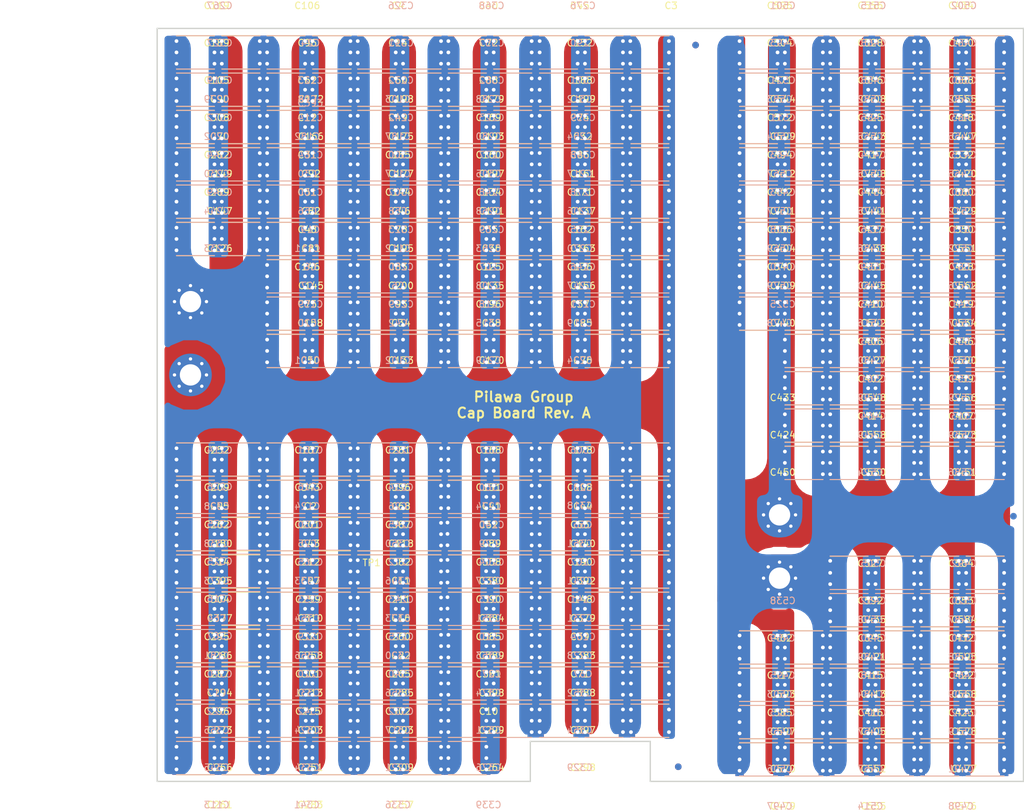
<source format=kicad_pcb>
(kicad_pcb (version 20171130) (host pcbnew "(5.0.0)")
  (layers (0 F.Cu signal) (31 B.Cu signal) (34 B.Paste user) (35 F.Paste user) (36 B.SilkS user) (37 F.SilkS user) (38 B.Mask user) (39 F.Mask user) (44 Edge.Cuts user))
  (net 0 "")
  (net 1 /C1-)
  (net 2 /C1+)
  (net 3 /C2+)
  (net 4 /C2-)
  (module Fiducial:Fiducial_1mm_Dia_2.54mm_Outer_CopperTop (layer B.Cu) (at 63.5 -33.8)
    (fp_text reference REF** hide)
    (fp_text value Fiducial_1mm_Dia_2.54mm_Outer_CopperTop)
    (pad ~ smd circle (at 0 0) (size 1 1) (layers B.Cu B.Mask) (clearance 0.77))
  )
  (module Fiducial:Fiducial_1mm_Dia_2.54mm_Outer_CopperTop (layer B.Cu) (at 13.2 3.8)
    (fp_text reference REF** hide)
    (fp_text value Fiducial_1mm_Dia_2.54mm_Outer_CopperTop)
    (pad ~ smd circle (at 0 0) (size 1 1) (layers B.Cu B.Mask) (clearance 0.77))
  )
  (module Fiducial:Fiducial_1mm_Dia_2.54mm_Outer_CopperTop (layer B.Cu) (at 15.8 -104.5)
    (fp_text reference REF** hide)
    (fp_text value Fiducial_1mm_Dia_2.54mm_Outer_CopperTop)
    (pad ~ smd circle (at 0 0) (size 1 1) (layers B.Cu B.Mask) (clearance 0.77))
  )
  (module Fiducial:Fiducial_1mm_Dia_2.54mm_Outer_CopperTop (layer F.Cu) (at 59.3 -33.8)
    (fp_text reference REF** hide)
    (fp_text value Fiducial_1mm_Dia_2.54mm_Outer_CopperTop)
    (pad ~ smd circle (at 0 0) (size 1 1) (layers F.Cu F.Mask) (clearance 0.77))
  )
  (module Fiducial:Fiducial_1mm_Dia_2.54mm_Outer_CopperTop (layer F.Cu) (at 13.2 3.8)
    (fp_text reference REF** hide)
    (fp_text value Fiducial_1mm_Dia_2.54mm_Outer_CopperTop)
    (pad ~ smd circle (at 0 0) (size 1 1) (layers F.Cu F.Mask) (clearance 0.77))
  )
  (module user_dc:C_2220_Sm (layer B.Cu) (at 28.4 -72.6 180)
    (fp_text reference C579 (at -0.0254 -4.2164 180) (layer B.SilkS) (effects (justify mirror)))
    (fp_text value "2.2 uF")
    (pad 1 smd rect (at 0.305 2.805 180) (size 1.25 5) (layers B.Cu B.Paste B.Mask) (net 3 /C2+))
    (pad 2 smd rect (at 6.005 2.805 180) (size 1.25 5) (layers B.Cu B.Paste B.Mask) (net 4 /C2-))
  )
  (module user_dc:C_2220_Sm (layer F.Cu) (at 56.1 -5.7)
    (fp_text reference C578 (at -0.0254 4.2164) (layer F.SilkS))
    (fp_text value "2.2 uF")
    (pad 2 smd rect (at 6.005 -2.805) (size 1.25 5) (layers F.Cu F.Paste F.Mask) (net 4 /C2-))
    (pad 1 smd rect (at 0.305 -2.805) (size 1.25 5) (layers F.Cu F.Paste F.Mask) (net 3 /C2+))
  )
  (module user_dc:C_2220_Sm (layer B.Cu) (at 28.4 -83.8 180)
    (fp_text reference C577 (at -0.0254 -4.2164 180) (layer B.SilkS) (effects (justify mirror)))
    (fp_text value "2.2 uF")
    (pad 1 smd rect (at 0.305 2.805 180) (size 1.25 5) (layers B.Cu B.Paste B.Mask) (net 3 /C2+))
    (pad 2 smd rect (at 6.005 2.805 180) (size 1.25 5) (layers B.Cu B.Paste B.Mask) (net 4 /C2-))
  )
  (module user_dc:C_2220_Sm (layer F.Cu) (at 56.1 5.5)
    (fp_text reference C576 (at -0.0254 4.2164) (layer F.SilkS))
    (fp_text value "2.2 uF")
    (pad 2 smd rect (at 6.005 -2.805) (size 1.25 5) (layers F.Cu F.Paste F.Mask) (net 4 /C2-))
    (pad 1 smd rect (at 0.305 -2.805) (size 1.25 5) (layers F.Cu F.Paste F.Mask) (net 3 /C2+))
  )
  (module user_dc:C_2220_Sm (layer B.Cu) (at 42 -89.4 180)
    (fp_text reference C575 (at -0.0254 -4.2164 180) (layer B.SilkS) (effects (justify mirror)))
    (fp_text value "2.2 uF")
    (pad 1 smd rect (at 0.305 2.805 180) (size 1.25 5) (layers B.Cu B.Paste B.Mask) (net 3 /C2+))
    (pad 2 smd rect (at 6.005 2.805 180) (size 1.25 5) (layers B.Cu B.Paste B.Mask) (net 4 /C2-))
  )
  (module user_dc:C_2220_Sm (layer B.Cu) (at 42.5 -78.2)
    (fp_text reference C574 (at -0.0254 -4.2164) (layer B.SilkS) (effects (justify mirror)))
    (fp_text value "2.2 uF")
    (pad 2 smd rect (at 6.005 2.805) (size 1.25 5) (layers B.Cu B.Paste B.Mask) (net 4 /C2-))
    (pad 1 smd rect (at 0.305 2.805) (size 1.25 5) (layers B.Cu B.Paste B.Mask) (net 3 /C2+))
  )
  (module user_dc:C_2220_Sm (layer B.Cu) (at 56.1 -78.2)
    (fp_text reference C600 (at -0.0254 -4.2164) (layer B.SilkS) (effects (justify mirror)))
    (fp_text value "2.2 uF")
    (pad 1 smd rect (at 0.305 2.805) (size 1.25 5) (layers B.Cu B.Paste B.Mask) (net 3 /C2+))
    (pad 2 smd rect (at 6.005 2.805) (size 1.25 5) (layers B.Cu B.Paste B.Mask) (net 4 /C2-))
  )
  (module user_dc:C_2220_Sm (layer F.Cu) (at 28.4 -89.4 180)
    (fp_text reference C572 (at -0.0254 4.2164 180) (layer F.SilkS))
    (fp_text value "2.2 uF")
    (pad 1 smd rect (at 0.305 -2.805 180) (size 1.25 5) (layers F.Cu F.Paste F.Mask) (net 3 /C2+))
    (pad 2 smd rect (at 6.005 -2.805 180) (size 1.25 5) (layers F.Cu F.Paste F.Mask) (net 4 /C2-))
  )
  (module user_dc:C_2220_Sm (layer F.Cu) (at 28.9 -0.1)
    (fp_text reference C570 (at -0.0254 4.2164) (layer F.SilkS))
    (fp_text value "2.2 uF")
    (pad 2 smd rect (at 6.005 -2.805) (size 1.25 5) (layers F.Cu F.Paste F.Mask) (net 4 /C2-))
    (pad 1 smd rect (at 0.305 -2.805) (size 1.25 5) (layers F.Cu F.Paste F.Mask) (net 3 /C2+))
  )
  (module user_dc:C_2220_Sm (layer B.Cu) (at 28.4 -78.2 180)
    (fp_text reference C569 (at -0.0254 -4.2164 180) (layer B.SilkS) (effects (justify mirror)))
    (fp_text value "2.2 uF")
    (pad 1 smd rect (at 0.305 2.805 180) (size 1.25 5) (layers B.Cu B.Paste B.Mask) (net 3 /C2+))
    (pad 2 smd rect (at 6.005 2.805 180) (size 1.25 5) (layers B.Cu B.Paste B.Mask) (net 4 /C2-))
  )
  (module user_dc:C_2220_Sm (layer F.Cu) (at 56.1 -11.3)
    (fp_text reference C568 (at -0.0254 4.2164) (layer F.SilkS))
    (fp_text value "2.2 uF")
    (pad 2 smd rect (at 6.005 -2.805) (size 1.25 5) (layers F.Cu F.Paste F.Mask) (net 4 /C2-))
    (pad 1 smd rect (at 0.305 -2.805) (size 1.25 5) (layers F.Cu F.Paste F.Mask) (net 3 /C2+))
  )
  (module user_dc:C_2220_Sm (layer B.Cu) (at 28.4 -89.4 180)
    (fp_text reference C567 (at -0.0254 -4.2164 180) (layer B.SilkS) (effects (justify mirror)))
    (fp_text value "2.2 uF")
    (pad 1 smd rect (at 0.305 2.805 180) (size 1.25 5) (layers B.Cu B.Paste B.Mask) (net 3 /C2+))
    (pad 2 smd rect (at 6.005 2.805 180) (size 1.25 5) (layers B.Cu B.Paste B.Mask) (net 4 /C2-))
  )
  (module user_dc:C_2220_Sm (layer F.Cu) (at 28.4 -16.9 180)
    (fp_text reference C566 hide)
    (fp_text value "2.2 uF")
    (pad 2 smd rect (at 6.005 -2.805 180) (size 1.25 5) (layers F.Cu F.Paste F.Mask) (net 4 /C2-))
    (pad 1 smd rect (at 0.305 -2.805 180) (size 1.25 5) (layers F.Cu F.Paste F.Mask) (net 3 /C2+))
  )
  (module user_dc:C_2220_Sm (layer F.Cu) (at 56.1 -50.2)
    (fp_text reference C573 (at -0.0254 4.2164) (layer F.SilkS))
    (fp_text value "2.2 uF")
    (pad 2 smd rect (at 6.005 -2.805) (size 1.25 5) (layers F.Cu F.Paste F.Mask) (net 4 /C2-))
    (pad 1 smd rect (at 0.305 -2.805) (size 1.25 5) (layers F.Cu F.Paste F.Mask) (net 3 /C2+))
  )
  (module user_dc:C_2220_Sm (layer B.Cu) (at 56.1 -72.6)
    (fp_text reference C571 (at -0.0254 -4.2164) (layer B.SilkS) (effects (justify mirror)))
    (fp_text value "2.2 uF")
    (pad 2 smd rect (at 6.005 2.805) (size 1.25 5) (layers B.Cu B.Paste B.Mask) (net 4 /C2-))
    (pad 1 smd rect (at 0.305 2.805) (size 1.25 5) (layers B.Cu B.Paste B.Mask) (net 3 /C2+))
  )
  (module user_dc:C_2220_Sm (layer B.Cu) (at 42 -22.5 180)
    (fp_text reference C598 (at -0.0254 -4.2164 180) (layer B.SilkS) (effects (justify mirror)))
    (fp_text value "2.2 uF")
    (pad 1 smd rect (at 0.305 2.805 180) (size 1.25 5) (layers B.Cu B.Paste B.Mask) (net 3 /C2+))
    (pad 2 smd rect (at 6.005 2.805 180) (size 1.25 5) (layers B.Cu B.Paste B.Mask) (net 4 /C2-))
  )
  (module user_dc:C_2220_Sm (layer F.Cu) (at 28.9 -5.7)
    (fp_text reference C597 (at -0.0254 4.2164) (layer F.SilkS))
    (fp_text value "2.2 uF")
    (pad 2 smd rect (at 6.005 -2.805) (size 1.25 5) (layers F.Cu F.Paste F.Mask) (net 4 /C2-))
    (pad 1 smd rect (at 0.305 -2.805) (size 1.25 5) (layers F.Cu F.Paste F.Mask) (net 3 /C2+))
  )
  (module user_dc:C_2220_Sm (layer F.Cu) (at 28.4 -106.2 180)
    (fp_text reference C596 (at -0.0254 4.2164 180) (layer F.SilkS))
    (fp_text value "2.2 uF")
    (pad 2 smd rect (at 6.005 -2.805 180) (size 1.25 5) (layers F.Cu F.Paste F.Mask) (net 4 /C2-))
    (pad 1 smd rect (at 0.305 -2.805 180) (size 1.25 5) (layers F.Cu F.Paste F.Mask) (net 3 /C2+))
  )
  (module user_dc:C_2220_Sm (layer F.Cu) (at 56.1 -16.9)
    (fp_text reference C595 (at -0.0254 4.2164) (layer F.SilkS))
    (fp_text value "2.2 uF")
    (pad 2 smd rect (at 6.005 -2.805) (size 1.25 5) (layers F.Cu F.Paste F.Mask) (net 4 /C2-))
    (pad 1 smd rect (at 0.305 -2.805) (size 1.25 5) (layers F.Cu F.Paste F.Mask) (net 3 /C2+))
  )
  (module user_dc:C_2220_Sm (layer B.Cu) (at 28.4 -95 180)
    (fp_text reference C594 (at -0.0254 -4.2164 180) (layer B.SilkS) (effects (justify mirror)))
    (fp_text value "2.2 uF")
    (pad 1 smd rect (at 0.305 2.805 180) (size 1.25 5) (layers B.Cu B.Paste B.Mask) (net 3 /C2+))
    (pad 2 smd rect (at 6.005 2.805 180) (size 1.25 5) (layers B.Cu B.Paste B.Mask) (net 4 /C2-))
  )
  (module user_dc:C_2220_Sm (layer F.Cu) (at 28.9 -11.3)
    (fp_text reference C593 (at -0.0254 4.2164) (layer F.SilkS))
    (fp_text value "2.2 uF")
    (pad 2 smd rect (at 6.005 -2.805) (size 1.25 5) (layers F.Cu F.Paste F.Mask) (net 4 /C2-))
    (pad 1 smd rect (at 0.305 -2.805) (size 1.25 5) (layers F.Cu F.Paste F.Mask) (net 3 /C2+))
  )
  (module user_dc:C_2220_Sm (layer B.Cu) (at 42 -100.6 180)
    (fp_text reference C582 (at -0.0254 -4.2164 180) (layer B.SilkS) (effects (justify mirror)))
    (fp_text value "2.2 uF")
    (pad 1 smd rect (at 0.305 2.805 180) (size 1.25 5) (layers B.Cu B.Paste B.Mask) (net 3 /C2+))
    (pad 2 smd rect (at 6.005 2.805 180) (size 1.25 5) (layers B.Cu B.Paste B.Mask) (net 4 /C2-))
  )
  (module user_dc:C_2220_Sm (layer B.Cu) (at 56.1 -95)
    (fp_text reference C580 (at -0.0254 -4.2164) (layer B.SilkS) (effects (justify mirror)))
    (fp_text value "2.2 uF")
    (pad 2 smd rect (at 6.005 2.805) (size 1.25 5) (layers B.Cu B.Paste B.Mask) (net 4 /C2-))
    (pad 1 smd rect (at 0.305 2.805) (size 1.25 5) (layers B.Cu B.Paste B.Mask) (net 3 /C2+))
  )
  (module user_dc:C_2220_Sm (layer B.Cu) (at 42.5 -67)
    (fp_text reference C589 (at -0.0254 -4.2164) (layer B.SilkS) (effects (justify mirror)))
    (fp_text value "2.2 uF")
    (pad 1 smd rect (at 0.305 2.805) (size 1.25 5) (layers B.Cu B.Paste B.Mask) (net 3 /C2+))
    (pad 2 smd rect (at 6.005 2.805) (size 1.25 5) (layers B.Cu B.Paste B.Mask) (net 4 /C2-))
  )
  (module user_dc:C_2220_Sm (layer F.Cu) (at 55.6 -95 180)
    (fp_text reference C588 (at -0.0254 4.2164 180) (layer F.SilkS))
    (fp_text value "2.2 uF")
    (pad 2 smd rect (at 6.005 -2.805 180) (size 1.25 5) (layers F.Cu F.Paste F.Mask) (net 4 /C2-))
    (pad 1 smd rect (at 0.305 -2.805 180) (size 1.25 5) (layers F.Cu F.Paste F.Mask) (net 3 /C2+))
  )
  (module user_dc:C_2220_Sm (layer B.Cu) (at 56.1 -67)
    (fp_text reference C587 (at -0.0254 -4.2164) (layer B.SilkS) (effects (justify mirror)))
    (fp_text value "2.2 uF")
    (pad 1 smd rect (at 0.305 2.805) (size 1.25 5) (layers B.Cu B.Paste B.Mask) (net 3 /C2+))
    (pad 2 smd rect (at 6.005 2.805) (size 1.25 5) (layers B.Cu B.Paste B.Mask) (net 4 /C2-))
  )
  (module user_dc:C_2220_Sm (layer B.Cu) (at 55.6 -44.6 180)
    (fp_text reference C586 (at -0.0254 -4.2164 180) (layer B.SilkS) (effects (justify mirror)))
    (fp_text value "2.2 uF")
    (pad 2 smd rect (at 6.005 2.805 180) (size 1.25 5) (layers B.Cu B.Paste B.Mask) (net 4 /C2-))
    (pad 1 smd rect (at 0.305 2.805 180) (size 1.25 5) (layers B.Cu B.Paste B.Mask) (net 3 /C2+))
  )
  (module user_dc:C_2220_Sm (layer F.Cu) (at 28.4 -0.1 180)
    (fp_text reference C585 (at -0.0254 4.2164 180) (layer F.SilkS))
    (fp_text value "2.2 uF")
    (pad 1 smd rect (at 0.305 -2.805 180) (size 1.25 5) (layers F.Cu F.Paste F.Mask) (net 3 /C2+))
    (pad 2 smd rect (at 6.005 -2.805 180) (size 1.25 5) (layers F.Cu F.Paste F.Mask) (net 4 /C2-))
  )
  (module user_dc:C_2220_Sm (layer F.Cu) (at 56.1 -22.5)
    (fp_text reference C584 (at -0.0254 4.2164) (layer F.SilkS))
    (fp_text value "2.2 uF")
    (pad 2 smd rect (at 6.005 -2.805) (size 1.25 5) (layers F.Cu F.Paste F.Mask) (net 4 /C2-))
    (pad 1 smd rect (at 0.305 -2.805) (size 1.25 5) (layers F.Cu F.Paste F.Mask) (net 3 /C2+))
  )
  (module user_dc:C_2220_Sm (layer B.Cu) (at 28.4 -100.6 180)
    (fp_text reference C583 (at -0.0254 -4.2164 180) (layer B.SilkS) (effects (justify mirror)))
    (fp_text value "2.2 uF")
    (pad 1 smd rect (at 0.305 2.805 180) (size 1.25 5) (layers B.Cu B.Paste B.Mask) (net 3 /C2+))
    (pad 2 smd rect (at 6.005 2.805 180) (size 1.25 5) (layers B.Cu B.Paste B.Mask) (net 4 /C2-))
  )
  (module user_dc:C_2220_Sm (layer F.Cu) (at 42 -28.1 180)
    (fp_text reference C591 hide)
    (fp_text value "2.2 uF")
    (pad 2 smd rect (at 6.005 -2.805 180) (size 1.25 5) (layers F.Cu F.Paste F.Mask) (net 4 /C2-))
    (pad 1 smd rect (at 0.305 -2.805 180) (size 1.25 5) (layers F.Cu F.Paste F.Mask) (net 3 /C2+))
  )
  (module user_dc:C_2220_Sm (layer B.Cu) (at 28.9 -55.8)
    (fp_text reference C581 hide)
    (fp_text value "2.2 uF")
    (pad 1 smd rect (at 0.305 2.805) (size 1.25 5) (layers B.Cu B.Paste B.Mask) (net 3 /C2+))
    (pad 2 smd rect (at 6.005 2.805) (size 1.25 5) (layers B.Cu B.Paste B.Mask) (net 4 /C2-))
  )
  (module user_dc:C_2220_Sm (layer F.Cu) (at 56.1 -61.4)
    (fp_text reference C590 (at -0.0254 4.2164) (layer F.SilkS))
    (fp_text value "2.2 uF")
    (pad 2 smd rect (at 6.005 -2.805) (size 1.25 5) (layers F.Cu F.Paste F.Mask) (net 4 /C2-))
    (pad 1 smd rect (at 0.305 -2.805) (size 1.25 5) (layers F.Cu F.Paste F.Mask) (net 3 /C2+))
  )
  (module user_dc:C_2220_Sm (layer F.Cu) (at 42 -16.9 180)
    (fp_text reference C592 (at -0.0254 4.2164 180) (layer F.SilkS))
    (fp_text value "2.2 uF")
    (pad 1 smd rect (at 0.305 -2.805 180) (size 1.25 5) (layers F.Cu F.Paste F.Mask) (net 3 /C2+))
    (pad 2 smd rect (at 6.005 -2.805 180) (size 1.25 5) (layers F.Cu F.Paste F.Mask) (net 4 /C2-))
  )
  (module user_dc:C_2220_Sm (layer F.Cu) (at 28.9 -95)
    (fp_text reference C599 (at -0.0254 4.2164) (layer F.SilkS))
    (fp_text value "2.2 uF")
    (pad 2 smd rect (at 6.005 -2.805) (size 1.25 5) (layers F.Cu F.Paste F.Mask) (net 4 /C2-))
    (pad 1 smd rect (at 0.305 -2.805) (size 1.25 5) (layers F.Cu F.Paste F.Mask) (net 3 /C2+))
  )
  (module user_dc:C_2220_Sm (layer F.Cu) (at 12.1 -5.9 180)
    (fp_text reference C292 hide)
    (fp_text value "2.2 uF")
    (pad 1 smd rect (at 0.305 -2.805 180) (size 1.25 5) (layers F.Cu F.Paste F.Mask) (net 2 /C1+))
    (pad 2 smd rect (at 6.005 -2.805 180) (size 1.25 5) (layers F.Cu F.Paste F.Mask) (net 1 /C1-))
  )
  (module user_dc:C_2220_Sm (layer B.Cu) (at 42.5 -22.5)
    (fp_text reference C505 (at -0.0254 -4.2164) (layer B.SilkS) (effects (justify mirror)))
    (fp_text value "2.2 uF")
    (pad 2 smd rect (at 6.005 2.805) (size 1.25 5) (layers B.Cu B.Paste B.Mask) (net 4 /C2-))
    (pad 1 smd rect (at 0.305 2.805) (size 1.25 5) (layers B.Cu B.Paste B.Mask) (net 3 /C2+))
  )
  (module user_dc:C_2220_Sm (layer F.Cu) (at 28.4 -100.6 180)
    (fp_text reference C504 (at -0.0254 4.2164 180) (layer F.SilkS))
    (fp_text value "2.2 uF")
    (pad 2 smd rect (at 6.005 -2.805 180) (size 1.25 5) (layers F.Cu F.Paste F.Mask) (net 4 /C2-))
    (pad 1 smd rect (at 0.305 -2.805 180) (size 1.25 5) (layers F.Cu F.Paste F.Mask) (net 3 /C2+))
  )
  (module user_dc:C_2220_Sm (layer B.Cu) (at 28.4 -11.3 180)
    (fp_text reference C503 (at -0.0254 -4.2164 180) (layer B.SilkS) (effects (justify mirror)))
    (fp_text value "2.2 uF")
    (pad 2 smd rect (at 6.005 2.805 180) (size 1.25 5) (layers B.Cu B.Paste B.Mask) (net 4 /C2-))
    (pad 1 smd rect (at 0.305 2.805 180) (size 1.25 5) (layers B.Cu B.Paste B.Mask) (net 3 /C2+))
  )
  (module user_dc:C_2220_Sm (layer B.Cu) (at 56.1 -106.2)
    (fp_text reference C502 (at -0.0254 -4.2164) (layer B.SilkS) (effects (justify mirror)))
    (fp_text value "2.2 uF")
    (pad 1 smd rect (at 0.305 2.805) (size 1.25 5) (layers B.Cu B.Paste B.Mask) (net 3 /C2+))
    (pad 2 smd rect (at 6.005 2.805) (size 1.25 5) (layers B.Cu B.Paste B.Mask) (net 4 /C2-))
  )
  (module user_dc:C_2220_Sm (layer B.Cu) (at 28.9 -106.2)
    (fp_text reference C501 (at -0.0254 -4.2164) (layer B.SilkS) (effects (justify mirror)))
    (fp_text value "2.2 uF")
    (pad 2 smd rect (at 6.005 2.805) (size 1.25 5) (layers B.Cu B.Paste B.Mask) (net 4 /C2-))
    (pad 1 smd rect (at 0.305 2.805) (size 1.25 5) (layers B.Cu B.Paste B.Mask) (net 3 /C2+))
  )
  (module user_dc:C_2220_Sm (layer B.Cu) (at 56.1 -28.1)
    (fp_text reference C500 hide)
    (fp_text value "2.2 uF")
    (pad 1 smd rect (at 0.305 2.805) (size 1.25 5) (layers B.Cu B.Paste B.Mask) (net 3 /C2+))
    (pad 2 smd rect (at 6.005 2.805) (size 1.25 5) (layers B.Cu B.Paste B.Mask) (net 4 /C2-))
  )
  (module user_dc:C_2220_Sm (layer B.Cu) (at 55.6 5.5 180)
    (fp_text reference C498 (at -0.0254 -4.2164 180) (layer B.SilkS) (effects (justify mirror)))
    (fp_text value "2.2 uF")
    (pad 2 smd rect (at 6.005 2.805 180) (size 1.25 5) (layers B.Cu B.Paste B.Mask) (net 4 /C2-))
    (pad 1 smd rect (at 0.305 2.805 180) (size 1.25 5) (layers B.Cu B.Paste B.Mask) (net 3 /C2+))
  )
  (module user_dc:C_2220_Sm (layer B.Cu) (at 42.5 -16.9)
    (fp_text reference C452 (at -0.0254 -4.2164) (layer B.SilkS) (effects (justify mirror)))
    (fp_text value "2.2 uF")
    (pad 1 smd rect (at 0.305 2.805) (size 1.25 5) (layers B.Cu B.Paste B.Mask) (net 3 /C2+))
    (pad 2 smd rect (at 6.005 2.805) (size 1.25 5) (layers B.Cu B.Paste B.Mask) (net 4 /C2-))
  )
  (module user_dc:C_2220_Sm (layer B.Cu) (at 42 -50.2 180)
    (fp_text reference C449 (at -0.0254 -4.2164 180) (layer B.SilkS) (effects (justify mirror)))
    (fp_text value "2.2 uF")
    (pad 2 smd rect (at 6.005 2.805 180) (size 1.25 5) (layers B.Cu B.Paste B.Mask) (net 4 /C2-))
    (pad 1 smd rect (at 0.305 2.805 180) (size 1.25 5) (layers B.Cu B.Paste B.Mask) (net 3 /C2+))
  )
  (module user_dc:C_2220_Sm (layer B.Cu) (at 28.4 -61.4 180)
    (fp_text reference C496 hide)
    (fp_text value "2.2 uF")
    (pad 1 smd rect (at 0.305 2.805 180) (size 1.25 5) (layers B.Cu B.Paste B.Mask) (net 3 /C2+))
    (pad 2 smd rect (at 6.005 2.805 180) (size 1.25 5) (layers B.Cu B.Paste B.Mask) (net 4 /C2-))
  )
  (module user_dc:C_2220_Sm (layer B.Cu) (at 28.9 -5.7)
    (fp_text reference C495 (at -0.0254 -4.2164) (layer B.SilkS) (effects (justify mirror)))
    (fp_text value "2.2 uF")
    (pad 2 smd rect (at 6.005 2.805) (size 1.25 5) (layers B.Cu B.Paste B.Mask) (net 4 /C2-))
    (pad 1 smd rect (at 0.305 2.805) (size 1.25 5) (layers B.Cu B.Paste B.Mask) (net 3 /C2+))
  )
  (module user_dc:C_2220_Sm (layer F.Cu) (at 28.4 -83.8 180)
    (fp_text reference C494 (at -0.0254 4.2164 180) (layer F.SilkS))
    (fp_text value "2.2 uF")
    (pad 2 smd rect (at 6.005 -2.805 180) (size 1.25 5) (layers F.Cu F.Paste F.Mask) (net 4 /C2-))
    (pad 1 smd rect (at 0.305 -2.805 180) (size 1.25 5) (layers F.Cu F.Paste F.Mask) (net 3 /C2+))
  )
  (module user_dc:C_2220_Sm (layer B.Cu) (at 28.9 -100.6)
    (fp_text reference C493 (at -0.0254 -4.2164) (layer B.SilkS) (effects (justify mirror)))
    (fp_text value "2.2 uF")
    (pad 2 smd rect (at 6.005 2.805) (size 1.25 5) (layers B.Cu B.Paste B.Mask) (net 4 /C2-))
    (pad 1 smd rect (at 0.305 2.805) (size 1.25 5) (layers B.Cu B.Paste B.Mask) (net 3 /C2+))
  )
  (module user_dc:C_2220_Sm (layer B.Cu) (at 56.1 -22.5)
    (fp_text reference C492 (at -0.0254 -4.2164) (layer B.SilkS) (effects (justify mirror)))
    (fp_text value "2.2 uF")
    (pad 1 smd rect (at 0.305 2.805) (size 1.25 5) (layers B.Cu B.Paste B.Mask) (net 3 /C2+))
    (pad 2 smd rect (at 6.005 2.805) (size 1.25 5) (layers B.Cu B.Paste B.Mask) (net 4 /C2-))
  )
  (module user_dc:C_2220_Sm (layer B.Cu) (at 55.6 -0.1 180)
    (fp_text reference C491 (at -0.0254 -4.2164 180) (layer B.SilkS) (effects (justify mirror)))
    (fp_text value "2.2 uF")
    (pad 2 smd rect (at 6.005 2.805 180) (size 1.25 5) (layers B.Cu B.Paste B.Mask) (net 4 /C2-))
    (pad 1 smd rect (at 0.305 2.805 180) (size 1.25 5) (layers B.Cu B.Paste B.Mask) (net 3 /C2+))
  )
  (module user_dc:C_2220_Sm (layer B.Cu) (at 42.5 -11.3)
    (fp_text reference C490 (at -0.0254 -4.2164) (layer B.SilkS) (effects (justify mirror)))
    (fp_text value "2.2 uF")
    (pad 1 smd rect (at 0.305 2.805) (size 1.25 5) (layers B.Cu B.Paste B.Mask) (net 3 /C2+))
    (pad 2 smd rect (at 6.005 2.805) (size 1.25 5) (layers B.Cu B.Paste B.Mask) (net 4 /C2-))
  )
  (module user_dc:C_2220_Sm (layer B.Cu) (at 42 -55.8 180)
    (fp_text reference C499 (at -0.0254 -4.2164 180) (layer B.SilkS) (effects (justify mirror)))
    (fp_text value "2.2 uF")
    (pad 2 smd rect (at 6.005 2.805 180) (size 1.25 5) (layers B.Cu B.Paste B.Mask) (net 4 /C2-))
    (pad 1 smd rect (at 0.305 2.805 180) (size 1.25 5) (layers B.Cu B.Paste B.Mask) (net 3 /C2+))
  )
  (module user_dc:C_2220_Sm (layer B.Cu) (at 28.4 5.5 180)
    (fp_text reference C497 (at -0.0254 -4.2164 180) (layer B.SilkS) (effects (justify mirror)))
    (fp_text value "2.2 uF")
    (pad 1 smd rect (at 0.305 2.805 180) (size 1.25 5) (layers B.Cu B.Paste B.Mask) (net 3 /C2+))
    (pad 2 smd rect (at 6.005 2.805 180) (size 1.25 5) (layers B.Cu B.Paste B.Mask) (net 4 /C2-))
  )
  (module user_dc:C_2220_Sm (layer B.Cu) (at 42 -44.6 180)
    (fp_text reference C524 (at -0.0254 -4.2164 180) (layer B.SilkS) (effects (justify mirror)))
    (fp_text value "2.2 uF")
    (pad 2 smd rect (at 6.005 2.805 180) (size 1.25 5) (layers B.Cu B.Paste B.Mask) (net 4 /C2-))
    (pad 1 smd rect (at 0.305 2.805 180) (size 1.25 5) (layers B.Cu B.Paste B.Mask) (net 3 /C2+))
  )
  (module user_dc:C_2220_Sm (layer B.Cu) (at 28.9 -0.1)
    (fp_text reference C523 (at -0.0254 -4.2164) (layer B.SilkS) (effects (justify mirror)))
    (fp_text value "2.2 uF")
    (pad 1 smd rect (at 0.305 2.805) (size 1.25 5) (layers B.Cu B.Paste B.Mask) (net 3 /C2+))
    (pad 2 smd rect (at 6.005 2.805) (size 1.25 5) (layers B.Cu B.Paste B.Mask) (net 4 /C2-))
  )
  (module user_dc:C_2220_Sm (layer B.Cu) (at 55.6 -78.2 180)
    (fp_text reference C522 (at -0.0254 -4.2164 180) (layer B.SilkS) (effects (justify mirror)))
    (fp_text value "2.2 uF")
    (pad 2 smd rect (at 6.005 2.805 180) (size 1.25 5) (layers B.Cu B.Paste B.Mask) (net 4 /C2-))
    (pad 1 smd rect (at 0.305 2.805 180) (size 1.25 5) (layers B.Cu B.Paste B.Mask) (net 3 /C2+))
  )
  (module user_dc:C_2220_Sm (layer B.Cu) (at 28.9 -95)
    (fp_text reference C521 (at -0.0254 -4.2164) (layer B.SilkS) (effects (justify mirror)))
    (fp_text value "2.2 uF")
    (pad 1 smd rect (at 0.305 2.805) (size 1.25 5) (layers B.Cu B.Paste B.Mask) (net 3 /C2+))
    (pad 2 smd rect (at 6.005 2.805) (size 1.25 5) (layers B.Cu B.Paste B.Mask) (net 4 /C2-))
  )
  (module user_dc:C_2220_Sm (layer B.Cu) (at 56.1 -16.9)
    (fp_text reference C520 (at -0.0254 -4.2164) (layer B.SilkS) (effects (justify mirror)))
    (fp_text value "2.2 uF")
    (pad 2 smd rect (at 6.005 2.805) (size 1.25 5) (layers B.Cu B.Paste B.Mask) (net 4 /C2-))
    (pad 1 smd rect (at 0.305 2.805) (size 1.25 5) (layers B.Cu B.Paste B.Mask) (net 3 /C2+))
  )
  (module user_dc:C_2220_Sm (layer B.Cu) (at 55.6 -5.7 180)
    (fp_text reference C519 (at -0.0254 -4.2164 180) (layer B.SilkS) (effects (justify mirror)))
    (fp_text value "2.2 uF")
    (pad 1 smd rect (at 0.305 2.805 180) (size 1.25 5) (layers B.Cu B.Paste B.Mask) (net 3 /C2+))
    (pad 2 smd rect (at 6.005 2.805 180) (size 1.25 5) (layers B.Cu B.Paste B.Mask) (net 4 /C2-))
  )
  (module user_dc:C_2220_Sm (layer B.Cu) (at 42.5 -5.7)
    (fp_text reference C518 (at -0.0254 -4.2164) (layer B.SilkS) (effects (justify mirror)))
    (fp_text value "2.2 uF")
    (pad 2 smd rect (at 6.005 2.805) (size 1.25 5) (layers B.Cu B.Paste B.Mask) (net 4 /C2-))
    (pad 1 smd rect (at 0.305 2.805) (size 1.25 5) (layers B.Cu B.Paste B.Mask) (net 3 /C2+))
  )
  (module user_dc:C_2220_Sm (layer B.Cu) (at 42 -61.4 180)
    (fp_text reference C480 (at -0.0254 -4.2164 180) (layer B.SilkS) (effects (justify mirror)))
    (fp_text value "2.2 uF")
    (pad 1 smd rect (at 0.305 2.805 180) (size 1.25 5) (layers B.Cu B.Paste B.Mask) (net 3 /C2+))
    (pad 2 smd rect (at 6.005 2.805 180) (size 1.25 5) (layers B.Cu B.Paste B.Mask) (net 4 /C2-))
  )
  (module user_dc:C_2220_Sm (layer B.Cu) (at 28.4 -0.1 180)
    (fp_text reference C506 (at -0.0254 -4.2164 180) (layer B.SilkS) (effects (justify mirror)))
    (fp_text value "2.2 uF")
    (pad 2 smd rect (at 6.005 2.805 180) (size 1.25 5) (layers B.Cu B.Paste B.Mask) (net 4 /C2-))
    (pad 1 smd rect (at 0.305 2.805 180) (size 1.25 5) (layers B.Cu B.Paste B.Mask) (net 3 /C2+))
  )
  (module user_dc:C_2220_Sm (layer B.Cu) (at 42.5 -106.2)
    (fp_text reference C515 (at -0.0254 -4.2164) (layer B.SilkS) (effects (justify mirror)))
    (fp_text value "2.2 uF")
    (pad 1 smd rect (at 0.305 2.805) (size 1.25 5) (layers B.Cu B.Paste B.Mask) (net 3 /C2+))
    (pad 2 smd rect (at 6.005 2.805) (size 1.25 5) (layers B.Cu B.Paste B.Mask) (net 4 /C2-))
  )
  (module user_dc:C_2220_Sm (layer B.Cu) (at 42 5.5 180)
    (fp_text reference C514 (at -0.0254 -4.2164 180) (layer B.SilkS) (effects (justify mirror)))
    (fp_text value "2.2 uF")
    (pad 2 smd rect (at 6.005 2.805 180) (size 1.25 5) (layers B.Cu B.Paste B.Mask) (net 4 /C2-))
    (pad 1 smd rect (at 0.305 2.805 180) (size 1.25 5) (layers B.Cu B.Paste B.Mask) (net 3 /C2+))
  )
  (module user_dc:C_2220_Sm (layer B.Cu) (at 56.1 -44.6)
    (fp_text reference C513 (at -0.0254 -4.2164) (layer B.SilkS) (effects (justify mirror)))
    (fp_text value "2.2 uF")
    (pad 1 smd rect (at 0.305 2.805) (size 1.25 5) (layers B.Cu B.Paste B.Mask) (net 3 /C2+))
    (pad 2 smd rect (at 6.005 2.805) (size 1.25 5) (layers B.Cu B.Paste B.Mask) (net 4 /C2-))
  )
  (module user_dc:C_2220_Sm (layer B.Cu) (at 55.6 -83.8 180)
    (fp_text reference C512 (at -0.0254 -4.2164 180) (layer B.SilkS) (effects (justify mirror)))
    (fp_text value "2.2 uF")
    (pad 2 smd rect (at 6.005 2.805 180) (size 1.25 5) (layers B.Cu B.Paste B.Mask) (net 4 /C2-))
    (pad 1 smd rect (at 0.305 2.805 180) (size 1.25 5) (layers B.Cu B.Paste B.Mask) (net 3 /C2+))
  )
  (module user_dc:C_2220_Sm (layer B.Cu) (at 28.9 -89.4)
    (fp_text reference C511 (at -0.0254 -4.2164) (layer B.SilkS) (effects (justify mirror)))
    (fp_text value "2.2 uF")
    (pad 1 smd rect (at 0.305 2.805) (size 1.25 5) (layers B.Cu B.Paste B.Mask) (net 3 /C2+))
    (pad 2 smd rect (at 6.005 2.805) (size 1.25 5) (layers B.Cu B.Paste B.Mask) (net 4 /C2-))
  )
  (module user_dc:C_2220_Sm (layer B.Cu) (at 56.1 -11.3)
    (fp_text reference C510 (at -0.0254 -4.2164) (layer B.SilkS) (effects (justify mirror)))
    (fp_text value "2.2 uF")
    (pad 2 smd rect (at 6.005 2.805) (size 1.25 5) (layers B.Cu B.Paste B.Mask) (net 4 /C2-))
    (pad 1 smd rect (at 0.305 2.805) (size 1.25 5) (layers B.Cu B.Paste B.Mask) (net 3 /C2+))
  )
  (module user_dc:C_2220_Sm (layer B.Cu) (at 55.6 -11.3 180)
    (fp_text reference C509 (at -0.0254 -4.2164 180) (layer B.SilkS) (effects (justify mirror)))
    (fp_text value "2.2 uF")
    (pad 1 smd rect (at 0.305 2.805 180) (size 1.25 5) (layers B.Cu B.Paste B.Mask) (net 3 /C2+))
    (pad 2 smd rect (at 6.005 2.805 180) (size 1.25 5) (layers B.Cu B.Paste B.Mask) (net 4 /C2-))
  )
  (module user_dc:C_2220_Sm (layer B.Cu) (at 42.5 -0.1)
    (fp_text reference C507 (at -0.0254 -4.2164) (layer B.SilkS) (effects (justify mirror)))
    (fp_text value "2.2 uF")
    (pad 2 smd rect (at 6.005 2.805) (size 1.25 5) (layers B.Cu B.Paste B.Mask) (net 4 /C2-))
    (pad 1 smd rect (at 0.305 2.805) (size 1.25 5) (layers B.Cu B.Paste B.Mask) (net 3 /C2+))
  )
  (module user_dc:C_2220_Sm (layer B.Cu) (at 42 -67 180)
    (fp_text reference C516 (at -0.0254 -4.2164 180) (layer B.SilkS) (effects (justify mirror)))
    (fp_text value "2.2 uF")
    (pad 1 smd rect (at 0.305 2.805 180) (size 1.25 5) (layers B.Cu B.Paste B.Mask) (net 3 /C2+))
    (pad 2 smd rect (at 6.005 2.805 180) (size 1.25 5) (layers B.Cu B.Paste B.Mask) (net 4 /C2-))
  )
  (module user_dc:C_2220_Sm (layer B.Cu) (at 28.4 -5.7 180)
    (fp_text reference C469 (at -0.0254 -4.2164 180) (layer B.SilkS) (effects (justify mirror)))
    (fp_text value "2.2 uF")
    (pad 2 smd rect (at 6.005 2.805 180) (size 1.25 5) (layers B.Cu B.Paste B.Mask) (net 4 /C2-))
    (pad 1 smd rect (at 0.305 2.805 180) (size 1.25 5) (layers B.Cu B.Paste B.Mask) (net 3 /C2+))
  )
  (module user_dc:C_2220_Sm (layer B.Cu) (at 42.5 -100.6)
    (fp_text reference C468 (at -0.0254 -4.2164) (layer B.SilkS) (effects (justify mirror)))
    (fp_text value "2.2 uF")
    (pad 1 smd rect (at 0.305 2.805) (size 1.25 5) (layers B.Cu B.Paste B.Mask) (net 3 /C2+))
    (pad 2 smd rect (at 6.005 2.805) (size 1.25 5) (layers B.Cu B.Paste B.Mask) (net 4 /C2-))
  )
  (module user_dc:C_2220_Sm (layer B.Cu) (at 42 -0.1 180)
    (fp_text reference C467 (at -0.0254 -4.2164 180) (layer B.SilkS) (effects (justify mirror)))
    (fp_text value "2.2 uF")
    (pad 2 smd rect (at 6.005 2.805 180) (size 1.25 5) (layers B.Cu B.Paste B.Mask) (net 4 /C2-))
    (pad 1 smd rect (at 0.305 2.805 180) (size 1.25 5) (layers B.Cu B.Paste B.Mask) (net 3 /C2+))
  )
  (module user_dc:C_2220_Sm (layer B.Cu) (at 55.6 -39 180)
    (fp_text reference C466 hide)
    (fp_text value "2.2 uF")
    (pad 1 smd rect (at 0.305 2.805 180) (size 1.25 5) (layers B.Cu B.Paste B.Mask) (net 3 /C2+))
    (pad 2 smd rect (at 6.005 2.805 180) (size 1.25 5) (layers B.Cu B.Paste B.Mask) (net 4 /C2-))
  )
  (module user_dc:C_2220_Sm (layer B.Cu) (at 55.6 -89.4 180)
    (fp_text reference C465 (at -0.0254 -4.2164 180) (layer B.SilkS) (effects (justify mirror)))
    (fp_text value "2.2 uF")
    (pad 2 smd rect (at 6.005 2.805 180) (size 1.25 5) (layers B.Cu B.Paste B.Mask) (net 4 /C2-))
    (pad 1 smd rect (at 0.305 2.805 180) (size 1.25 5) (layers B.Cu B.Paste B.Mask) (net 3 /C2+))
  )
  (module user_dc:C_2220_Sm (layer B.Cu) (at 42.5 -44.6)
    (fp_text reference C464 (at -0.0254 -4.2164) (layer B.SilkS) (effects (justify mirror)))
    (fp_text value "2.2 uF")
    (pad 1 smd rect (at 0.305 2.805) (size 1.25 5) (layers B.Cu B.Paste B.Mask) (net 3 /C2+))
    (pad 2 smd rect (at 6.005 2.805) (size 1.25 5) (layers B.Cu B.Paste B.Mask) (net 4 /C2-))
  )
  (module user_dc:C_2220_Sm (layer B.Cu) (at 28.9 -83.8)
    (fp_text reference C463 (at -0.0254 -4.2164) (layer B.SilkS) (effects (justify mirror)))
    (fp_text value "2.2 uF")
    (pad 2 smd rect (at 6.005 2.805) (size 1.25 5) (layers B.Cu B.Paste B.Mask) (net 4 /C2-))
    (pad 1 smd rect (at 0.305 2.805) (size 1.25 5) (layers B.Cu B.Paste B.Mask) (net 3 /C2+))
  )
  (module user_dc:C_2220_Sm (layer B.Cu) (at 56.1 -5.7)
    (fp_text reference C461 (at -0.0254 -4.2164) (layer B.SilkS) (effects (justify mirror)))
    (fp_text value "2.2 uF")
    (pad 1 smd rect (at 0.305 2.805) (size 1.25 5) (layers B.Cu B.Paste B.Mask) (net 3 /C2+))
    (pad 2 smd rect (at 6.005 2.805) (size 1.25 5) (layers B.Cu B.Paste B.Mask) (net 4 /C2-))
  )
  (module user_dc:C_2220_Sm (layer B.Cu) (at 55.6 -16.9 180)
    (fp_text reference C488 (at -0.0254 -4.2164 180) (layer B.SilkS) (effects (justify mirror)))
    (fp_text value "2.2 uF")
    (pad 2 smd rect (at 6.005 2.805 180) (size 1.25 5) (layers B.Cu B.Paste B.Mask) (net 4 /C2-))
    (pad 1 smd rect (at 0.305 2.805 180) (size 1.25 5) (layers B.Cu B.Paste B.Mask) (net 3 /C2+))
  )
  (module user_dc:C_2220_Sm (layer B.Cu) (at 42 -72.6 180)
    (fp_text reference C460 (at -0.0254 -4.2164 180) (layer B.SilkS) (effects (justify mirror)))
    (fp_text value "2.2 uF")
    (pad 1 smd rect (at 0.305 2.805 180) (size 1.25 5) (layers B.Cu B.Paste B.Mask) (net 3 /C2+))
    (pad 2 smd rect (at 6.005 2.805 180) (size 1.25 5) (layers B.Cu B.Paste B.Mask) (net 4 /C2-))
  )
  (module user_dc:C_2220_Sm (layer B.Cu) (at 28.9 -11.3)
    (fp_text reference C459 (at -0.0254 -4.2164) (layer B.SilkS) (effects (justify mirror)))
    (fp_text value "2.2 uF")
    (pad 2 smd rect (at 6.005 2.805) (size 1.25 5) (layers B.Cu B.Paste B.Mask) (net 4 /C2-))
    (pad 1 smd rect (at 0.305 2.805) (size 1.25 5) (layers B.Cu B.Paste B.Mask) (net 3 /C2+))
  )
  (module user_dc:C_2220_Sm (layer B.Cu) (at 42.5 -95)
    (fp_text reference C458 (at -0.0254 -4.2164) (layer B.SilkS) (effects (justify mirror)))
    (fp_text value "2.2 uF")
    (pad 1 smd rect (at 0.305 2.805) (size 1.25 5) (layers B.Cu B.Paste B.Mask) (net 3 /C2+))
    (pad 2 smd rect (at 6.005 2.805) (size 1.25 5) (layers B.Cu B.Paste B.Mask) (net 4 /C2-))
  )
  (module user_dc:C_2220_Sm (layer B.Cu) (at 42 -5.7 180)
    (fp_text reference C457 (at -0.0254 -4.2164 180) (layer B.SilkS) (effects (justify mirror)))
    (fp_text value "2.2 uF")
    (pad 2 smd rect (at 6.005 2.805 180) (size 1.25 5) (layers B.Cu B.Paste B.Mask) (net 4 /C2-))
    (pad 1 smd rect (at 0.305 2.805 180) (size 1.25 5) (layers B.Cu B.Paste B.Mask) (net 3 /C2+))
  )
  (module user_dc:C_2220_Sm (layer F.Cu) (at 56.1 -55.8)
    (fp_text reference C456 (at -0.0254 4.2164) (layer F.SilkS))
    (fp_text value "2.2 uF")
    (pad 1 smd rect (at 0.305 -2.805) (size 1.25 5) (layers F.Cu F.Paste F.Mask) (net 3 /C2+))
    (pad 2 smd rect (at 6.005 -2.805) (size 1.25 5) (layers F.Cu F.Paste F.Mask) (net 4 /C2-))
  )
  (module user_dc:C_2220_Sm (layer B.Cu) (at 55.6 -95 180)
    (fp_text reference C455 (at -0.0254 -4.2164 180) (layer B.SilkS) (effects (justify mirror)))
    (fp_text value "2.2 uF")
    (pad 2 smd rect (at 6.005 2.805 180) (size 1.25 5) (layers B.Cu B.Paste B.Mask) (net 4 /C2-))
    (pad 1 smd rect (at 0.305 2.805 180) (size 1.25 5) (layers B.Cu B.Paste B.Mask) (net 3 /C2+))
  )
  (module user_dc:C_2220_Sm (layer B.Cu) (at 42 -39 180)
    (fp_text reference C454 hide)
    (fp_text value "2.2 uF")
    (pad 1 smd rect (at 0.305 2.805 180) (size 1.25 5) (layers B.Cu B.Paste B.Mask) (net 3 /C2+))
    (pad 2 smd rect (at 6.005 2.805 180) (size 1.25 5) (layers B.Cu B.Paste B.Mask) (net 4 /C2-))
  )
  (module user_dc:C_2220_Sm (layer B.Cu) (at 28.9 -78.2)
    (fp_text reference C453 (at -0.0254 -4.2164) (layer B.SilkS) (effects (justify mirror)))
    (fp_text value "2.2 uF")
    (pad 2 smd rect (at 6.005 2.805) (size 1.25 5) (layers B.Cu B.Paste B.Mask) (net 4 /C2-))
    (pad 1 smd rect (at 0.305 2.805) (size 1.25 5) (layers B.Cu B.Paste B.Mask) (net 3 /C2+))
  )
  (module user_dc:C_2220_Sm (layer F.Cu) (at 28.4 -11.3 180)
    (fp_text reference C462 (at -0.0254 4.2164 180) (layer F.SilkS))
    (fp_text value "2.2 uF")
    (pad 1 smd rect (at 0.305 -2.805 180) (size 1.25 5) (layers F.Cu F.Paste F.Mask) (net 3 /C2+))
    (pad 2 smd rect (at 6.005 -2.805 180) (size 1.25 5) (layers F.Cu F.Paste F.Mask) (net 4 /C2-))
  )
  (module user_dc:C_2220_Sm (layer B.Cu) (at 42 -16.9 180)
    (fp_text reference C489 (at -0.0254 -4.2164 180) (layer B.SilkS) (effects (justify mirror)))
    (fp_text value "2.2 uF")
    (pad 2 smd rect (at 6.005 2.805 180) (size 1.25 5) (layers B.Cu B.Paste B.Mask) (net 4 /C2-))
    (pad 1 smd rect (at 0.305 2.805 180) (size 1.25 5) (layers B.Cu B.Paste B.Mask) (net 3 /C2+))
  )
  (module user_dc:C_2220_Sm (layer B.Cu) (at 55.6 -22.5 180)
    (fp_text reference C487 (at -0.0254 -4.2164 180) (layer B.SilkS) (effects (justify mirror)))
    (fp_text value "2.2 uF")
    (pad 1 smd rect (at 0.305 2.805 180) (size 1.25 5) (layers B.Cu B.Paste B.Mask) (net 3 /C2+))
    (pad 2 smd rect (at 6.005 2.805 180) (size 1.25 5) (layers B.Cu B.Paste B.Mask) (net 4 /C2-))
  )
  (module user_dc:C_2220_Sm (layer B.Cu) (at 42 -78.2 180)
    (fp_text reference C486 (at -0.0254 -4.2164 180) (layer B.SilkS) (effects (justify mirror)))
    (fp_text value "2.2 uF")
    (pad 2 smd rect (at 6.005 2.805 180) (size 1.25 5) (layers B.Cu B.Paste B.Mask) (net 4 /C2-))
    (pad 1 smd rect (at 0.305 2.805 180) (size 1.25 5) (layers B.Cu B.Paste B.Mask) (net 3 /C2+))
  )
  (module user_dc:C_2220_Sm (layer B.Cu) (at 42.5 -89.4)
    (fp_text reference C485 (at -0.0254 -4.2164) (layer B.SilkS) (effects (justify mirror)))
    (fp_text value "2.2 uF")
    (pad 1 smd rect (at 0.305 2.805) (size 1.25 5) (layers B.Cu B.Paste B.Mask) (net 3 /C2+))
    (pad 2 smd rect (at 6.005 2.805) (size 1.25 5) (layers B.Cu B.Paste B.Mask) (net 4 /C2-))
  )
  (module user_dc:C_2220_Sm (layer B.Cu) (at 42 -11.3 180)
    (fp_text reference C484 (at -0.0254 -4.2164 180) (layer B.SilkS) (effects (justify mirror)))
    (fp_text value "2.2 uF")
    (pad 2 smd rect (at 6.005 2.805 180) (size 1.25 5) (layers B.Cu B.Paste B.Mask) (net 4 /C2-))
    (pad 1 smd rect (at 0.305 2.805 180) (size 1.25 5) (layers B.Cu B.Paste B.Mask) (net 3 /C2+))
  )
  (module user_dc:C_2220_Sm (layer B.Cu) (at 56.1 -89.4)
    (fp_text reference C483 (at -0.0254 -4.2164) (layer B.SilkS) (effects (justify mirror)))
    (fp_text value "2.2 uF")
    (pad 1 smd rect (at 0.305 2.805) (size 1.25 5) (layers B.Cu B.Paste B.Mask) (net 3 /C2+))
    (pad 2 smd rect (at 6.005 2.805) (size 1.25 5) (layers B.Cu B.Paste B.Mask) (net 4 /C2-))
  )
  (module user_dc:C_2220_Sm (layer B.Cu) (at 55.6 -100.6 180)
    (fp_text reference C482 (at -0.0254 -4.2164 180) (layer B.SilkS) (effects (justify mirror)))
    (fp_text value "2.2 uF")
    (pad 2 smd rect (at 6.005 2.805 180) (size 1.25 5) (layers B.Cu B.Paste B.Mask) (net 4 /C2-))
    (pad 1 smd rect (at 0.305 2.805 180) (size 1.25 5) (layers B.Cu B.Paste B.Mask) (net 3 /C2+))
  )
  (module user_dc:C_2220_Sm (layer B.Cu) (at 56.1 -100.6)
    (fp_text reference C481 (at -0.0254 -4.2164) (layer B.SilkS) (effects (justify mirror)))
    (fp_text value "2.2 uF")
    (pad 1 smd rect (at 0.305 2.805) (size 1.25 5) (layers B.Cu B.Paste B.Mask) (net 3 /C2+))
    (pad 2 smd rect (at 6.005 2.805) (size 1.25 5) (layers B.Cu B.Paste B.Mask) (net 4 /C2-))
  )
  (module user_dc:C_2220_Sm (layer B.Cu) (at 28.9 -72.6)
    (fp_text reference C508 (at -0.0254 -4.2164) (layer B.SilkS) (effects (justify mirror)))
    (fp_text value "2.2 uF")
    (pad 2 smd rect (at 6.005 2.805) (size 1.25 5) (layers B.Cu B.Paste B.Mask) (net 4 /C2-))
    (pad 1 smd rect (at 0.305 2.805) (size 1.25 5) (layers B.Cu B.Paste B.Mask) (net 3 /C2+))
  )
  (module user_dc:C_2220_Sm (layer F.Cu) (at 28.4 -5.7 180)
    (fp_text reference C517 (at -0.0254 4.2164 180) (layer F.SilkS))
    (fp_text value "2.2 uF")
    (pad 1 smd rect (at 0.305 -2.805 180) (size 1.25 5) (layers F.Cu F.Paste F.Mask) (net 3 /C2+))
    (pad 2 smd rect (at 6.005 -2.805 180) (size 1.25 5) (layers F.Cu F.Paste F.Mask) (net 4 /C2-))
  )
  (module user_dc:C_2220_Sm (layer B.Cu) (at 28.4 -67 180)
    (fp_text reference C478 (at -0.0254 -4.2164 180) (layer B.SilkS) (effects (justify mirror)))
    (fp_text value "2.2 uF")
    (pad 2 smd rect (at 6.005 2.805 180) (size 1.25 5) (layers B.Cu B.Paste B.Mask) (net 4 /C2-))
    (pad 1 smd rect (at 0.305 2.805 180) (size 1.25 5) (layers B.Cu B.Paste B.Mask) (net 3 /C2+))
  )
  (module user_dc:C_2220_Sm (layer F.Cu) (at 56.1 -0.1)
    (fp_text reference C477 (at -0.0254 4.2164) (layer F.SilkS))
    (fp_text value "2.2 uF")
    (pad 1 smd rect (at 0.305 -2.805) (size 1.25 5) (layers F.Cu F.Paste F.Mask) (net 3 /C2+))
    (pad 2 smd rect (at 6.005 -2.805) (size 1.25 5) (layers F.Cu F.Paste F.Mask) (net 4 /C2-))
  )
  (module user_dc:C_2220_Sm (layer B.Cu) (at 42.5 -28.1)
    (fp_text reference C476 hide)
    (fp_text value "2.2 uF")
    (pad 2 smd rect (at 6.005 2.805) (size 1.25 5) (layers B.Cu B.Paste B.Mask) (net 4 /C2-))
    (pad 1 smd rect (at 0.305 2.805) (size 1.25 5) (layers B.Cu B.Paste B.Mask) (net 3 /C2+))
  )
  (module user_dc:C_2220_Sm (layer B.Cu) (at 42 -83.8 180)
    (fp_text reference C475 (at -0.0254 -4.2164 180) (layer B.SilkS) (effects (justify mirror)))
    (fp_text value "2.2 uF")
    (pad 1 smd rect (at 0.305 2.805 180) (size 1.25 5) (layers B.Cu B.Paste B.Mask) (net 3 /C2+))
    (pad 2 smd rect (at 6.005 2.805 180) (size 1.25 5) (layers B.Cu B.Paste B.Mask) (net 4 /C2-))
  )
  (module user_dc:C_2220_Sm (layer B.Cu) (at 42.5 -83.8)
    (fp_text reference C474 (at -0.0254 -4.2164) (layer B.SilkS) (effects (justify mirror)))
    (fp_text value "2.2 uF")
    (pad 2 smd rect (at 6.005 2.805) (size 1.25 5) (layers B.Cu B.Paste B.Mask) (net 4 /C2-))
    (pad 1 smd rect (at 0.305 2.805) (size 1.25 5) (layers B.Cu B.Paste B.Mask) (net 3 /C2+))
  )
  (module user_dc:C_2220_Sm (layer B.Cu) (at 56.1 -83.8)
    (fp_text reference C473 (at -0.0254 -4.2164) (layer B.SilkS) (effects (justify mirror)))
    (fp_text value "2.2 uF")
    (pad 1 smd rect (at 0.305 2.805) (size 1.25 5) (layers B.Cu B.Paste B.Mask) (net 3 /C2+))
    (pad 2 smd rect (at 6.005 2.805) (size 1.25 5) (layers B.Cu B.Paste B.Mask) (net 4 /C2-))
  )
  (module user_dc:C_2220_Sm (layer B.Cu) (at 56.1 -0.1)
    (fp_text reference C472 (at -0.0254 -4.2164) (layer B.SilkS) (effects (justify mirror)))
    (fp_text value "2.2 uF")
    (pad 2 smd rect (at 6.005 2.805) (size 1.25 5) (layers B.Cu B.Paste B.Mask) (net 4 /C2-))
    (pad 1 smd rect (at 0.305 2.805) (size 1.25 5) (layers B.Cu B.Paste B.Mask) (net 3 /C2+))
  )
  (module user_dc:C_2220_Sm (layer F.Cu) (at 28.4 -95 180)
    (fp_text reference C471 (at -0.0254 4.2164 180) (layer F.SilkS))
    (fp_text value "2.2 uF")
    (pad 2 smd rect (at 6.005 -2.805 180) (size 1.25 5) (layers F.Cu F.Paste F.Mask) (net 4 /C2-))
    (pad 1 smd rect (at 0.305 -2.805 180) (size 1.25 5) (layers F.Cu F.Paste F.Mask) (net 3 /C2+))
  )
  (module user_dc:C_2220_Sm (layer B.Cu) (at 28.9 -67)
    (fp_text reference C470 (at -0.0254 -4.2164) (layer B.SilkS) (effects (justify mirror)))
    (fp_text value "2.2 uF")
    (pad 2 smd rect (at 6.005 2.805) (size 1.25 5) (layers B.Cu B.Paste B.Mask) (net 4 /C2-))
    (pad 1 smd rect (at 0.305 2.805) (size 1.25 5) (layers B.Cu B.Paste B.Mask) (net 3 /C2+))
  )
  (module user_dc:C_2220_Sm (layer F.Cu) (at 28.9 5.5)
    (fp_text reference C479 (at -0.0254 4.2164) (layer F.SilkS))
    (fp_text value "2.2 uF")
    (pad 1 smd rect (at 0.305 -2.805) (size 1.25 5) (layers F.Cu F.Paste F.Mask) (net 3 /C2+))
    (pad 2 smd rect (at 6.005 -2.805) (size 1.25 5) (layers F.Cu F.Paste F.Mask) (net 4 /C2-))
  )
  (module user_dc:C_2220_Sm (layer B.Cu) (at 28.9 -61.4)
    (fp_text reference C525 (at -0.0254 -4.2164) (layer B.SilkS) (effects (justify mirror)))
    (fp_text value "2.2 uF")
    (pad 2 smd rect (at 6.005 2.805) (size 1.25 5) (layers B.Cu B.Paste B.Mask) (net 4 /C2-))
    (pad 1 smd rect (at 0.305 2.805) (size 1.25 5) (layers B.Cu B.Paste B.Mask) (net 3 /C2+))
  )
  (module user_dc:C_2220_Sm (layer B.Cu) (at 42 -95 180)
    (fp_text reference C565 (at -0.0254 -4.2164 180) (layer B.SilkS) (effects (justify mirror)))
    (fp_text value "2.2 uF")
    (pad 2 smd rect (at 6.005 2.805 180) (size 1.25 5) (layers B.Cu B.Paste B.Mask) (net 4 /C2-))
    (pad 1 smd rect (at 0.305 2.805 180) (size 1.25 5) (layers B.Cu B.Paste B.Mask) (net 3 /C2+))
  )
  (module user_dc:C_2220_Sm (layer B.Cu) (at 42.5 -72.6)
    (fp_text reference C526 (at -0.0254 -4.2164) (layer B.SilkS) (effects (justify mirror)))
    (fp_text value "2.2 uF")
    (pad 2 smd rect (at 6.005 2.805) (size 1.25 5) (layers B.Cu B.Paste B.Mask) (net 4 /C2-))
    (pad 1 smd rect (at 0.305 2.805) (size 1.25 5) (layers B.Cu B.Paste B.Mask) (net 3 /C2+))
  )
  (module user_dc:C_2220_Sm (layer B.Cu) (at 42.5 -61.4)
    (fp_text reference C543 (at -0.0254 -4.2164) (layer B.SilkS) (effects (justify mirror)))
    (fp_text value "2.2 uF")
    (pad 2 smd rect (at 6.005 2.805) (size 1.25 5) (layers B.Cu B.Paste B.Mask) (net 4 /C2-))
    (pad 1 smd rect (at 0.305 2.805) (size 1.25 5) (layers B.Cu B.Paste B.Mask) (net 3 /C2+))
  )
  (module user_dc:C_2220_Sm (layer F.Cu) (at 42.5 -67)
    (fp_text reference C542 (at -0.0254 4.2164) (layer F.SilkS))
    (fp_text value "2.2 uF")
    (pad 1 smd rect (at 0.305 -2.805) (size 1.25 5) (layers F.Cu F.Paste F.Mask) (net 3 /C2+))
    (pad 2 smd rect (at 6.005 -2.805) (size 1.25 5) (layers F.Cu F.Paste F.Mask) (net 4 /C2-))
  )
  (module user_dc:C_2220_Sm (layer B.Cu) (at 56.1 -61.4)
    (fp_text reference C541 (at -0.0254 -4.2164) (layer B.SilkS) (effects (justify mirror)))
    (fp_text value "2.2 uF")
    (pad 2 smd rect (at 6.005 2.805) (size 1.25 5) (layers B.Cu B.Paste B.Mask) (net 4 /C2-))
    (pad 1 smd rect (at 0.305 2.805) (size 1.25 5) (layers B.Cu B.Paste B.Mask) (net 3 /C2+))
  )
  (module user_dc:C_2220_Sm (layer F.Cu) (at 28.4 -67 180)
    (fp_text reference C540 (at -0.0254 4.2164 180) (layer F.SilkS))
    (fp_text value "2.2 uF")
    (pad 2 smd rect (at 6.005 -2.805 180) (size 1.25 5) (layers F.Cu F.Paste F.Mask) (net 4 /C2-))
    (pad 1 smd rect (at 0.305 -2.805 180) (size 1.25 5) (layers F.Cu F.Paste F.Mask) (net 3 /C2+))
  )
  (module user_dc:C_2220_Sm (layer B.Cu) (at 55.6 -50.2 180)
    (fp_text reference C539 (at -0.0254 -4.2164 180) (layer B.SilkS) (effects (justify mirror)))
    (fp_text value "2.2 uF")
    (pad 2 smd rect (at 6.005 2.805 180) (size 1.25 5) (layers B.Cu B.Paste B.Mask) (net 4 /C2-))
    (pad 1 smd rect (at 0.305 2.805 180) (size 1.25 5) (layers B.Cu B.Paste B.Mask) (net 3 /C2+))
  )
  (module user_dc:C_2220_Sm (layer B.Cu) (at 28.9 -16.9)
    (fp_text reference C538 (at -0.0254 -4.2164) (layer B.SilkS) (effects (justify mirror)))
    (fp_text value "2.2 uF")
    (pad 1 smd rect (at 0.305 2.805) (size 1.25 5) (layers B.Cu B.Paste B.Mask) (net 3 /C2+))
    (pad 2 smd rect (at 6.005 2.805) (size 1.25 5) (layers B.Cu B.Paste B.Mask) (net 4 /C2-))
  )
  (module user_dc:C_2220_Sm (layer F.Cu) (at 55.6 -28.1 180)
    (fp_text reference C537 hide)
    (fp_text value "2.2 uF")
    (pad 2 smd rect (at 6.005 -2.805 180) (size 1.25 5) (layers F.Cu F.Paste F.Mask) (net 4 /C2-))
    (pad 1 smd rect (at 0.305 -2.805 180) (size 1.25 5) (layers F.Cu F.Paste F.Mask) (net 3 /C2+))
  )
  (module user_dc:C_2220_Sm (layer F.Cu) (at 28.4 -72.6 180)
    (fp_text reference C536 (at -0.0254 4.2164 180) (layer F.SilkS))
    (fp_text value "2.2 uF")
    (pad 2 smd rect (at 6.005 -2.805 180) (size 1.25 5) (layers F.Cu F.Paste F.Mask) (net 4 /C2-))
    (pad 1 smd rect (at 0.305 -2.805 180) (size 1.25 5) (layers F.Cu F.Paste F.Mask) (net 3 /C2+))
  )
  (module user_dc:C_2220_Sm (layer B.Cu) (at 28.9 -50.2)
    (fp_text reference C563 hide)
    (fp_text value "2.2 uF")
    (pad 2 smd rect (at 6.005 2.805) (size 1.25 5) (layers B.Cu B.Paste B.Mask) (net 4 /C2-))
    (pad 1 smd rect (at 0.305 2.805) (size 1.25 5) (layers B.Cu B.Paste B.Mask) (net 3 /C2+))
  )
  (module user_dc:C_2220_Sm (layer F.Cu) (at 56.1 -67)
    (fp_text reference C534 (at -0.0254 4.2164) (layer F.SilkS))
    (fp_text value "2.2 uF")
    (pad 1 smd rect (at 0.305 -2.805) (size 1.25 5) (layers F.Cu F.Paste F.Mask) (net 3 /C2+))
    (pad 2 smd rect (at 6.005 -2.805) (size 1.25 5) (layers F.Cu F.Paste F.Mask) (net 4 /C2-))
  )
  (module user_dc:C_2220_Sm (layer B.Cu) (at 42.5 -55.8)
    (fp_text reference C533 (at -0.0254 -4.2164) (layer B.SilkS) (effects (justify mirror)))
    (fp_text value "2.2 uF")
    (pad 2 smd rect (at 6.005 2.805) (size 1.25 5) (layers B.Cu B.Paste B.Mask) (net 4 /C2-))
    (pad 1 smd rect (at 0.305 2.805) (size 1.25 5) (layers B.Cu B.Paste B.Mask) (net 3 /C2+))
  )
  (module user_dc:C_2220_Sm (layer F.Cu) (at 55.6 -83.8 180)
    (fp_text reference C532 (at -0.0254 4.2164 180) (layer F.SilkS))
    (fp_text value "2.2 uF")
    (pad 1 smd rect (at 0.305 -2.805 180) (size 1.25 5) (layers F.Cu F.Paste F.Mask) (net 3 /C2+))
    (pad 2 smd rect (at 6.005 -2.805 180) (size 1.25 5) (layers F.Cu F.Paste F.Mask) (net 4 /C2-))
  )
  (module user_dc:C_2220_Sm (layer B.Cu) (at 56.1 -55.8)
    (fp_text reference C531 (at -0.0254 -4.2164) (layer B.SilkS) (effects (justify mirror)))
    (fp_text value "2.2 uF")
    (pad 2 smd rect (at 6.005 2.805) (size 1.25 5) (layers B.Cu B.Paste B.Mask) (net 4 /C2-))
    (pad 1 smd rect (at 0.305 2.805) (size 1.25 5) (layers B.Cu B.Paste B.Mask) (net 3 /C2+))
  )
  (module user_dc:C_2220_Sm (layer F.Cu) (at 42.5 -44.6)
    (fp_text reference C530 (at -0.0254 4.2164) (layer F.SilkS))
    (fp_text value "2.2 uF")
    (pad 1 smd rect (at 0.305 -2.805) (size 1.25 5) (layers F.Cu F.Paste F.Mask) (net 3 /C2+))
    (pad 2 smd rect (at 6.005 -2.805) (size 1.25 5) (layers F.Cu F.Paste F.Mask) (net 4 /C2-))
  )
  (module user_dc:C_2220_Sm (layer B.Cu) (at 55.6 -55.8 180)
    (fp_text reference C529 (at -0.0254 -4.2164 180) (layer B.SilkS) (effects (justify mirror)))
    (fp_text value "2.2 uF")
    (pad 2 smd rect (at 6.005 2.805 180) (size 1.25 5) (layers B.Cu B.Paste B.Mask) (net 4 /C2-))
    (pad 1 smd rect (at 0.305 2.805 180) (size 1.25 5) (layers B.Cu B.Paste B.Mask) (net 3 /C2+))
  )
  (module user_dc:C_2220_Sm (layer F.Cu) (at 42 -100.6 180)
    (fp_text reference C528 (at -0.0254 4.2164 180) (layer F.SilkS))
    (fp_text value "2.2 uF")
    (pad 1 smd rect (at 0.305 -2.805 180) (size 1.25 5) (layers F.Cu F.Paste F.Mask) (net 3 /C2+))
    (pad 2 smd rect (at 6.005 -2.805 180) (size 1.25 5) (layers F.Cu F.Paste F.Mask) (net 4 /C2-))
  )
  (module user_dc:C_2220_Sm (layer F.Cu) (at 42 -22.5 180)
    (fp_text reference C527 (at -0.0254 4.2164 180) (layer F.SilkS))
    (fp_text value "2.2 uF")
    (pad 2 smd rect (at 6.005 -2.805 180) (size 1.25 5) (layers F.Cu F.Paste F.Mask) (net 4 /C2-))
    (pad 1 smd rect (at 0.305 -2.805 180) (size 1.25 5) (layers F.Cu F.Paste F.Mask) (net 3 /C2+))
  )
  (module user_dc:C_2220_Sm (layer F.Cu) (at 55.6 -22.5 180)
    (fp_text reference C564 (at -0.0254 4.2164 180) (layer F.SilkS))
    (fp_text value "2.2 uF")
    (pad 1 smd rect (at 0.305 -2.805 180) (size 1.25 5) (layers F.Cu F.Paste F.Mask) (net 3 /C2+))
    (pad 2 smd rect (at 6.005 -2.805 180) (size 1.25 5) (layers F.Cu F.Paste F.Mask) (net 4 /C2-))
  )
  (module user_dc:C_2220_Sm (layer F.Cu) (at 42.5 5.5)
    (fp_text reference C535 (at -0.0254 4.2164) (layer F.SilkS))
    (fp_text value "2.2 uF")
    (pad 2 smd rect (at 6.005 -2.805) (size 1.25 5) (layers F.Cu F.Paste F.Mask) (net 4 /C2-))
    (pad 1 smd rect (at 0.305 -2.805) (size 1.25 5) (layers F.Cu F.Paste F.Mask) (net 3 /C2+))
  )
  (module user_dc:C_2220_Sm (layer F.Cu) (at 56.1 -72.6)
    (fp_text reference C562 (at -0.0254 4.2164) (layer F.SilkS))
    (fp_text value "2.2 uF")
    (pad 1 smd rect (at 0.305 -2.805) (size 1.25 5) (layers F.Cu F.Paste F.Mask) (net 3 /C2+))
    (pad 2 smd rect (at 6.005 -2.805) (size 1.25 5) (layers F.Cu F.Paste F.Mask) (net 4 /C2-))
  )
  (module user_dc:C_2220_Sm (layer B.Cu) (at 42.5 -50.2)
    (fp_text reference C561 (at -0.0254 -4.2164) (layer B.SilkS) (effects (justify mirror)))
    (fp_text value "2.2 uF")
    (pad 2 smd rect (at 6.005 2.805) (size 1.25 5) (layers B.Cu B.Paste B.Mask) (net 4 /C2-))
    (pad 1 smd rect (at 0.305 2.805) (size 1.25 5) (layers B.Cu B.Paste B.Mask) (net 3 /C2+))
  )
  (module user_dc:C_2220_Sm (layer F.Cu) (at 55.6 -78.2 180)
    (fp_text reference C560 (at -0.0254 4.2164 180) (layer F.SilkS))
    (fp_text value "2.2 uF")
    (pad 1 smd rect (at 0.305 -2.805 180) (size 1.25 5) (layers F.Cu F.Paste F.Mask) (net 3 /C2+))
    (pad 2 smd rect (at 6.005 -2.805 180) (size 1.25 5) (layers F.Cu F.Paste F.Mask) (net 4 /C2-))
  )
  (module user_dc:C_2220_Sm (layer B.Cu) (at 56.1 -50.2)
    (fp_text reference C559 (at -0.0254 -4.2164) (layer B.SilkS) (effects (justify mirror)))
    (fp_text value "2.2 uF")
    (pad 2 smd rect (at 6.005 2.805) (size 1.25 5) (layers B.Cu B.Paste B.Mask) (net 4 /C2-))
    (pad 1 smd rect (at 0.305 2.805) (size 1.25 5) (layers B.Cu B.Paste B.Mask) (net 3 /C2+))
  )
  (module user_dc:C_2220_Sm (layer F.Cu) (at 42.5 -50.2)
    (fp_text reference C558 (at -0.0254 4.2164) (layer F.SilkS))
    (fp_text value "2.2 uF")
    (pad 1 smd rect (at 0.305 -2.805) (size 1.25 5) (layers F.Cu F.Paste F.Mask) (net 3 /C2+))
    (pad 2 smd rect (at 6.005 -2.805) (size 1.25 5) (layers F.Cu F.Paste F.Mask) (net 4 /C2-))
  )
  (module user_dc:C_2220_Sm (layer B.Cu) (at 55.6 -61.4 180)
    (fp_text reference C557 (at -0.0254 -4.2164 180) (layer B.SilkS) (effects (justify mirror)))
    (fp_text value "2.2 uF")
    (pad 2 smd rect (at 6.005 2.805 180) (size 1.25 5) (layers B.Cu B.Paste B.Mask) (net 4 /C2-))
    (pad 1 smd rect (at 0.305 2.805 180) (size 1.25 5) (layers B.Cu B.Paste B.Mask) (net 3 /C2+))
  )
  (module user_dc:C_2220_Sm (layer F.Cu) (at 42 -106.2 180)
    (fp_text reference C556 (at -0.0254 4.2164 180) (layer F.SilkS))
    (fp_text value "2.2 uF")
    (pad 1 smd rect (at 0.305 -2.805 180) (size 1.25 5) (layers F.Cu F.Paste F.Mask) (net 3 /C2+))
    (pad 2 smd rect (at 6.005 -2.805 180) (size 1.25 5) (layers F.Cu F.Paste F.Mask) (net 4 /C2-))
  )
  (module user_dc:C_2220_Sm (layer F.Cu) (at 28.9 -100.6)
    (fp_text reference C544 (at -0.0254 4.2164) (layer F.SilkS))
    (fp_text value "2.2 uF")
    (pad 1 smd rect (at 0.305 -2.805) (size 1.25 5) (layers F.Cu F.Paste F.Mask) (net 3 /C2+))
    (pad 2 smd rect (at 6.005 -2.805) (size 1.25 5) (layers F.Cu F.Paste F.Mask) (net 4 /C2-))
  )
  (module user_dc:C_2220_Sm (layer F.Cu) (at 55.6 -16.9 180)
    (fp_text reference C553 (at -0.0254 4.2164 180) (layer F.SilkS))
    (fp_text value "2.2 uF")
    (pad 2 smd rect (at 6.005 -2.805 180) (size 1.25 5) (layers F.Cu F.Paste F.Mask) (net 4 /C2-))
    (pad 1 smd rect (at 0.305 -2.805 180) (size 1.25 5) (layers F.Cu F.Paste F.Mask) (net 3 /C2+))
  )
  (module user_dc:C_2220_Sm (layer F.Cu) (at 42.5 -0.1)
    (fp_text reference C552 (at -0.0254 4.2164) (layer F.SilkS))
    (fp_text value "2.2 uF")
    (pad 1 smd rect (at 0.305 -2.805) (size 1.25 5) (layers F.Cu F.Paste F.Mask) (net 3 /C2+))
    (pad 2 smd rect (at 6.005 -2.805) (size 1.25 5) (layers F.Cu F.Paste F.Mask) (net 4 /C2-))
  )
  (module user_dc:C_2220_Sm (layer F.Cu) (at 56.1 -78.2)
    (fp_text reference C551 (at -0.0254 4.2164) (layer F.SilkS))
    (fp_text value "2.2 uF")
    (pad 2 smd rect (at 6.005 -2.805) (size 1.25 5) (layers F.Cu F.Paste F.Mask) (net 4 /C2-))
    (pad 1 smd rect (at 0.305 -2.805) (size 1.25 5) (layers F.Cu F.Paste F.Mask) (net 3 /C2+))
  )
  (module user_dc:C_2220_Sm (layer F.Cu) (at 55.6 -72.6 180)
    (fp_text reference C550 (at -0.0254 4.2164 180) (layer F.SilkS))
    (fp_text value "2.2 uF")
    (pad 1 smd rect (at 0.305 -2.805 180) (size 1.25 5) (layers F.Cu F.Paste F.Mask) (net 3 /C2+))
    (pad 2 smd rect (at 6.005 -2.805 180) (size 1.25 5) (layers F.Cu F.Paste F.Mask) (net 4 /C2-))
  )
  (module user_dc:C_2220_Sm (layer B.Cu) (at 28.9 -44.6)
    (fp_text reference C549 hide)
    (fp_text value "2.2 uF")
    (pad 2 smd rect (at 6.005 2.805) (size 1.25 5) (layers B.Cu B.Paste B.Mask) (net 4 /C2-))
    (pad 1 smd rect (at 0.305 2.805) (size 1.25 5) (layers B.Cu B.Paste B.Mask) (net 3 /C2+))
  )
  (module user_dc:C_2220_Sm (layer F.Cu) (at 42.5 -55.8)
    (fp_text reference C548 (at -0.0254 4.2164) (layer F.SilkS))
    (fp_text value "2.2 uF")
    (pad 1 smd rect (at 0.305 -2.805) (size 1.25 5) (layers F.Cu F.Paste F.Mask) (net 3 /C2+))
    (pad 2 smd rect (at 6.005 -2.805) (size 1.25 5) (layers F.Cu F.Paste F.Mask) (net 4 /C2-))
  )
  (module user_dc:C_2220_Sm (layer B.Cu) (at 55.6 -67 180)
    (fp_text reference C547 (at -0.0254 -4.2164 180) (layer B.SilkS) (effects (justify mirror)))
    (fp_text value "2.2 uF")
    (pad 2 smd rect (at 6.005 2.805 180) (size 1.25 5) (layers B.Cu B.Paste B.Mask) (net 4 /C2-))
    (pad 1 smd rect (at 0.305 2.805 180) (size 1.25 5) (layers B.Cu B.Paste B.Mask) (net 3 /C2+))
  )
  (module user_dc:C_2220_Sm (layer F.Cu) (at 42 -95 180)
    (fp_text reference C546 (at -0.0254 4.2164 180) (layer F.SilkS))
    (fp_text value "2.2 uF")
    (pad 1 smd rect (at 0.305 -2.805 180) (size 1.25 5) (layers F.Cu F.Paste F.Mask) (net 3 /C2+))
    (pad 2 smd rect (at 6.005 -2.805 180) (size 1.25 5) (layers F.Cu F.Paste F.Mask) (net 4 /C2-))
  )
  (module user_dc:C_2220_Sm (layer F.Cu) (at 42 -11.3 180)
    (fp_text reference C545 (at -0.0254 4.2164 180) (layer F.SilkS))
    (fp_text value "2.2 uF")
    (pad 2 smd rect (at 6.005 -2.805 180) (size 1.25 5) (layers F.Cu F.Paste F.Mask) (net 4 /C2-))
    (pad 1 smd rect (at 0.305 -2.805 180) (size 1.25 5) (layers F.Cu F.Paste F.Mask) (net 3 /C2+))
  )
  (module user_dc:C_2220_Sm (layer F.Cu) (at 28.9 -39)
    (fp_text reference C554 hide)
    (fp_text value "2.2 uF")
    (pad 1 smd rect (at 0.305 -2.805) (size 1.25 5) (layers F.Cu F.Paste F.Mask) (net 3 /C2+))
    (pad 2 smd rect (at 6.005 -2.805) (size 1.25 5) (layers F.Cu F.Paste F.Mask) (net 4 /C2-))
  )
  (module user_dc:C_2220_Sm (layer F.Cu) (at 55.6 -11.3 180)
    (fp_text reference C432 (at -0.0254 4.2164 180) (layer F.SilkS))
    (fp_text value "2.2 uF")
    (pad 2 smd rect (at 6.005 -2.805 180) (size 1.25 5) (layers F.Cu F.Paste F.Mask) (net 4 /C2-))
    (pad 1 smd rect (at 0.305 -2.805 180) (size 1.25 5) (layers F.Cu F.Paste F.Mask) (net 3 /C2+))
  )
  (module user_dc:C_2220_Sm (layer F.Cu) (at 56.1 -83.8)
    (fp_text reference C429 (at -0.0254 4.2164) (layer F.SilkS))
    (fp_text value "2.2 uF")
    (pad 2 smd rect (at 6.005 -2.805) (size 1.25 5) (layers F.Cu F.Paste F.Mask) (net 4 /C2-))
    (pad 1 smd rect (at 0.305 -2.805) (size 1.25 5) (layers F.Cu F.Paste F.Mask) (net 3 /C2+))
  )
  (module user_dc:C_2220_Sm (layer F.Cu) (at 55.6 -67 180)
    (fp_text reference C428 (at -0.0254 4.2164 180) (layer F.SilkS))
    (fp_text value "2.2 uF")
    (pad 1 smd rect (at 0.305 -2.805 180) (size 1.25 5) (layers F.Cu F.Paste F.Mask) (net 3 /C2+))
    (pad 2 smd rect (at 6.005 -2.805 180) (size 1.25 5) (layers F.Cu F.Paste F.Mask) (net 4 /C2-))
  )
  (module user_dc:C_2220_Sm (layer F.Cu) (at 42.5 -61.4)
    (fp_text reference C427 (at -0.0254 4.2164) (layer F.SilkS))
    (fp_text value "2.2 uF")
    (pad 2 smd rect (at 6.005 -2.805) (size 1.25 5) (layers F.Cu F.Paste F.Mask) (net 4 /C2-))
    (pad 1 smd rect (at 0.305 -2.805) (size 1.25 5) (layers F.Cu F.Paste F.Mask) (net 3 /C2+))
  )
  (module user_dc:C_2220_Sm (layer B.Cu) (at 55.6 -72.6 180)
    (fp_text reference C426 (at -0.0254 -4.2164 180) (layer B.SilkS) (effects (justify mirror)))
    (fp_text value "2.2 uF")
    (pad 1 smd rect (at 0.305 2.805 180) (size 1.25 5) (layers B.Cu B.Paste B.Mask) (net 3 /C2+))
    (pad 2 smd rect (at 6.005 2.805 180) (size 1.25 5) (layers B.Cu B.Paste B.Mask) (net 4 /C2-))
  )
  (module user_dc:C_2220_Sm (layer F.Cu) (at 42 -89.4 180)
    (fp_text reference C425 (at -0.0254 4.2164 180) (layer F.SilkS))
    (fp_text value "2.2 uF")
    (pad 2 smd rect (at 6.005 -2.805 180) (size 1.25 5) (layers F.Cu F.Paste F.Mask) (net 4 /C2-))
    (pad 1 smd rect (at 0.305 -2.805 180) (size 1.25 5) (layers F.Cu F.Paste F.Mask) (net 3 /C2+))
  )
  (module user_dc:C_2220_Sm (layer F.Cu) (at 42 -5.7 180)
    (fp_text reference C415 (at -0.0254 4.2164 180) (layer F.SilkS))
    (fp_text value "2.2 uF")
    (pad 1 smd rect (at 0.305 -2.805 180) (size 1.25 5) (layers F.Cu F.Paste F.Mask) (net 3 /C2+))
    (pad 2 smd rect (at 6.005 -2.805 180) (size 1.25 5) (layers F.Cu F.Paste F.Mask) (net 4 /C2-))
  )
  (module user_dc:C_2220_Sm (layer F.Cu) (at 28.9 -44.6)
    (fp_text reference C450 (at -0.0254 4.2164) (layer F.SilkS))
    (fp_text value "2.2 uF")
    (pad 2 smd rect (at 6.005 -2.805) (size 1.25 5) (layers F.Cu F.Paste F.Mask) (net 4 /C2-))
    (pad 1 smd rect (at 0.305 -2.805) (size 1.25 5) (layers F.Cu F.Paste F.Mask) (net 3 /C2+))
  )
  (module user_dc:C_2220_Sm (layer F.Cu) (at 55.6 -5.7 180)
    (fp_text reference C422 (at -0.0254 4.2164 180) (layer F.SilkS))
    (fp_text value "2.2 uF")
    (pad 1 smd rect (at 0.305 -2.805 180) (size 1.25 5) (layers F.Cu F.Paste F.Mask) (net 3 /C2+))
    (pad 2 smd rect (at 6.005 -2.805 180) (size 1.25 5) (layers F.Cu F.Paste F.Mask) (net 4 /C2-))
  )
  (module user_dc:C_2220_Sm (layer F.Cu) (at 42.5 -11.3)
    (fp_text reference C413 (at -0.0254 4.2164) (layer F.SilkS))
    (fp_text value "2.2 uF")
    (pad 2 smd rect (at 6.005 -2.805) (size 1.25 5) (layers F.Cu F.Paste F.Mask) (net 4 /C2-))
    (pad 1 smd rect (at 0.305 -2.805) (size 1.25 5) (layers F.Cu F.Paste F.Mask) (net 3 /C2+))
  )
  (module user_dc:C_2220_Sm (layer F.Cu) (at 56.1 -89.4)
    (fp_text reference C420 (at -0.0254 4.2164) (layer F.SilkS))
    (fp_text value "2.2 uF")
    (pad 1 smd rect (at 0.305 -2.805) (size 1.25 5) (layers F.Cu F.Paste F.Mask) (net 3 /C2+))
    (pad 2 smd rect (at 6.005 -2.805) (size 1.25 5) (layers F.Cu F.Paste F.Mask) (net 4 /C2-))
  )
  (module user_dc:C_2220_Sm (layer F.Cu) (at 55.6 -61.4 180)
    (fp_text reference C419 (at -0.0254 4.2164 180) (layer F.SilkS))
    (fp_text value "2.2 uF")
    (pad 2 smd rect (at 6.005 -2.805 180) (size 1.25 5) (layers F.Cu F.Paste F.Mask) (net 4 /C2-))
    (pad 1 smd rect (at 0.305 -2.805 180) (size 1.25 5) (layers F.Cu F.Paste F.Mask) (net 3 /C2+))
  )
  (module user_dc:C_2220_Sm (layer F.Cu) (at 55.6 -89.4 180)
    (fp_text reference C418 (at -0.0254 4.2164 180) (layer F.SilkS))
    (fp_text value "2.2 uF")
    (pad 1 smd rect (at 0.305 -2.805 180) (size 1.25 5) (layers F.Cu F.Paste F.Mask) (net 3 /C2+))
    (pad 2 smd rect (at 6.005 -2.805 180) (size 1.25 5) (layers F.Cu F.Paste F.Mask) (net 4 /C2-))
  )
  (module user_dc:C_2220_Sm (layer F.Cu) (at 42 -83.8 180)
    (fp_text reference C417 (at -0.0254 4.2164 180) (layer F.SilkS))
    (fp_text value "2.2 uF")
    (pad 2 smd rect (at 6.005 -2.805 180) (size 1.25 5) (layers F.Cu F.Paste F.Mask) (net 4 /C2-))
    (pad 1 smd rect (at 0.305 -2.805 180) (size 1.25 5) (layers F.Cu F.Paste F.Mask) (net 3 /C2+))
  )
  (module user_dc:C_2220_Sm (layer F.Cu) (at 42 -0.1 180)
    (fp_text reference C416 (at -0.0254 4.2164 180) (layer F.SilkS))
    (fp_text value "2.2 uF")
    (pad 1 smd rect (at 0.305 -2.805 180) (size 1.25 5) (layers F.Cu F.Paste F.Mask) (net 3 /C2+))
    (pad 2 smd rect (at 6.005 -2.805 180) (size 1.25 5) (layers F.Cu F.Paste F.Mask) (net 4 /C2-))
  )
  (module user_dc:C_2220_Sm (layer F.Cu) (at 28.9 -50.2)
    (fp_text reference C424 (at -0.0254 4.2164) (layer F.SilkS))
    (fp_text value "2.2 uF")
    (pad 2 smd rect (at 6.005 -2.805) (size 1.25 5) (layers F.Cu F.Paste F.Mask) (net 4 /C2-))
    (pad 1 smd rect (at 0.305 -2.805) (size 1.25 5) (layers F.Cu F.Paste F.Mask) (net 3 /C2+))
  )
  (module user_dc:C_2220_Sm (layer F.Cu) (at 55.6 -0.1 180)
    (fp_text reference C423 (at -0.0254 4.2164 180) (layer F.SilkS))
    (fp_text value "2.2 uF")
    (pad 1 smd rect (at 0.305 -2.805 180) (size 1.25 5) (layers F.Cu F.Paste F.Mask) (net 3 /C2+))
    (pad 2 smd rect (at 6.005 -2.805 180) (size 1.25 5) (layers F.Cu F.Paste F.Mask) (net 4 /C2-))
  )
  (module user_dc:C_2220_Sm (layer F.Cu) (at 42.5 -16.9)
    (fp_text reference C421 (at -0.0254 4.2164) (layer F.SilkS))
    (fp_text value "2.2 uF")
    (pad 2 smd rect (at 6.005 -2.805) (size 1.25 5) (layers F.Cu F.Paste F.Mask) (net 4 /C2-))
    (pad 1 smd rect (at 0.305 -2.805) (size 1.25 5) (layers F.Cu F.Paste F.Mask) (net 3 /C2+))
  )
  (module user_dc:C_2220_Sm (layer F.Cu) (at 56.1 -95)
    (fp_text reference C447 (at -0.0254 4.2164) (layer F.SilkS))
    (fp_text value "2.2 uF")
    (pad 1 smd rect (at 0.305 -2.805) (size 1.25 5) (layers F.Cu F.Paste F.Mask) (net 3 /C2+))
    (pad 2 smd rect (at 6.005 -2.805) (size 1.25 5) (layers F.Cu F.Paste F.Mask) (net 4 /C2-))
  )
  (module user_dc:C_2220_Sm (layer F.Cu) (at 55.6 -55.8 180)
    (fp_text reference C446 (at -0.0254 4.2164 180) (layer F.SilkS))
    (fp_text value "2.2 uF")
    (pad 2 smd rect (at 6.005 -2.805 180) (size 1.25 5) (layers F.Cu F.Paste F.Mask) (net 4 /C2-))
    (pad 1 smd rect (at 0.305 -2.805 180) (size 1.25 5) (layers F.Cu F.Paste F.Mask) (net 3 /C2+))
  )
  (module user_dc:C_2220_Sm (layer F.Cu) (at 42.5 -72.6)
    (fp_text reference C445 (at -0.0254 4.2164) (layer F.SilkS))
    (fp_text value "2.2 uF")
    (pad 1 smd rect (at 0.305 -2.805) (size 1.25 5) (layers F.Cu F.Paste F.Mask) (net 3 /C2+))
    (pad 2 smd rect (at 6.005 -2.805) (size 1.25 5) (layers F.Cu F.Paste F.Mask) (net 4 /C2-))
  )
  (module user_dc:C_2220_Sm (layer F.Cu) (at 42 -78.2 180)
    (fp_text reference C444 (at -0.0254 4.2164 180) (layer F.SilkS))
    (fp_text value "2.2 uF")
    (pad 2 smd rect (at 6.005 -2.805 180) (size 1.25 5) (layers F.Cu F.Paste F.Mask) (net 4 /C2-))
    (pad 1 smd rect (at 0.305 -2.805 180) (size 1.25 5) (layers F.Cu F.Paste F.Mask) (net 3 /C2+))
  )
  (module user_dc:C_2220_Sm (layer F.Cu) (at 28.9 -55.8)
    (fp_text reference C433 (at -0.0254 4.2164) (layer F.SilkS))
    (fp_text value "2.2 uF")
    (pad 1 smd rect (at 0.305 -2.805) (size 1.25 5) (layers F.Cu F.Paste F.Mask) (net 3 /C2+))
    (pad 2 smd rect (at 6.005 -2.805) (size 1.25 5) (layers F.Cu F.Paste F.Mask) (net 4 /C2-))
  )
  (module user_dc:C_2220_Sm (layer F.Cu) (at 28.4 -78.2 180)
    (fp_text reference C442 (at -0.0254 4.2164 180) (layer F.SilkS))
    (fp_text value "2.2 uF")
    (pad 1 smd rect (at 0.305 -2.805 180) (size 1.25 5) (layers F.Cu F.Paste F.Mask) (net 3 /C2+))
    (pad 2 smd rect (at 6.005 -2.805 180) (size 1.25 5) (layers F.Cu F.Paste F.Mask) (net 4 /C2-))
  )
  (module user_dc:C_2220_Sm (layer F.Cu) (at 56.1 -100.6)
    (fp_text reference C555 (at -0.0254 4.2164) (layer F.SilkS))
    (fp_text value "2.2 uF")
    (pad 1 smd rect (at 0.305 -2.805) (size 1.25 5) (layers F.Cu F.Paste F.Mask) (net 3 /C2+))
    (pad 2 smd rect (at 6.005 -2.805) (size 1.25 5) (layers F.Cu F.Paste F.Mask) (net 4 /C2-))
  )
  (module user_dc:C_2220_Sm (layer F.Cu) (at 55.6 -100.6 180)
    (fp_text reference C430 (at -0.0254 4.2164 180) (layer F.SilkS))
    (fp_text value "2.2 uF")
    (pad 2 smd rect (at 6.005 -2.805 180) (size 1.25 5) (layers F.Cu F.Paste F.Mask) (net 4 /C2-))
    (pad 1 smd rect (at 0.305 -2.805 180) (size 1.25 5) (layers F.Cu F.Paste F.Mask) (net 3 /C2+))
  )
  (module user_dc:C_2220_Sm (layer F.Cu) (at 55.6 -50.2 180)
    (fp_text reference C439 (at -0.0254 4.2164 180) (layer F.SilkS))
    (fp_text value "2.2 uF")
    (pad 1 smd rect (at 0.305 -2.805 180) (size 1.25 5) (layers F.Cu F.Paste F.Mask) (net 3 /C2+))
    (pad 2 smd rect (at 6.005 -2.805 180) (size 1.25 5) (layers F.Cu F.Paste F.Mask) (net 4 /C2-))
  )
  (module user_dc:C_2220_Sm (layer F.Cu) (at 42.5 -78.2)
    (fp_text reference C438 (at -0.0254 4.2164) (layer F.SilkS))
    (fp_text value "2.2 uF")
    (pad 2 smd rect (at 6.005 -2.805) (size 1.25 5) (layers F.Cu F.Paste F.Mask) (net 4 /C2-))
    (pad 1 smd rect (at 0.305 -2.805) (size 1.25 5) (layers F.Cu F.Paste F.Mask) (net 3 /C2+))
  )
  (module user_dc:C_2220_Sm (layer F.Cu) (at 42 -72.6 180)
    (fp_text reference C437 (at -0.0254 4.2164 180) (layer F.SilkS))
    (fp_text value "2.2 uF")
    (pad 1 smd rect (at 0.305 -2.805 180) (size 1.25 5) (layers F.Cu F.Paste F.Mask) (net 3 /C2+))
    (pad 2 smd rect (at 6.005 -2.805 180) (size 1.25 5) (layers F.Cu F.Paste F.Mask) (net 4 /C2-))
  )
  (module user_dc:C_2220_Sm (layer F.Cu) (at 28.9 -61.4)
    (fp_text reference C436 hide)
    (fp_text value "2.2 uF")
    (pad 2 smd rect (at 6.005 -2.805) (size 1.25 5) (layers F.Cu F.Paste F.Mask) (net 4 /C2-))
    (pad 1 smd rect (at 0.305 -2.805) (size 1.25 5) (layers F.Cu F.Paste F.Mask) (net 3 /C2+))
  )
  (module user_dc:C_2220_Sm (layer F.Cu) (at 42.5 -22.5)
    (fp_text reference C435 (at -0.0254 4.2164) (layer F.SilkS))
    (fp_text value "2.2 uF")
    (pad 1 smd rect (at 0.305 -2.805) (size 1.25 5) (layers F.Cu F.Paste F.Mask) (net 3 /C2+))
    (pad 2 smd rect (at 6.005 -2.805) (size 1.25 5) (layers F.Cu F.Paste F.Mask) (net 4 /C2-))
  )
  (module user_dc:C_2220_Sm (layer F.Cu) (at 55.6 -106.2 180)
    (fp_text reference C434 (at -0.0254 4.2164 180) (layer F.SilkS))
    (fp_text value "2.2 uF")
    (pad 2 smd rect (at 6.005 -2.805 180) (size 1.25 5) (layers F.Cu F.Paste F.Mask) (net 4 /C2-))
    (pad 1 smd rect (at 0.305 -2.805 180) (size 1.25 5) (layers F.Cu F.Paste F.Mask) (net 3 /C2+))
  )
  (module user_dc:C_2220_Sm (layer F.Cu) (at 42.5 -95)
    (fp_text reference C443 (at -0.0254 4.2164) (layer F.SilkS))
    (fp_text value "2.2 uF")
    (pad 1 smd rect (at 0.305 -2.805) (size 1.25 5) (layers F.Cu F.Paste F.Mask) (net 3 /C2+))
    (pad 2 smd rect (at 6.005 -2.805) (size 1.25 5) (layers F.Cu F.Paste F.Mask) (net 4 /C2-))
  )
  (module user_dc:C_2220_Sm (layer F.Cu) (at 42.5 -83.8)
    (fp_text reference C441 (at -0.0254 4.2164) (layer F.SilkS))
    (fp_text value "2.2 uF")
    (pad 2 smd rect (at 6.005 -2.805) (size 1.25 5) (layers F.Cu F.Paste F.Mask) (net 4 /C2-))
    (pad 1 smd rect (at 0.305 -2.805) (size 1.25 5) (layers F.Cu F.Paste F.Mask) (net 3 /C2+))
  )
  (module user_dc:C_2220_Sm (layer F.Cu) (at 42 -67 180)
    (fp_text reference C431 (at -0.0254 4.2164 180) (layer F.SilkS))
    (fp_text value "2.2 uF")
    (pad 1 smd rect (at 0.305 -2.805 180) (size 1.25 5) (layers F.Cu F.Paste F.Mask) (net 3 /C2+))
    (pad 2 smd rect (at 6.005 -2.805 180) (size 1.25 5) (layers F.Cu F.Paste F.Mask) (net 4 /C2-))
  )
  (module user_dc:C_2220_Sm (layer F.Cu) (at 28.9 -67)
    (fp_text reference C440 (at -0.0254 4.2164) (layer F.SilkS))
    (fp_text value "2.2 uF")
    (pad 2 smd rect (at 6.005 -2.805) (size 1.25 5) (layers F.Cu F.Paste F.Mask) (net 4 /C2-))
    (pad 1 smd rect (at 0.305 -2.805) (size 1.25 5) (layers F.Cu F.Paste F.Mask) (net 3 /C2+))
  )
  (module user_dc:C_2220_Sm (layer F.Cu) (at 56.1 -44.6)
    (fp_text reference C451 (at -0.0254 4.2164) (layer F.SilkS))
    (fp_text value "2.2 uF")
    (pad 1 smd rect (at 0.305 -2.805) (size 1.25 5) (layers F.Cu F.Paste F.Mask) (net 3 /C2+))
    (pad 2 smd rect (at 6.005 -2.805) (size 1.25 5) (layers F.Cu F.Paste F.Mask) (net 4 /C2-))
  )
  (module user_dc:C_2220_Sm (layer F.Cu) (at 42.5 -89.4)
    (fp_text reference C448 (at -0.0254 4.2164) (layer F.SilkS))
    (fp_text value "2.2 uF")
    (pad 2 smd rect (at 6.005 -2.805) (size 1.25 5) (layers F.Cu F.Paste F.Mask) (net 4 /C2-))
    (pad 1 smd rect (at 0.305 -2.805) (size 1.25 5) (layers F.Cu F.Paste F.Mask) (net 3 /C2+))
  )
  (module user_dc:C_2220_Sm (layer F.Cu) (at 56.1 -39)
    (fp_text reference C411 hide)
    (fp_text value "2.2 uF")
    (pad 1 smd rect (at 0.305 -2.805) (size 1.25 5) (layers F.Cu F.Paste F.Mask) (net 3 /C2+))
    (pad 2 smd rect (at 6.005 -2.805) (size 1.25 5) (layers F.Cu F.Paste F.Mask) (net 4 /C2-))
  )
  (module user_dc:C_2220_Sm (layer F.Cu) (at 42 -61.4 180)
    (fp_text reference C410 (at -0.0254 4.2164 180) (layer F.SilkS))
    (fp_text value "2.2 uF")
    (pad 2 smd rect (at 6.005 -2.805 180) (size 1.25 5) (layers F.Cu F.Paste F.Mask) (net 4 /C2-))
    (pad 1 smd rect (at 0.305 -2.805 180) (size 1.25 5) (layers F.Cu F.Paste F.Mask) (net 3 /C2+))
  )
  (module user_dc:C_2220_Sm (layer F.Cu) (at 28.9 -72.6)
    (fp_text reference C409 (at -0.0254 4.2164) (layer F.SilkS))
    (fp_text value "2.2 uF")
    (pad 1 smd rect (at 0.305 -2.805) (size 1.25 5) (layers F.Cu F.Paste F.Mask) (net 3 /C2+))
    (pad 2 smd rect (at 6.005 -2.805) (size 1.25 5) (layers F.Cu F.Paste F.Mask) (net 4 /C2-))
  )
  (module user_dc:C_2220_Sm (layer F.Cu) (at 42.5 -100.6)
    (fp_text reference C408 (at -0.0254 4.2164) (layer F.SilkS))
    (fp_text value "2.2 uF")
    (pad 2 smd rect (at 6.005 -2.805) (size 1.25 5) (layers F.Cu F.Paste F.Mask) (net 4 /C2-))
    (pad 1 smd rect (at 0.305 -2.805) (size 1.25 5) (layers F.Cu F.Paste F.Mask) (net 3 /C2+))
  )
  (module user_dc:C_2220_Sm (layer F.Cu) (at 55.6 -44.6 180)
    (fp_text reference C407 (at -0.0254 4.2164 180) (layer F.SilkS))
    (fp_text value "2.2 uF")
    (pad 1 smd rect (at 0.305 -2.805 180) (size 1.25 5) (layers F.Cu F.Paste F.Mask) (net 3 /C2+))
    (pad 2 smd rect (at 6.005 -2.805 180) (size 1.25 5) (layers F.Cu F.Paste F.Mask) (net 4 /C2-))
  )
  (module user_dc:C_2220_Sm (layer F.Cu) (at 42 -55.8 180)
    (fp_text reference C406 (at -0.0254 4.2164 180) (layer F.SilkS))
    (fp_text value "2.2 uF")
    (pad 2 smd rect (at 6.005 -2.805 180) (size 1.25 5) (layers F.Cu F.Paste F.Mask) (net 4 /C2-))
    (pad 1 smd rect (at 0.305 -2.805 180) (size 1.25 5) (layers F.Cu F.Paste F.Mask) (net 3 /C2+))
  )
  (module user_dc:C_2220_Sm (layer F.Cu) (at 28.9 -78.2)
    (fp_text reference C404 (at -0.0254 4.2164) (layer F.SilkS))
    (fp_text value "2.2 uF")
    (pad 1 smd rect (at 0.305 -2.805) (size 1.25 5) (layers F.Cu F.Paste F.Mask) (net 3 /C2+))
    (pad 2 smd rect (at 6.005 -2.805) (size 1.25 5) (layers F.Cu F.Paste F.Mask) (net 4 /C2-))
  )
  (module user_dc:C_2220_Sm (layer F.Cu) (at 42.5 -39)
    (fp_text reference C403 hide)
    (fp_text value "2.2 uF")
    (pad 2 smd rect (at 6.005 -2.805) (size 1.25 5) (layers F.Cu F.Paste F.Mask) (net 4 /C2-))
    (pad 1 smd rect (at 0.305 -2.805) (size 1.25 5) (layers F.Cu F.Paste F.Mask) (net 3 /C2+))
  )
  (module user_dc:C_2220_Sm (layer F.Cu) (at 42 -50.2 180)
    (fp_text reference C402 (at -0.0254 4.2164 180) (layer F.SilkS))
    (fp_text value "2.2 uF")
    (pad 1 smd rect (at 0.305 -2.805 180) (size 1.25 5) (layers F.Cu F.Paste F.Mask) (net 3 /C2+))
    (pad 2 smd rect (at 6.005 -2.805 180) (size 1.25 5) (layers F.Cu F.Paste F.Mask) (net 4 /C2-))
  )
  (module user_dc:C_2220_Sm (layer F.Cu) (at 28.9 -83.8)
    (fp_text reference C401 (at -0.0254 4.2164) (layer F.SilkS))
    (fp_text value "2.2 uF")
    (pad 2 smd rect (at 6.005 -2.805) (size 1.25 5) (layers F.Cu F.Paste F.Mask) (net 4 /C2-))
    (pad 1 smd rect (at 0.305 -2.805) (size 1.25 5) (layers F.Cu F.Paste F.Mask) (net 3 /C2+))
  )
  (module user_dc:C_2220_Sm (layer F.Cu) (at 42 -44.6 180)
    (fp_text reference C414 (at -0.0254 4.2164 180) (layer F.SilkS))
    (fp_text value "2.2 uF")
    (pad 1 smd rect (at 0.305 -2.805 180) (size 1.25 5) (layers F.Cu F.Paste F.Mask) (net 3 /C2+))
    (pad 2 smd rect (at 6.005 -2.805 180) (size 1.25 5) (layers F.Cu F.Paste F.Mask) (net 4 /C2-))
  )
  (module user_dc:C_2220_Sm (layer F.Cu) (at 28.9 -89.4)
    (fp_text reference C412 (at -0.0254 4.2164) (layer F.SilkS))
    (fp_text value "2.2 uF")
    (pad 2 smd rect (at 6.005 -2.805) (size 1.25 5) (layers F.Cu F.Paste F.Mask) (net 4 /C2-))
    (pad 1 smd rect (at 0.305 -2.805) (size 1.25 5) (layers F.Cu F.Paste F.Mask) (net 3 /C2+))
  )
  (module user_dc:C_2220_Sm (layer F.Cu) (at 42.5 -5.7)
    (fp_text reference C405 (at -0.0254 4.2164) (layer F.SilkS))
    (fp_text value "2.2 uF")
    (pad 1 smd rect (at 0.305 -2.805) (size 1.25 5) (layers F.Cu F.Paste F.Mask) (net 3 /C2+))
    (pad 2 smd rect (at 6.005 -2.805) (size 1.25 5) (layers F.Cu F.Paste F.Mask) (net 4 /C2-))
  )
  (module user_dc:C_2220_Sm (layer B.Cu) (at -56.1 -28.3 180)
    (fp_text reference C173 (at -0.0254 -4.2164 180) (layer B.SilkS) (effects (justify mirror)))
    (fp_text value "2.2 uF")
    (pad 1 smd rect (at 0.305 2.805 180) (size 1.25 5) (layers B.Cu B.Paste B.Mask) (net 2 /C1+))
    (pad 2 smd rect (at 6.005 2.805 180) (size 1.25 5) (layers B.Cu B.Paste B.Mask) (net 1 /C1-))
  )
  (module user_dc:C_2220_Sm (layer B.Cu) (at -28.4 -83.8)
    (fp_text reference C300 (at -0.0254 -4.2164) (layer B.SilkS) (effects (justify mirror)))
    (fp_text value "2.2 uF")
    (pad 2 smd rect (at 6.005 2.805) (size 1.25 5) (layers B.Cu B.Paste B.Mask) (net 1 /C1-))
    (pad 1 smd rect (at 0.305 2.805) (size 1.25 5) (layers B.Cu B.Paste B.Mask) (net 2 /C1+))
  )
  (module user_dc:C_2220_Sm (layer F.Cu) (at 12.1 -11.5 180)
    (fp_text reference C291 hide)
    (fp_text value "2.2 uF")
    (pad 2 smd rect (at 6.005 -2.805 180) (size 1.25 5) (layers F.Cu F.Paste F.Mask) (net 1 /C1-))
    (pad 1 smd rect (at 0.305 -2.805 180) (size 1.25 5) (layers F.Cu F.Paste F.Mask) (net 2 /C1+))
  )
  (module user_dc:C_2220_Sm (layer B.Cu) (at -28.4 -89.4)
    (fp_text reference C242 (at -0.0254 -4.2164) (layer B.SilkS) (effects (justify mirror)))
    (fp_text value "2.2 uF")
    (pad 2 smd rect (at 6.005 2.805) (size 1.25 5) (layers B.Cu B.Paste B.Mask) (net 1 /C1-))
    (pad 1 smd rect (at 0.305 2.805) (size 1.25 5) (layers B.Cu B.Paste B.Mask) (net 2 /C1+))
  )
  (module user_dc:C_2220_Sm (layer B.Cu) (at -28.4 -61.4)
    (fp_text reference C239 (at -0.0254 -4.2164) (layer B.SilkS) (effects (justify mirror)))
    (fp_text value "2.2 uF")
    (pad 1 smd rect (at 0.305 2.805) (size 1.25 5) (layers B.Cu B.Paste B.Mask) (net 2 /C1+))
    (pad 2 smd rect (at 6.005 2.805) (size 1.25 5) (layers B.Cu B.Paste B.Mask) (net 1 /C1-))
  )
  (module user_dc:C_2220_Sm (layer F.Cu) (at 12.1 -17.1 180)
    (fp_text reference C237 hide)
    (fp_text value "2.2 uF")
    (pad 1 smd rect (at 0.305 -2.805 180) (size 1.25 5) (layers F.Cu F.Paste F.Mask) (net 2 /C1+))
    (pad 2 smd rect (at 6.005 -2.805 180) (size 1.25 5) (layers F.Cu F.Paste F.Mask) (net 1 /C1-))
  )
  (module user_dc:C_2220_Sm (layer B.Cu) (at -28.4 -95)
    (fp_text reference C232 (at -0.0254 -4.2164) (layer B.SilkS) (effects (justify mirror)))
    (fp_text value "2.2 uF")
    (pad 1 smd rect (at 0.305 2.805) (size 1.25 5) (layers B.Cu B.Paste B.Mask) (net 2 /C1+))
    (pad 2 smd rect (at 6.005 2.805) (size 1.25 5) (layers B.Cu B.Paste B.Mask) (net 1 /C1-))
  )
  (module user_dc:C_2220_Sm (layer B.Cu) (at -28.4 -67)
    (fp_text reference C250 (at -0.0254 -4.2164) (layer B.SilkS) (effects (justify mirror)))
    (fp_text value "2.2 uF")
    (pad 2 smd rect (at 6.005 2.805) (size 1.25 5) (layers B.Cu B.Paste B.Mask) (net 1 /C1-))
    (pad 1 smd rect (at 0.305 2.805) (size 1.25 5) (layers B.Cu B.Paste B.Mask) (net 2 /C1+))
  )
  (module user_dc:C_2220_Sm (layer B.Cu) (at -28.4 -45.1)
    (fp_text reference C255 hide)
    (fp_text value "2.2 uF")
    (pad 1 smd rect (at 0.305 2.805) (size 1.25 5) (layers B.Cu B.Paste B.Mask) (net 2 /C1+))
    (pad 2 smd rect (at 6.005 2.805) (size 1.25 5) (layers B.Cu B.Paste B.Mask) (net 1 /C1-))
  )
  (module user_dc:C_2220_Sm (layer F.Cu) (at -15.3 -28.3 180)
    (fp_text reference C52 (at -0.0254 4.2164 180) (layer F.SilkS))
    (fp_text value "2.2 uF")
    (pad 2 smd rect (at 6.005 -2.805 180) (size 1.25 5) (layers F.Cu F.Paste F.Mask) (net 1 /C1-))
    (pad 1 smd rect (at 0.305 -2.805 180) (size 1.25 5) (layers F.Cu F.Paste F.Mask) (net 2 /C1+))
  )
  (module user_dc:C_2220_Sm (layer B.Cu) (at -56.1 -22.7 180)
    (fp_text reference C64 (at -0.0254 -4.2164 180) (layer B.SilkS) (effects (justify mirror)))
    (fp_text value "2.2 uF")
    (pad 2 smd rect (at 6.005 2.805 180) (size 1.25 5) (layers B.Cu B.Paste B.Mask) (net 1 /C1-))
    (pad 1 smd rect (at 0.305 2.805 180) (size 1.25 5) (layers B.Cu B.Paste B.Mask) (net 2 /C1+))
  )
  (module user_dc:C_2220_Sm (layer F.Cu) (at -42 -28.3)
    (fp_text reference C97 (at -0.0254 4.2164) (layer F.SilkS))
    (fp_text value "2.2 uF")
    (pad 1 smd rect (at 0.305 -2.805) (size 1.25 5) (layers F.Cu F.Paste F.Mask) (net 2 /C1+))
    (pad 2 smd rect (at 6.005 -2.805) (size 1.25 5) (layers F.Cu F.Paste F.Mask) (net 1 /C1-))
  )
  (module user_dc:C_2220_Sm (layer B.Cu) (at 12.11 -22.7 180)
    (fp_text reference C5 hide)
    (fp_text value "2.2 uF")
    (pad 1 smd rect (at 0.305 2.805 180) (size 1.25 5) (layers B.Cu B.Paste B.Mask) (net 2 /C1+))
    (pad 2 smd rect (at 6.005 2.805 180) (size 1.25 5) (layers B.Cu B.Paste B.Mask) (net 1 /C1-))
  )
  (module user_dc:C_2220_Sm (layer F.Cu) (at 12.1 -33.9 180)
    (fp_text reference C21 hide)
    (fp_text value "2.2 uF")
    (pad 1 smd rect (at 0.305 -2.805 180) (size 1.25 5) (layers F.Cu F.Paste F.Mask) (net 2 /C1+))
    (pad 2 smd rect (at 6.005 -2.805 180) (size 1.25 5) (layers F.Cu F.Paste F.Mask) (net 1 /C1-))
  )
  (module user_dc:C_2220_Sm (layer B.Cu) (at 12.1 -17.1 180)
    (fp_text reference C23 hide)
    (fp_text value "2.2 uF")
    (pad 1 smd rect (at 0.305 2.805 180) (size 1.25 5) (layers B.Cu B.Paste B.Mask) (net 2 /C1+))
    (pad 2 smd rect (at 6.005 2.805 180) (size 1.25 5) (layers B.Cu B.Paste B.Mask) (net 1 /C1-))
  )
  (module user_dc:C_2220_Sm (layer B.Cu) (at 12.1 -11.5 180)
    (fp_text reference C129 hide)
    (fp_text value "2.2 uF")
    (pad 1 smd rect (at 0.305 2.805 180) (size 1.25 5) (layers B.Cu B.Paste B.Mask) (net 2 /C1+))
    (pad 2 smd rect (at 6.005 2.805 180) (size 1.25 5) (layers B.Cu B.Paste B.Mask) (net 1 /C1-))
  )
  (module user_dc:C_2220_Sm (layer F.Cu) (at 12.1 -22.7 180)
    (fp_text reference C120 hide)
    (fp_text value "2.2 uF")
    (pad 2 smd rect (at 6.005 -2.805 180) (size 1.25 5) (layers F.Cu F.Paste F.Mask) (net 1 /C1-))
    (pad 1 smd rect (at 0.305 -2.805 180) (size 1.25 5) (layers F.Cu F.Paste F.Mask) (net 2 /C1+))
  )
  (module user_dc:C_2220_Sm (layer B.Cu) (at -28.4 -78.2)
    (fp_text reference C307 (at -0.0254 -4.2164) (layer B.SilkS) (effects (justify mirror)))
    (fp_text value "2.2 uF")
    (pad 2 smd rect (at 6.005 2.805) (size 1.25 5) (layers B.Cu B.Paste B.Mask) (net 1 /C1-))
    (pad 1 smd rect (at 0.305 2.805) (size 1.25 5) (layers B.Cu B.Paste B.Mask) (net 2 /C1+))
  )
  (module user_dc:C_2220_Sm (layer B.Cu) (at 12.1 -28.3 180)
    (fp_text reference C303 hide)
    (fp_text value "2.2 uF")
    (pad 2 smd rect (at 6.005 2.805 180) (size 1.25 5) (layers B.Cu B.Paste B.Mask) (net 1 /C1-))
    (pad 1 smd rect (at 0.305 2.805 180) (size 1.25 5) (layers B.Cu B.Paste B.Mask) (net 2 /C1+))
  )
  (module user_dc:C_2220_Sm (layer B.Cu) (at -14.8 -39.5)
    (fp_text reference C337 (at -0.0254 -4.2164) (layer B.SilkS) (effects (justify mirror)))
    (fp_text value "2.2 uF")
    (pad 1 smd rect (at 0.305 2.805) (size 1.25 5) (layers B.Cu B.Paste B.Mask) (net 2 /C1+))
    (pad 2 smd rect (at 6.005 2.805) (size 1.25 5) (layers B.Cu B.Paste B.Mask) (net 1 /C1-))
  )
  (module user_dc:C_2220_Sm (layer B.Cu) (at -28.4 -106.2)
    (fp_text reference C326 (at -0.0254 -4.2164) (layer B.SilkS) (effects (justify mirror)))
    (fp_text value "2.2 uF")
    (pad 2 smd rect (at 6.005 2.805) (size 1.25 5) (layers B.Cu B.Paste B.Mask) (net 1 /C1-))
    (pad 1 smd rect (at 0.305 2.805) (size 1.25 5) (layers B.Cu B.Paste B.Mask) (net 2 /C1+))
  )
  (module user_dc:C_2220_Sm (layer B.Cu) (at -28.4 -72.6)
    (fp_text reference C323 (at -0.0254 -4.2164) (layer B.SilkS) (effects (justify mirror)))
    (fp_text value "2.2 uF")
    (pad 1 smd rect (at 0.305 2.805) (size 1.25 5) (layers B.Cu B.Paste B.Mask) (net 2 /C1+))
    (pad 2 smd rect (at 6.005 2.805) (size 1.25 5) (layers B.Cu B.Paste B.Mask) (net 1 /C1-))
  )
  (module user_dc:C_2220_Sm (layer B.Cu) (at -28.4 -100.6)
    (fp_text reference C391 (at -0.0254 -4.2164) (layer B.SilkS) (effects (justify mirror)))
    (fp_text value "2.2 uF")
    (pad 1 smd rect (at 0.305 2.805) (size 1.25 5) (layers B.Cu B.Paste B.Mask) (net 2 /C1+))
    (pad 2 smd rect (at 6.005 2.805) (size 1.25 5) (layers B.Cu B.Paste B.Mask) (net 1 /C1-))
  )
  (module user_dc:C_2220_Sm (layer F.Cu) (at 12.1 -28.3 180)
    (fp_text reference C394 hide)
    (fp_text value "2.2 uF")
    (pad 1 smd rect (at 0.305 -2.805 180) (size 1.25 5) (layers F.Cu F.Paste F.Mask) (net 2 /C1+))
    (pad 2 smd rect (at 6.005 -2.805 180) (size 1.25 5) (layers F.Cu F.Paste F.Mask) (net 1 /C1-))
  )
  (module user_dc:C_2220_Sm (layer F.Cu) (at -42.5 -33.9 180)
    (fp_text reference C343 (at -0.0254 4.2164 180) (layer F.SilkS))
    (fp_text value "2.2 uF")
    (pad 2 smd rect (at 6.005 -2.805 180) (size 1.25 5) (layers F.Cu F.Paste F.Mask) (net 1 /C1-))
    (pad 1 smd rect (at 0.305 -2.805 180) (size 1.25 5) (layers F.Cu F.Paste F.Mask) (net 2 /C1+))
  )
  (module user_dc:C_2220_Sm (layer B.Cu) (at -42 -0.3)
    (fp_text reference C342 (at -0.0254 -4.2164) (layer B.SilkS) (effects (justify mirror)))
    (fp_text value "2.2 uF")
    (pad 2 smd rect (at 6.005 2.805) (size 1.25 5) (layers B.Cu B.Paste B.Mask) (net 1 /C1-))
    (pad 1 smd rect (at 0.305 2.805) (size 1.25 5) (layers B.Cu B.Paste B.Mask) (net 2 /C1+))
  )
  (module user_dc:C_2220_Sm (layer B.Cu) (at -42.575365 5.3 180)
    (fp_text reference C341 (at -0.0254 -4.2164 180) (layer B.SilkS) (effects (justify mirror)))
    (fp_text value "2.2 uF")
    (pad 2 smd rect (at 6.005 2.805 180) (size 1.25 5) (layers B.Cu B.Paste B.Mask) (net 1 /C1-))
    (pad 1 smd rect (at 0.305 2.805 180) (size 1.25 5) (layers B.Cu B.Paste B.Mask) (net 2 /C1+))
  )
  (module user_dc:C_2220_Sm (layer B.Cu) (at -28.4 -5.9)
    (fp_text reference C340 (at -0.0254 -4.2164) (layer B.SilkS) (effects (justify mirror)))
    (fp_text value "2.2 uF")
    (pad 2 smd rect (at 6.005 2.805) (size 1.25 5) (layers B.Cu B.Paste B.Mask) (net 1 /C1-))
    (pad 1 smd rect (at 0.305 2.805) (size 1.25 5) (layers B.Cu B.Paste B.Mask) (net 2 /C1+))
  )
  (module user_dc:C_2220_Sm (layer B.Cu) (at -15.3 5.3 180)
    (fp_text reference C339 (at -0.0254 -4.2164 180) (layer B.SilkS) (effects (justify mirror)))
    (fp_text value "2.2 uF")
    (pad 2 smd rect (at 6.005 2.805 180) (size 1.25 5) (layers B.Cu B.Paste B.Mask) (net 1 /C1-))
    (pad 1 smd rect (at 0.305 2.805 180) (size 1.25 5) (layers B.Cu B.Paste B.Mask) (net 2 /C1+))
  )
  (module user_dc:C_2220_Sm (layer B.Cu) (at -56.1 -33.9 180)
    (fp_text reference C338 (at -0.0254 -4.2164 180) (layer B.SilkS) (effects (justify mirror)))
    (fp_text value "2.2 uF")
    (pad 2 smd rect (at 6.005 2.805 180) (size 1.25 5) (layers B.Cu B.Paste B.Mask) (net 1 /C1-))
    (pad 1 smd rect (at 0.305 2.805 180) (size 1.25 5) (layers B.Cu B.Paste B.Mask) (net 2 /C1+))
  )
  (module user_dc:C_2220_Sm (layer B.Cu) (at -28.9 5.3 180)
    (fp_text reference C336 (at -0.0254 -4.2164 180) (layer B.SilkS) (effects (justify mirror)))
    (fp_text value "2.2 uF")
    (pad 2 smd rect (at 6.005 2.805 180) (size 1.25 5) (layers B.Cu B.Paste B.Mask) (net 1 /C1-))
    (pad 1 smd rect (at 0.305 2.805 180) (size 1.25 5) (layers B.Cu B.Paste B.Mask) (net 2 /C1+))
  )
  (module user_dc:C_2220_Sm (layer B.Cu) (at -55.6 -28.4)
    (fp_text reference C335 (at -0.0254 -4.2164) (layer B.SilkS) (effects (justify mirror)))
    (fp_text value "2.2 uF")
    (pad 2 smd rect (at 6.005 2.805) (size 1.25 5) (layers B.Cu B.Paste B.Mask) (net 1 /C1-))
    (pad 1 smd rect (at 0.305 2.805) (size 1.25 5) (layers B.Cu B.Paste B.Mask) (net 2 /C1+))
  )
  (module user_dc:C_2220_Sm (layer B.Cu) (at -42.5 -0.3 180)
    (fp_text reference C334 (at -0.0254 -4.2164 180) (layer B.SilkS) (effects (justify mirror)))
    (fp_text value "2.2 uF")
    (pad 2 smd rect (at 6.005 2.805 180) (size 1.25 5) (layers B.Cu B.Paste B.Mask) (net 1 /C1-))
    (pad 1 smd rect (at 0.305 2.805 180) (size 1.25 5) (layers B.Cu B.Paste B.Mask) (net 2 /C1+))
  )
  (module user_dc:C_2220_Sm (layer B.Cu) (at -42.5 -28.3 180)
    (fp_text reference C333 (at -0.0254 -4.2164 180) (layer B.SilkS) (effects (justify mirror)))
    (fp_text value "2.2 uF")
    (pad 2 smd rect (at 6.005 2.805 180) (size 1.25 5) (layers B.Cu B.Paste B.Mask) (net 1 /C1-))
    (pad 1 smd rect (at 0.305 2.805 180) (size 1.25 5) (layers B.Cu B.Paste B.Mask) (net 2 /C1+))
  )
  (module user_dc:C_2220_Sm (layer B.Cu) (at -28.4 -0.3)
    (fp_text reference C332 (at -0.0254 -4.2164) (layer B.SilkS) (effects (justify mirror)))
    (fp_text value "2.2 uF")
    (pad 2 smd rect (at 6.005 2.805) (size 1.25 5) (layers B.Cu B.Paste B.Mask) (net 1 /C1-))
    (pad 1 smd rect (at 0.305 2.805) (size 1.25 5) (layers B.Cu B.Paste B.Mask) (net 2 /C1+))
  )
  (module user_dc:C_2220_Sm (layer B.Cu) (at -15.3 -0.3 180)
    (fp_text reference C376 (at -0.0254 -4.2164 180) (layer B.SilkS) (effects (justify mirror)))
    (fp_text value "2.2 uF")
    (pad 2 smd rect (at 6.005 2.805 180) (size 1.25 5) (layers B.Cu B.Paste B.Mask) (net 1 /C1-))
    (pad 1 smd rect (at 0.305 2.805 180) (size 1.25 5) (layers B.Cu B.Paste B.Mask) (net 2 /C1+))
  )
  (module user_dc:C_2220_Sm (layer B.Cu) (at -56.1 -39.5 180)
    (fp_text reference C328 (at -0.0254 -4.2164 180) (layer B.SilkS) (effects (justify mirror)))
    (fp_text value "2.2 uF")
    (pad 2 smd rect (at 6.005 2.805 180) (size 1.25 5) (layers B.Cu B.Paste B.Mask) (net 1 /C1-))
    (pad 1 smd rect (at 0.305 2.805 180) (size 1.25 5) (layers B.Cu B.Paste B.Mask) (net 2 /C1+))
  )
  (module user_dc:C_2220_Sm (layer B.Cu) (at -55.6 -100.6)
    (fp_text reference C327 (at -0.0254 -4.2164) (layer B.SilkS) (effects (justify mirror)))
    (fp_text value "2.2 uF")
    (pad 2 smd rect (at 6.005 2.805) (size 1.25 5) (layers B.Cu B.Paste B.Mask) (net 1 /C1-))
    (pad 1 smd rect (at 0.305 2.805) (size 1.25 5) (layers B.Cu B.Paste B.Mask) (net 2 /C1+))
  )
  (module user_dc:C_2220_Sm (layer B.Cu) (at -55.6 -22.8)
    (fp_text reference C325 (at -0.0254 -4.2164) (layer B.SilkS) (effects (justify mirror)))
    (fp_text value "2.2 uF")
    (pad 2 smd rect (at 6.005 2.805) (size 1.25 5) (layers B.Cu B.Paste B.Mask) (net 1 /C1-))
    (pad 1 smd rect (at 0.305 2.805) (size 1.25 5) (layers B.Cu B.Paste B.Mask) (net 2 /C1+))
  )
  (module user_dc:C_2220_Sm (layer B.Cu) (at -42.5 -5.9 180)
    (fp_text reference C324 (at -0.0254 -4.2164 180) (layer B.SilkS) (effects (justify mirror)))
    (fp_text value "2.2 uF")
    (pad 2 smd rect (at 6.005 2.805 180) (size 1.25 5) (layers B.Cu B.Paste B.Mask) (net 1 /C1-))
    (pad 1 smd rect (at 0.305 2.805 180) (size 1.25 5) (layers B.Cu B.Paste B.Mask) (net 2 /C1+))
  )
  (module user_dc:C_2220_Sm (layer B.Cu) (at -55.6 -0.3)
    (fp_text reference C322 (at -0.0254 -4.2164) (layer B.SilkS) (effects (justify mirror)))
    (fp_text value "2.2 uF")
    (pad 2 smd rect (at 6.005 2.805) (size 1.25 5) (layers B.Cu B.Paste B.Mask) (net 1 /C1-))
    (pad 1 smd rect (at 0.305 2.805) (size 1.25 5) (layers B.Cu B.Paste B.Mask) (net 2 /C1+))
  )
  (module user_dc:C_2220_Sm (layer B.Cu) (at -15.3 -5.9 180)
    (fp_text reference C321 (at -0.0254 -4.2164 180) (layer B.SilkS) (effects (justify mirror)))
    (fp_text value "2.2 uF")
    (pad 2 smd rect (at 6.005 2.805 180) (size 1.25 5) (layers B.Cu B.Paste B.Mask) (net 1 /C1-))
    (pad 1 smd rect (at 0.305 2.805 180) (size 1.25 5) (layers B.Cu B.Paste B.Mask) (net 2 /C1+))
  )
  (module user_dc:C_2220_Sm (layer B.Cu) (at -28.9 -17.1 180)
    (fp_text reference C320 (at -0.0254 -4.2164 180) (layer B.SilkS) (effects (justify mirror)))
    (fp_text value "2.2 uF")
    (pad 2 smd rect (at 6.005 2.805 180) (size 1.25 5) (layers B.Cu B.Paste B.Mask) (net 1 /C1-))
    (pad 1 smd rect (at 0.305 2.805 180) (size 1.25 5) (layers B.Cu B.Paste B.Mask) (net 2 /C1+))
  )
  (module user_dc:C_2220_Sm (layer B.Cu) (at -55.6 -95)
    (fp_text reference C319 (at -0.0254 -4.2164) (layer B.SilkS) (effects (justify mirror)))
    (fp_text value "2.2 uF")
    (pad 2 smd rect (at 6.005 2.805) (size 1.25 5) (layers B.Cu B.Paste B.Mask) (net 1 /C1-))
    (pad 1 smd rect (at 0.305 2.805) (size 1.25 5) (layers B.Cu B.Paste B.Mask) (net 2 /C1+))
  )
  (module user_dc:C_2220_Sm (layer B.Cu) (at -1.6 -39.5 180)
    (fp_text reference C318 (at -0.0254 -4.1134 180) (layer B.SilkS) (effects (justify mirror)))
    (fp_text value "2.2 uF")
    (pad 2 smd rect (at 6.005 2.805 180) (size 1.25 5) (layers B.Cu B.Paste B.Mask) (net 1 /C1-))
    (pad 1 smd rect (at 0.305 2.805 180) (size 1.25 5) (layers B.Cu B.Paste B.Mask) (net 2 /C1+))
  )
  (module user_dc:C_2220_Sm (layer B.Cu) (at -28.9 -5.9 180)
    (fp_text reference C317 (at -0.0254 -4.2164 180) (layer B.SilkS) (effects (justify mirror)))
    (fp_text value "2.2 uF")
    (pad 2 smd rect (at 6.005 2.805 180) (size 1.25 5) (layers B.Cu B.Paste B.Mask) (net 1 /C1-))
    (pad 1 smd rect (at 0.305 2.805 180) (size 1.25 5) (layers B.Cu B.Paste B.Mask) (net 2 /C1+))
  )
  (module user_dc:C_2220_Sm (layer B.Cu) (at -55.6 -17.2)
    (fp_text reference C316 (at -0.0254 -4.2164) (layer B.SilkS) (effects (justify mirror)))
    (fp_text value "2.2 uF")
    (pad 2 smd rect (at 6.005 2.805) (size 1.25 5) (layers B.Cu B.Paste B.Mask) (net 1 /C1-))
    (pad 1 smd rect (at 0.305 2.805) (size 1.25 5) (layers B.Cu B.Paste B.Mask) (net 2 /C1+))
  )
  (module user_dc:C_2220_Sm (layer B.Cu) (at -42.5 -11.5 180)
    (fp_text reference C331 (at -0.0254 -4.2164 180) (layer B.SilkS) (effects (justify mirror)))
    (fp_text value "2.2 uF")
    (pad 2 smd rect (at 6.005 2.805 180) (size 1.25 5) (layers B.Cu B.Paste B.Mask) (net 1 /C1-))
    (pad 1 smd rect (at 0.305 2.805 180) (size 1.25 5) (layers B.Cu B.Paste B.Mask) (net 2 /C1+))
  )
  (module user_dc:C_2220_Sm (layer B.Cu) (at -42 -28.3)
    (fp_text reference C330 (at -0.0254 -4.2164) (layer B.SilkS) (effects (justify mirror)))
    (fp_text value "2.2 uF")
    (pad 2 smd rect (at 6.005 2.805) (size 1.25 5) (layers B.Cu B.Paste B.Mask) (net 1 /C1-))
    (pad 1 smd rect (at 0.305 2.805) (size 1.25 5) (layers B.Cu B.Paste B.Mask) (net 2 /C1+))
  )
  (module user_dc:C_2220_Sm (layer B.Cu) (at -1.6 -0.3 180)
    (fp_text reference C329 (at -0.0254 -4.2164 180) (layer B.SilkS) (effects (justify mirror)))
    (fp_text value "2.2 uF")
    (pad 2 smd rect (at 6.005 2.805 180) (size 1.25 5) (layers B.Cu B.Paste B.Mask) (net 1 /C1-))
    (pad 1 smd rect (at 0.305 2.805 180) (size 1.25 5) (layers B.Cu B.Paste B.Mask) (net 2 /C1+))
  )
  (module user_dc:C_2220_Sm (layer B.Cu) (at -15.3 -11.5 180)
    (fp_text reference C374 (at -0.0254 -4.2164 180) (layer B.SilkS) (effects (justify mirror)))
    (fp_text value "2.2 uF")
    (pad 2 smd rect (at 6.005 2.805 180) (size 1.25 5) (layers B.Cu B.Paste B.Mask) (net 1 /C1-))
    (pad 1 smd rect (at 0.305 2.805 180) (size 1.25 5) (layers B.Cu B.Paste B.Mask) (net 2 /C1+))
  )
  (module user_dc:C_2220_Sm (layer B.Cu) (at -28.9 -22.7 180)
    (fp_text reference C373 (at -0.0254 -4.2164 180) (layer B.SilkS) (effects (justify mirror)))
    (fp_text value "2.2 uF")
    (pad 2 smd rect (at 6.005 2.805 180) (size 1.25 5) (layers B.Cu B.Paste B.Mask) (net 1 /C1-))
    (pad 1 smd rect (at 0.305 2.805 180) (size 1.25 5) (layers B.Cu B.Paste B.Mask) (net 2 /C1+))
  )
  (module user_dc:C_2220_Sm (layer B.Cu) (at -55.6 -89.4)
    (fp_text reference C372 (at -0.0254 -4.2164) (layer B.SilkS) (effects (justify mirror)))
    (fp_text value "2.2 uF")
    (pad 2 smd rect (at 6.005 2.805) (size 1.25 5) (layers B.Cu B.Paste B.Mask) (net 1 /C1-))
    (pad 1 smd rect (at 0.305 2.805) (size 1.25 5) (layers B.Cu B.Paste B.Mask) (net 2 /C1+))
  )
  (module user_dc:C_2220_Sm (layer B.Cu) (at -1.1 -95)
    (fp_text reference C371 (at -0.0254 -4.2164) (layer B.SilkS) (effects (justify mirror)))
    (fp_text value "2.2 uF")
    (pad 2 smd rect (at 6.005 2.805) (size 1.25 5) (layers B.Cu B.Paste B.Mask) (net 1 /C1-))
    (pad 1 smd rect (at 0.305 2.805) (size 1.25 5) (layers B.Cu B.Paste B.Mask) (net 2 /C1+))
  )
  (module user_dc:C_2220_Sm (layer B.Cu) (at -55.6 -5.9)
    (fp_text reference C370 (at -0.0254 -4.2164) (layer B.SilkS) (effects (justify mirror)))
    (fp_text value "2.2 uF")
    (pad 2 smd rect (at 6.005 2.805) (size 1.25 5) (layers B.Cu B.Paste B.Mask) (net 1 /C1-))
    (pad 1 smd rect (at 0.305 2.805) (size 1.25 5) (layers B.Cu B.Paste B.Mask) (net 2 /C1+))
  )
  (module user_dc:C_2220_Sm (layer B.Cu) (at 12.1 -33.9 180)
    (fp_text reference C369 hide)
    (fp_text value "2.2 uF")
    (pad 2 smd rect (at 6.005 2.805 180) (size 1.25 5) (layers B.Cu B.Paste B.Mask) (net 1 /C1-))
    (pad 1 smd rect (at 0.305 2.805 180) (size 1.25 5) (layers B.Cu B.Paste B.Mask) (net 2 /C1+))
  )
  (module user_dc:C_2220_Sm (layer B.Cu) (at -14.8 -106.2)
    (fp_text reference C368 (at -0.0254 -4.2164) (layer B.SilkS) (effects (justify mirror)))
    (fp_text value "2.2 uF")
    (pad 2 smd rect (at 6.005 2.805) (size 1.25 5) (layers B.Cu B.Paste B.Mask) (net 1 /C1-))
    (pad 1 smd rect (at 0.305 2.805) (size 1.25 5) (layers B.Cu B.Paste B.Mask) (net 2 /C1+))
  )
  (module user_dc:C_2220_Sm (layer B.Cu) (at -55.6 -11.6)
    (fp_text reference C367 (at -0.0254 -4.2164) (layer B.SilkS) (effects (justify mirror)))
    (fp_text value "2.2 uF")
    (pad 2 smd rect (at 6.005 2.805) (size 1.25 5) (layers B.Cu B.Paste B.Mask) (net 1 /C1-))
    (pad 1 smd rect (at 0.305 2.805) (size 1.25 5) (layers B.Cu B.Paste B.Mask) (net 2 /C1+))
  )
  (module user_dc:C_2220_Sm (layer B.Cu) (at -42.5 -17.1 180)
    (fp_text reference C366 (at -0.0254 -4.2164 180) (layer B.SilkS) (effects (justify mirror)))
    (fp_text value "2.2 uF")
    (pad 2 smd rect (at 6.005 2.805 180) (size 1.25 5) (layers B.Cu B.Paste B.Mask) (net 1 /C1-))
    (pad 1 smd rect (at 0.305 2.805 180) (size 1.25 5) (layers B.Cu B.Paste B.Mask) (net 2 /C1+))
  )
  (module user_dc:C_2220_Sm (layer B.Cu) (at -42 -22.7)
    (fp_text reference C365 (at -0.0254 -4.2164) (layer B.SilkS) (effects (justify mirror)))
    (fp_text value "2.2 uF")
    (pad 2 smd rect (at 6.005 2.805) (size 1.25 5) (layers B.Cu B.Paste B.Mask) (net 1 /C1-))
    (pad 1 smd rect (at 0.305 2.805) (size 1.25 5) (layers B.Cu B.Paste B.Mask) (net 2 /C1+))
  )
  (module user_dc:C_2220_Sm (layer B.Cu) (at -1.6 -5.9 180)
    (fp_text reference C364 (at -0.0254 -4.2164 180) (layer B.SilkS) (effects (justify mirror)))
    (fp_text value "2.2 uF")
    (pad 2 smd rect (at 6.005 2.805 180) (size 1.25 5) (layers B.Cu B.Paste B.Mask) (net 1 /C1-))
    (pad 1 smd rect (at 0.305 2.805 180) (size 1.25 5) (layers B.Cu B.Paste B.Mask) (net 2 /C1+))
  )
  (module user_dc:C_2220_Sm (layer B.Cu) (at -15.3 -17.1 180)
    (fp_text reference C363 (at -0.0254 -4.2164 180) (layer B.SilkS) (effects (justify mirror)))
    (fp_text value "2.2 uF")
    (pad 2 smd rect (at 6.005 2.805 180) (size 1.25 5) (layers B.Cu B.Paste B.Mask) (net 1 /C1-))
    (pad 1 smd rect (at 0.305 2.805 180) (size 1.25 5) (layers B.Cu B.Paste B.Mask) (net 2 /C1+))
  )
  (module user_dc:C_2220_Sm (layer B.Cu) (at -28.9 -28.3 180)
    (fp_text reference C346 (at -0.0254 -4.2164 180) (layer B.SilkS) (effects (justify mirror)))
    (fp_text value "2.2 uF")
    (pad 2 smd rect (at 6.005 2.805 180) (size 1.25 5) (layers B.Cu B.Paste B.Mask) (net 1 /C1-))
    (pad 1 smd rect (at 0.305 2.805 180) (size 1.25 5) (layers B.Cu B.Paste B.Mask) (net 2 /C1+))
  )
  (module user_dc:C_2220_Sm (layer B.Cu) (at -55.6 -83.8)
    (fp_text reference C344 (at -0.0254 -4.2164) (layer B.SilkS) (effects (justify mirror)))
    (fp_text value "2.2 uF")
    (pad 2 smd rect (at 6.005 2.805) (size 1.25 5) (layers B.Cu B.Paste B.Mask) (net 1 /C1-))
    (pad 1 smd rect (at 0.305 2.805) (size 1.25 5) (layers B.Cu B.Paste B.Mask) (net 2 /C1+))
  )
  (module user_dc:C_2220_Sm (layer B.Cu) (at -1.1 -89.4)
    (fp_text reference C359 (at -0.0254 -4.2164) (layer B.SilkS) (effects (justify mirror)))
    (fp_text value "2.2 uF")
    (pad 2 smd rect (at 6.005 2.805) (size 1.25 5) (layers B.Cu B.Paste B.Mask) (net 1 /C1-))
    (pad 1 smd rect (at 0.305 2.805) (size 1.25 5) (layers B.Cu B.Paste B.Mask) (net 2 /C1+))
  )
  (module user_dc:C_2220_Sm (layer F.Cu) (at -15.3 -22.7 180)
    (fp_text reference C358 (at -0.0254 4.2164 180) (layer F.SilkS))
    (fp_text value "2.2 uF")
    (pad 2 smd rect (at 6.005 -2.805 180) (size 1.25 5) (layers F.Cu F.Paste F.Mask) (net 1 /C1-))
    (pad 1 smd rect (at 0.305 -2.805 180) (size 1.25 5) (layers F.Cu F.Paste F.Mask) (net 2 /C1+))
  )
  (module user_dc:C_2220_Sm (layer B.Cu) (at -14.8 -100.6)
    (fp_text reference C357 (at -0.0254 -4.2164) (layer B.SilkS) (effects (justify mirror)))
    (fp_text value "2.2 uF")
    (pad 2 smd rect (at 6.005 2.805) (size 1.25 5) (layers B.Cu B.Paste B.Mask) (net 1 /C1-))
    (pad 1 smd rect (at 0.305 2.805) (size 1.25 5) (layers B.Cu B.Paste B.Mask) (net 2 /C1+))
  )
  (module user_dc:C_2220_Sm (layer B.Cu) (at -28.9 -11.5 180)
    (fp_text reference C356 (at -0.0254 -4.2164 180) (layer B.SilkS) (effects (justify mirror)))
    (fp_text value "2.2 uF")
    (pad 2 smd rect (at 6.005 2.805 180) (size 1.25 5) (layers B.Cu B.Paste B.Mask) (net 1 /C1-))
    (pad 1 smd rect (at 0.305 2.805 180) (size 1.25 5) (layers B.Cu B.Paste B.Mask) (net 2 /C1+))
  )
  (module user_dc:C_2220_Sm (layer B.Cu) (at -56.1 -5.9 180)
    (fp_text reference C355 (at -0.0254 -4.2164 180) (layer B.SilkS) (effects (justify mirror)))
    (fp_text value "2.2 uF")
    (pad 2 smd rect (at 6.005 2.805 180) (size 1.25 5) (layers B.Cu B.Paste B.Mask) (net 1 /C1-))
    (pad 1 smd rect (at 0.305 2.805 180) (size 1.25 5) (layers B.Cu B.Paste B.Mask) (net 2 /C1+))
  )
  (module user_dc:C_2220_Sm (layer B.Cu) (at -42.5 -22.7 180)
    (fp_text reference C354 (at -0.0254 -4.2164 180) (layer B.SilkS) (effects (justify mirror)))
    (fp_text value "2.2 uF")
    (pad 2 smd rect (at 6.005 2.805 180) (size 1.25 5) (layers B.Cu B.Paste B.Mask) (net 1 /C1-))
    (pad 1 smd rect (at 0.305 2.805 180) (size 1.25 5) (layers B.Cu B.Paste B.Mask) (net 2 /C1+))
  )
  (module user_dc:C_2220_Sm (layer B.Cu) (at -42 -17.1)
    (fp_text reference C353 (at -0.0254 -4.2164) (layer B.SilkS) (effects (justify mirror)))
    (fp_text value "2.2 uF")
    (pad 2 smd rect (at 6.005 2.805) (size 1.25 5) (layers B.Cu B.Paste B.Mask) (net 1 /C1-))
    (pad 1 smd rect (at 0.305 2.805) (size 1.25 5) (layers B.Cu B.Paste B.Mask) (net 2 /C1+))
  )
  (module user_dc:C_2220_Sm (layer B.Cu) (at -1.6 -11.5 180)
    (fp_text reference C352 (at -0.0254 -4.2164 180) (layer B.SilkS) (effects (justify mirror)))
    (fp_text value "2.2 uF")
    (pad 2 smd rect (at 6.005 2.805 180) (size 1.25 5) (layers B.Cu B.Paste B.Mask) (net 1 /C1-))
    (pad 1 smd rect (at 0.305 2.805 180) (size 1.25 5) (layers B.Cu B.Paste B.Mask) (net 2 /C1+))
  )
  (module user_dc:C_2220_Sm (layer B.Cu) (at -15.3 -22.7 180)
    (fp_text reference C351 (at -0.0254 -4.2164 180) (layer B.SilkS) (effects (justify mirror)))
    (fp_text value "2.2 uF")
    (pad 2 smd rect (at 6.005 2.805 180) (size 1.25 5) (layers B.Cu B.Paste B.Mask) (net 1 /C1-))
    (pad 1 smd rect (at 0.305 2.805 180) (size 1.25 5) (layers B.Cu B.Paste B.Mask) (net 2 /C1+))
  )
  (module user_dc:C_2220_Sm (layer B.Cu) (at -28.9 -33.9 180)
    (fp_text reference C350 (at -0.0254 -4.2164 180) (layer B.SilkS) (effects (justify mirror)))
    (fp_text value "2.2 uF")
    (pad 2 smd rect (at 6.005 2.805 180) (size 1.25 5) (layers B.Cu B.Paste B.Mask) (net 1 /C1-))
    (pad 1 smd rect (at 0.305 2.805 180) (size 1.25 5) (layers B.Cu B.Paste B.Mask) (net 2 /C1+))
  )
  (module user_dc:C_2220_Sm (layer B.Cu) (at -55.6 -78.2)
    (fp_text reference C349 (at -0.0254 -4.2164) (layer B.SilkS) (effects (justify mirror)))
    (fp_text value "2.2 uF")
    (pad 2 smd rect (at 6.005 2.805) (size 1.25 5) (layers B.Cu B.Paste B.Mask) (net 1 /C1-))
    (pad 1 smd rect (at 0.305 2.805) (size 1.25 5) (layers B.Cu B.Paste B.Mask) (net 2 /C1+))
  )
  (module user_dc:C_2220_Sm (layer B.Cu) (at -1.1 -83.8)
    (fp_text reference C348 (at -0.0254 -4.2164) (layer B.SilkS) (effects (justify mirror)))
    (fp_text value "2.2 uF")
    (pad 2 smd rect (at 6.005 2.805) (size 1.25 5) (layers B.Cu B.Paste B.Mask) (net 1 /C1-))
    (pad 1 smd rect (at 0.305 2.805) (size 1.25 5) (layers B.Cu B.Paste B.Mask) (net 2 /C1+))
  )
  (module user_dc:C_2220_Sm (layer B.Cu) (at -1.6 -55.8 180)
    (fp_text reference C347 hide)
    (fp_text value "2.2 uF")
    (pad 2 smd rect (at 6.005 2.805 180) (size 1.25 5) (layers B.Cu B.Paste B.Mask) (net 1 /C1-))
    (pad 1 smd rect (at 0.305 2.805 180) (size 1.25 5) (layers B.Cu B.Paste B.Mask) (net 2 /C1+))
  )
  (module user_dc:C_2220_Sm (layer B.Cu) (at -14.8 -95)
    (fp_text reference C362 (at -0.0254 -4.2164) (layer B.SilkS) (effects (justify mirror)))
    (fp_text value "2.2 uF")
    (pad 2 smd rect (at 6.005 2.805) (size 1.25 5) (layers B.Cu B.Paste B.Mask) (net 1 /C1-))
    (pad 1 smd rect (at 0.305 2.805) (size 1.25 5) (layers B.Cu B.Paste B.Mask) (net 2 /C1+))
  )
  (module user_dc:C_2220_Sm (layer B.Cu) (at -1.6 -33.9 180)
    (fp_text reference C361 (at -0.0254 -4.2164 180) (layer B.SilkS) (effects (justify mirror)))
    (fp_text value "2.2 uF")
    (pad 2 smd rect (at 6.005 2.805 180) (size 1.25 5) (layers B.Cu B.Paste B.Mask) (net 1 /C1-))
    (pad 1 smd rect (at 0.305 2.805 180) (size 1.25 5) (layers B.Cu B.Paste B.Mask) (net 2 /C1+))
  )
  (module user_dc:C_2220_Sm (layer B.Cu) (at -14.8 -33.9)
    (fp_text reference C360 (at -0.0254 -4.2164) (layer B.SilkS) (effects (justify mirror)))
    (fp_text value "2.2 uF")
    (pad 2 smd rect (at 6.005 2.805) (size 1.25 5) (layers B.Cu B.Paste B.Mask) (net 1 /C1-))
    (pad 1 smd rect (at 0.305 2.805) (size 1.25 5) (layers B.Cu B.Paste B.Mask) (net 2 /C1+))
  )
  (module user_dc:C_2220_Sm (layer B.Cu) (at -56.1 -100.6 180)
    (fp_text reference C279 (at -0.0254 -4.2164 180) (layer B.SilkS) (effects (justify mirror)))
    (fp_text value "2.2 uF")
    (pad 2 smd rect (at 6.005 2.805 180) (size 1.25 5) (layers B.Cu B.Paste B.Mask) (net 1 /C1-))
    (pad 1 smd rect (at 0.305 2.805 180) (size 1.25 5) (layers B.Cu B.Paste B.Mask) (net 2 /C1+))
  )
  (module user_dc:C_2220_Sm (layer B.Cu) (at -1.1 -78.2)
    (fp_text reference C278 (at -0.0254 -4.2164) (layer B.SilkS) (effects (justify mirror)))
    (fp_text value "2.2 uF")
    (pad 2 smd rect (at 6.005 2.805) (size 1.25 5) (layers B.Cu B.Paste B.Mask) (net 1 /C1-))
    (pad 1 smd rect (at 0.305 2.805) (size 1.25 5) (layers B.Cu B.Paste B.Mask) (net 2 /C1+))
  )
  (module user_dc:C_2220_Sm (layer B.Cu) (at -14.8 -83.8)
    (fp_text reference C277 (at -0.0254 -4.2164) (layer B.SilkS) (effects (justify mirror)))
    (fp_text value "2.2 uF")
    (pad 2 smd rect (at 6.005 2.805) (size 1.25 5) (layers B.Cu B.Paste B.Mask) (net 1 /C1-))
    (pad 1 smd rect (at 0.305 2.805) (size 1.25 5) (layers B.Cu B.Paste B.Mask) (net 2 /C1+))
  )
  (module user_dc:C_2220_Sm (layer B.Cu) (at -1.1 -106.2)
    (fp_text reference C276 (at -0.0254 -4.2164) (layer B.SilkS) (effects (justify mirror)))
    (fp_text value "2.2 uF")
    (pad 2 smd rect (at 6.005 2.805) (size 1.25 5) (layers B.Cu B.Paste B.Mask) (net 1 /C1-))
    (pad 1 smd rect (at 0.305 2.805) (size 1.25 5) (layers B.Cu B.Paste B.Mask) (net 2 /C1+))
  )
  (module user_dc:C_2220_Sm (layer B.Cu) (at -28.4 -11.5)
    (fp_text reference C275 (at -0.0254 -4.2164) (layer B.SilkS) (effects (justify mirror)))
    (fp_text value "2.2 uF")
    (pad 2 smd rect (at 6.005 2.805) (size 1.25 5) (layers B.Cu B.Paste B.Mask) (net 1 /C1-))
    (pad 1 smd rect (at 0.305 2.805) (size 1.25 5) (layers B.Cu B.Paste B.Mask) (net 2 /C1+))
  )
  (module user_dc:C_2220_Sm (layer B.Cu) (at -15.3 -39.5 180)
    (fp_text reference C274 (at -0.0254 -4.2164 180) (layer B.SilkS) (effects (justify mirror)))
    (fp_text value "2.2 uF")
    (pad 2 smd rect (at 6.005 2.805 180) (size 1.25 5) (layers B.Cu B.Paste B.Mask) (net 1 /C1-))
    (pad 1 smd rect (at 0.305 2.805 180) (size 1.25 5) (layers B.Cu B.Paste B.Mask) (net 2 /C1+))
  )
  (module user_dc:C_2220_Sm (layer F.Cu) (at -55.6 -5.9)
    (fp_text reference C273 (at -0.0254 4.2164) (layer F.SilkS))
    (fp_text value "2.2 uF")
    (pad 2 smd rect (at 6.005 -2.805) (size 1.25 5) (layers F.Cu F.Paste F.Mask) (net 1 /C1-))
    (pad 1 smd rect (at 0.305 -2.805) (size 1.25 5) (layers F.Cu F.Paste F.Mask) (net 2 /C1+))
  )
  (module user_dc:C_2220_Sm (layer B.Cu) (at -28.422 -22.715)
    (fp_text reference C272 (at -0.0254 -4.2164) (layer B.SilkS) (effects (justify mirror)))
    (fp_text value "2.2 uF")
    (pad 2 smd rect (at 6.005 2.805) (size 1.25 5) (layers B.Cu B.Paste B.Mask) (net 1 /C1-))
    (pad 1 smd rect (at 0.305 2.805) (size 1.25 5) (layers B.Cu B.Paste B.Mask) (net 2 /C1+))
  )
  (module user_dc:C_2220_Sm (layer B.Cu) (at -1.1 -61.4)
    (fp_text reference C271 (at -0.0254 -4.2164) (layer B.SilkS) (effects (justify mirror)))
    (fp_text value "2.2 uF")
    (pad 2 smd rect (at 6.005 2.805) (size 1.25 5) (layers B.Cu B.Paste B.Mask) (net 1 /C1-))
    (pad 1 smd rect (at 0.305 2.805) (size 1.25 5) (layers B.Cu B.Paste B.Mask) (net 2 /C1+))
  )
  (module user_dc:C_2220_Sm (layer B.Cu) (at -1.6 -78.2 180)
    (fp_text reference C270 (at -0.0254 -4.2164 180) (layer B.SilkS) (effects (justify mirror)))
    (fp_text value "2.2 uF")
    (pad 2 smd rect (at 6.005 2.805 180) (size 1.25 5) (layers B.Cu B.Paste B.Mask) (net 1 /C1-))
    (pad 1 smd rect (at 0.305 2.805 180) (size 1.25 5) (layers B.Cu B.Paste B.Mask) (net 2 /C1+))
  )
  (module user_dc:C_2220_Sm (layer B.Cu) (at -14.8 -72.6)
    (fp_text reference C269 (at -0.0254 -4.2164) (layer B.SilkS) (effects (justify mirror)))
    (fp_text value "2.2 uF")
    (pad 2 smd rect (at 6.005 2.805) (size 1.25 5) (layers B.Cu B.Paste B.Mask) (net 1 /C1-))
    (pad 1 smd rect (at 0.305 2.805) (size 1.25 5) (layers B.Cu B.Paste B.Mask) (net 2 /C1+))
  )
  (module user_dc:C_2220_Sm (layer B.Cu) (at -15.3 -67 180)
    (fp_text reference C315 (at -0.0254 -4.2164 180) (layer B.SilkS) (effects (justify mirror)))
    (fp_text value "2.2 uF")
    (pad 2 smd rect (at 6.005 2.805 180) (size 1.25 5) (layers B.Cu B.Paste B.Mask) (net 1 /C1-))
    (pad 1 smd rect (at 0.305 2.805 180) (size 1.25 5) (layers B.Cu B.Paste B.Mask) (net 2 /C1+))
  )
  (module user_dc:C_2220_Sm (layer B.Cu) (at -55.6 -106.2)
    (fp_text reference C267 (at -0.0254 -4.2164) (layer B.SilkS) (effects (justify mirror)))
    (fp_text value "2.2 uF")
    (pad 2 smd rect (at 6.005 2.805) (size 1.25 5) (layers B.Cu B.Paste B.Mask) (net 1 /C1-))
    (pad 1 smd rect (at 0.305 2.805) (size 1.25 5) (layers B.Cu B.Paste B.Mask) (net 2 /C1+))
  )
  (module user_dc:C_2220_Sm (layer B.Cu) (at -14.8 -17.1)
    (fp_text reference C313 (at -0.0254 -4.2164) (layer B.SilkS) (effects (justify mirror)))
    (fp_text value "2.2 uF")
    (pad 2 smd rect (at 6.005 2.805) (size 1.25 5) (layers B.Cu B.Paste B.Mask) (net 1 /C1-))
    (pad 1 smd rect (at 0.305 2.805) (size 1.25 5) (layers B.Cu B.Paste B.Mask) (net 2 /C1+))
  )
  (module user_dc:C_2220_Sm (layer B.Cu) (at -1.6 -100.6 180)
    (fp_text reference C312 (at -0.0254 -4.2164 180) (layer B.SilkS) (effects (justify mirror)))
    (fp_text value "2.2 uF")
    (pad 2 smd rect (at 6.005 2.805 180) (size 1.25 5) (layers B.Cu B.Paste B.Mask) (net 1 /C1-))
    (pad 1 smd rect (at 0.305 2.805 180) (size 1.25 5) (layers B.Cu B.Paste B.Mask) (net 2 /C1+))
  )
  (module user_dc:C_2220_Sm (layer F.Cu) (at -14.8 -0.3)
    (fp_text reference C264 (at -0.0254 4.2164) (layer F.SilkS))
    (fp_text value "2.2 uF")
    (pad 2 smd rect (at 6.005 -2.805) (size 1.25 5) (layers F.Cu F.Paste F.Mask) (net 1 /C1-))
    (pad 1 smd rect (at 0.305 -2.805) (size 1.25 5) (layers F.Cu F.Paste F.Mask) (net 2 /C1+))
  )
  (module user_dc:C_2220_Sm (layer B.Cu) (at -15.3 -78.2 180)
    (fp_text reference C263 (at -0.0254 -4.2164 180) (layer B.SilkS) (effects (justify mirror)))
    (fp_text value "2.2 uF")
    (pad 2 smd rect (at 6.005 2.805 180) (size 1.25 5) (layers B.Cu B.Paste B.Mask) (net 1 /C1-))
    (pad 1 smd rect (at 0.305 2.805 180) (size 1.25 5) (layers B.Cu B.Paste B.Mask) (net 2 /C1+))
  )
  (module user_dc:C_2220_Sm (layer F.Cu) (at -56.1 -28.3 180)
    (fp_text reference C262 (at -0.0254 4.2164 180) (layer F.SilkS))
    (fp_text value "2.2 uF")
    (pad 2 smd rect (at 6.005 -2.805 180) (size 1.25 5) (layers F.Cu F.Paste F.Mask) (net 1 /C1-))
    (pad 1 smd rect (at 0.305 -2.805 180) (size 1.25 5) (layers F.Cu F.Paste F.Mask) (net 2 /C1+))
  )
  (module user_dc:C_2220_Sm (layer F.Cu) (at -55.6 5.3)
    (fp_text reference C261 (at -0.0254 4.2164) (layer F.SilkS))
    (fp_text value "2.2 uF")
    (pad 2 smd rect (at 6.005 -2.805) (size 1.25 5) (layers F.Cu F.Paste F.Mask) (net 1 /C1-))
    (pad 1 smd rect (at 0.305 -2.805) (size 1.25 5) (layers F.Cu F.Paste F.Mask) (net 2 /C1+))
  )
  (module user_dc:C_2220_Sm (layer F.Cu) (at -28.9 -11.5 180)
    (fp_text reference C260 (at -0.0254 4.2164 180) (layer F.SilkS))
    (fp_text value "2.2 uF")
    (pad 2 smd rect (at 6.005 -2.805 180) (size 1.25 5) (layers F.Cu F.Paste F.Mask) (net 1 /C1-))
    (pad 1 smd rect (at 0.305 -2.805 180) (size 1.25 5) (layers F.Cu F.Paste F.Mask) (net 2 /C1+))
  )
  (module user_dc:C_2220_Sm (layer F.Cu) (at -42.4 -17.1 180)
    (fp_text reference C259 (at -0.0254 4.2164 180) (layer F.SilkS))
    (fp_text value "2.2 uF")
    (pad 2 smd rect (at 6.005 -2.805 180) (size 1.25 5) (layers F.Cu F.Paste F.Mask) (net 1 /C1-))
    (pad 1 smd rect (at 0.305 -2.805 180) (size 1.25 5) (layers F.Cu F.Paste F.Mask) (net 2 /C1+))
  )
  (module user_dc:C_2220_Sm (layer F.Cu) (at -42 -17.1)
    (fp_text reference C258 (at -0.0254 4.2164) (layer F.SilkS))
    (fp_text value "2.2 uF")
    (pad 2 smd rect (at 6.005 -2.805) (size 1.25 5) (layers F.Cu F.Paste F.Mask) (net 1 /C1-))
    (pad 1 smd rect (at 0.305 -2.805) (size 1.25 5) (layers F.Cu F.Paste F.Mask) (net 2 /C1+))
  )
  (module user_dc:C_2220_Sm (layer F.Cu) (at -28.4 5.3)
    (fp_text reference C257 (at -0.0254 4.2164) (layer F.SilkS))
    (fp_text value "2.2 uF")
    (pad 2 smd rect (at 6.005 -2.805) (size 1.25 5) (layers F.Cu F.Paste F.Mask) (net 1 /C1-))
    (pad 1 smd rect (at 0.305 -2.805) (size 1.25 5) (layers F.Cu F.Paste F.Mask) (net 2 /C1+))
  )
  (module user_dc:C_2220_Sm (layer B.Cu) (at -1.1 -45.1)
    (fp_text reference C256 hide)
    (fp_text value "2.2 uF")
    (pad 2 smd rect (at 6.005 2.805) (size 1.25 5) (layers B.Cu B.Paste B.Mask) (net 1 /C1-))
    (pad 1 smd rect (at 0.305 2.805) (size 1.25 5) (layers B.Cu B.Paste B.Mask) (net 2 /C1+))
  )
  (module user_dc:C_2220_Sm (layer B.Cu) (at -1.6 -95 180)
    (fp_text reference C254 (at -0.0254 -4.2164 180) (layer B.SilkS) (effects (justify mirror)))
    (fp_text value "2.2 uF")
    (pad 2 smd rect (at 6.005 2.805 180) (size 1.25 5) (layers B.Cu B.Paste B.Mask) (net 1 /C1-))
    (pad 1 smd rect (at 0.305 2.805 180) (size 1.25 5) (layers B.Cu B.Paste B.Mask) (net 2 /C1+))
  )
  (module user_dc:C_2220_Sm (layer B.Cu) (at -15.3 -83.8 180)
    (fp_text reference C268 (at -0.0254 -4.2164 180) (layer B.SilkS) (effects (justify mirror)))
    (fp_text value "2.2 uF")
    (pad 2 smd rect (at 6.005 2.805 180) (size 1.25 5) (layers B.Cu B.Paste B.Mask) (net 1 /C1-))
    (pad 1 smd rect (at 0.305 2.805 180) (size 1.25 5) (layers B.Cu B.Paste B.Mask) (net 2 /C1+))
  )
  (module user_dc:C_2220_Sm (layer F.Cu) (at -56.1 -22.7 180)
    (fp_text reference C314 (at -0.0254 4.2164 180) (layer F.SilkS))
    (fp_text value "2.2 uF")
    (pad 2 smd rect (at 6.005 -2.805 180) (size 1.25 5) (layers F.Cu F.Paste F.Mask) (net 1 /C1-))
    (pad 1 smd rect (at 0.305 -2.805 180) (size 1.25 5) (layers F.Cu F.Paste F.Mask) (net 2 /C1+))
  )
  (module user_dc:C_2220_Sm (layer F.Cu) (at -55.6 -0.3)
    (fp_text reference C266 (at -0.0254 4.2164) (layer F.SilkS))
    (fp_text value "2.2 uF")
    (pad 2 smd rect (at 6.005 -2.805) (size 1.25 5) (layers F.Cu F.Paste F.Mask) (net 1 /C1-))
    (pad 1 smd rect (at 0.305 -2.805) (size 1.25 5) (layers F.Cu F.Paste F.Mask) (net 2 /C1+))
  )
  (module user_dc:C_2220_Sm (layer F.Cu) (at -28.9 -5.9 180)
    (fp_text reference C265 (at -0.0254 4.2164 180) (layer F.SilkS))
    (fp_text value "2.2 uF")
    (pad 2 smd rect (at 6.005 -2.805 180) (size 1.25 5) (layers F.Cu F.Paste F.Mask) (net 1 /C1-))
    (pad 1 smd rect (at 0.305 -2.805 180) (size 1.25 5) (layers F.Cu F.Paste F.Mask) (net 2 /C1+))
  )
  (module user_dc:C_2220_Sm (layer F.Cu) (at -42.4 -11.5 180)
    (fp_text reference C311 (at -0.0254 4.2164 180) (layer F.SilkS))
    (fp_text value "2.2 uF")
    (pad 2 smd rect (at 6.005 -2.805 180) (size 1.25 5) (layers F.Cu F.Paste F.Mask) (net 1 /C1-))
    (pad 1 smd rect (at 0.305 -2.805 180) (size 1.25 5) (layers F.Cu F.Paste F.Mask) (net 2 /C1+))
  )
  (module user_dc:C_2220_Sm (layer F.Cu) (at -42 -22.7)
    (fp_text reference C310 (at -0.0254 4.2164) (layer F.SilkS))
    (fp_text value "2.2 uF")
    (pad 2 smd rect (at 6.005 -2.805) (size 1.25 5) (layers F.Cu F.Paste F.Mask) (net 1 /C1-))
    (pad 1 smd rect (at 0.305 -2.805) (size 1.25 5) (layers F.Cu F.Paste F.Mask) (net 2 /C1+))
  )
  (module user_dc:C_2220_Sm (layer F.Cu) (at -28.4 -0.3)
    (fp_text reference C309 (at -0.0254 4.2164) (layer F.SilkS))
    (fp_text value "2.2 uF")
    (pad 2 smd rect (at 6.005 -2.805) (size 1.25 5) (layers F.Cu F.Paste F.Mask) (net 1 /C1-))
    (pad 1 smd rect (at 0.305 -2.805) (size 1.25 5) (layers F.Cu F.Paste F.Mask) (net 2 /C1+))
  )
  (module user_dc:C_2220_Sm (layer F.Cu) (at -56.1 -89.4 180)
    (fp_text reference C308 (at -0.0254 4.2164 180) (layer F.SilkS))
    (fp_text value "2.2 uF")
    (pad 2 smd rect (at 6.005 -2.805 180) (size 1.25 5) (layers F.Cu F.Paste F.Mask) (net 1 /C1-))
    (pad 1 smd rect (at 0.305 -2.805 180) (size 1.25 5) (layers F.Cu F.Paste F.Mask) (net 2 /C1+))
  )
  (module user_dc:C_2220_Sm (layer B.Cu) (at -1.1 -39.5)
    (fp_text reference C306 (at -0.0254 -4.2164) (layer B.SilkS) (effects (justify mirror)))
    (fp_text value "2.2 uF")
    (pad 2 smd rect (at 6.005 2.805) (size 1.25 5) (layers B.Cu B.Paste B.Mask) (net 1 /C1-))
    (pad 1 smd rect (at 0.305 2.805) (size 1.25 5) (layers B.Cu B.Paste B.Mask) (net 2 /C1+))
  )
  (module user_dc:C_2220_Sm (layer B.Cu) (at -15.3 -89.4 180)
    (fp_text reference C305 (at -0.0254 -4.2164 180) (layer B.SilkS) (effects (justify mirror)))
    (fp_text value "2.2 uF")
    (pad 2 smd rect (at 6.005 2.805 180) (size 1.25 5) (layers B.Cu B.Paste B.Mask) (net 1 /C1-))
    (pad 1 smd rect (at 0.305 2.805 180) (size 1.25 5) (layers B.Cu B.Paste B.Mask) (net 2 /C1+))
  )
  (module user_dc:C_2220_Sm (layer F.Cu) (at -56.1 -17.1 180)
    (fp_text reference C304 (at -0.0254 4.2164 180) (layer F.SilkS))
    (fp_text value "2.2 uF")
    (pad 2 smd rect (at 6.005 -2.805 180) (size 1.25 5) (layers F.Cu F.Paste F.Mask) (net 1 /C1-))
    (pad 1 smd rect (at 0.305 -2.805 180) (size 1.25 5) (layers F.Cu F.Paste F.Mask) (net 2 /C1+))
  )
  (module user_dc:C_2220_Sm (layer F.Cu) (at -28.9 -0.3 180)
    (fp_text reference C302 (at -0.0254 4.2164 180) (layer F.SilkS))
    (fp_text value "2.2 uF")
    (pad 2 smd rect (at 6.005 -2.805 180) (size 1.25 5) (layers F.Cu F.Paste F.Mask) (net 1 /C1-))
    (pad 1 smd rect (at 0.305 -2.805 180) (size 1.25 5) (layers F.Cu F.Paste F.Mask) (net 2 /C1+))
  )
  (module user_dc:C_2220_Sm (layer F.Cu) (at -42.4 -5.9 180)
    (fp_text reference C301 (at -0.0254 4.2164 180) (layer F.SilkS))
    (fp_text value "2.2 uF")
    (pad 2 smd rect (at 6.005 -2.805 180) (size 1.25 5) (layers F.Cu F.Paste F.Mask) (net 1 /C1-))
    (pad 1 smd rect (at 0.305 -2.805 180) (size 1.25 5) (layers F.Cu F.Paste F.Mask) (net 2 /C1+))
  )
  (module user_dc:C_2220_Sm (layer F.Cu) (at -42 5.3)
    (fp_text reference C283 (at -0.0254 4.2164) (layer F.SilkS))
    (fp_text value "2.2 uF")
    (pad 2 smd rect (at 6.005 -2.805) (size 1.25 5) (layers F.Cu F.Paste F.Mask) (net 1 /C1-))
    (pad 1 smd rect (at 0.305 -2.805) (size 1.25 5) (layers F.Cu F.Paste F.Mask) (net 2 /C1+))
  )
  (module user_dc:C_2220_Sm (layer F.Cu) (at -56.1 -83.8 180)
    (fp_text reference C282 (at -0.0254 4.2164 180) (layer F.SilkS))
    (fp_text value "2.2 uF")
    (pad 2 smd rect (at 6.005 -2.805 180) (size 1.25 5) (layers F.Cu F.Paste F.Mask) (net 1 /C1-))
    (pad 1 smd rect (at 0.305 -2.805 180) (size 1.25 5) (layers F.Cu F.Paste F.Mask) (net 2 /C1+))
  )
  (module user_dc:C_2220_Sm (layer B.Cu) (at -14.8 -45.1)
    (fp_text reference C297 hide)
    (fp_text value "2.2 uF")
    (pad 2 smd rect (at 6.005 2.805) (size 1.25 5) (layers B.Cu B.Paste B.Mask) (net 1 /C1-))
    (pad 1 smd rect (at 0.305 2.805) (size 1.25 5) (layers B.Cu B.Paste B.Mask) (net 2 /C1+))
  )
  (module user_dc:C_2220_Sm (layer B.Cu) (at -15.3 -95 180)
    (fp_text reference C280 (at -0.0254 -4.2164 180) (layer B.SilkS) (effects (justify mirror)))
    (fp_text value "2.2 uF")
    (pad 2 smd rect (at 6.005 2.805 180) (size 1.25 5) (layers B.Cu B.Paste B.Mask) (net 1 /C1-))
    (pad 1 smd rect (at 0.305 2.805 180) (size 1.25 5) (layers B.Cu B.Paste B.Mask) (net 2 /C1+))
  )
  (module user_dc:C_2220_Sm (layer F.Cu) (at -56.1 -11.5 180)
    (fp_text reference C295 (at -0.0254 4.2164 180) (layer F.SilkS))
    (fp_text value "2.2 uF")
    (pad 2 smd rect (at 6.005 -2.805 180) (size 1.25 5) (layers F.Cu F.Paste F.Mask) (net 1 /C1-))
    (pad 1 smd rect (at 0.305 -2.805 180) (size 1.25 5) (layers F.Cu F.Paste F.Mask) (net 2 /C1+))
  )
  (module user_dc:C_2220_Sm (layer F.Cu) (at -55.6 -11.5)
    (fp_text reference C294 (at -0.0254 4.2164) (layer F.SilkS))
    (fp_text value "2.2 uF")
    (pad 2 smd rect (at 6.005 -2.805) (size 1.25 5) (layers F.Cu F.Paste F.Mask) (net 1 /C1-))
    (pad 1 smd rect (at 0.305 -2.805) (size 1.25 5) (layers F.Cu F.Paste F.Mask) (net 2 /C1+))
  )
  (module user_dc:C_2220_Sm (layer F.Cu) (at -28.4 -5.9)
    (fp_text reference C293 (at -0.0254 4.2164) (layer F.SilkS))
    (fp_text value "2.2 uF")
    (pad 2 smd rect (at 6.005 -2.805) (size 1.25 5) (layers F.Cu F.Paste F.Mask) (net 1 /C1-))
    (pad 1 smd rect (at 0.305 -2.805) (size 1.25 5) (layers F.Cu F.Paste F.Mask) (net 2 /C1+))
  )
  (module user_dc:C_2220_Sm (layer B.Cu) (at -1.1 -100.6)
    (fp_text reference C290 (at -0.0254 -4.2164) (layer B.SilkS) (effects (justify mirror)))
    (fp_text value "2.2 uF")
    (pad 2 smd rect (at 6.005 2.805) (size 1.25 5) (layers B.Cu B.Paste B.Mask) (net 1 /C1-))
    (pad 1 smd rect (at 0.305 2.805) (size 1.25 5) (layers B.Cu B.Paste B.Mask) (net 2 /C1+))
  )
  (module user_dc:C_2220_Sm (layer F.Cu) (at -56.1 -78.2 180)
    (fp_text reference C289 (at -0.0254 4.2164 180) (layer F.SilkS))
    (fp_text value "2.2 uF")
    (pad 2 smd rect (at 6.005 -2.805 180) (size 1.25 5) (layers F.Cu F.Paste F.Mask) (net 1 /C1-))
    (pad 1 smd rect (at 0.305 -2.805 180) (size 1.25 5) (layers F.Cu F.Paste F.Mask) (net 2 /C1+))
  )
  (module user_dc:C_2220_Sm (layer B.Cu) (at -15.3 -100.6 180)
    (fp_text reference C288 (at -0.0254 -4.2164 180) (layer B.SilkS) (effects (justify mirror)))
    (fp_text value "2.2 uF")
    (pad 2 smd rect (at 6.005 2.805 180) (size 1.25 5) (layers B.Cu B.Paste B.Mask) (net 1 /C1-))
    (pad 1 smd rect (at 0.305 2.805 180) (size 1.25 5) (layers B.Cu B.Paste B.Mask) (net 2 /C1+))
  )
  (module user_dc:C_2220_Sm (layer F.Cu) (at -56.1 -5.9 180)
    (fp_text reference C287 (at -0.0254 4.2164 180) (layer F.SilkS))
    (fp_text value "2.2 uF")
    (pad 2 smd rect (at 6.005 -2.805 180) (size 1.25 5) (layers F.Cu F.Paste F.Mask) (net 1 /C1-))
    (pad 1 smd rect (at 0.305 -2.805 180) (size 1.25 5) (layers F.Cu F.Paste F.Mask) (net 2 /C1+))
  )
  (module user_dc:C_2220_Sm (layer F.Cu) (at -55.6 -17.1)
    (fp_text reference C286 (at -0.0254 4.2164) (layer F.SilkS))
    (fp_text value "2.2 uF")
    (pad 2 smd rect (at 6.005 -2.805) (size 1.25 5) (layers F.Cu F.Paste F.Mask) (net 1 /C1-))
    (pad 1 smd rect (at 0.305 -2.805) (size 1.25 5) (layers F.Cu F.Paste F.Mask) (net 2 /C1+))
  )
  (module user_dc:C_2220_Sm (layer F.Cu) (at -28.4 -11.5)
    (fp_text reference C285 (at -0.0254 4.2164) (layer F.SilkS))
    (fp_text value "2.2 uF")
    (pad 2 smd rect (at 6.005 -2.805) (size 1.25 5) (layers F.Cu F.Paste F.Mask) (net 1 /C1-))
    (pad 1 smd rect (at 0.305 -2.805) (size 1.25 5) (layers F.Cu F.Paste F.Mask) (net 2 /C1+))
  )
  (module user_dc:C_2220_Sm (layer F.Cu) (at -14.8 -5.9)
    (fp_text reference C299 (at -0.0254 4.2164) (layer F.SilkS))
    (fp_text value "2.2 uF")
    (pad 2 smd rect (at 6.005 -2.805) (size 1.25 5) (layers F.Cu F.Paste F.Mask) (net 1 /C1-))
    (pad 1 smd rect (at 0.305 -2.805) (size 1.25 5) (layers F.Cu F.Paste F.Mask) (net 2 /C1+))
  )
  (module user_dc:C_2220_Sm (layer F.Cu) (at -1.1 -0.3)
    (fp_text reference C298 (at -0.0254 4.2164) (layer F.SilkS))
    (fp_text value "2.2 uF")
    (pad 2 smd rect (at 6.005 -2.805) (size 1.25 5) (layers F.Cu F.Paste F.Mask) (net 1 /C1-))
    (pad 1 smd rect (at 0.305 -2.805) (size 1.25 5) (layers F.Cu F.Paste F.Mask) (net 2 /C1+))
  )
  (module user_dc:C_2220_Sm (layer F.Cu) (at -28.9 -39.5 180)
    (fp_text reference C281 (at -0.0254 4.2164 180) (layer F.SilkS))
    (fp_text value "2.2 uF")
    (pad 2 smd rect (at 6.005 -2.805 180) (size 1.25 5) (layers F.Cu F.Paste F.Mask) (net 1 /C1-))
    (pad 1 smd rect (at 0.305 -2.805 180) (size 1.25 5) (layers F.Cu F.Paste F.Mask) (net 2 /C1+))
  )
  (module user_dc:C_2220_Sm (layer F.Cu) (at -56.1 -0.3 180)
    (fp_text reference C296 (at -0.0254 4.2164 180) (layer F.SilkS))
    (fp_text value "2.2 uF")
    (pad 2 smd rect (at 6.005 -2.805 180) (size 1.25 5) (layers F.Cu F.Paste F.Mask) (net 1 /C1-))
    (pad 1 smd rect (at 0.305 -2.805 180) (size 1.25 5) (layers F.Cu F.Paste F.Mask) (net 2 /C1+))
  )
  (module user_dc:C_2220_Sm (layer F.Cu) (at -55.6 -22.7)
    (fp_text reference C377 (at -0.0254 4.2164) (layer F.SilkS))
    (fp_text value "2.2 uF")
    (pad 2 smd rect (at 6.005 -2.805) (size 1.25 5) (layers F.Cu F.Paste F.Mask) (net 1 /C1-))
    (pad 1 smd rect (at 0.305 -2.805) (size 1.25 5) (layers F.Cu F.Paste F.Mask) (net 2 /C1+))
  )
  (module user_dc:C_2220_Sm (layer B.Cu) (at -55.6 -45.1)
    (fp_text reference C375 hide)
    (fp_text value "2.2 uF")
    (pad 2 smd rect (at 6.005 2.805) (size 1.25 5) (layers B.Cu B.Paste B.Mask) (net 1 /C1-))
    (pad 1 smd rect (at 0.305 2.805) (size 1.25 5) (layers B.Cu B.Paste B.Mask) (net 2 /C1+))
  )
  (module user_dc:C_2220_Sm (layer F.Cu) (at -14.8 -11.5)
    (fp_text reference C398 (at -0.0254 4.2164) (layer F.SilkS))
    (fp_text value "2.2 uF")
    (pad 2 smd rect (at 6.005 -2.805) (size 1.25 5) (layers F.Cu F.Paste F.Mask) (net 1 /C1-))
    (pad 1 smd rect (at 0.305 -2.805) (size 1.25 5) (layers F.Cu F.Paste F.Mask) (net 2 /C1+))
  )
  (module user_dc:C_2220_Sm (layer F.Cu) (at -1.1 -5.9)
    (fp_text reference C397 (at -0.0254 4.2164) (layer F.SilkS))
    (fp_text value "2.2 uF")
    (pad 2 smd rect (at 6.005 -2.805) (size 1.25 5) (layers F.Cu F.Paste F.Mask) (net 1 /C1-))
    (pad 1 smd rect (at 0.305 -2.805) (size 1.25 5) (layers F.Cu F.Paste F.Mask) (net 2 /C1+))
  )
  (module user_dc:C_2220_Sm (layer F.Cu) (at -28.9 -33.9 180)
    (fp_text reference C396 (at -0.0254 4.2164 180) (layer F.SilkS))
    (fp_text value "2.2 uF")
    (pad 2 smd rect (at 6.005 -2.805 180) (size 1.25 5) (layers F.Cu F.Paste F.Mask) (net 1 /C1-))
    (pad 1 smd rect (at 0.305 -2.805 180) (size 1.25 5) (layers F.Cu F.Paste F.Mask) (net 2 /C1+))
  )
  (module user_dc:C_2220_Sm (layer F.Cu) (at -55.6 -28.3)
    (fp_text reference C395 (at -0.0254 4.2164) (layer F.SilkS))
    (fp_text value "2.2 uF")
    (pad 2 smd rect (at 6.005 -2.805) (size 1.25 5) (layers F.Cu F.Paste F.Mask) (net 1 /C1-))
    (pad 1 smd rect (at 0.305 -2.805) (size 1.25 5) (layers F.Cu F.Paste F.Mask) (net 2 /C1+))
  )
  (module user_dc:C_2220_Sm (layer F.Cu) (at -15.3 -17.1 180)
    (fp_text reference C390 (at -0.0254 4.2164 180) (layer F.SilkS))
    (fp_text value "2.2 uF")
    (pad 2 smd rect (at 6.005 -2.805 180) (size 1.25 5) (layers F.Cu F.Paste F.Mask) (net 1 /C1-))
    (pad 1 smd rect (at 0.305 -2.805 180) (size 1.25 5) (layers F.Cu F.Paste F.Mask) (net 2 /C1+))
  )
  (module user_dc:C_2220_Sm (layer F.Cu) (at -14.8 -17.1)
    (fp_text reference C389 (at -0.0254 4.2164) (layer F.SilkS))
    (fp_text value "2.2 uF")
    (pad 2 smd rect (at 6.005 -2.805) (size 1.25 5) (layers F.Cu F.Paste F.Mask) (net 1 /C1-))
    (pad 1 smd rect (at 0.305 -2.805) (size 1.25 5) (layers F.Cu F.Paste F.Mask) (net 2 /C1+))
  )
  (module user_dc:C_2220_Sm (layer F.Cu) (at -1.1 -11.5)
    (fp_text reference C388 (at -0.0254 4.2164) (layer F.SilkS))
    (fp_text value "2.2 uF")
    (pad 2 smd rect (at 6.005 -2.805) (size 1.25 5) (layers F.Cu F.Paste F.Mask) (net 1 /C1-))
    (pad 1 smd rect (at 0.305 -2.805) (size 1.25 5) (layers F.Cu F.Paste F.Mask) (net 2 /C1+))
  )
  (module user_dc:C_2220_Sm (layer F.Cu) (at -28.9 -28.3 180)
    (fp_text reference C387 (at -0.0254 4.2164 180) (layer F.SilkS))
    (fp_text value "2.2 uF")
    (pad 2 smd rect (at 6.005 -2.805 180) (size 1.25 5) (layers F.Cu F.Paste F.Mask) (net 1 /C1-))
    (pad 1 smd rect (at 0.305 -2.805 180) (size 1.25 5) (layers F.Cu F.Paste F.Mask) (net 2 /C1+))
  )
  (module user_dc:C_2220_Sm (layer F.Cu) (at -15.3 -11.5 180)
    (fp_text reference C385 (at -0.0254 4.2164 180) (layer F.SilkS))
    (fp_text value "2.2 uF")
    (pad 2 smd rect (at 6.005 -2.805 180) (size 1.25 5) (layers F.Cu F.Paste F.Mask) (net 1 /C1-))
    (pad 1 smd rect (at 0.305 -2.805 180) (size 1.25 5) (layers F.Cu F.Paste F.Mask) (net 2 /C1+))
  )
  (module user_dc:C_2220_Sm (layer F.Cu) (at -14.8 -22.7)
    (fp_text reference C384 (at -0.0254 4.2164) (layer F.SilkS))
    (fp_text value "2.2 uF")
    (pad 2 smd rect (at 6.005 -2.805) (size 1.25 5) (layers F.Cu F.Paste F.Mask) (net 1 /C1-))
    (pad 1 smd rect (at 0.305 -2.805) (size 1.25 5) (layers F.Cu F.Paste F.Mask) (net 2 /C1+))
  )
  (module user_dc:C_2220_Sm (layer F.Cu) (at -1.1 -17.1)
    (fp_text reference C383 (at -0.0254 4.2164) (layer F.SilkS))
    (fp_text value "2.2 uF")
    (pad 2 smd rect (at 6.005 -2.805) (size 1.25 5) (layers F.Cu F.Paste F.Mask) (net 1 /C1-))
    (pad 1 smd rect (at 0.305 -2.805) (size 1.25 5) (layers F.Cu F.Paste F.Mask) (net 2 /C1+))
  )
  (module user_dc:C_2220_Sm (layer F.Cu) (at -28.9 -22.7 180)
    (fp_text reference C382 (at -0.0254 4.2164 180) (layer F.SilkS))
    (fp_text value "2.2 uF")
    (pad 2 smd rect (at 6.005 -2.805 180) (size 1.25 5) (layers F.Cu F.Paste F.Mask) (net 1 /C1-))
    (pad 1 smd rect (at 0.305 -2.805 180) (size 1.25 5) (layers F.Cu F.Paste F.Mask) (net 2 /C1+))
  )
  (module user_dc:C_2220_Sm (layer F.Cu) (at -15.3 -5.9 180)
    (fp_text reference C381 (at -0.0254 4.2164 180) (layer F.SilkS))
    (fp_text value "2.2 uF")
    (pad 2 smd rect (at 6.005 -2.805 180) (size 1.25 5) (layers F.Cu F.Paste F.Mask) (net 1 /C1-))
    (pad 1 smd rect (at 0.305 -2.805 180) (size 1.25 5) (layers F.Cu F.Paste F.Mask) (net 2 /C1+))
  )
  (module user_dc:C_2220_Sm (layer F.Cu) (at -14.8 -28.3)
    (fp_text reference C380 (at -0.0254 4.2164) (layer F.SilkS))
    (fp_text value "2.2 uF")
    (pad 2 smd rect (at 6.005 -2.805) (size 1.25 5) (layers F.Cu F.Paste F.Mask) (net 1 /C1-))
    (pad 1 smd rect (at 0.305 -2.805) (size 1.25 5) (layers F.Cu F.Paste F.Mask) (net 2 /C1+))
  )
  (module user_dc:C_2220_Sm (layer F.Cu) (at -1.1 -22.7)
    (fp_text reference C379 (at -0.0254 4.2164) (layer F.SilkS))
    (fp_text value "2.2 uF")
    (pad 2 smd rect (at 6.005 -2.805) (size 1.25 5) (layers F.Cu F.Paste F.Mask) (net 1 /C1-))
    (pad 1 smd rect (at 0.305 -2.805) (size 1.25 5) (layers F.Cu F.Paste F.Mask) (net 2 /C1+))
  )
  (module user_dc:C_2220_Sm (layer F.Cu) (at -56.1 -45.1 180)
    (fp_text reference C378 hide)
    (fp_text value "2.2 uF")
    (pad 2 smd rect (at 6.005 -2.805 180) (size 1.25 5) (layers F.Cu F.Paste F.Mask) (net 1 /C1-))
    (pad 1 smd rect (at 0.305 -2.805 180) (size 1.25 5) (layers F.Cu F.Paste F.Mask) (net 2 /C1+))
  )
  (module user_dc:C_2220_Sm (layer B.Cu) (at -42 -106.2)
    (fp_text reference C393 (at -0.0254 10.398982) (layer B.SilkS))
    (fp_text value "2.2 uF")
    (pad 2 smd rect (at 6.005 2.805) (size 1.25 5) (layers B.Cu B.Paste B.Mask) (net 1 /C1-))
    (pad 1 smd rect (at 0.305 2.805) (size 1.25 5) (layers B.Cu B.Paste B.Mask) (net 2 /C1+))
  )
  (module user_dc:C_2220_Sm (layer F.Cu) (at -1.1 -28.3)
    (fp_text reference C392 (at -0.0254 4.2164) (layer F.SilkS))
    (fp_text value "2.2 uF")
    (pad 2 smd rect (at 6.005 -2.805) (size 1.25 5) (layers F.Cu F.Paste F.Mask) (net 1 /C1-))
    (pad 1 smd rect (at 0.305 -2.805) (size 1.25 5) (layers F.Cu F.Paste F.Mask) (net 2 /C1+))
  )
  (module user_dc:C_2220_Sm (layer F.Cu) (at -28.9 -61.4 180)
    (fp_text reference C93 (at -0.0254 4.2164 180) (layer F.SilkS))
    (fp_text value "2.2 uF")
    (pad 2 smd rect (at 6.005 -2.805 180) (size 1.25 5) (layers F.Cu F.Paste F.Mask) (net 1 /C1-))
    (pad 1 smd rect (at 0.305 -2.805 180) (size 1.25 5) (layers F.Cu F.Paste F.Mask) (net 2 /C1+))
  )
  (module user_dc:C_2220_Sm (layer F.Cu) (at -41.9 -89.4)
    (fp_text reference C92 (at -0.0254 4.2164) (layer F.SilkS))
    (fp_text value "2.2 uF")
    (pad 2 smd rect (at 6.005 -2.805) (size 1.25 5) (layers F.Cu F.Paste F.Mask) (net 1 /C1-))
    (pad 1 smd rect (at 0.305 -2.805) (size 1.25 5) (layers F.Cu F.Paste F.Mask) (net 2 /C1+))
  )
  (module user_dc:C_2220_Sm (layer F.Cu) (at -42.5 -45.1 180)
    (fp_text reference C91 hide)
    (fp_text value "2.2 uF")
    (pad 2 smd rect (at 6.005 -2.805 180) (size 1.25 5) (layers F.Cu F.Paste F.Mask) (net 1 /C1-))
    (pad 1 smd rect (at 0.305 -2.805 180) (size 1.25 5) (layers F.Cu F.Paste F.Mask) (net 2 /C1+))
  )
  (module user_dc:C_2220_Sm (layer F.Cu) (at -55.6 -100.6)
    (fp_text reference C90 (at -0.0254 4.2164) (layer F.SilkS))
    (fp_text value "2.2 uF")
    (pad 2 smd rect (at 6.005 -2.805) (size 1.25 5) (layers F.Cu F.Paste F.Mask) (net 1 /C1-))
    (pad 1 smd rect (at 0.305 -2.805) (size 1.25 5) (layers F.Cu F.Paste F.Mask) (net 2 /C1+))
  )
  (module user_dc:C_2220_Sm (layer F.Cu) (at -14.8 -33.9)
    (fp_text reference C89 (at -0.0254 4.2164) (layer F.SilkS))
    (fp_text value "2.2 uF")
    (pad 2 smd rect (at 6.005 -2.805) (size 1.25 5) (layers F.Cu F.Paste F.Mask) (net 1 /C1-))
    (pad 1 smd rect (at 0.305 -2.805) (size 1.25 5) (layers F.Cu F.Paste F.Mask) (net 2 /C1+))
  )
  (module user_dc:C_2220_Sm (layer F.Cu) (at -15.3 -95 180)
    (fp_text reference C88 (at -0.0254 4.2164 180) (layer F.SilkS))
    (fp_text value "2.2 uF")
    (pad 2 smd rect (at 6.005 -2.805 180) (size 1.25 5) (layers F.Cu F.Paste F.Mask) (net 1 /C1-))
    (pad 1 smd rect (at 0.305 -2.805 180) (size 1.25 5) (layers F.Cu F.Paste F.Mask) (net 2 /C1+))
  )
  (module user_dc:C_2220_Sm (layer F.Cu) (at -14.8 -55.8)
    (fp_text reference C87 hide)
    (fp_text value "2.2 uF")
    (pad 2 smd rect (at 6.005 -2.805) (size 1.25 5) (layers F.Cu F.Paste F.Mask) (net 1 /C1-))
    (pad 1 smd rect (at 0.305 -2.805) (size 1.25 5) (layers F.Cu F.Paste F.Mask) (net 2 /C1+))
  )
  (module user_dc:C_2220_Sm (layer F.Cu) (at -1.6 -83.8 180)
    (fp_text reference C86 (at -0.0254 4.2164 180) (layer F.SilkS))
    (fp_text value "2.2 uF")
    (pad 1 smd rect (at 0.305 -2.805 180) (size 1.25 5) (layers F.Cu F.Paste F.Mask) (net 2 /C1+))
    (pad 2 smd rect (at 6.005 -2.805 180) (size 1.25 5) (layers F.Cu F.Paste F.Mask) (net 1 /C1-))
  )
  (module user_dc:C_2220_Sm (layer F.Cu) (at -1.1 -67)
    (fp_text reference C85 (at -0.0254 4.2164) (layer F.SilkS))
    (fp_text value "2.2 uF")
    (pad 2 smd rect (at 6.005 -2.805) (size 1.25 5) (layers F.Cu F.Paste F.Mask) (net 1 /C1-))
    (pad 1 smd rect (at 0.305 -2.805) (size 1.25 5) (layers F.Cu F.Paste F.Mask) (net 2 /C1+))
  )
  (module user_dc:C_2220_Sm (layer F.Cu) (at 12.1 -72.6 180)
    (fp_text reference C84 hide)
    (fp_text value "2.2 uF")
    (pad 2 smd rect (at 6.005 -2.805 180) (size 1.25 5) (layers F.Cu F.Paste F.Mask) (net 1 /C1-))
    (pad 1 smd rect (at 0.305 -2.805 180) (size 1.25 5) (layers F.Cu F.Paste F.Mask) (net 2 /C1+))
  )
  (module user_dc:C_2220_Sm (layer F.Cu) (at -28.9 -67 180)
    (fp_text reference C83 (at -0.0254 4.2164 180) (layer F.SilkS))
    (fp_text value "2.2 uF")
    (pad 2 smd rect (at 6.005 -2.805 180) (size 1.25 5) (layers F.Cu F.Paste F.Mask) (net 1 /C1-))
    (pad 1 smd rect (at 0.305 -2.805 180) (size 1.25 5) (layers F.Cu F.Paste F.Mask) (net 2 /C1+))
  )
  (module user_dc:C_2220_Sm (layer F.Cu) (at -41.9 -83.8)
    (fp_text reference C82 (at -0.0254 4.2164) (layer F.SilkS))
    (fp_text value "2.2 uF")
    (pad 2 smd rect (at 6.005 -2.805) (size 1.25 5) (layers F.Cu F.Paste F.Mask) (net 1 /C1-))
    (pad 1 smd rect (at 0.305 -2.805) (size 1.25 5) (layers F.Cu F.Paste F.Mask) (net 2 /C1+))
  )
  (module user_dc:C_2220_Sm (layer F.Cu) (at -41.9 -78.2)
    (fp_text reference C81 (at -0.0254 4.2164) (layer F.SilkS))
    (fp_text value "2.2 uF")
    (pad 2 smd rect (at 6.005 -2.805) (size 1.25 5) (layers F.Cu F.Paste F.Mask) (net 1 /C1-))
    (pad 1 smd rect (at 0.305 -2.805) (size 1.25 5) (layers F.Cu F.Paste F.Mask) (net 2 /C1+))
  )
  (module user_dc:C_2220_Sm (layer F.Cu) (at 12.1 -67 180)
    (fp_text reference C80 hide)
    (fp_text value "2.2 uF")
    (pad 2 smd rect (at 6.005 -2.805 180) (size 1.25 5) (layers F.Cu F.Paste F.Mask) (net 1 /C1-))
    (pad 1 smd rect (at 0.305 -2.805 180) (size 1.25 5) (layers F.Cu F.Paste F.Mask) (net 2 /C1+))
  )
  (module user_dc:C_2220_Sm (layer F.Cu) (at -42 -0.3)
    (fp_text reference C251 (at -0.0254 4.2164) (layer F.SilkS))
    (fp_text value "2.2 uF")
    (pad 2 smd rect (at 6.005 -2.805) (size 1.25 5) (layers F.Cu F.Paste F.Mask) (net 1 /C1-))
    (pad 1 smd rect (at 0.305 -2.805) (size 1.25 5) (layers F.Cu F.Paste F.Mask) (net 2 /C1+))
  )
  (module user_dc:C_2220_Sm (layer F.Cu) (at -28.9 -72.6 180)
    (fp_text reference C78 (at -0.0254 4.2164 180) (layer F.SilkS))
    (fp_text value "2.2 uF")
    (pad 2 smd rect (at 6.005 -2.805 180) (size 1.25 5) (layers F.Cu F.Paste F.Mask) (net 1 /C1-))
    (pad 1 smd rect (at 0.305 -2.805 180) (size 1.25 5) (layers F.Cu F.Paste F.Mask) (net 2 /C1+))
  )
  (module user_dc:C_2220_Sm (layer F.Cu) (at 12.1 -78.2 180)
    (fp_text reference C77 hide)
    (fp_text value "2.2 uF")
    (pad 1 smd rect (at 0.305 -2.805 180) (size 1.25 5) (layers F.Cu F.Paste F.Mask) (net 2 /C1+))
    (pad 2 smd rect (at 6.005 -2.805 180) (size 1.25 5) (layers F.Cu F.Paste F.Mask) (net 1 /C1-))
  )
  (module user_dc:C_2220_Sm (layer F.Cu) (at -1.1 -61.4)
    (fp_text reference C76 (at -0.0254 4.2164) (layer F.SilkS))
    (fp_text value "2.2 uF")
    (pad 1 smd rect (at 0.305 -2.805) (size 1.25 5) (layers F.Cu F.Paste F.Mask) (net 2 /C1+))
    (pad 2 smd rect (at 6.005 -2.805) (size 1.25 5) (layers F.Cu F.Paste F.Mask) (net 1 /C1-))
  )
  (module user_dc:C_2220_Sm (layer F.Cu) (at -42.5 -61.4 180)
    (fp_text reference C75 (at -0.0254 4.2164 180) (layer F.SilkS))
    (fp_text value "2.2 uF")
    (pad 1 smd rect (at 0.305 -2.805 180) (size 1.25 5) (layers F.Cu F.Paste F.Mask) (net 2 /C1+))
    (pad 2 smd rect (at 6.005 -2.805 180) (size 1.25 5) (layers F.Cu F.Paste F.Mask) (net 1 /C1-))
  )
  (module user_dc:C_2220_Sm (layer F.Cu) (at -1.6 -89.4 180)
    (fp_text reference C74 (at -0.0254 4.2164 180) (layer F.SilkS))
    (fp_text value "2.2 uF")
    (pad 1 smd rect (at 0.305 -2.805 180) (size 1.25 5) (layers F.Cu F.Paste F.Mask) (net 2 /C1+))
    (pad 2 smd rect (at 6.005 -2.805 180) (size 1.25 5) (layers F.Cu F.Paste F.Mask) (net 1 /C1-))
  )
  (module user_dc:C_2220_Sm (layer F.Cu) (at -15.3 -100.6 180)
    (fp_text reference C72 (at -0.0254 4.2164 180) (layer F.SilkS))
    (fp_text value "2.2 uF")
    (pad 1 smd rect (at 0.305 -2.805 180) (size 1.25 5) (layers F.Cu F.Paste F.Mask) (net 2 /C1+))
    (pad 2 smd rect (at 6.005 -2.805 180) (size 1.25 5) (layers F.Cu F.Paste F.Mask) (net 1 /C1-))
  )
  (module user_dc:C_2220_Sm (layer F.Cu) (at -1.6 -5.9 180)
    (fp_text reference C71 (at -0.0254 4.2164 180) (layer F.SilkS))
    (fp_text value "2.2 uF")
    (pad 1 smd rect (at 0.305 -2.805 180) (size 1.25 5) (layers F.Cu F.Paste F.Mask) (net 2 /C1+))
    (pad 2 smd rect (at 6.005 -2.805 180) (size 1.25 5) (layers F.Cu F.Paste F.Mask) (net 1 /C1-))
  )
  (module user_dc:C_2220_Sm (layer F.Cu) (at -55.6 -95)
    (fp_text reference C70 (at -0.0254 4.2164) (layer F.SilkS))
    (fp_text value "2.2 uF")
    (pad 1 smd rect (at 0.305 -2.805) (size 1.25 5) (layers F.Cu F.Paste F.Mask) (net 2 /C1+))
    (pad 2 smd rect (at 6.005 -2.805) (size 1.25 5) (layers F.Cu F.Paste F.Mask) (net 1 /C1-))
  )
  (module user_dc:C_2220_Sm (layer B.Cu) (at 12.1 -83.8 180)
    (fp_text reference C69 hide)
    (fp_text value "2.2 uF")
    (pad 1 smd rect (at 0.305 2.805 180) (size 1.25 5) (layers B.Cu B.Paste B.Mask) (net 2 /C1+))
    (pad 2 smd rect (at 6.005 2.805 180) (size 1.25 5) (layers B.Cu B.Paste B.Mask) (net 1 /C1-))
  )
  (module user_dc:C_2220_Sm (layer F.Cu) (at -28.4 -39.5)
    (fp_text reference C68 (at -0.0254 4.2164) (layer F.SilkS))
    (fp_text value "2.2 uF")
    (pad 2 smd rect (at 6.005 -2.805) (size 1.25 5) (layers F.Cu F.Paste F.Mask) (net 1 /C1-))
    (pad 1 smd rect (at 0.305 -2.805) (size 1.25 5) (layers F.Cu F.Paste F.Mask) (net 2 /C1+))
  )
  (module user_dc:C_2220_Sm (layer B.Cu) (at -1.1 -5.9)
    (fp_text reference C67 (at -0.0254 -4.2164) (layer B.SilkS) (effects (justify mirror)))
    (fp_text value "2.2 uF")
    (pad 2 smd rect (at 6.005 2.805) (size 1.25 5) (layers B.Cu B.Paste B.Mask) (net 1 /C1-))
    (pad 1 smd rect (at 0.305 2.805) (size 1.25 5) (layers B.Cu B.Paste B.Mask) (net 2 /C1+))
  )
  (module user_dc:C_2220_Sm (layer B.Cu) (at -1.1 -28.3)
    (fp_text reference C66 (at -0.0254 -4.2164) (layer B.SilkS) (effects (justify mirror)))
    (fp_text value "2.2 uF")
    (pad 2 smd rect (at 6.005 2.805) (size 1.25 5) (layers B.Cu B.Paste B.Mask) (net 1 /C1-))
    (pad 1 smd rect (at 0.305 2.805) (size 1.25 5) (layers B.Cu B.Paste B.Mask) (net 2 /C1+))
  )
  (module user_dc:C_2220_Sm (layer F.Cu) (at -56.1 -39.5 180)
    (fp_text reference C252 (at -0.0254 4.2164 180) (layer F.SilkS))
    (fp_text value "2.2 uF")
    (pad 2 smd rect (at 6.005 -2.805 180) (size 1.25 5) (layers F.Cu F.Paste F.Mask) (net 1 /C1-))
    (pad 1 smd rect (at 0.305 -2.805 180) (size 1.25 5) (layers F.Cu F.Paste F.Mask) (net 2 /C1+))
  )
  (module user_dc:C_2220_Sm (layer B.Cu) (at -15.3 -33.903105 180)
    (fp_text reference C79 (at -0.0254 -4.2164 180) (layer B.SilkS) (effects (justify mirror)))
    (fp_text value "2.2 uF")
    (pad 2 smd rect (at 6.005 2.805 180) (size 1.25 5) (layers B.Cu B.Paste B.Mask) (net 1 /C1-))
    (pad 1 smd rect (at 0.305 2.805 180) (size 1.25 5) (layers B.Cu B.Paste B.Mask) (net 2 /C1+))
  )
  (module user_dc:C_2220_Sm (layer B.Cu) (at -42.5 -39.5 180)
    (fp_text reference C124 (at -0.0254 -4.2164 180) (layer B.SilkS) (effects (justify mirror)))
    (fp_text value "2.2 uF")
    (pad 1 smd rect (at 0.305 2.805 180) (size 1.25 5) (layers B.Cu B.Paste B.Mask) (net 2 /C1+))
    (pad 2 smd rect (at 6.005 2.805 180) (size 1.25 5) (layers B.Cu B.Paste B.Mask) (net 1 /C1-))
  )
  (module user_dc:C_2220_Sm (layer B.Cu) (at -42 -95)
    (fp_text reference C123 (at -0.0254 -4.2164) (layer B.SilkS) (effects (justify mirror)))
    (fp_text value "2.2 uF")
    (pad 2 smd rect (at 6.005 2.805) (size 1.25 5) (layers B.Cu B.Paste B.Mask) (net 1 /C1-))
    (pad 1 smd rect (at 0.305 2.805) (size 1.25 5) (layers B.Cu B.Paste B.Mask) (net 2 /C1+))
  )
  (module user_dc:C_2220_Sm (layer B.Cu) (at 12.1 -39.5 180)
    (fp_text reference C122 hide)
    (fp_text value "2.2 uF")
    (pad 1 smd rect (at 0.305 2.805 180) (size 1.25 5) (layers B.Cu B.Paste B.Mask) (net 2 /C1+))
    (pad 2 smd rect (at 6.005 2.805 180) (size 1.25 5) (layers B.Cu B.Paste B.Mask) (net 1 /C1-))
  )
  (module user_dc:C_2220_Sm (layer B.Cu) (at 12.1 -100.61047 180)
    (fp_text reference C121 hide)
    (fp_text value "2.2 uF")
    (pad 2 smd rect (at 6.005 2.805 180) (size 1.25 5) (layers B.Cu B.Paste B.Mask) (net 1 /C1-))
    (pad 1 smd rect (at 0.305 2.805 180) (size 1.25 5) (layers B.Cu B.Paste B.Mask) (net 2 /C1+))
  )
  (module user_dc:C_2220_Sm (layer F.Cu) (at -56.1 -106.2 180)
    (fp_text reference C119 (at -0.0254 4.2164 180) (layer F.SilkS))
    (fp_text value "2.2 uF")
    (pad 1 smd rect (at 0.305 -2.805 180) (size 1.25 5) (layers F.Cu F.Paste F.Mask) (net 2 /C1+))
    (pad 2 smd rect (at 6.005 -2.805 180) (size 1.25 5) (layers F.Cu F.Paste F.Mask) (net 1 /C1-))
  )
  (module user_dc:C_2220_Sm (layer F.Cu) (at -28.4 -33.9)
    (fp_text reference C118 (at -0.0254 4.2164) (layer F.SilkS))
    (fp_text value "2.2 uF")
    (pad 2 smd rect (at 6.005 -2.805) (size 1.25 5) (layers F.Cu F.Paste F.Mask) (net 1 /C1-))
    (pad 1 smd rect (at 0.305 -2.805) (size 1.25 5) (layers F.Cu F.Paste F.Mask) (net 2 /C1+))
  )
  (module user_dc:C_2220_Sm (layer B.Cu) (at -28.9 -89.4 180)
    (fp_text reference C117 (at -0.0254 -4.2164 180) (layer B.SilkS) (effects (justify mirror)))
    (fp_text value "2.2 uF")
    (pad 2 smd rect (at 6.005 2.805 180) (size 1.25 5) (layers B.Cu B.Paste B.Mask) (net 1 /C1-))
    (pad 1 smd rect (at 0.305 2.805 180) (size 1.25 5) (layers B.Cu B.Paste B.Mask) (net 2 /C1+))
  )
  (module user_dc:C_2220_Sm (layer B.Cu) (at -42 -89.4)
    (fp_text reference C114 (at -0.0254 -4.2164) (layer B.SilkS) (effects (justify mirror)))
    (fp_text value "2.2 uF")
    (pad 1 smd rect (at 0.305 2.805) (size 1.25 5) (layers B.Cu B.Paste B.Mask) (net 2 /C1+))
    (pad 2 smd rect (at 6.005 2.805) (size 1.25 5) (layers B.Cu B.Paste B.Mask) (net 1 /C1-))
  )
  (module user_dc:C_2220_Sm (layer B.Cu) (at -56.1 5.3 180)
    (fp_text reference C113 (at -0.0254 -4.2164 180) (layer B.SilkS) (effects (justify mirror)))
    (fp_text value "2.2 uF")
    (pad 1 smd rect (at 0.305 2.805 180) (size 1.25 5) (layers B.Cu B.Paste B.Mask) (net 2 /C1+))
    (pad 2 smd rect (at 6.005 2.805 180) (size 1.25 5) (layers B.Cu B.Paste B.Mask) (net 1 /C1-))
  )
  (module user_dc:C_2220_Sm (layer B.Cu) (at -28.9 -78.2 180)
    (fp_text reference C112 (at -0.0254 -4.2164 180) (layer B.SilkS) (effects (justify mirror)))
    (fp_text value "2.2 uF")
    (pad 2 smd rect (at 6.005 2.805 180) (size 1.25 5) (layers B.Cu B.Paste B.Mask) (net 1 /C1-))
    (pad 1 smd rect (at 0.305 2.805 180) (size 1.25 5) (layers B.Cu B.Paste B.Mask) (net 2 /C1+))
  )
  (module user_dc:C_2220_Sm (layer B.Cu) (at -42.5 -78.2 180)
    (fp_text reference C111 (at -0.0254 -4.2164 180) (layer B.SilkS) (effects (justify mirror)))
    (fp_text value "2.2 uF")
    (pad 1 smd rect (at 0.305 2.805 180) (size 1.25 5) (layers B.Cu B.Paste B.Mask) (net 2 /C1+))
    (pad 2 smd rect (at 6.005 2.805 180) (size 1.25 5) (layers B.Cu B.Paste B.Mask) (net 1 /C1-))
  )
  (module user_dc:C_2220_Sm (layer B.Cu) (at -42 -61.4)
    (fp_text reference C159 (at -0.0254 -4.2164) (layer B.SilkS) (effects (justify mirror)))
    (fp_text value "2.2 uF")
    (pad 2 smd rect (at 6.005 2.805) (size 1.25 5) (layers B.Cu B.Paste B.Mask) (net 1 /C1-))
    (pad 1 smd rect (at 0.305 2.805) (size 1.25 5) (layers B.Cu B.Paste B.Mask) (net 2 /C1+))
  )
  (module user_dc:C_2220_Sm (layer B.Cu) (at 12.1 -72.6 180)
    (fp_text reference C109 hide)
    (fp_text value "2.2 uF")
    (pad 1 smd rect (at 0.305 2.805 180) (size 1.25 5) (layers B.Cu B.Paste B.Mask) (net 2 /C1+))
    (pad 2 smd rect (at 6.005 2.805 180) (size 1.25 5) (layers B.Cu B.Paste B.Mask) (net 1 /C1-))
  )
  (module user_dc:C_2220_Sm (layer F.Cu) (at -1.6 -33.9 180)
    (fp_text reference C108 (at -0.0254 4.2164 180) (layer F.SilkS))
    (fp_text value "2.2 uF")
    (pad 2 smd rect (at 6.005 -2.805 180) (size 1.25 5) (layers F.Cu F.Paste F.Mask) (net 1 /C1-))
    (pad 1 smd rect (at 0.305 -2.805 180) (size 1.25 5) (layers F.Cu F.Paste F.Mask) (net 2 /C1+))
  )
  (module user_dc:C_2220_Sm (layer B.Cu) (at -1.1 -22.7)
    (fp_text reference C107 (at -0.0254 -4.2164) (layer B.SilkS) (effects (justify mirror)))
    (fp_text value "2.2 uF")
    (pad 2 smd rect (at 6.005 2.805) (size 1.25 5) (layers B.Cu B.Paste B.Mask) (net 1 /C1-))
    (pad 1 smd rect (at 0.305 2.805) (size 1.25 5) (layers B.Cu B.Paste B.Mask) (net 2 /C1+))
  )
  (module user_dc:C_2220_Sm (layer F.Cu) (at -42.5 -106.2 180)
    (fp_text reference C106 (at -0.0254 4.2164 180) (layer F.SilkS))
    (fp_text value "2.2 uF")
    (pad 2 smd rect (at 6.005 -2.805 180) (size 1.25 5) (layers F.Cu F.Paste F.Mask) (net 1 /C1-))
    (pad 1 smd rect (at 0.305 -2.805 180) (size 1.25 5) (layers F.Cu F.Paste F.Mask) (net 2 /C1+))
  )
  (module user_dc:C_2220_Sm (layer F.Cu) (at -56.1 -95 180)
    (fp_text reference C105 (at -0.0254 4.2164 180) (layer F.SilkS))
    (fp_text value "2.2 uF")
    (pad 2 smd rect (at 6.005 -2.805 180) (size 1.25 5) (layers F.Cu F.Paste F.Mask) (net 1 /C1-))
    (pad 1 smd rect (at 0.305 -2.805 180) (size 1.25 5) (layers F.Cu F.Paste F.Mask) (net 2 /C1+))
  )
  (module user_dc:C_2220_Sm (layer B.Cu) (at -1.1 -11.5)
    (fp_text reference C104 (at -0.0254 -4.2164) (layer B.SilkS) (effects (justify mirror)))
    (fp_text value "2.2 uF")
    (pad 2 smd rect (at 6.005 2.805) (size 1.25 5) (layers B.Cu B.Paste B.Mask) (net 1 /C1-))
    (pad 1 smd rect (at 0.305 2.805) (size 1.25 5) (layers B.Cu B.Paste B.Mask) (net 2 /C1+))
  )
  (module user_dc:C_2220_Sm (layer B.Cu) (at -28.9 -100.6 180)
    (fp_text reference C103 (at -0.0254 -4.2164 180) (layer B.SilkS) (effects (justify mirror)))
    (fp_text value "2.2 uF")
    (pad 2 smd rect (at 6.005 2.805 180) (size 1.25 5) (layers B.Cu B.Paste B.Mask) (net 1 /C1-))
    (pad 1 smd rect (at 0.305 2.805 180) (size 1.25 5) (layers B.Cu B.Paste B.Mask) (net 2 /C1+))
  )
  (module user_dc:C_2220_Sm (layer B.Cu) (at -28.9 -61.4 180)
    (fp_text reference C102 (at -0.0254 -4.2164 180) (layer B.SilkS) (effects (justify mirror)))
    (fp_text value "2.2 uF")
    (pad 2 smd rect (at 6.005 2.805 180) (size 1.25 5) (layers B.Cu B.Paste B.Mask) (net 1 /C1-))
    (pad 1 smd rect (at 0.305 2.805 180) (size 1.25 5) (layers B.Cu B.Paste B.Mask) (net 2 /C1+))
  )
  (module user_dc:C_2220_Sm (layer B.Cu) (at -42.5 -61.4 180)
    (fp_text reference C101 (at -0.0254 -4.2164 180) (layer B.SilkS) (effects (justify mirror)))
    (fp_text value "2.2 uF")
    (pad 1 smd rect (at 0.305 2.805 180) (size 1.25 5) (layers B.Cu B.Paste B.Mask) (net 2 /C1+))
    (pad 2 smd rect (at 6.005 2.805 180) (size 1.25 5) (layers B.Cu B.Paste B.Mask) (net 1 /C1-))
  )
  (module user_dc:C_2220_Sm (layer B.Cu) (at -42 -78.2)
    (fp_text reference C100 (at -0.0254 -4.2164) (layer B.SilkS) (effects (justify mirror)))
    (fp_text value "2.2 uF")
    (pad 1 smd rect (at 0.305 2.805) (size 1.25 5) (layers B.Cu B.Paste B.Mask) (net 2 /C1+))
    (pad 2 smd rect (at 6.005 2.805) (size 1.25 5) (layers B.Cu B.Paste B.Mask) (net 1 /C1-))
  )
  (module user_dc:C_2220_Sm (layer B.Cu) (at 12.1 -55.8 180)
    (fp_text reference C99 hide)
    (fp_text value "2.2 uF")
    (pad 1 smd rect (at 0.305 2.805 180) (size 1.25 5) (layers B.Cu B.Paste B.Mask) (net 2 /C1+))
    (pad 2 smd rect (at 6.005 2.805 180) (size 1.25 5) (layers B.Cu B.Paste B.Mask) (net 1 /C1-))
  )
  (module user_dc:C_2220_Sm (layer B.Cu) (at -42.5 -100.6 180)
    (fp_text reference C98 (at -0.0254 -4.2164 180) (layer B.SilkS) (effects (justify mirror)))
    (fp_text value "2.2 uF")
    (pad 1 smd rect (at 0.305 2.805 180) (size 1.25 5) (layers B.Cu B.Paste B.Mask) (net 2 /C1+))
    (pad 2 smd rect (at 6.005 2.805 180) (size 1.25 5) (layers B.Cu B.Paste B.Mask) (net 1 /C1-))
  )
  (module user_dc:C_2220_Sm (layer F.Cu) (at -42.5 -100.6 180)
    (fp_text reference C96 (at -0.0254 4.2164 180) (layer F.SilkS))
    (fp_text value "2.2 uF")
    (pad 1 smd rect (at 0.305 -2.805 180) (size 1.25 5) (layers F.Cu F.Paste F.Mask) (net 2 /C1+))
    (pad 2 smd rect (at 6.005 -2.805 180) (size 1.25 5) (layers F.Cu F.Paste F.Mask) (net 1 /C1-))
  )
  (module user_dc:C_2220_Sm (layer F.Cu) (at -55.6 -39.5)
    (fp_text reference C95 (at -0.0254 4.2164) (layer F.SilkS))
    (fp_text value "2.2 uF")
    (pad 1 smd rect (at 0.305 -2.805) (size 1.25 5) (layers F.Cu F.Paste F.Mask) (net 2 /C1+))
    (pad 2 smd rect (at 6.005 -2.805) (size 1.25 5) (layers F.Cu F.Paste F.Mask) (net 1 /C1-))
  )
  (module user_dc:C_2220_Sm (layer B.Cu) (at -1.1 -33.9)
    (fp_text reference C28 (at -0.0254 -4.2164) (layer B.SilkS) (effects (justify mirror)))
    (fp_text value "2.2 uF")
    (pad 2 smd rect (at 6.005 2.805) (size 1.25 5) (layers B.Cu B.Paste B.Mask) (net 1 /C1-))
    (pad 1 smd rect (at 0.305 2.805) (size 1.25 5) (layers B.Cu B.Paste B.Mask) (net 2 /C1+))
  )
  (module user_dc:C_2220_Sm (layer B.Cu) (at -14.8 -5.9)
    (fp_text reference C27 (at -0.0254 -4.2164) (layer B.SilkS) (effects (justify mirror)))
    (fp_text value "2.2 uF")
    (pad 2 smd rect (at 6.005 2.805) (size 1.25 5) (layers B.Cu B.Paste B.Mask) (net 1 /C1-))
    (pad 1 smd rect (at 0.305 2.805) (size 1.25 5) (layers B.Cu B.Paste B.Mask) (net 2 /C1+))
  )
  (module user_dc:C_2220_Sm (layer B.Cu) (at -28.9 -39.5 180)
    (fp_text reference C26 (at -0.0254 -4.2164 180) (layer B.SilkS) (effects (justify mirror)))
    (fp_text value "2.2 uF")
    (pad 1 smd rect (at 0.305 2.805 180) (size 1.25 5) (layers B.Cu B.Paste B.Mask) (net 2 /C1+))
    (pad 2 smd rect (at 6.005 2.805 180) (size 1.25 5) (layers B.Cu B.Paste B.Mask) (net 1 /C1-))
  )
  (module user_dc:C_2220_Sm (layer B.Cu) (at -42.5 -33.9 180)
    (fp_text reference C25 (at -0.0254 -4.2164 180) (layer B.SilkS) (effects (justify mirror)))
    (fp_text value "2.2 uF")
    (pad 2 smd rect (at 6.005 2.805 180) (size 1.25 5) (layers B.Cu B.Paste B.Mask) (net 1 /C1-))
    (pad 1 smd rect (at 0.305 2.805 180) (size 1.25 5) (layers B.Cu B.Paste B.Mask) (net 2 /C1+))
  )
  (module user_dc:C_2220_Sm (layer B.Cu) (at -42 -100.6)
    (fp_text reference C24 (at -0.0254 -4.2164) (layer B.SilkS) (effects (justify mirror)))
    (fp_text value "2.2 uF")
    (pad 2 smd rect (at 6.005 2.805) (size 1.25 5) (layers B.Cu B.Paste B.Mask) (net 1 /C1-))
    (pad 1 smd rect (at 0.305 2.805) (size 1.25 5) (layers B.Cu B.Paste B.Mask) (net 2 /C1+))
  )
  (module user_dc:C_2220_Sm (layer F.Cu) (at -28.4 -17.1)
    (fp_text reference C22 (at -0.0254 4.2164) (layer F.SilkS))
    (fp_text value "2.2 uF")
    (pad 2 smd rect (at 6.005 -2.805) (size 1.25 5) (layers F.Cu F.Paste F.Mask) (net 1 /C1-))
    (pad 1 smd rect (at 0.305 -2.805) (size 1.25 5) (layers F.Cu F.Paste F.Mask) (net 2 /C1+))
  )
  (module user_dc:C_2220_Sm (layer B.Cu) (at -42.5 -67 180)
    (fp_text reference C20 (at -0.0254 -4.2164 180) (layer B.SilkS) (effects (justify mirror)))
    (fp_text value "2.2 uF")
    (pad 2 smd rect (at 6.005 2.805 180) (size 1.25 5) (layers B.Cu B.Paste B.Mask) (net 1 /C1-))
    (pad 1 smd rect (at 0.305 2.805 180) (size 1.25 5) (layers B.Cu B.Paste B.Mask) (net 2 /C1+))
  )
  (module user_dc:C_2220_Sm (layer B.Cu) (at -42 -72.6)
    (fp_text reference C19 (at -0.0254 -4.2164) (layer B.SilkS) (effects (justify mirror)))
    (fp_text value "2.2 uF")
    (pad 1 smd rect (at 0.305 2.805) (size 1.25 5) (layers B.Cu B.Paste B.Mask) (net 2 /C1+))
    (pad 2 smd rect (at 6.005 2.805) (size 1.25 5) (layers B.Cu B.Paste B.Mask) (net 1 /C1-))
  )
  (module user_dc:C_2220_Sm (layer B.Cu) (at 12.1 -61.4 180)
    (fp_text reference C18 hide)
    (fp_text value "2.2 uF")
    (pad 1 smd rect (at 0.305 2.805 180) (size 1.25 5) (layers B.Cu B.Paste B.Mask) (net 2 /C1+))
    (pad 2 smd rect (at 6.005 2.805 180) (size 1.25 5) (layers B.Cu B.Paste B.Mask) (net 1 /C1-))
  )
  (module user_dc:C_2220_Sm (layer F.Cu) (at -28.4 -22.7)
    (fp_text reference C16 (at -0.0254 4.2164) (layer F.SilkS))
    (fp_text value "2.2 uF")
    (pad 2 smd rect (at 6.005 -2.805) (size 1.25 5) (layers F.Cu F.Paste F.Mask) (net 1 /C1-))
    (pad 1 smd rect (at 0.305 -2.805) (size 1.25 5) (layers F.Cu F.Paste F.Mask) (net 2 /C1+))
  )
  (module user_dc:C_2220_Sm (layer F.Cu) (at -42.5 -95 180)
    (fp_text reference C62 (at -0.0254 4.2164 180) (layer F.SilkS))
    (fp_text value "2.2 uF")
    (pad 1 smd rect (at 0.305 -2.805 180) (size 1.25 5) (layers F.Cu F.Paste F.Mask) (net 2 /C1+))
    (pad 2 smd rect (at 6.005 -2.805 180) (size 1.25 5) (layers F.Cu F.Paste F.Mask) (net 1 /C1-))
  )
  (module user_dc:C_2220_Sm (layer F.Cu) (at -42 -39.5)
    (fp_text reference C2 (at -0.0254 4.2164) (layer F.SilkS))
    (fp_text value "2.2 uF")
    (pad 2 smd rect (at 6.005 -2.805) (size 1.25 5) (layers F.Cu F.Paste F.Mask) (net 1 /C1-))
    (pad 1 smd rect (at 0.305 -2.805) (size 1.25 5) (layers F.Cu F.Paste F.Mask) (net 2 /C1+))
  )
  (module user_dc:C_2220_Sm (layer F.Cu) (at 12.1 -106.2 180)
    (fp_text reference C3 (at -0.0254 4.2164 180) (layer F.SilkS))
    (fp_text value "2.2 uF")
    (pad 1 smd rect (at 0.305 -2.805 180) (size 1.25 5) (layers F.Cu F.Paste F.Mask) (net 2 /C1+))
    (pad 2 smd rect (at 6.005 -2.805 180) (size 1.25 5) (layers F.Cu F.Paste F.Mask) (net 1 /C1-))
  )
  (module user_dc:C_2220_Sm (layer F.Cu) (at -28.9 -106.2 180)
    (fp_text reference C4 (at -0.0254 4.2164 180) (layer F.SilkS))
    (fp_text value "2.2 uF")
    (pad 2 smd rect (at 6.005 -2.805 180) (size 1.25 5) (layers F.Cu F.Paste F.Mask) (net 1 /C1-))
    (pad 1 smd rect (at 0.305 -2.805 180) (size 1.25 5) (layers F.Cu F.Paste F.Mask) (net 2 /C1+))
  )
  (module user_dc:C_2220_Sm (layer B.Cu) (at -28.9 -72.6 180)
    (fp_text reference C6 (at -0.0254 -4.2164 180) (layer B.SilkS) (effects (justify mirror)))
    (fp_text value "2.2 uF")
    (pad 2 smd rect (at 6.005 2.805 180) (size 1.25 5) (layers B.Cu B.Paste B.Mask) (net 1 /C1-))
    (pad 1 smd rect (at 0.305 2.805 180) (size 1.25 5) (layers B.Cu B.Paste B.Mask) (net 2 /C1+))
  )
  (module user_dc:C_2220_Sm (layer B.Cu) (at -42.5 -72.6 180)
    (fp_text reference C7 (at -0.0254 -4.2164 180) (layer B.SilkS) (effects (justify mirror)))
    (fp_text value "2.2 uF")
    (pad 1 smd rect (at 0.305 2.805 180) (size 1.25 5) (layers B.Cu B.Paste B.Mask) (net 2 /C1+))
    (pad 2 smd rect (at 6.005 2.805 180) (size 1.25 5) (layers B.Cu B.Paste B.Mask) (net 1 /C1-))
  )
  (module user_dc:C_2220_Sm (layer B.Cu) (at -42 -67)
    (fp_text reference C8 (at -0.0254 -4.2164) (layer B.SilkS) (effects (justify mirror)))
    (fp_text value "2.2 uF")
    (pad 2 smd rect (at 6.005 2.805) (size 1.25 5) (layers B.Cu B.Paste B.Mask) (net 1 /C1-))
    (pad 1 smd rect (at 0.305 2.805) (size 1.25 5) (layers B.Cu B.Paste B.Mask) (net 2 /C1+))
  )
  (module user_dc:C_2220_Sm (layer B.Cu) (at 12.1 -67 180)
    (fp_text reference C9 hide)
    (fp_text value "2.2 uF")
    (pad 1 smd rect (at 0.305 2.805 180) (size 1.25 5) (layers B.Cu B.Paste B.Mask) (net 2 /C1+))
    (pad 2 smd rect (at 6.005 2.805 180) (size 1.25 5) (layers B.Cu B.Paste B.Mask) (net 1 /C1-))
  )
  (module user_dc:C_2220_Sm (layer F.Cu) (at -15.3 -0.3 180)
    (fp_text reference C10 (at -0.0254 4.2164 180) (layer F.SilkS))
    (fp_text value "2.2 uF")
    (pad 2 smd rect (at 6.005 -2.805 180) (size 1.25 5) (layers F.Cu F.Paste F.Mask) (net 1 /C1-))
    (pad 1 smd rect (at 0.305 -2.805 180) (size 1.25 5) (layers F.Cu F.Paste F.Mask) (net 2 /C1+))
  )
  (module user_dc:C_2220_Sm (layer F.Cu) (at -28.4 -28.3)
    (fp_text reference C11 (at -0.0254 4.2164) (layer F.SilkS))
    (fp_text value "2.2 uF")
    (pad 2 smd rect (at 6.005 -2.805) (size 1.25 5) (layers F.Cu F.Paste F.Mask) (net 1 /C1-))
    (pad 1 smd rect (at 0.305 -2.805) (size 1.25 5) (layers F.Cu F.Paste F.Mask) (net 2 /C1+))
  )
  (module user_dc:C_2220_Sm (layer F.Cu) (at -42.5 -89.4 180)
    (fp_text reference C12 (at -0.0254 4.2164 180) (layer F.SilkS))
    (fp_text value "2.2 uF")
    (pad 1 smd rect (at 0.305 -2.805 180) (size 1.25 5) (layers F.Cu F.Paste F.Mask) (net 2 /C1+))
    (pad 2 smd rect (at 6.005 -2.805 180) (size 1.25 5) (layers F.Cu F.Paste F.Mask) (net 1 /C1-))
  )
  (module user_dc:C_2220_Sm (layer F.Cu) (at -28.9 -100.6 180)
    (fp_text reference C14 (at -0.0254 4.2164 180) (layer F.SilkS))
    (fp_text value "2.2 uF")
    (pad 1 smd rect (at 0.305 -2.805 180) (size 1.25 5) (layers F.Cu F.Paste F.Mask) (net 2 /C1+))
    (pad 2 smd rect (at 6.005 -2.805 180) (size 1.25 5) (layers F.Cu F.Paste F.Mask) (net 1 /C1-))
  )
  (module user_dc:C_2220_Sm (layer B.Cu) (at -56.1 -11.5 180)
    (fp_text reference C17 (at -0.0254 -4.2164 180) (layer B.SilkS) (effects (justify mirror)))
    (fp_text value "2.2 uF")
    (pad 2 smd rect (at 6.005 2.805 180) (size 1.25 5) (layers B.Cu B.Paste B.Mask) (net 1 /C1-))
    (pad 1 smd rect (at 0.305 2.805 180) (size 1.25 5) (layers B.Cu B.Paste B.Mask) (net 2 /C1+))
  )
  (module user_dc:C_2220_Sm (layer F.Cu) (at -55.6 -72.6)
    (fp_text reference C15 hide)
    (fp_text value "2.2 uF")
    (pad 1 smd rect (at 0.305 -2.805) (size 1.25 5) (layers F.Cu F.Paste F.Mask) (net 2 /C1+))
    (pad 2 smd rect (at 6.005 -2.805) (size 1.25 5) (layers F.Cu F.Paste F.Mask) (net 1 /C1-))
  )
  (module user_dc:C_2220_Sm (layer F.Cu) (at -42.5 -83.8 180)
    (fp_text reference C31 (at -0.0254 4.2164 180) (layer F.SilkS))
    (fp_text value "2.2 uF")
    (pad 1 smd rect (at 0.305 -2.805 180) (size 1.25 5) (layers F.Cu F.Paste F.Mask) (net 2 /C1+))
    (pad 2 smd rect (at 6.005 -2.805 180) (size 1.25 5) (layers F.Cu F.Paste F.Mask) (net 1 /C1-))
  )
  (module user_dc:C_2220_Sm (layer F.Cu) (at -42 -55.8)
    (fp_text reference C61 hide)
    (fp_text value "2.2 uF")
    (pad 1 smd rect (at 0.305 -2.805) (size 1.25 5) (layers F.Cu F.Paste F.Mask) (net 2 /C1+))
    (pad 2 smd rect (at 6.005 -2.805) (size 1.25 5) (layers F.Cu F.Paste F.Mask) (net 1 /C1-))
  )
  (module user_dc:C_2220_Sm (layer F.Cu) (at -28.9 -95 180)
    (fp_text reference C60 (at -0.0254 4.2164 180) (layer F.SilkS))
    (fp_text value "2.2 uF")
    (pad 1 smd rect (at 0.305 -2.805 180) (size 1.25 5) (layers F.Cu F.Paste F.Mask) (net 2 /C1+))
    (pad 2 smd rect (at 6.005 -2.805 180) (size 1.25 5) (layers F.Cu F.Paste F.Mask) (net 1 /C1-))
  )
  (module user_dc:C_2220_Sm (layer F.Cu) (at 12.1 -100.6 180)
    (fp_text reference C59 hide)
    (fp_text value "2.2 uF")
    (pad 1 smd rect (at 0.305 -2.805 180) (size 1.25 5) (layers F.Cu F.Paste F.Mask) (net 2 /C1+))
    (pad 2 smd rect (at 6.005 -2.805 180) (size 1.25 5) (layers F.Cu F.Paste F.Mask) (net 1 /C1-))
  )
  (module user_dc:C_2220_Sm (layer B.Cu) (at -28.9 -83.8 180)
    (fp_text reference C58 (at -0.0254 -4.2164 180) (layer B.SilkS) (effects (justify mirror)))
    (fp_text value "2.2 uF")
    (pad 2 smd rect (at 6.005 2.805 180) (size 1.25 5) (layers B.Cu B.Paste B.Mask) (net 1 /C1-))
    (pad 1 smd rect (at 0.305 2.805 180) (size 1.25 5) (layers B.Cu B.Paste B.Mask) (net 2 /C1+))
  )
  (module user_dc:C_2220_Sm (layer B.Cu) (at -42 -45.1)
    (fp_text reference C57 hide)
    (fp_text value "2.2 uF")
    (pad 2 smd rect (at 6.005 2.805) (size 1.25 5) (layers B.Cu B.Paste B.Mask) (net 1 /C1-))
    (pad 1 smd rect (at 0.305 2.805) (size 1.25 5) (layers B.Cu B.Paste B.Mask) (net 2 /C1+))
  )
  (module user_dc:C_2220_Sm (layer B.Cu) (at -42.5 -83.8 180)
    (fp_text reference C56 (at -0.0254 -4.2164 180) (layer B.SilkS) (effects (justify mirror)))
    (fp_text value "2.2 uF")
    (pad 2 smd rect (at 6.005 2.805 180) (size 1.25 5) (layers B.Cu B.Paste B.Mask) (net 1 /C1-))
    (pad 1 smd rect (at 0.305 2.805 180) (size 1.25 5) (layers B.Cu B.Paste B.Mask) (net 2 /C1+))
  )
  (module user_dc:C_2220_Sm (layer B.Cu) (at 12.1 -78.2 180)
    (fp_text reference C54 hide)
    (fp_text value "2.2 uF")
    (pad 1 smd rect (at 0.305 2.805 180) (size 1.25 5) (layers B.Cu B.Paste B.Mask) (net 2 /C1+))
    (pad 2 smd rect (at 6.005 2.805 180) (size 1.25 5) (layers B.Cu B.Paste B.Mask) (net 1 /C1-))
  )
  (module user_dc:C_2220_Sm (layer F.Cu) (at -1.6 -28.3 180)
    (fp_text reference C53 (at -0.0254 4.2164 180) (layer F.SilkS))
    (fp_text value "2.2 uF")
    (pad 1 smd rect (at 0.305 -2.805 180) (size 1.25 5) (layers F.Cu F.Paste F.Mask) (net 2 /C1+))
    (pad 2 smd rect (at 6.005 -2.805 180) (size 1.25 5) (layers F.Cu F.Paste F.Mask) (net 1 /C1-))
  )
  (module user_dc:C_2220_Sm (layer F.Cu) (at -42.5 -78.2 180)
    (fp_text reference C51 (at -0.0254 4.2164 180) (layer F.SilkS))
    (fp_text value "2.2 uF")
    (pad 1 smd rect (at 0.305 -2.805 180) (size 1.25 5) (layers F.Cu F.Paste F.Mask) (net 2 /C1+))
    (pad 2 smd rect (at 6.005 -2.805 180) (size 1.25 5) (layers F.Cu F.Paste F.Mask) (net 1 /C1-))
  )
  (module user_dc:C_2220_Sm (layer F.Cu) (at -42 -61.4)
    (fp_text reference C50 (at -0.0254 4.2164) (layer F.SilkS))
    (fp_text value "2.2 uF")
    (pad 2 smd rect (at 6.005 -2.805) (size 1.25 5) (layers F.Cu F.Paste F.Mask) (net 1 /C1-))
    (pad 1 smd rect (at 0.305 -2.805) (size 1.25 5) (layers F.Cu F.Paste F.Mask) (net 2 /C1+))
  )
  (module user_dc:C_2220_Sm (layer F.Cu) (at -28.9 -89.4 180)
    (fp_text reference C49 (at -0.0254 4.2164 180) (layer F.SilkS))
    (fp_text value "2.2 uF")
    (pad 2 smd rect (at 6.005 -2.805 180) (size 1.25 5) (layers F.Cu F.Paste F.Mask) (net 1 /C1-))
    (pad 1 smd rect (at 0.305 -2.805 180) (size 1.25 5) (layers F.Cu F.Paste F.Mask) (net 2 /C1+))
  )
  (module user_dc:C_2220_Sm (layer F.Cu) (at 12.1 -95 180)
    (fp_text reference C63 hide)
    (fp_text value "2.2 uF")
    (pad 1 smd rect (at 0.305 -2.805 180) (size 1.25 5) (layers F.Cu F.Paste F.Mask) (net 2 /C1+))
    (pad 2 smd rect (at 6.005 -2.805 180) (size 1.25 5) (layers F.Cu F.Paste F.Mask) (net 1 /C1-))
  )
  (module user_dc:C_2220_Sm (layer B.Cu) (at -42.5 -89.4 180)
    (fp_text reference C30 (at -0.0254 -4.2164 180) (layer B.SilkS) (effects (justify mirror)))
    (fp_text value "2.2 uF")
    (pad 2 smd rect (at 6.005 2.805 180) (size 1.25 5) (layers B.Cu B.Paste B.Mask) (net 1 /C1-))
    (pad 1 smd rect (at 0.305 2.805 180) (size 1.25 5) (layers B.Cu B.Paste B.Mask) (net 2 /C1+))
  )
  (module user_dc:C_2220_Sm (layer F.Cu) (at -1.6 -106.2 180)
    (fp_text reference C45 (at -0.0254 4.2164 180) (layer F.SilkS))
    (fp_text value "2.2 uF")
    (pad 1 smd rect (at 0.305 -2.805 180) (size 1.25 5) (layers F.Cu F.Paste F.Mask) (net 2 /C1+))
    (pad 2 smd rect (at 6.005 -2.805 180) (size 1.25 5) (layers F.Cu F.Paste F.Mask) (net 1 /C1-))
  )
  (module user_dc:C_2220_Sm (layer F.Cu) (at -1.1 -39.5)
    (fp_text reference C44 (at -0.0254 4.2164) (layer F.SilkS))
    (fp_text value "2.2 uF")
    (pad 2 smd rect (at 6.005 -2.805) (size 1.25 5) (layers F.Cu F.Paste F.Mask) (net 1 /C1-))
    (pad 1 smd rect (at 0.305 -2.805) (size 1.25 5) (layers F.Cu F.Paste F.Mask) (net 2 /C1+))
  )
  (module user_dc:C_2220_Sm (layer F.Cu) (at -42 -33.9)
    (fp_text reference C43 (at -0.0254 4.2164) (layer F.SilkS))
    (fp_text value "2.2 uF")
    (pad 2 smd rect (at 6.005 -2.805) (size 1.25 5) (layers F.Cu F.Paste F.Mask) (net 1 /C1-))
    (pad 1 smd rect (at 0.305 -2.805) (size 1.25 5) (layers F.Cu F.Paste F.Mask) (net 2 /C1+))
  )
  (module user_dc:C_2220_Sm (layer B.Cu) (at -28.9 -67 180)
    (fp_text reference C42 (at -0.0254 -4.2164 180) (layer B.SilkS) (effects (justify mirror)))
    (fp_text value "2.2 uF")
    (pad 2 smd rect (at 6.005 2.805 180) (size 1.25 5) (layers B.Cu B.Paste B.Mask) (net 1 /C1-))
    (pad 1 smd rect (at 0.305 2.805 180) (size 1.25 5) (layers B.Cu B.Paste B.Mask) (net 2 /C1+))
  )
  (module user_dc:C_2220_Sm (layer F.Cu) (at -14.8 -39.5)
    (fp_text reference C41 (at -0.0254 4.2164) (layer F.SilkS))
    (fp_text value "2.2 uF")
    (pad 1 smd rect (at 0.305 -2.805) (size 1.25 5) (layers F.Cu F.Paste F.Mask) (net 2 /C1+))
    (pad 2 smd rect (at 6.005 -2.805) (size 1.25 5) (layers F.Cu F.Paste F.Mask) (net 1 /C1-))
  )
  (module user_dc:C_2220_Sm (layer F.Cu) (at -15.3 -106.2 180)
    (fp_text reference C40 (at -0.0254 4.2164 180) (layer F.SilkS))
    (fp_text value "2.2 uF")
    (pad 2 smd rect (at 6.005 -2.805 180) (size 1.25 5) (layers F.Cu F.Paste F.Mask) (net 1 /C1-))
    (pad 1 smd rect (at 0.305 -2.805 180) (size 1.25 5) (layers F.Cu F.Paste F.Mask) (net 2 /C1+))
  )
  (module user_dc:C_2220_Sm (layer F.Cu) (at -1.6 -11.5 180)
    (fp_text reference C39 (at -0.0254 4.2164 180) (layer F.SilkS))
    (fp_text value "2.2 uF")
    (pad 2 smd rect (at 6.005 -2.805 180) (size 1.25 5) (layers F.Cu F.Paste F.Mask) (net 1 /C1-))
    (pad 1 smd rect (at 0.305 -2.805 180) (size 1.25 5) (layers F.Cu F.Paste F.Mask) (net 2 /C1+))
  )
  (module user_dc:C_2220_Sm (layer F.Cu) (at -14.8 -67)
    (fp_text reference C38 (at -0.0254 4.2164) (layer F.SilkS))
    (fp_text value "2.2 uF")
    (pad 2 smd rect (at 6.005 -2.805) (size 1.25 5) (layers F.Cu F.Paste F.Mask) (net 1 /C1-))
    (pad 1 smd rect (at 0.305 -2.805) (size 1.25 5) (layers F.Cu F.Paste F.Mask) (net 2 /C1+))
  )
  (module user_dc:C_2220_Sm (layer F.Cu) (at -1.6 -61.4 180)
    (fp_text reference C37 (at -0.0254 4.2164 180) (layer F.SilkS))
    (fp_text value "2.2 uF")
    (pad 2 smd rect (at 6.005 -2.805 180) (size 1.25 5) (layers F.Cu F.Paste F.Mask) (net 1 /C1-))
    (pad 1 smd rect (at 0.305 -2.805 180) (size 1.25 5) (layers F.Cu F.Paste F.Mask) (net 2 /C1+))
  )
  (module user_dc:C_2220_Sm (layer F.Cu) (at -14.8 -78.2)
    (fp_text reference C36 (at -0.0254 4.2164) (layer F.SilkS))
    (fp_text value "2.2 uF")
    (pad 1 smd rect (at 0.305 -2.805) (size 1.25 5) (layers F.Cu F.Paste F.Mask) (net 2 /C1+))
    (pad 2 smd rect (at 6.005 -2.805) (size 1.25 5) (layers F.Cu F.Paste F.Mask) (net 1 /C1-))
  )
  (module user_dc:C_2220_Sm (layer F.Cu) (at -15.3 -72.6 180)
    (fp_text reference C35 (at -0.0254 4.2164 180) (layer F.SilkS))
    (fp_text value "2.2 uF")
    (pad 2 smd rect (at 6.005 -2.805 180) (size 1.25 5) (layers F.Cu F.Paste F.Mask) (net 1 /C1-))
    (pad 1 smd rect (at 0.305 -2.805 180) (size 1.25 5) (layers F.Cu F.Paste F.Mask) (net 2 /C1+))
  )
  (module user_dc:C_2220_Sm (layer F.Cu) (at -28.4 -67)
    (fp_text reference C34 (at -0.0254 4.2164) (layer F.SilkS))
    (fp_text value "2.2 uF")
    (pad 1 smd rect (at 0.305 -2.805) (size 1.25 5) (layers F.Cu F.Paste F.Mask) (net 2 /C1+))
    (pad 2 smd rect (at 6.005 -2.805) (size 1.25 5) (layers F.Cu F.Paste F.Mask) (net 1 /C1-))
  )
  (module user_dc:C_2220_Sm (layer F.Cu) (at 12.1 -45.1 180)
    (fp_text reference C94 hide)
    (fp_text value "2.2 uF")
    (pad 2 smd rect (at 6.005 -2.805 180) (size 1.25 5) (layers F.Cu F.Paste F.Mask) (net 1 /C1-))
    (pad 1 smd rect (at 0.305 -2.805 180) (size 1.25 5) (layers F.Cu F.Paste F.Mask) (net 2 /C1+))
  )
  (module user_dc:C_2220_Sm (layer F.Cu) (at -1.1 -95)
    (fp_text reference C32 (at -0.0254 4.2164) (layer F.SilkS))
    (fp_text value "2.2 uF")
    (pad 1 smd rect (at 0.305 -2.805) (size 1.25 5) (layers F.Cu F.Paste F.Mask) (net 2 /C1+))
    (pad 2 smd rect (at 6.005 -2.805) (size 1.25 5) (layers F.Cu F.Paste F.Mask) (net 1 /C1-))
  )
  (module user_dc:C_2220_Sm (layer F.Cu) (at -28.4 -83.8)
    (fp_text reference C46 (at -0.0254 4.2164) (layer F.SilkS))
    (fp_text value "2.2 uF")
    (pad 2 smd rect (at 6.005 -2.805) (size 1.25 5) (layers F.Cu F.Paste F.Mask) (net 1 /C1-))
    (pad 1 smd rect (at 0.305 -2.805) (size 1.25 5) (layers F.Cu F.Paste F.Mask) (net 2 /C1+))
  )
  (module user_dc:C_2220_Sm (layer B.Cu) (at -14.8 -61.4)
    (fp_text reference C218 (at -0.0254 -4.2164) (layer B.SilkS) (effects (justify mirror)))
    (fp_text value "2.2 uF")
    (pad 2 smd rect (at 6.005 2.805) (size 1.25 5) (layers B.Cu B.Paste B.Mask) (net 1 /C1-))
    (pad 1 smd rect (at 0.305 2.805) (size 1.25 5) (layers B.Cu B.Paste B.Mask) (net 2 /C1+))
  )
  (module user_dc:C_2220_Sm (layer B.Cu) (at -1.6 -89.4 180)
    (fp_text reference C217 (at -0.0254 -4.2164 180) (layer B.SilkS) (effects (justify mirror)))
    (fp_text value "2.2 uF")
    (pad 2 smd rect (at 6.005 2.805 180) (size 1.25 5) (layers B.Cu B.Paste B.Mask) (net 1 /C1-))
    (pad 1 smd rect (at 0.305 2.805 180) (size 1.25 5) (layers B.Cu B.Paste B.Mask) (net 2 /C1+))
  )
  (module user_dc:C_2220_Sm (layer B.Cu) (at -42 -34)
    (fp_text reference C216 (at -0.0254 -4.2164) (layer B.SilkS) (effects (justify mirror)))
    (fp_text value "2.2 uF")
    (pad 2 smd rect (at 6.005 2.805) (size 1.25 5) (layers B.Cu B.Paste B.Mask) (net 1 /C1-))
    (pad 1 smd rect (at 0.305 2.805) (size 1.25 5) (layers B.Cu B.Paste B.Mask) (net 2 /C1+))
  )
  (module user_dc:C_2220_Sm (layer F.Cu) (at -42.4 -0.3 180)
    (fp_text reference C215 (at -0.0254 4.2164 180) (layer F.SilkS))
    (fp_text value "2.2 uF")
    (pad 2 smd rect (at 6.005 -2.805 180) (size 1.25 5) (layers F.Cu F.Paste F.Mask) (net 1 /C1-))
    (pad 1 smd rect (at 0.305 -2.805 180) (size 1.25 5) (layers F.Cu F.Paste F.Mask) (net 2 /C1+))
  )
  (module user_dc:C_2220_Sm (layer B.Cu) (at -55.6 -39.5)
    (fp_text reference C214 (at -0.0254 -4.2164) (layer B.SilkS) (effects (justify mirror)))
    (fp_text value "2.2 uF")
    (pad 2 smd rect (at 6.005 2.805) (size 1.25 5) (layers B.Cu B.Paste B.Mask) (net 1 /C1-))
    (pad 1 smd rect (at 0.305 2.805) (size 1.25 5) (layers B.Cu B.Paste B.Mask) (net 2 /C1+))
  )
  (module user_dc:C_2220_Sm (layer F.Cu) (at -42 -11.5)
    (fp_text reference C213 (at -0.0254 4.2164) (layer F.SilkS))
    (fp_text value "2.2 uF")
    (pad 2 smd rect (at 6.005 -2.805) (size 1.25 5) (layers F.Cu F.Paste F.Mask) (net 1 /C1-))
    (pad 1 smd rect (at 0.305 -2.805) (size 1.25 5) (layers F.Cu F.Paste F.Mask) (net 2 /C1+))
  )
  (module user_dc:C_2220_Sm (layer F.Cu) (at -42.5 -22.7 180)
    (fp_text reference C212 (at -0.0254 4.2164 180) (layer F.SilkS))
    (fp_text value "2.2 uF")
    (pad 2 smd rect (at 6.005 -2.805 180) (size 1.25 5) (layers F.Cu F.Paste F.Mask) (net 1 /C1-))
    (pad 1 smd rect (at 0.305 -2.805 180) (size 1.25 5) (layers F.Cu F.Paste F.Mask) (net 2 /C1+))
  )
  (module user_dc:C_2220_Sm (layer F.Cu) (at -28.9 -17.1 180)
    (fp_text reference C211 (at -0.0254 4.2164 180) (layer F.SilkS))
    (fp_text value "2.2 uF")
    (pad 2 smd rect (at 6.005 -2.805 180) (size 1.25 5) (layers F.Cu F.Paste F.Mask) (net 1 /C1-))
    (pad 1 smd rect (at 0.305 -2.805 180) (size 1.25 5) (layers F.Cu F.Paste F.Mask) (net 2 /C1+))
  )
  (module user_dc:C_2220_Sm (layer B.Cu) (at -14.8 -11.5)
    (fp_text reference C210 (at -0.0254 -4.2164) (layer B.SilkS) (effects (justify mirror)))
    (fp_text value "2.2 uF")
    (pad 2 smd rect (at 6.005 2.805) (size 1.25 5) (layers B.Cu B.Paste B.Mask) (net 1 /C1-))
    (pad 1 smd rect (at 0.305 2.805) (size 1.25 5) (layers B.Cu B.Paste B.Mask) (net 2 /C1+))
  )
  (module user_dc:C_2220_Sm (layer F.Cu) (at -56.1 -33.9 180)
    (fp_text reference C209 (at -0.0254 4.2164 180) (layer F.SilkS))
    (fp_text value "2.2 uF")
    (pad 2 smd rect (at 6.005 -2.805 180) (size 1.25 5) (layers F.Cu F.Paste F.Mask) (net 1 /C1-))
    (pad 1 smd rect (at 0.305 -2.805 180) (size 1.25 5) (layers F.Cu F.Paste F.Mask) (net 2 /C1+))
  )
  (module user_dc:C_2220_Sm (layer B.Cu) (at -15.3 -72.6 180)
    (fp_text reference C208 (at -0.0254 -4.2164 180) (layer B.SilkS) (effects (justify mirror)))
    (fp_text value "2.2 uF")
    (pad 2 smd rect (at 6.005 2.805 180) (size 1.25 5) (layers B.Cu B.Paste B.Mask) (net 1 /C1-))
    (pad 1 smd rect (at 0.305 2.805 180) (size 1.25 5) (layers B.Cu B.Paste B.Mask) (net 2 /C1+))
  )
  (module user_dc:C_2220_Sm (layer B.Cu) (at -14.8 -67)
    (fp_text reference C207 (at -0.0254 -4.2164) (layer B.SilkS) (effects (justify mirror)))
    (fp_text value "2.2 uF")
    (pad 2 smd rect (at 6.005 2.805) (size 1.25 5) (layers B.Cu B.Paste B.Mask) (net 1 /C1-))
    (pad 1 smd rect (at 0.305 2.805) (size 1.25 5) (layers B.Cu B.Paste B.Mask) (net 2 /C1+))
  )
  (module user_dc:C_2220_Sm (layer B.Cu) (at -1.6 -83.8 180)
    (fp_text reference C206 (at -0.0254 -4.2164 180) (layer B.SilkS) (effects (justify mirror)))
    (fp_text value "2.2 uF")
    (pad 2 smd rect (at 6.005 2.805 180) (size 1.25 5) (layers B.Cu B.Paste B.Mask) (net 1 /C1-))
    (pad 1 smd rect (at 0.305 2.805 180) (size 1.25 5) (layers B.Cu B.Paste B.Mask) (net 2 /C1+))
  )
  (module user_dc:C_2220_Sm (layer B.Cu) (at 12.1 -0.3 180)
    (fp_text reference C205 hide)
    (fp_text value "2.2 uF")
    (pad 2 smd rect (at 6.005 2.805 180) (size 1.25 5) (layers B.Cu B.Paste B.Mask) (net 1 /C1-))
    (pad 1 smd rect (at 0.305 2.805 180) (size 1.25 5) (layers B.Cu B.Paste B.Mask) (net 2 /C1+))
  )
  (module user_dc:C_2220_Sm (layer F.Cu) (at -15.3 -67 180)
    (fp_text reference C125 (at -0.0254 4.2164 180) (layer F.SilkS))
    (fp_text value "2.2 uF")
    (pad 1 smd rect (at 0.305 -2.805 180) (size 1.25 5) (layers F.Cu F.Paste F.Mask) (net 2 /C1+))
    (pad 2 smd rect (at 6.005 -2.805 180) (size 1.25 5) (layers F.Cu F.Paste F.Mask) (net 1 /C1-))
  )
  (module user_dc:C_2220_Sm (layer F.Cu) (at -42 -5.9)
    (fp_text reference C203 (at -0.0254 4.2164) (layer F.SilkS))
    (fp_text value "2.2 uF")
    (pad 2 smd rect (at 6.005 -2.805) (size 1.25 5) (layers F.Cu F.Paste F.Mask) (net 1 /C1-))
    (pad 1 smd rect (at 0.305 -2.805) (size 1.25 5) (layers F.Cu F.Paste F.Mask) (net 2 /C1+))
  )
  (module user_dc:C_2220_Sm (layer B.Cu) (at -56.1 -95 180)
    (fp_text reference C202 (at -0.0254 -4.2164 180) (layer B.SilkS) (effects (justify mirror)))
    (fp_text value "2.2 uF")
    (pad 2 smd rect (at 6.005 2.805 180) (size 1.25 5) (layers B.Cu B.Paste B.Mask) (net 1 /C1-))
    (pad 1 smd rect (at 0.305 2.805 180) (size 1.25 5) (layers B.Cu B.Paste B.Mask) (net 2 /C1+))
  )
  (module user_dc:C_2220_Sm (layer F.Cu) (at -42.5 -28.3 180)
    (fp_text reference C201 (at -0.0254 4.2164 180) (layer F.SilkS))
    (fp_text value "2.2 uF")
    (pad 2 smd rect (at 6.005 -2.805 180) (size 1.25 5) (layers F.Cu F.Paste F.Mask) (net 1 /C1-))
    (pad 1 smd rect (at 0.305 -2.805 180) (size 1.25 5) (layers F.Cu F.Paste F.Mask) (net 2 /C1+))
  )
  (module user_dc:C_2220_Sm (layer F.Cu) (at -28.4 -72.6)
    (fp_text reference C200 (at -0.0254 4.2164) (layer F.SilkS))
    (fp_text value "2.2 uF")
    (pad 2 smd rect (at 6.005 -2.805) (size 1.25 5) (layers F.Cu F.Paste F.Mask) (net 1 /C1-))
    (pad 1 smd rect (at 0.305 -2.805) (size 1.25 5) (layers F.Cu F.Paste F.Mask) (net 2 /C1+))
  )
  (module user_dc:C_2220_Sm (layer F.Cu) (at -1.1 -100.6)
    (fp_text reference C199 (at -0.0254 4.2164) (layer F.SilkS))
    (fp_text value "2.2 uF")
    (pad 2 smd rect (at 6.005 -2.805) (size 1.25 5) (layers F.Cu F.Paste F.Mask) (net 1 /C1-))
    (pad 1 smd rect (at 0.305 -2.805) (size 1.25 5) (layers F.Cu F.Paste F.Mask) (net 2 /C1+))
  )
  (module user_dc:C_2220_Sm (layer F.Cu) (at -28.4 -100.6)
    (fp_text reference C198 (at -0.0254 4.2164) (layer F.SilkS))
    (fp_text value "2.2 uF")
    (pad 2 smd rect (at 6.005 -2.805) (size 1.25 5) (layers F.Cu F.Paste F.Mask) (net 1 /C1-))
    (pad 1 smd rect (at 0.305 -2.805) (size 1.25 5) (layers F.Cu F.Paste F.Mask) (net 2 /C1+))
  )
  (module user_dc:C_2220_Sm (layer F.Cu) (at -14.8 -89.4)
    (fp_text reference C197 (at -0.0254 4.2164) (layer F.SilkS))
    (fp_text value "2.2 uF")
    (pad 2 smd rect (at 6.005 -2.805) (size 1.25 5) (layers F.Cu F.Paste F.Mask) (net 1 /C1-))
    (pad 1 smd rect (at 0.305 -2.805) (size 1.25 5) (layers F.Cu F.Paste F.Mask) (net 2 /C1+))
  )
  (module user_dc:C_2220_Sm (layer F.Cu) (at -15.3 -61.4 180)
    (fp_text reference C196 (at -0.0254 4.2164 180) (layer F.SilkS))
    (fp_text value "2.2 uF")
    (pad 2 smd rect (at 6.005 -2.805 180) (size 1.25 5) (layers F.Cu F.Paste F.Mask) (net 1 /C1-))
    (pad 1 smd rect (at 0.305 -2.805 180) (size 1.25 5) (layers F.Cu F.Paste F.Mask) (net 2 /C1+))
  )
  (module user_dc:C_2220_Sm (layer F.Cu) (at -28.4 -78.2)
    (fp_text reference C195 (at -0.0254 4.2164) (layer F.SilkS))
    (fp_text value "2.2 uF")
    (pad 2 smd rect (at 6.005 -2.805) (size 1.25 5) (layers F.Cu F.Paste F.Mask) (net 1 /C1-))
    (pad 1 smd rect (at 0.305 -2.805) (size 1.25 5) (layers F.Cu F.Paste F.Mask) (net 2 /C1+))
  )
  (module user_dc:C_2220_Sm (layer F.Cu) (at -1.6 -45.1 180)
    (fp_text reference C194 hide)
    (fp_text value "2.2 uF")
    (pad 2 smd rect (at 6.005 -2.805 180) (size 1.25 5) (layers F.Cu F.Paste F.Mask) (net 1 /C1-))
    (pad 1 smd rect (at 0.305 -2.805 180) (size 1.25 5) (layers F.Cu F.Paste F.Mask) (net 2 /C1+))
  )
  (module user_dc:C_2220_Sm (layer F.Cu) (at -14.8 -95)
    (fp_text reference C193 (at -0.0254 4.2164) (layer F.SilkS))
    (fp_text value "2.2 uF")
    (pad 2 smd rect (at 6.005 -2.805) (size 1.25 5) (layers F.Cu F.Paste F.Mask) (net 1 /C1-))
    (pad 1 smd rect (at 0.305 -2.805) (size 1.25 5) (layers F.Cu F.Paste F.Mask) (net 2 /C1+))
  )
  (module user_dc:C_2220_Sm (layer F.Cu) (at -14.8 -83.8)
    (fp_text reference C191 (at -0.0254 4.2164) (layer F.SilkS))
    (fp_text value "2.2 uF")
    (pad 2 smd rect (at 6.005 -2.805) (size 1.25 5) (layers F.Cu F.Paste F.Mask) (net 1 /C1-))
    (pad 1 smd rect (at 0.305 -2.805) (size 1.25 5) (layers F.Cu F.Paste F.Mask) (net 2 /C1+))
  )
  (module user_dc:C_2220_Sm (layer F.Cu) (at -1.6 -22.7 180)
    (fp_text reference C190 (at -0.0254 4.2164 180) (layer F.SilkS))
    (fp_text value "2.2 uF")
    (pad 2 smd rect (at 6.005 -2.805 180) (size 1.25 5) (layers F.Cu F.Paste F.Mask) (net 1 /C1-))
    (pad 1 smd rect (at 0.305 -2.805 180) (size 1.25 5) (layers F.Cu F.Paste F.Mask) (net 2 /C1+))
  )
  (module user_dc:C_2220_Sm (layer F.Cu) (at -55.6 -78.2)
    (fp_text reference C126 (at -0.0254 4.2164) (layer F.SilkS))
    (fp_text value "2.2 uF")
    (pad 1 smd rect (at 0.305 -2.805) (size 1.25 5) (layers F.Cu F.Paste F.Mask) (net 2 /C1+))
    (pad 2 smd rect (at 6.005 -2.805) (size 1.25 5) (layers F.Cu F.Paste F.Mask) (net 1 /C1-))
  )
  (module user_dc:C_2220_Sm (layer B.Cu) (at -14.8 -22.7)
    (fp_text reference C204 (at -0.0254 -4.2164) (layer B.SilkS) (effects (justify mirror)))
    (fp_text value "2.2 uF")
    (pad 2 smd rect (at 6.005 2.805) (size 1.25 5) (layers B.Cu B.Paste B.Mask) (net 1 /C1-))
    (pad 1 smd rect (at 0.305 2.805) (size 1.25 5) (layers B.Cu B.Paste B.Mask) (net 2 /C1+))
  )
  (module user_dc:C_2220_Sm (layer B.Cu) (at -15.3 -61.4 180)
    (fp_text reference C249 (at -0.0254 -4.2164 180) (layer B.SilkS) (effects (justify mirror)))
    (fp_text value "2.2 uF")
    (pad 2 smd rect (at 6.005 2.805 180) (size 1.25 5) (layers B.Cu B.Paste B.Mask) (net 1 /C1-))
    (pad 1 smd rect (at 0.305 2.805 180) (size 1.25 5) (layers B.Cu B.Paste B.Mask) (net 2 /C1+))
  )
  (module user_dc:C_2220_Sm (layer B.Cu) (at -14.8 -78.2)
    (fp_text reference C248 (at -0.0254 -4.2164) (layer B.SilkS) (effects (justify mirror)))
    (fp_text value "2.2 uF")
    (pad 2 smd rect (at 6.005 2.805) (size 1.25 5) (layers B.Cu B.Paste B.Mask) (net 1 /C1-))
    (pad 1 smd rect (at 0.305 2.805) (size 1.25 5) (layers B.Cu B.Paste B.Mask) (net 2 /C1+))
  )
  (module user_dc:C_2220_Sm (layer B.Cu) (at -1.6 -72.6 180)
    (fp_text reference C247 (at -0.0254 -4.2164 180) (layer B.SilkS) (effects (justify mirror)))
    (fp_text value "2.2 uF")
    (pad 2 smd rect (at 6.005 2.805 180) (size 1.25 5) (layers B.Cu B.Paste B.Mask) (net 1 /C1-))
    (pad 1 smd rect (at 0.305 2.805 180) (size 1.25 5) (layers B.Cu B.Paste B.Mask) (net 2 /C1+))
  )
  (module user_dc:C_2220_Sm (layer B.Cu) (at -1.1 -67)
    (fp_text reference C246 (at -0.0254 -4.2164) (layer B.SilkS) (effects (justify mirror)))
    (fp_text value "2.2 uF")
    (pad 2 smd rect (at 6.005 2.805) (size 1.25 5) (layers B.Cu B.Paste B.Mask) (net 1 /C1-))
    (pad 1 smd rect (at 0.305 2.805) (size 1.25 5) (layers B.Cu B.Paste B.Mask) (net 2 /C1+))
  )
  (module user_dc:C_2220_Sm (layer B.Cu) (at -28.422 -28.315)
    (fp_text reference C245 (at -0.0254 -4.2164) (layer B.SilkS) (effects (justify mirror)))
    (fp_text value "2.2 uF")
    (pad 2 smd rect (at 6.005 2.805) (size 1.25 5) (layers B.Cu B.Paste B.Mask) (net 1 /C1-))
    (pad 1 smd rect (at 0.305 2.805) (size 1.25 5) (layers B.Cu B.Paste B.Mask) (net 2 /C1+))
  )
  (module user_dc:C_2220_Sm (layer B.Cu) (at -56.1 -83.8 180)
    (fp_text reference C244 (at -0.0254 -4.2164 180) (layer B.SilkS) (effects (justify mirror)))
    (fp_text value "2.2 uF")
    (pad 2 smd rect (at 6.005 2.805 180) (size 1.25 5) (layers B.Cu B.Paste B.Mask) (net 1 /C1-))
    (pad 1 smd rect (at 0.305 2.805 180) (size 1.25 5) (layers B.Cu B.Paste B.Mask) (net 2 /C1+))
  )
  (module user_dc:C_2220_Sm (layer B.Cu) (at -28.4 -17.1)
    (fp_text reference C243 (at -0.0254 -4.2164) (layer B.SilkS) (effects (justify mirror)))
    (fp_text value "2.2 uF")
    (pad 2 smd rect (at 6.005 2.805) (size 1.25 5) (layers B.Cu B.Paste B.Mask) (net 1 /C1-))
    (pad 1 smd rect (at 0.305 2.805) (size 1.25 5) (layers B.Cu B.Paste B.Mask) (net 2 /C1+))
  )
  (module user_dc:C_2220_Sm (layer B.Cu) (at -1.6 -28.3 180)
    (fp_text reference C241 (at -0.0254 -4.2164 180) (layer B.SilkS) (effects (justify mirror)))
    (fp_text value "2.2 uF")
    (pad 2 smd rect (at 6.005 2.805 180) (size 1.25 5) (layers B.Cu B.Paste B.Mask) (net 1 /C1-))
    (pad 1 smd rect (at 0.305 2.805 180) (size 1.25 5) (layers B.Cu B.Paste B.Mask) (net 2 /C1+))
  )
  (module user_dc:C_2220_Sm (layer B.Cu) (at -14.8 -28.3)
    (fp_text reference C240 (at -0.0254 -4.2164) (layer B.SilkS) (effects (justify mirror)))
    (fp_text value "2.2 uF")
    (pad 2 smd rect (at 6.005 2.805) (size 1.25 5) (layers B.Cu B.Paste B.Mask) (net 1 /C1-))
    (pad 1 smd rect (at 0.305 2.805) (size 1.25 5) (layers B.Cu B.Paste B.Mask) (net 2 /C1+))
  )
  (module user_dc:C_2220_Sm (layer B.Cu) (at -15.3 -55.8 180)
    (fp_text reference C238 hide)
    (fp_text value "2.2 uF")
    (pad 2 smd rect (at 6.005 2.805 180) (size 1.25 5) (layers B.Cu B.Paste B.Mask) (net 1 /C1-))
    (pad 1 smd rect (at 0.305 2.805 180) (size 1.25 5) (layers B.Cu B.Paste B.Mask) (net 2 /C1+))
  )
  (module user_dc:C_2220_Sm (layer F.Cu) (at -42.5 -72.6 180)
    (fp_text reference C48 (at -0.0254 4.2164 180) (layer F.SilkS))
    (fp_text value "2.2 uF")
    (pad 1 smd rect (at 0.305 -2.805 180) (size 1.25 5) (layers F.Cu F.Paste F.Mask) (net 2 /C1+))
    (pad 2 smd rect (at 6.005 -2.805 180) (size 1.25 5) (layers F.Cu F.Paste F.Mask) (net 1 /C1-))
  )
  (module user_dc:C_2220_Sm (layer B.Cu) (at -1.6 -67 180)
    (fp_text reference C219 (at -0.0254 -4.2164 180) (layer B.SilkS) (effects (justify mirror)))
    (fp_text value "2.2 uF")
    (pad 2 smd rect (at 6.005 2.805 180) (size 1.25 5) (layers B.Cu B.Paste B.Mask) (net 1 /C1-))
    (pad 1 smd rect (at 0.305 2.805 180) (size 1.25 5) (layers B.Cu B.Paste B.Mask) (net 2 /C1+))
  )
  (module user_dc:C_2220_Sm (layer B.Cu) (at -1.1 -72.6)
    (fp_text reference C235 (at -0.0254 -4.2164) (layer B.SilkS) (effects (justify mirror)))
    (fp_text value "2.2 uF")
    (pad 2 smd rect (at 6.005 2.805) (size 1.25 5) (layers B.Cu B.Paste B.Mask) (net 1 /C1-))
    (pad 1 smd rect (at 0.305 2.805) (size 1.25 5) (layers B.Cu B.Paste B.Mask) (net 2 /C1+))
  )
  (module user_dc:C_2220_Sm (layer B.Cu) (at -28.422 -33.915)
    (fp_text reference C234 (at -0.0254 -4.2164) (layer B.SilkS) (effects (justify mirror)))
    (fp_text value "2.2 uF")
    (pad 2 smd rect (at 6.005 2.805) (size 1.25 5) (layers B.Cu B.Paste B.Mask) (net 1 /C1-))
    (pad 1 smd rect (at 0.305 2.805) (size 1.25 5) (layers B.Cu B.Paste B.Mask) (net 2 /C1+))
  )
  (module user_dc:C_2220_Sm (layer B.Cu) (at -56.1 -78.2 180)
    (fp_text reference C233 (at -0.0254 -4.2164 180) (layer B.SilkS) (effects (justify mirror)))
    (fp_text value "2.2 uF")
    (pad 2 smd rect (at 6.005 2.805 180) (size 1.25 5) (layers B.Cu B.Paste B.Mask) (net 1 /C1-))
    (pad 1 smd rect (at 0.305 2.805 180) (size 1.25 5) (layers B.Cu B.Paste B.Mask) (net 2 /C1+))
  )
  (module user_dc:C_2220_Sm (layer B.Cu) (at -1.6 -22.7 180)
    (fp_text reference C231 (at -0.0254 -4.2164 180) (layer B.SilkS) (effects (justify mirror)))
    (fp_text value "2.2 uF")
    (pad 2 smd rect (at 6.005 2.805 180) (size 1.25 5) (layers B.Cu B.Paste B.Mask) (net 1 /C1-))
    (pad 1 smd rect (at 0.305 2.805 180) (size 1.25 5) (layers B.Cu B.Paste B.Mask) (net 2 /C1+))
  )
  (module user_dc:C_2220_Sm (layer B.Cu) (at -56.1 -89.4 180)
    (fp_text reference C230 (at -0.0254 -4.2164 180) (layer B.SilkS) (effects (justify mirror)))
    (fp_text value "2.2 uF")
    (pad 2 smd rect (at 6.005 2.805 180) (size 1.25 5) (layers B.Cu B.Paste B.Mask) (net 1 /C1-))
    (pad 1 smd rect (at 0.305 2.805 180) (size 1.25 5) (layers B.Cu B.Paste B.Mask) (net 2 /C1+))
  )
  (module user_dc:C_2220_Sm (layer B.Cu) (at -42 -11.5)
    (fp_text reference C229 (at -0.0254 -4.2164) (layer B.SilkS) (effects (justify mirror)))
    (fp_text value "2.2 uF")
    (pad 2 smd rect (at 6.005 2.805) (size 1.25 5) (layers B.Cu B.Paste B.Mask) (net 1 /C1-))
    (pad 1 smd rect (at 0.305 2.805) (size 1.25 5) (layers B.Cu B.Paste B.Mask) (net 2 /C1+))
  )
  (module user_dc:C_2220_Sm (layer B.Cu) (at -1.6 -17.1 180)
    (fp_text reference C228 (at -0.0254 -4.2164 180) (layer B.SilkS) (effects (justify mirror)))
    (fp_text value "2.2 uF")
    (pad 2 smd rect (at 6.005 2.805 180) (size 1.25 5) (layers B.Cu B.Paste B.Mask) (net 1 /C1-))
    (pad 1 smd rect (at 0.305 2.805 180) (size 1.25 5) (layers B.Cu B.Paste B.Mask) (net 2 /C1+))
  )
  (module user_dc:C_2220_Sm (layer B.Cu) (at -15.3 -28.3 180)
    (fp_text reference C227 (at -0.0254 -4.2164 180) (layer B.SilkS) (effects (justify mirror)))
    (fp_text value "2.2 uF")
    (pad 2 smd rect (at 6.005 2.805 180) (size 1.25 5) (layers B.Cu B.Paste B.Mask) (net 1 /C1-))
    (pad 1 smd rect (at 0.305 2.805 180) (size 1.25 5) (layers B.Cu B.Paste B.Mask) (net 2 /C1+))
  )
  (module user_dc:C_2220_Sm (layer B.Cu) (at -56.1 -72.6 180)
    (fp_text reference C226 hide)
    (fp_text value "2.2 uF")
    (pad 2 smd rect (at 6.005 2.805 180) (size 1.25 5) (layers B.Cu B.Paste B.Mask) (net 1 /C1-))
    (pad 1 smd rect (at 0.305 2.805 180) (size 1.25 5) (layers B.Cu B.Paste B.Mask) (net 2 /C1+))
  )
  (module user_dc:C_2220_Sm (layer B.Cu) (at -28.4 -39.5)
    (fp_text reference C225 (at -0.0254 -4.2164) (layer B.SilkS) (effects (justify mirror)))
    (fp_text value "2.2 uF")
    (pad 2 smd rect (at 6.005 2.805) (size 1.25 5) (layers B.Cu B.Paste B.Mask) (net 1 /C1-))
    (pad 1 smd rect (at 0.305 2.805) (size 1.25 5) (layers B.Cu B.Paste B.Mask) (net 2 /C1+))
  )
  (module user_dc:C_2220_Sm (layer B.Cu) (at -1.6 -61.4 180)
    (fp_text reference C224 (at -0.0254 -4.2164 180) (layer B.SilkS) (effects (justify mirror)))
    (fp_text value "2.2 uF")
    (pad 2 smd rect (at 6.005 2.805 180) (size 1.25 5) (layers B.Cu B.Paste B.Mask) (net 1 /C1-))
    (pad 1 smd rect (at 0.305 2.805 180) (size 1.25 5) (layers B.Cu B.Paste B.Mask) (net 2 /C1+))
  )
  (module user_dc:C_2220_Sm (layer B.Cu) (at -14.8 -89.4)
    (fp_text reference C223 (at -0.0254 -4.2164) (layer B.SilkS) (effects (justify mirror)))
    (fp_text value "2.2 uF")
    (pad 2 smd rect (at 6.005 2.805) (size 1.25 5) (layers B.Cu B.Paste B.Mask) (net 1 /C1-))
    (pad 1 smd rect (at 0.305 2.805) (size 1.25 5) (layers B.Cu B.Paste B.Mask) (net 2 /C1+))
  )
  (module user_dc:C_2220_Sm (layer B.Cu) (at -42 -5.9)
    (fp_text reference C220 (at -0.0254 -4.2164) (layer B.SilkS) (effects (justify mirror)))
    (fp_text value "2.2 uF")
    (pad 2 smd rect (at 6.005 2.805) (size 1.25 5) (layers B.Cu B.Paste B.Mask) (net 1 /C1-))
    (pad 1 smd rect (at 0.305 2.805) (size 1.25 5) (layers B.Cu B.Paste B.Mask) (net 2 /C1+))
  )
  (module user_dc:C_2220_Sm (layer F.Cu) (at -28.9 -83.8 180)
    (fp_text reference C155 (at -0.0254 4.2164 180) (layer F.SilkS))
    (fp_text value "2.2 uF")
    (pad 2 smd rect (at 6.005 -2.805 180) (size 1.25 5) (layers F.Cu F.Paste F.Mask) (net 1 /C1-))
    (pad 1 smd rect (at 0.305 -2.805 180) (size 1.25 5) (layers F.Cu F.Paste F.Mask) (net 2 /C1+))
  )
  (module user_dc:C_2220_Sm (layer F.Cu) (at 12.1 -89.4 180)
    (fp_text reference C154 hide)
    (fp_text value "2.2 uF")
    (pad 2 smd rect (at 6.005 -2.805 180) (size 1.25 5) (layers F.Cu F.Paste F.Mask) (net 1 /C1-))
    (pad 1 smd rect (at 0.305 -2.805 180) (size 1.25 5) (layers F.Cu F.Paste F.Mask) (net 2 /C1+))
  )
  (module user_dc:C_2220_Sm (layer F.Cu) (at -1.6 -100.6 180)
    (fp_text reference C152 (at -0.0254 4.2164 180) (layer F.SilkS))
    (fp_text value "2.2 uF")
    (pad 2 smd rect (at 6.005 -2.805 180) (size 1.25 5) (layers F.Cu F.Paste F.Mask) (net 1 /C1-))
    (pad 1 smd rect (at 0.305 -2.805 180) (size 1.25 5) (layers F.Cu F.Paste F.Mask) (net 2 /C1+))
  )
  (module user_dc:C_2220_Sm (layer B.Cu) (at -42 -39.5)
    (fp_text reference C151 (at -0.0254 -4.2164) (layer B.SilkS) (effects (justify mirror)))
    (fp_text value "2.2 uF")
    (pad 2 smd rect (at 6.005 2.805) (size 1.25 5) (layers B.Cu B.Paste B.Mask) (net 1 /C1-))
    (pad 1 smd rect (at 0.305 2.805) (size 1.25 5) (layers B.Cu B.Paste B.Mask) (net 2 /C1+))
  )
  (module user_dc:C_2220_Sm (layer B.Cu) (at 12.1 -95 180)
    (fp_text reference C150 hide)
    (fp_text value "2.2 uF")
    (pad 2 smd rect (at 6.005 2.805 180) (size 1.25 5) (layers B.Cu B.Paste B.Mask) (net 1 /C1-))
    (pad 1 smd rect (at 0.305 2.805 180) (size 1.25 5) (layers B.Cu B.Paste B.Mask) (net 2 /C1+))
  )
  (module user_dc:C_2220_Sm (layer F.Cu) (at -55.6 -89.4)
    (fp_text reference C149 (at -0.0254 4.2164) (layer F.SilkS))
    (fp_text value "2.2 uF")
    (pad 2 smd rect (at 6.005 -2.805) (size 1.25 5) (layers F.Cu F.Paste F.Mask) (net 1 /C1-))
    (pad 1 smd rect (at 0.305 -2.805) (size 1.25 5) (layers F.Cu F.Paste F.Mask) (net 2 /C1+))
  )
  (module user_dc:C_2220_Sm (layer F.Cu) (at -1.6 -17.1 180)
    (fp_text reference C148 (at -0.0254 4.2164 180) (layer F.SilkS))
    (fp_text value "2.2 uF")
    (pad 2 smd rect (at 6.005 -2.805 180) (size 1.25 5) (layers F.Cu F.Paste F.Mask) (net 1 /C1-))
    (pad 1 smd rect (at 0.305 -2.805 180) (size 1.25 5) (layers F.Cu F.Paste F.Mask) (net 2 /C1+))
  )
  (module user_dc:C_2220_Sm (layer F.Cu) (at -55.6 -83.8)
    (fp_text reference C147 (at -0.0254 4.2164) (layer F.SilkS))
    (fp_text value "2.2 uF")
    (pad 2 smd rect (at 6.005 -2.805) (size 1.25 5) (layers F.Cu F.Paste F.Mask) (net 1 /C1-))
    (pad 1 smd rect (at 0.305 -2.805) (size 1.25 5) (layers F.Cu F.Paste F.Mask) (net 2 /C1+))
  )
  (module user_dc:C_2220_Sm (layer F.Cu) (at -42.5 -67 180)
    (fp_text reference C146 (at -0.0254 4.2164 180) (layer F.SilkS))
    (fp_text value "2.2 uF")
    (pad 2 smd rect (at 6.005 -2.805 180) (size 1.25 5) (layers F.Cu F.Paste F.Mask) (net 1 /C1-))
    (pad 1 smd rect (at 0.305 -2.805 180) (size 1.25 5) (layers F.Cu F.Paste F.Mask) (net 2 /C1+))
  )
  (module user_dc:C_2220_Sm (layer F.Cu) (at -41.9 -72.6)
    (fp_text reference C145 (at -0.0254 4.2164) (layer F.SilkS))
    (fp_text value "2.2 uF")
    (pad 2 smd rect (at 6.005 -2.805) (size 1.25 5) (layers F.Cu F.Paste F.Mask) (net 1 /C1-))
    (pad 1 smd rect (at 0.305 -2.805) (size 1.25 5) (layers F.Cu F.Paste F.Mask) (net 2 /C1+))
  )
  (module user_dc:C_2220_Sm (layer F.Cu) (at -28.9 -78.2 180)
    (fp_text reference C144 (at -0.0254 4.2164 180) (layer F.SilkS))
    (fp_text value "2.2 uF")
    (pad 2 smd rect (at 6.005 -2.805 180) (size 1.25 5) (layers F.Cu F.Paste F.Mask) (net 1 /C1-))
    (pad 1 smd rect (at 0.305 -2.805 180) (size 1.25 5) (layers F.Cu F.Paste F.Mask) (net 2 /C1+))
  )
  (module user_dc:C_2220_Sm (layer F.Cu) (at 12.1 -83.8 180)
    (fp_text reference C143 hide)
    (fp_text value "2.2 uF")
    (pad 2 smd rect (at 6.005 -2.805 180) (size 1.25 5) (layers F.Cu F.Paste F.Mask) (net 1 /C1-))
    (pad 1 smd rect (at 0.305 -2.805 180) (size 1.25 5) (layers F.Cu F.Paste F.Mask) (net 2 /C1+))
  )
  (module user_dc:C_2220_Sm (layer F.Cu) (at -1.1 -55.8)
    (fp_text reference C142 hide)
    (fp_text value "2.2 uF")
    (pad 2 smd rect (at 6.005 -2.805) (size 1.25 5) (layers F.Cu F.Paste F.Mask) (net 1 /C1-))
    (pad 1 smd rect (at 0.305 -2.805) (size 1.25 5) (layers F.Cu F.Paste F.Mask) (net 2 /C1+))
  )
  (module user_dc:C_2220_Sm (layer F.Cu) (at -1.6 -95 180)
    (fp_text reference C188 (at -0.0254 4.2164 180) (layer F.SilkS))
    (fp_text value "2.2 uF")
    (pad 2 smd rect (at 6.005 -2.805 180) (size 1.25 5) (layers F.Cu F.Paste F.Mask) (net 1 /C1-))
    (pad 1 smd rect (at 0.305 -2.805 180) (size 1.25 5) (layers F.Cu F.Paste F.Mask) (net 2 /C1+))
  )
  (module user_dc:C_2220_Sm (layer F.Cu) (at -1.1 -33.9)
    (fp_text reference C140 (at -0.0254 4.2164) (layer F.SilkS))
    (fp_text value "2.2 uF")
    (pad 2 smd rect (at 6.005 -2.805) (size 1.25 5) (layers F.Cu F.Paste F.Mask) (net 1 /C1-))
    (pad 1 smd rect (at 0.305 -2.805) (size 1.25 5) (layers F.Cu F.Paste F.Mask) (net 2 /C1+))
  )
  (module user_dc:C_2220_Sm (layer F.Cu) (at -1.1 -83.8)
    (fp_text reference C137 (at -0.0254 4.2164) (layer F.SilkS))
    (fp_text value "2.2 uF")
    (pad 1 smd rect (at 0.305 -2.805) (size 1.25 5) (layers F.Cu F.Paste F.Mask) (net 2 /C1+))
    (pad 2 smd rect (at 6.005 -2.805) (size 1.25 5) (layers F.Cu F.Paste F.Mask) (net 1 /C1-))
  )
  (module user_dc:C_2220_Sm (layer F.Cu) (at -1.6 -67 180)
    (fp_text reference C136 (at -0.0254 4.2164 180) (layer F.SilkS))
    (fp_text value "2.2 uF")
    (pad 1 smd rect (at 0.305 -2.805 180) (size 1.25 5) (layers F.Cu F.Paste F.Mask) (net 2 /C1+))
    (pad 2 smd rect (at 6.005 -2.805 180) (size 1.25 5) (layers F.Cu F.Paste F.Mask) (net 1 /C1-))
  )
  (module user_dc:C_2220_Sm (layer F.Cu) (at -14.8 -72.6)
    (fp_text reference C135 (at -0.0254 4.2164) (layer F.SilkS))
    (fp_text value "2.2 uF")
    (pad 1 smd rect (at 0.305 -2.805) (size 1.25 5) (layers F.Cu F.Paste F.Mask) (net 2 /C1+))
    (pad 2 smd rect (at 6.005 -2.805) (size 1.25 5) (layers F.Cu F.Paste F.Mask) (net 1 /C1-))
  )
  (module user_dc:C_2220_Sm (layer F.Cu) (at -15.3 -78.2 180)
    (fp_text reference C134 (at -0.0254 4.2164 180) (layer F.SilkS))
    (fp_text value "2.2 uF")
    (pad 1 smd rect (at 0.305 -2.805 180) (size 1.25 5) (layers F.Cu F.Paste F.Mask) (net 2 /C1+))
    (pad 2 smd rect (at 6.005 -2.805 180) (size 1.25 5) (layers F.Cu F.Paste F.Mask) (net 1 /C1-))
  )
  (module user_dc:C_2220_Sm (layer F.Cu) (at -28.4 -61.4)
    (fp_text reference C133 (at -0.0254 4.2164) (layer F.SilkS))
    (fp_text value "2.2 uF")
    (pad 1 smd rect (at 0.305 -2.805) (size 1.25 5) (layers F.Cu F.Paste F.Mask) (net 2 /C1+))
    (pad 2 smd rect (at 6.005 -2.805) (size 1.25 5) (layers F.Cu F.Paste F.Mask) (net 1 /C1-))
  )
  (module user_dc:C_2220_Sm (layer F.Cu) (at -28.9 -45.1 180)
    (fp_text reference C132 hide)
    (fp_text value "2.2 uF")
    (pad 1 smd rect (at 0.305 -2.805 180) (size 1.25 5) (layers F.Cu F.Paste F.Mask) (net 2 /C1+))
    (pad 2 smd rect (at 6.005 -2.805 180) (size 1.25 5) (layers F.Cu F.Paste F.Mask) (net 1 /C1-))
  )
  (module user_dc:C_2220_Sm (layer F.Cu) (at -15.3 -33.9 180)
    (fp_text reference C131 (at -0.0254 4.2164 180) (layer F.SilkS))
    (fp_text value "2.2 uF")
    (pad 2 smd rect (at 6.005 -2.805 180) (size 1.25 5) (layers F.Cu F.Paste F.Mask) (net 1 /C1-))
    (pad 1 smd rect (at 0.305 -2.805 180) (size 1.25 5) (layers F.Cu F.Paste F.Mask) (net 2 /C1+))
  )
  (module user_dc:C_2220_Sm (layer B.Cu) (at 12.1 -89.4 180)
    (fp_text reference C130 hide)
    (fp_text value "2.2 uF")
    (pad 1 smd rect (at 0.305 2.805 180) (size 1.25 5) (layers B.Cu B.Paste B.Mask) (net 2 /C1+))
    (pad 2 smd rect (at 6.005 2.805 180) (size 1.25 5) (layers B.Cu B.Paste B.Mask) (net 1 /C1-))
  )
  (module user_dc:C_2220_Sm (layer F.Cu) (at -56.1 -100.6 180)
    (fp_text reference C189 (at -0.0254 4.2164 180) (layer F.SilkS))
    (fp_text value "2.2 uF")
    (pad 2 smd rect (at 6.005 -2.805 180) (size 1.25 5) (layers F.Cu F.Paste F.Mask) (net 1 /C1-))
    (pad 1 smd rect (at 0.305 -2.805 180) (size 1.25 5) (layers F.Cu F.Paste F.Mask) (net 2 /C1+))
  )
  (module user_dc:C_2220_Sm (layer B.Cu) (at -1.1 -17.1)
    (fp_text reference C141 (at -0.0254 -4.2164) (layer B.SilkS) (effects (justify mirror)))
    (fp_text value "2.2 uF")
    (pad 2 smd rect (at 6.005 2.805) (size 1.25 5) (layers B.Cu B.Paste B.Mask) (net 1 /C1-))
    (pad 1 smd rect (at 0.305 2.805) (size 1.25 5) (layers B.Cu B.Paste B.Mask) (net 2 /C1+))
  )
  (module user_dc:C_2220_Sm (layer B.Cu) (at -28.9 -95 180)
    (fp_text reference C187 (at -0.0254 -4.2164 180) (layer B.SilkS) (effects (justify mirror)))
    (fp_text value "2.2 uF")
    (pad 2 smd rect (at 6.005 2.805 180) (size 1.25 5) (layers B.Cu B.Paste B.Mask) (net 1 /C1-))
    (pad 1 smd rect (at 0.305 2.805 180) (size 1.25 5) (layers B.Cu B.Paste B.Mask) (net 2 /C1+))
  )
  (module user_dc:C_2220_Sm (layer B.Cu) (at -28.9 -55.8 180)
    (fp_text reference C186 hide)
    (fp_text value "2.2 uF")
    (pad 2 smd rect (at 6.005 2.805 180) (size 1.25 5) (layers B.Cu B.Paste B.Mask) (net 1 /C1-))
    (pad 1 smd rect (at 0.305 2.805 180) (size 1.25 5) (layers B.Cu B.Paste B.Mask) (net 2 /C1+))
  )
  (module user_dc:C_2220_Sm (layer B.Cu) (at -42.5 -55.8 180)
    (fp_text reference C185 hide)
    (fp_text value "2.2 uF")
    (pad 2 smd rect (at 6.005 2.805 180) (size 1.25 5) (layers B.Cu B.Paste B.Mask) (net 1 /C1-))
    (pad 1 smd rect (at 0.305 2.805 180) (size 1.25 5) (layers B.Cu B.Paste B.Mask) (net 2 /C1+))
  )
  (module user_dc:C_2220_Sm (layer B.Cu) (at -42 -83.8)
    (fp_text reference C184 (at -0.0254 -4.2164) (layer B.SilkS) (effects (justify mirror)))
    (fp_text value "2.2 uF")
    (pad 2 smd rect (at 6.005 2.805) (size 1.25 5) (layers B.Cu B.Paste B.Mask) (net 1 /C1-))
    (pad 1 smd rect (at 0.305 2.805) (size 1.25 5) (layers B.Cu B.Paste B.Mask) (net 2 /C1+))
  )
  (module user_dc:C_2220_Sm (layer B.Cu) (at 12.1 -5.9 180)
    (fp_text reference C183 hide)
    (fp_text value "2.2 uF")
    (pad 2 smd rect (at 6.005 2.805 180) (size 1.25 5) (layers B.Cu B.Paste B.Mask) (net 1 /C1-))
    (pad 1 smd rect (at 0.305 2.805 180) (size 1.25 5) (layers B.Cu B.Paste B.Mask) (net 2 /C1+))
  )
  (module user_dc:C_2220_Sm (layer B.Cu) (at -42.5 -95 180)
    (fp_text reference C182 (at -0.0254 -4.2164 180) (layer B.SilkS) (effects (justify mirror)))
    (fp_text value "2.2 uF")
    (pad 2 smd rect (at 6.005 2.805 180) (size 1.25 5) (layers B.Cu B.Paste B.Mask) (net 1 /C1-))
    (pad 1 smd rect (at 0.305 2.805 180) (size 1.25 5) (layers B.Cu B.Paste B.Mask) (net 2 /C1+))
  )
  (module user_dc:C_2220_Sm (layer B.Cu) (at -56.1 -17.1 180)
    (fp_text reference C181 (at -0.0254 -4.2164 180) (layer B.SilkS) (effects (justify mirror)))
    (fp_text value "2.2 uF")
    (pad 2 smd rect (at 6.005 2.805 180) (size 1.25 5) (layers B.Cu B.Paste B.Mask) (net 1 /C1-))
    (pad 1 smd rect (at 0.305 2.805 180) (size 1.25 5) (layers B.Cu B.Paste B.Mask) (net 2 /C1+))
  )
  (module user_dc:C_2220_Sm (layer F.Cu) (at -55.6 -33.9)
    (fp_text reference C180 (at -0.0254 4.2164) (layer F.SilkS))
    (fp_text value "2.2 uF")
    (pad 2 smd rect (at 6.005 -2.805) (size 1.25 5) (layers F.Cu F.Paste F.Mask) (net 1 /C1-))
    (pad 1 smd rect (at 0.305 -2.805) (size 1.25 5) (layers F.Cu F.Paste F.Mask) (net 2 /C1+))
  )
  (module user_dc:C_2220_Sm (layer F.Cu) (at -14.8 -100.6)
    (fp_text reference C179 (at -0.0254 4.2164) (layer F.SilkS))
    (fp_text value "2.2 uF")
    (pad 2 smd rect (at 6.005 -2.805) (size 1.25 5) (layers F.Cu F.Paste F.Mask) (net 1 /C1-))
    (pad 1 smd rect (at 0.305 -2.805) (size 1.25 5) (layers F.Cu F.Paste F.Mask) (net 2 /C1+))
  )
  (module user_dc:C_2220_Sm (layer F.Cu) (at -1.6 -39.5 180)
    (fp_text reference C178 (at -0.0254 4.2164 180) (layer F.SilkS))
    (fp_text value "2.2 uF")
    (pad 2 smd rect (at 6.005 -2.805 180) (size 1.25 5) (layers F.Cu F.Paste F.Mask) (net 1 /C1-))
    (pad 1 smd rect (at 0.305 -2.805 180) (size 1.25 5) (layers F.Cu F.Paste F.Mask) (net 2 /C1+))
  )
  (module user_dc:C_2220_Sm (layer F.Cu) (at -28.4 -89.4)
    (fp_text reference C177 (at -0.0254 4.2164) (layer F.SilkS))
    (fp_text value "2.2 uF")
    (pad 2 smd rect (at 6.005 -2.805) (size 1.25 5) (layers F.Cu F.Paste F.Mask) (net 1 /C1-))
    (pad 1 smd rect (at 0.305 -2.805) (size 1.25 5) (layers F.Cu F.Paste F.Mask) (net 2 /C1+))
  )
  (module user_dc:C_2220_Sm (layer F.Cu) (at -15.3 -45.1 180)
    (fp_text reference C176 hide)
    (fp_text value "2.2 uF")
    (pad 2 smd rect (at 6.005 -2.805 180) (size 1.25 5) (layers F.Cu F.Paste F.Mask) (net 1 /C1-))
    (pad 1 smd rect (at 0.305 -2.805 180) (size 1.25 5) (layers F.Cu F.Paste F.Mask) (net 2 /C1+))
  )
  (module user_dc:C_2220_Sm (layer F.Cu) (at -28.4 -95)
    (fp_text reference C175 (at -0.0254 4.2164) (layer F.SilkS))
    (fp_text value "2.2 uF")
    (pad 2 smd rect (at 6.005 -2.805) (size 1.25 5) (layers F.Cu F.Paste F.Mask) (net 1 /C1-))
    (pad 1 smd rect (at 0.305 -2.805) (size 1.25 5) (layers F.Cu F.Paste F.Mask) (net 2 /C1+))
  )
  (module user_dc:C_2220_Sm (layer B.Cu) (at -28.9 -0.3 180)
    (fp_text reference C221 (at -0.0254 -4.2164 180) (layer B.SilkS) (effects (justify mirror)))
    (fp_text value "2.2 uF")
    (pad 2 smd rect (at 6.005 2.805 180) (size 1.25 5) (layers B.Cu B.Paste B.Mask) (net 1 /C1-))
    (pad 1 smd rect (at 0.305 2.805 180) (size 1.25 5) (layers B.Cu B.Paste B.Mask) (net 2 /C1+))
  )
  (module user_dc:C_2220_Sm (layer F.Cu) (at 12.1 -39.5 180)
    (fp_text reference C157 hide)
    (fp_text value "2.2 uF")
    (pad 2 smd rect (at 6.005 -2.805 180) (size 1.25 5) (layers F.Cu F.Paste F.Mask) (net 1 /C1-))
    (pad 1 smd rect (at 0.305 -2.805 180) (size 1.25 5) (layers F.Cu F.Paste F.Mask) (net 2 /C1+))
  )
  (module user_dc:C_2220_Sm (layer F.Cu) (at -1.1 -72.6)
    (fp_text reference C156 (at -0.0254 4.2164) (layer F.SilkS))
    (fp_text value "2.2 uF")
    (pad 2 smd rect (at 6.005 -2.805) (size 1.25 5) (layers F.Cu F.Paste F.Mask) (net 1 /C1-))
    (pad 1 smd rect (at 0.305 -2.805) (size 1.25 5) (layers F.Cu F.Paste F.Mask) (net 2 /C1+))
  )
  (module user_dc:C_2220_Sm (layer F.Cu) (at -1.6 -78.2 180)
    (fp_text reference C171 (at -0.0254 4.2164 180) (layer F.SilkS))
    (fp_text value "2.2 uF")
    (pad 2 smd rect (at 6.005 -2.805 180) (size 1.25 5) (layers F.Cu F.Paste F.Mask) (net 1 /C1-))
    (pad 1 smd rect (at 0.305 -2.805 180) (size 1.25 5) (layers F.Cu F.Paste F.Mask) (net 2 /C1+))
  )
  (module user_dc:C_2220_Sm (layer F.Cu) (at -14.8 -61.4)
    (fp_text reference C170 (at -0.0254 4.2164) (layer F.SilkS))
    (fp_text value "2.2 uF")
    (pad 2 smd rect (at 6.005 -2.805) (size 1.25 5) (layers F.Cu F.Paste F.Mask) (net 1 /C1-))
    (pad 1 smd rect (at 0.305 -2.805) (size 1.25 5) (layers F.Cu F.Paste F.Mask) (net 2 /C1+))
  )
  (module user_dc:C_2220_Sm (layer F.Cu) (at -15.3 -89.4 180)
    (fp_text reference C169 (at -0.0254 4.2164 180) (layer F.SilkS))
    (fp_text value "2.2 uF")
    (pad 2 smd rect (at 6.005 -2.805 180) (size 1.25 5) (layers F.Cu F.Paste F.Mask) (net 1 /C1-))
    (pad 1 smd rect (at 0.305 -2.805 180) (size 1.25 5) (layers F.Cu F.Paste F.Mask) (net 2 /C1+))
  )
  (module user_dc:C_2220_Sm (layer F.Cu) (at -15.3 -39.5 180)
    (fp_text reference C168 (at -0.0254 4.2164 180) (layer F.SilkS))
    (fp_text value "2.2 uF")
    (pad 2 smd rect (at 6.005 -2.805 180) (size 1.25 5) (layers F.Cu F.Paste F.Mask) (net 1 /C1-))
    (pad 1 smd rect (at 0.305 -2.805 180) (size 1.25 5) (layers F.Cu F.Paste F.Mask) (net 2 /C1+))
  )
  (module user_dc:C_2220_Sm (layer F.Cu) (at -42.5 -39.5 180)
    (fp_text reference C167 (at -0.0254 4.2164 180) (layer F.SilkS))
    (fp_text value "2.2 uF")
    (pad 2 smd rect (at 6.005 -2.805 180) (size 1.25 5) (layers F.Cu F.Paste F.Mask) (net 1 /C1-))
    (pad 1 smd rect (at 0.305 -2.805 180) (size 1.25 5) (layers F.Cu F.Paste F.Mask) (net 2 /C1+))
  )
  (module user_dc:C_2220_Sm (layer F.Cu) (at -41.9 -95)
    (fp_text reference C166 (at -0.0254 4.2164) (layer F.SilkS))
    (fp_text value "2.2 uF")
    (pad 2 smd rect (at 6.005 -2.805) (size 1.25 5) (layers F.Cu F.Paste F.Mask) (net 1 /C1-))
    (pad 1 smd rect (at 0.305 -2.805) (size 1.25 5) (layers F.Cu F.Paste F.Mask) (net 2 /C1+))
  )
  (module user_dc:C_2220_Sm (layer F.Cu) (at 12.1 -61.4 180)
    (fp_text reference C164 hide)
    (fp_text value "2.2 uF")
    (pad 2 smd rect (at 6.005 -2.805 180) (size 1.25 5) (layers F.Cu F.Paste F.Mask) (net 1 /C1-))
    (pad 1 smd rect (at 0.305 -2.805 180) (size 1.25 5) (layers F.Cu F.Paste F.Mask) (net 2 /C1+))
  )
  (module user_dc:C_2220_Sm (layer F.Cu) (at -1.1 -78.2)
    (fp_text reference C163 (at -0.0254 4.2164) (layer F.SilkS))
    (fp_text value "2.2 uF")
    (pad 1 smd rect (at 0.305 -2.805) (size 1.25 5) (layers F.Cu F.Paste F.Mask) (net 2 /C1+))
    (pad 2 smd rect (at 6.005 -2.805) (size 1.25 5) (layers F.Cu F.Paste F.Mask) (net 1 /C1-))
  )
  (module user_dc:C_2220_Sm (layer F.Cu) (at -1.6 -72.6 180)
    (fp_text reference C162 (at -0.0254 4.2164 180) (layer F.SilkS))
    (fp_text value "2.2 uF")
    (pad 2 smd rect (at 6.005 -2.805 180) (size 1.25 5) (layers F.Cu F.Paste F.Mask) (net 1 /C1-))
    (pad 1 smd rect (at 0.305 -2.805 180) (size 1.25 5) (layers F.Cu F.Paste F.Mask) (net 2 /C1+))
  )
  (module user_dc:C_2220_Sm (layer F.Cu) (at -1.1 -89.4)
    (fp_text reference C161 (at -0.0254 4.2164) (layer F.SilkS))
    (fp_text value "2.2 uF")
    (pad 2 smd rect (at 6.005 -2.805) (size 1.25 5) (layers F.Cu F.Paste F.Mask) (net 1 /C1-))
    (pad 1 smd rect (at 0.305 -2.805) (size 1.25 5) (layers F.Cu F.Paste F.Mask) (net 2 /C1+))
  )
  (module user_dc:C_2220_Sm (layer F.Cu) (at -15.3 -83.8 180)
    (fp_text reference C160 (at -0.0254 4.2164 180) (layer F.SilkS))
    (fp_text value "2.2 uF")
    (pad 2 smd rect (at 6.005 -2.805 180) (size 1.25 5) (layers F.Cu F.Paste F.Mask) (net 1 /C1-))
    (pad 1 smd rect (at 0.305 -2.805 180) (size 1.25 5) (layers F.Cu F.Paste F.Mask) (net 2 /C1+))
  )
  (module user_dc:C_2220_Sm (layer B.Cu) (at -56.1 -0.3 180)
    (fp_text reference C345 (at -0.0254 -4.2164 180) (layer B.SilkS) (effects (justify mirror)))
    (fp_text value "2.2 uF")
    (pad 2 smd rect (at 6.005 2.805 180) (size 1.25 5) (layers B.Cu B.Paste B.Mask) (net 1 /C1-))
    (pad 1 smd rect (at 0.305 2.805 180) (size 1.25 5) (layers B.Cu B.Paste B.Mask) (net 2 /C1+))
  )
  (module user_dc:C_2220_Sm (layer F.Cu) (at -28.4 -55.8)
    (fp_text reference C174 hide)
    (fp_text value "2.2 uF")
    (pad 2 smd rect (at 6.005 -2.805) (size 1.25 5) (layers F.Cu F.Paste F.Mask) (net 1 /C1-))
    (pad 1 smd rect (at 0.305 -2.805) (size 1.25 5) (layers F.Cu F.Paste F.Mask) (net 2 /C1+))
  )
  (module user_dc:C_2220_Sm (layer B.Cu) (at -55.6 -34)
    (fp_text reference C236 (at -0.0254 -4.2164) (layer B.SilkS) (effects (justify mirror)))
    (fp_text value "2.2 uF")
    (pad 2 smd rect (at 6.005 2.805) (size 1.25 5) (layers B.Cu B.Paste B.Mask) (net 1 /C1-))
    (pad 1 smd rect (at 0.305 2.805) (size 1.25 5) (layers B.Cu B.Paste B.Mask) (net 2 /C1+))
  )
  (module user_dc:C_2220_Sm (layer F.Cu) (at -41.9 -100.6)
    (fp_text reference C172 (at -0.0254 4.2164) (layer F.SilkS))
    (fp_text value "2.2 uF")
    (pad 2 smd rect (at 6.005 -2.805) (size 1.25 5) (layers F.Cu F.Paste F.Mask) (net 1 /C1-))
    (pad 1 smd rect (at 0.305 -2.805) (size 1.25 5) (layers F.Cu F.Paste F.Mask) (net 2 /C1+))
  )
  (module user_dc:C_2220_Sm (layer F.Cu) (at -42 -67)
    (fp_text reference C158 (at -0.0254 4.2164) (layer F.SilkS))
    (fp_text value "2.2 uF")
    (pad 2 smd rect (at 6.005 -2.805) (size 1.25 5) (layers F.Cu F.Paste F.Mask) (net 1 /C1-))
    (pad 1 smd rect (at 0.305 -2.805) (size 1.25 5) (layers F.Cu F.Paste F.Mask) (net 2 /C1+))
  )
  (module user_dc:MountingHole_3.2mm_M3_Pad_Via (layer F.Cu) (at 28.4 -34)
    (fp_text reference TP3 hide)
    (fp_text value TestPoint)
    (pad 1 thru_hole circle (at 0 0) (size 6.4 6.4) (drill 3.2) (layers *.Cu *.Mask) (net 3 /C2+))
    (pad 1 thru_hole circle (at 2.4 0) (size 0.8 0.8) (drill 0.5) (layers *.Cu *.Mask) (net 3 /C2+))
    (pad 1 thru_hole circle (at 1.697056 1.697056) (size 0.8 0.8) (drill 0.5) (layers *.Cu *.Mask) (net 3 /C2+))
    (pad 1 thru_hole circle (at 0 2.4) (size 0.8 0.8) (drill 0.5) (layers *.Cu *.Mask) (net 3 /C2+))
    (pad 1 thru_hole circle (at -1.697056 1.697056) (size 0.8 0.8) (drill 0.5) (layers *.Cu *.Mask) (net 3 /C2+))
    (pad 1 thru_hole circle (at -2.4 0) (size 0.8 0.8) (drill 0.5) (layers *.Cu *.Mask) (net 3 /C2+))
    (pad 1 thru_hole circle (at -1.697056 -1.697056) (size 0.8 0.8) (drill 0.5) (layers *.Cu *.Mask) (net 3 /C2+))
    (pad 1 thru_hole circle (at 0 -2.4) (size 0.8 0.8) (drill 0.5) (layers *.Cu *.Mask) (net 3 /C2+))
    (pad 1 thru_hole circle (at 1.697056 -1.697056) (size 0.8 0.8) (drill 0.5) (layers *.Cu *.Mask) (net 3 /C2+))
  )
  (module user_dc:MountingHole_3.2mm_M3_Pad_Via (layer F.Cu) (at 28.4 -24.5)
    (fp_text reference TP4 hide)
    (fp_text value TestPoint)
    (pad 1 thru_hole circle (at 0 0) (size 6.4 6.4) (drill 3.2) (layers *.Cu *.Mask) (net 4 /C2-))
    (pad 1 thru_hole circle (at 2.4 0) (size 0.8 0.8) (drill 0.5) (layers *.Cu *.Mask) (net 4 /C2-))
    (pad 1 thru_hole circle (at 1.697056 1.697056) (size 0.8 0.8) (drill 0.5) (layers *.Cu *.Mask) (net 4 /C2-))
    (pad 1 thru_hole circle (at 0 2.4) (size 0.8 0.8) (drill 0.5) (layers *.Cu *.Mask) (net 4 /C2-))
    (pad 1 thru_hole circle (at -1.697056 1.697056) (size 0.8 0.8) (drill 0.5) (layers *.Cu *.Mask) (net 4 /C2-))
    (pad 1 thru_hole circle (at -2.4 0) (size 0.8 0.8) (drill 0.5) (layers *.Cu *.Mask) (net 4 /C2-))
    (pad 1 thru_hole circle (at -1.697056 -1.697056) (size 0.8 0.8) (drill 0.5) (layers *.Cu *.Mask) (net 4 /C2-))
    (pad 1 thru_hole circle (at 0 -2.4) (size 0.8 0.8) (drill 0.5) (layers *.Cu *.Mask) (net 4 /C2-))
    (pad 1 thru_hole circle (at 1.697056 -1.697056) (size 0.8 0.8) (drill 0.5) (layers *.Cu *.Mask) (net 4 /C2-))
  )
  (module user_dc:MountingHole_3.2mm_M3_Pad_Via (layer F.Cu) (at -60 -55)
    (fp_text reference TP1 (at 27.178 28.185) (layer F.SilkS))
    (fp_text value TestPoint)
    (pad 1 thru_hole circle (at 0 0) (size 6.4 6.4) (drill 3.2) (layers *.Cu *.Mask) (net 2 /C1+))
    (pad 1 thru_hole circle (at 2.4 0) (size 0.8 0.8) (drill 0.5) (layers *.Cu *.Mask) (net 2 /C1+))
    (pad 1 thru_hole circle (at 1.697056 1.697056) (size 0.8 0.8) (drill 0.5) (layers *.Cu *.Mask) (net 2 /C1+))
    (pad 1 thru_hole circle (at 0 2.4) (size 0.8 0.8) (drill 0.5) (layers *.Cu *.Mask) (net 2 /C1+))
    (pad 1 thru_hole circle (at -1.697056 1.697056) (size 0.8 0.8) (drill 0.5) (layers *.Cu *.Mask) (net 2 /C1+))
    (pad 1 thru_hole circle (at -2.4 0) (size 0.8 0.8) (drill 0.5) (layers *.Cu *.Mask) (net 2 /C1+))
    (pad 1 thru_hole circle (at -1.697056 -1.697056) (size 0.8 0.8) (drill 0.5) (layers *.Cu *.Mask) (net 2 /C1+))
    (pad 1 thru_hole circle (at 0 -2.4) (size 0.8 0.8) (drill 0.5) (layers *.Cu *.Mask) (net 2 /C1+))
    (pad 1 thru_hole circle (at 1.697056 -1.697056) (size 0.8 0.8) (drill 0.5) (layers *.Cu *.Mask) (net 2 /C1+))
  )
  (module user_dc:MountingHole_3.2mm_M3_Pad_Via (layer F.Cu) (at -60 -66)
    (fp_text reference TP2 hide)
    (fp_text value TestPoint)
    (pad 1 thru_hole circle (at 0 0) (size 6.4 6.4) (drill 3.2) (layers *.Cu *.Mask) (net 1 /C1-))
    (pad 1 thru_hole circle (at 2.4 0) (size 0.8 0.8) (drill 0.5) (layers *.Cu *.Mask) (net 1 /C1-))
    (pad 1 thru_hole circle (at 1.697056 1.697056) (size 0.8 0.8) (drill 0.5) (layers *.Cu *.Mask) (net 1 /C1-))
    (pad 1 thru_hole circle (at 0 2.4) (size 0.8 0.8) (drill 0.5) (layers *.Cu *.Mask) (net 1 /C1-))
    (pad 1 thru_hole circle (at -1.697056 1.697056) (size 0.8 0.8) (drill 0.5) (layers *.Cu *.Mask) (net 1 /C1-))
    (pad 1 thru_hole circle (at -2.4 0) (size 0.8 0.8) (drill 0.5) (layers *.Cu *.Mask) (net 1 /C1-))
    (pad 1 thru_hole circle (at -1.697056 -1.697056) (size 0.8 0.8) (drill 0.5) (layers *.Cu *.Mask) (net 1 /C1-))
    (pad 1 thru_hole circle (at 0 -2.4) (size 0.8 0.8) (drill 0.5) (layers *.Cu *.Mask) (net 1 /C1-))
    (pad 1 thru_hole circle (at 1.697056 -1.697056) (size 0.8 0.8) (drill 0.5) (layers *.Cu *.Mask) (net 1 /C1-))
  )
  (module Fiducial:Fiducial_1mm_Dia_2.54mm_Outer_CopperTop (layer F.Cu) (at 15.8 -104.5)
    (fp_text reference REF** hide)
    (fp_text value Fiducial_1mm_Dia_2.54mm_Outer_CopperTop)
    (pad ~ smd circle (at 0 0) (size 1 1) (layers F.Cu F.Mask) (clearance 0.77))
  )
  (gr_text "Pilawa Group\nCap Board Rev. A" (at -10 -50.5) (layer F.SilkS) (effects (font (size 1.5 1.5) (thickness 0.3))))
  (gr_line (start 65 -107) (end 65 6) (layer Edge.Cuts) (width 0.2))
  (gr_line (start -65 -107) (end -65 6) (layer Edge.Cuts) (width 0.2))
  (gr_line (start 9 6) (end 65 6) (layer Edge.Cuts) (width 0.2))
  (gr_line (start 9 0) (end 9 6) (layer Edge.Cuts) (width 0.2))
  (gr_line (start -9 0) (end -9 6) (layer Edge.Cuts) (width 0.2))
  (gr_line (start -9 0) (end 9 0) (layer Edge.Cuts) (width 0.2))
  (gr_line (start -65 -107) (end 65 -107) (layer Edge.Cuts) (width 0.2))
  (gr_line (start -65 6) (end -9 6) (layer Edge.Cuts) (width 0.2))
  (via (at -22.4 -103.4) (size 0.889) (drill 0.5588) (layers F.Cu B.Cu) (net 1))
  (via (at -22.4 -97.8) (size 0.889) (drill 0.5588) (layers F.Cu B.Cu) (net 1))
  (via (at -22.4 -92.2) (size 0.889) (drill 0.5588) (layers F.Cu B.Cu) (net 1))
  (via (at -22.4 -86.6) (size 0.889) (drill 0.5588) (layers F.Cu B.Cu) (net 1))
  (via (at -22.4 -81) (size 0.889) (drill 0.5588) (layers F.Cu B.Cu) (net 1))
  (via (at -22.4 -75.4) (size 0.889) (drill 0.5588) (layers F.Cu B.Cu) (net 1))
  (via (at -22.4 -69.8) (size 0.889) (drill 0.5588) (layers F.Cu B.Cu) (net 1))
  (via (at -22.4 -64.2) (size 0.889) (drill 0.5588) (layers F.Cu B.Cu) (net 1))
  (via (at -22.4 -58.6) (size 0.889) (drill 0.5588) (layers F.Cu B.Cu) (net 1))
  (via (at -8.8 -36.7) (size 0.889) (drill 0.5588) (layers F.Cu B.Cu) (net 1))
  (via (at -22.4 -42.3) (size 0.889) (drill 0.5588) (layers F.Cu B.Cu) (net 1))
  (via (at -22.4 -105.1) (size 0.889) (drill 0.5588) (layers F.Cu B.Cu) (net 1))
  (via (at -22.4 -99.5) (size 0.889) (drill 0.5588) (layers F.Cu B.Cu) (net 1))
  (via (at -22.4 -93.9) (size 0.889) (drill 0.5588) (layers F.Cu B.Cu) (net 1))
  (via (at -22.4 -88.3) (size 0.889) (drill 0.5588) (layers F.Cu B.Cu) (net 1))
  (via (at -22.4 -82.7) (size 0.889) (drill 0.5588) (layers F.Cu B.Cu) (net 1))
  (via (at -22.4 -77.1) (size 0.889) (drill 0.5588) (layers F.Cu B.Cu) (net 1))
  (via (at -22.4 -71.5) (size 0.889) (drill 0.5588) (layers F.Cu B.Cu) (net 1))
  (via (at -22.4 -65.9) (size 0.889) (drill 0.5588) (layers F.Cu B.Cu) (net 1))
  (via (at -22.4 -60.3) (size 0.889) (drill 0.5588) (layers F.Cu B.Cu) (net 1))
  (via (at -8.8 -38.4) (size 0.889) (drill 0.5588) (layers F.Cu B.Cu) (net 1))
  (via (at -22.4 -44) (size 0.889) (drill 0.5588) (layers F.Cu B.Cu) (net 1))
  (via (at -22.4 -101.7) (size 0.889) (drill 0.5588) (layers F.Cu B.Cu) (net 1))
  (via (at -22.4 -96.1) (size 0.889) (drill 0.5588) (layers F.Cu B.Cu) (net 1))
  (via (at -22.4 -90.5) (size 0.889) (drill 0.5588) (layers F.Cu B.Cu) (net 1))
  (via (at -22.4 -84.9) (size 0.889) (drill 0.5588) (layers F.Cu B.Cu) (net 1))
  (via (at -22.4 -79.3) (size 0.889) (drill 0.5588) (layers F.Cu B.Cu) (net 1))
  (via (at -22.4 -73.7) (size 0.889) (drill 0.5588) (layers F.Cu B.Cu) (net 1))
  (via (at -22.4 -68.1) (size 0.889) (drill 0.5588) (layers F.Cu B.Cu) (net 1))
  (via (at -22.4 -62.5) (size 0.889) (drill 0.5588) (layers F.Cu B.Cu) (net 1))
  (via (at -22.4 -56.9) (size 0.889) (drill 0.5588) (layers F.Cu B.Cu) (net 1))
  (via (at -8.8 -35) (size 0.889) (drill 0.5588) (layers F.Cu B.Cu) (net 1))
  (via (at -22.4 -40.6) (size 0.889) (drill 0.5588) (layers F.Cu B.Cu) (net 1))
  (via (at -34.9 -101.7) (size 0.889) (drill 0.5588) (layers F.Cu B.Cu) (net 1))
  (via (at -34.9 -96.1) (size 0.889) (drill 0.5588) (layers F.Cu B.Cu) (net 1))
  (via (at -34.9 -90.5) (size 0.889) (drill 0.5588) (layers F.Cu B.Cu) (net 1))
  (via (at -34.9 -84.9) (size 0.889) (drill 0.5588) (layers F.Cu B.Cu) (net 1))
  (via (at -34.9 -79.3) (size 0.889) (drill 0.5588) (layers F.Cu B.Cu) (net 1))
  (via (at -34.9 -73.7) (size 0.889) (drill 0.5588) (layers F.Cu B.Cu) (net 1))
  (via (at -34.9 -68.1) (size 0.889) (drill 0.5588) (layers F.Cu B.Cu) (net 1))
  (via (at -34.9 -62.5) (size 0.889) (drill 0.5588) (layers F.Cu B.Cu) (net 1))
  (via (at -34.9 -56.9) (size 0.889) (drill 0.5588) (layers F.Cu B.Cu) (net 1))
  (via (at -21.3 -35) (size 0.889) (drill 0.5588) (layers F.Cu B.Cu) (net 1))
  (via (at -34.9 -40.6) (size 0.889) (drill 0.5588) (layers F.Cu B.Cu) (net 1))
  (via (at -34.9 -103.4) (size 0.889) (drill 0.5588) (layers F.Cu B.Cu) (net 1))
  (via (at -34.9 -97.8) (size 0.889) (drill 0.5588) (layers F.Cu B.Cu) (net 1))
  (via (at -34.9 -92.2) (size 0.889) (drill 0.5588) (layers F.Cu B.Cu) (net 1))
  (via (at -34.9 -86.6) (size 0.889) (drill 0.5588) (layers F.Cu B.Cu) (net 1))
  (via (at -34.9 -81) (size 0.889) (drill 0.5588) (layers F.Cu B.Cu) (net 1))
  (via (at -34.9 -75.4) (size 0.889) (drill 0.5588) (layers F.Cu B.Cu) (net 1))
  (via (at -34.9 -69.8) (size 0.889) (drill 0.5588) (layers F.Cu B.Cu) (net 1))
  (via (at -34.9 -64.2) (size 0.889) (drill 0.5588) (layers F.Cu B.Cu) (net 1))
  (via (at -34.9 -58.6) (size 0.889) (drill 0.5588) (layers F.Cu B.Cu) (net 1))
  (via (at -21.3 -36.7) (size 0.889) (drill 0.5588) (layers F.Cu B.Cu) (net 1))
  (via (at -34.9 -42.3) (size 0.889) (drill 0.5588) (layers F.Cu B.Cu) (net 1))
  (via (at -34.9 -105.1) (size 0.889) (drill 0.5588) (layers F.Cu B.Cu) (net 1))
  (via (at -34.9 -99.5) (size 0.889) (drill 0.5588) (layers F.Cu B.Cu) (net 1))
  (via (at -34.9 -93.9) (size 0.889) (drill 0.5588) (layers F.Cu B.Cu) (net 1))
  (via (at -34.9 -88.3) (size 0.889) (drill 0.5588) (layers F.Cu B.Cu) (net 1))
  (via (at -34.9 -82.7) (size 0.889) (drill 0.5588) (layers F.Cu B.Cu) (net 1))
  (via (at -34.9 -77.1) (size 0.889) (drill 0.5588) (layers F.Cu B.Cu) (net 1))
  (via (at -34.9 -71.5) (size 0.889) (drill 0.5588) (layers F.Cu B.Cu) (net 1))
  (via (at -34.9 -65.9) (size 0.889) (drill 0.5588) (layers F.Cu B.Cu) (net 1))
  (via (at -34.9 -60.3) (size 0.889) (drill 0.5588) (layers F.Cu B.Cu) (net 1))
  (via (at -21.3 -38.4) (size 0.889) (drill 0.5588) (layers F.Cu B.Cu) (net 1))
  (via (at -34.9 -44) (size 0.889) (drill 0.5588) (layers F.Cu B.Cu) (net 1))
  (via (at -36 -103.4) (size 0.889) (drill 0.5588) (layers F.Cu B.Cu) (net 1))
  (via (at -36 -97.8) (size 0.889) (drill 0.5588) (layers F.Cu B.Cu) (net 1))
  (via (at -36 -92.2) (size 0.889) (drill 0.5588) (layers F.Cu B.Cu) (net 1))
  (via (at -36 -86.6) (size 0.889) (drill 0.5588) (layers F.Cu B.Cu) (net 1))
  (via (at -36 -81) (size 0.889) (drill 0.5588) (layers F.Cu B.Cu) (net 1))
  (via (at -36 -75.4) (size 0.889) (drill 0.5588) (layers F.Cu B.Cu) (net 1))
  (via (at -36 -69.8) (size 0.889) (drill 0.5588) (layers F.Cu B.Cu) (net 1))
  (via (at -36 -64.2) (size 0.889) (drill 0.5588) (layers F.Cu B.Cu) (net 1))
  (via (at -36 -58.6) (size 0.889) (drill 0.5588) (layers F.Cu B.Cu) (net 1))
  (via (at -36 -42.3) (size 0.889) (drill 0.5588) (layers F.Cu B.Cu) (net 1))
  (via (at -36 -101.7) (size 0.889) (drill 0.5588) (layers F.Cu B.Cu) (net 1))
  (via (at -36 -96.1) (size 0.889) (drill 0.5588) (layers F.Cu B.Cu) (net 1))
  (via (at -36 -90.5) (size 0.889) (drill 0.5588) (layers F.Cu B.Cu) (net 1))
  (via (at -36 -84.9) (size 0.889) (drill 0.5588) (layers F.Cu B.Cu) (net 1))
  (via (at -36 -79.3) (size 0.889) (drill 0.5588) (layers F.Cu B.Cu) (net 1))
  (via (at -36 -73.7) (size 0.889) (drill 0.5588) (layers F.Cu B.Cu) (net 1))
  (via (at -36 -68.1) (size 0.889) (drill 0.5588) (layers F.Cu B.Cu) (net 1))
  (via (at -36 -62.5) (size 0.889) (drill 0.5588) (layers F.Cu B.Cu) (net 1))
  (via (at -36 -56.9) (size 0.889) (drill 0.5588) (layers F.Cu B.Cu) (net 1))
  (via (at -36 -40.6) (size 0.889) (drill 0.5588) (layers F.Cu B.Cu) (net 1))
  (via (at -36 -105.1) (size 0.889) (drill 0.5588) (layers F.Cu B.Cu) (net 1))
  (via (at -36 -99.5) (size 0.889) (drill 0.5588) (layers F.Cu B.Cu) (net 1))
  (via (at -36 -93.9) (size 0.889) (drill 0.5588) (layers F.Cu B.Cu) (net 1))
  (via (at -36 -88.3) (size 0.889) (drill 0.5588) (layers F.Cu B.Cu) (net 1))
  (via (at -36 -82.7) (size 0.889) (drill 0.5588) (layers F.Cu B.Cu) (net 1))
  (via (at -36 -77.1) (size 0.889) (drill 0.5588) (layers F.Cu B.Cu) (net 1))
  (via (at -36 -71.5) (size 0.889) (drill 0.5588) (layers F.Cu B.Cu) (net 1))
  (via (at -36 -65.9) (size 0.889) (drill 0.5588) (layers F.Cu B.Cu) (net 1))
  (via (at -36 -60.3) (size 0.889) (drill 0.5588) (layers F.Cu B.Cu) (net 1))
  (via (at -36 -44) (size 0.889) (drill 0.5588) (layers F.Cu B.Cu) (net 1))
  (via (at -48.5 -101.7) (size 0.889) (drill 0.5588) (layers F.Cu B.Cu) (net 1))
  (via (at -48.5 -96.1) (size 0.889) (drill 0.5588) (layers F.Cu B.Cu) (net 1))
  (via (at -48.5 -90.5) (size 0.889) (drill 0.5588) (layers F.Cu B.Cu) (net 1))
  (via (at -48.5 -84.9) (size 0.889) (drill 0.5588) (layers F.Cu B.Cu) (net 1))
  (via (at -48.5 -79.3) (size 0.889) (drill 0.5588) (layers F.Cu B.Cu) (net 1))
  (via (at -48.5 -73.7) (size 0.889) (drill 0.5588) (layers F.Cu B.Cu) (net 1))
  (via (at -48.5 -68.1) (size 0.889) (drill 0.5588) (layers F.Cu B.Cu) (net 1))
  (via (at -48.5 -62.5) (size 0.889) (drill 0.5588) (layers F.Cu B.Cu) (net 1))
  (via (at -48.5 -56.9) (size 0.889) (drill 0.5588) (layers F.Cu B.Cu) (net 1))
  (via (at -48.5 -35) (size 0.889) (drill 0.5588) (layers F.Cu B.Cu) (net 1))
  (via (at -48.5 -40.6) (size 0.889) (drill 0.5588) (layers F.Cu B.Cu) (net 1))
  (via (at -48.5 -103.4) (size 0.889) (drill 0.5588) (layers F.Cu B.Cu) (net 1))
  (via (at -48.5 -97.8) (size 0.889) (drill 0.5588) (layers F.Cu B.Cu) (net 1))
  (via (at -48.5 -92.2) (size 0.889) (drill 0.5588) (layers F.Cu B.Cu) (net 1))
  (via (at -48.5 -86.6) (size 0.889) (drill 0.5588) (layers F.Cu B.Cu) (net 1))
  (via (at -48.5 -81) (size 0.889) (drill 0.5588) (layers F.Cu B.Cu) (net 1))
  (via (at -48.5 -75.4) (size 0.889) (drill 0.5588) (layers F.Cu B.Cu) (net 1))
  (via (at -48.5 -69.8) (size 0.889) (drill 0.5588) (layers F.Cu B.Cu) (net 1))
  (via (at -48.5 -64.2) (size 0.889) (drill 0.5588) (layers F.Cu B.Cu) (net 1))
  (via (at -48.5 -58.6) (size 0.889) (drill 0.5588) (layers F.Cu B.Cu) (net 1))
  (via (at -48.5 -36.7) (size 0.889) (drill 0.5588) (layers F.Cu B.Cu) (net 1))
  (via (at -48.5 -42.3) (size 0.889) (drill 0.5588) (layers F.Cu B.Cu) (net 1))
  (via (at -48.5 -105.1) (size 0.889) (drill 0.5588) (layers F.Cu B.Cu) (net 1))
  (via (at -48.5 -99.5) (size 0.889) (drill 0.5588) (layers F.Cu B.Cu) (net 1))
  (via (at -48.5 -93.9) (size 0.889) (drill 0.5588) (layers F.Cu B.Cu) (net 1))
  (via (at -48.5 -88.3) (size 0.889) (drill 0.5588) (layers F.Cu B.Cu) (net 1))
  (via (at -48.5 -82.7) (size 0.889) (drill 0.5588) (layers F.Cu B.Cu) (net 1))
  (via (at -48.5 -77.1) (size 0.889) (drill 0.5588) (layers F.Cu B.Cu) (net 1))
  (via (at -48.5 -71.5) (size 0.889) (drill 0.5588) (layers F.Cu B.Cu) (net 1))
  (via (at -48.5 -65.9) (size 0.889) (drill 0.5588) (layers F.Cu B.Cu) (net 1))
  (via (at -48.5 -60.3) (size 0.889) (drill 0.5588) (layers F.Cu B.Cu) (net 1))
  (via (at -48.5 -38.4) (size 0.889) (drill 0.5588) (layers F.Cu B.Cu) (net 1))
  (via (at -48.5 -44) (size 0.889) (drill 0.5588) (layers F.Cu B.Cu) (net 1))
  (via (at -49.6 -105.1) (size 0.889) (drill 0.5588) (layers F.Cu B.Cu) (net 1))
  (via (at -49.6 -99.5) (size 0.889) (drill 0.5588) (layers F.Cu B.Cu) (net 1))
  (via (at -49.6 -93.9) (size 0.889) (drill 0.5588) (layers F.Cu B.Cu) (net 1))
  (via (at -49.6 -88.3) (size 0.889) (drill 0.5588) (layers F.Cu B.Cu) (net 1))
  (via (at -49.6 -82.7) (size 0.889) (drill 0.5588) (layers F.Cu B.Cu) (net 1))
  (via (at -49.6 -77.1) (size 0.889) (drill 0.5588) (layers F.Cu B.Cu) (net 1))
  (via (at -49.6 -38.4) (size 0.889) (drill 0.5588) (layers F.Cu B.Cu) (net 1))
  (via (at -49.6 -44) (size 0.889) (drill 0.5588) (layers F.Cu B.Cu) (net 1))
  (via (at -49.6 -103.4) (size 0.889) (drill 0.5588) (layers F.Cu B.Cu) (net 1))
  (via (at -49.6 -97.8) (size 0.889) (drill 0.5588) (layers F.Cu B.Cu) (net 1))
  (via (at -49.6 -92.2) (size 0.889) (drill 0.5588) (layers F.Cu B.Cu) (net 1))
  (via (at -49.6 -86.6) (size 0.889) (drill 0.5588) (layers F.Cu B.Cu) (net 1))
  (via (at -49.6 -81) (size 0.889) (drill 0.5588) (layers F.Cu B.Cu) (net 1))
  (via (at -49.6 -75.4) (size 0.889) (drill 0.5588) (layers F.Cu B.Cu) (net 1))
  (via (at -49.6 -36.7) (size 0.889) (drill 0.5588) (layers F.Cu B.Cu) (net 1))
  (via (at -49.6 -42.3) (size 0.889) (drill 0.5588) (layers F.Cu B.Cu) (net 1))
  (via (at -49.6 -101.7) (size 0.889) (drill 0.5588) (layers F.Cu B.Cu) (net 1))
  (via (at -49.6 -96.1) (size 0.889) (drill 0.5588) (layers F.Cu B.Cu) (net 1))
  (via (at -49.6 -90.5) (size 0.889) (drill 0.5588) (layers F.Cu B.Cu) (net 1))
  (via (at -49.6 -84.9) (size 0.889) (drill 0.5588) (layers F.Cu B.Cu) (net 1))
  (via (at -49.6 -79.3) (size 0.889) (drill 0.5588) (layers F.Cu B.Cu) (net 1))
  (via (at -49.6 -73.7) (size 0.889) (drill 0.5588) (layers F.Cu B.Cu) (net 1))
  (via (at -49.6 -35) (size 0.889) (drill 0.5588) (layers F.Cu B.Cu) (net 1))
  (via (at -49.6 -40.6) (size 0.889) (drill 0.5588) (layers F.Cu B.Cu) (net 1))
  (via (at -62.1 -101.7) (size 0.889) (drill 0.5588) (layers F.Cu B.Cu) (net 1))
  (via (at -62.1 -96.1) (size 0.889) (drill 0.5588) (layers F.Cu B.Cu) (net 1))
  (via (at -62.1 -90.5) (size 0.889) (drill 0.5588) (layers F.Cu B.Cu) (net 1))
  (via (at -62.1 -84.9) (size 0.889) (drill 0.5588) (layers F.Cu B.Cu) (net 1))
  (via (at -62.1 -79.3) (size 0.889) (drill 0.5588) (layers F.Cu B.Cu) (net 1))
  (via (at -62.1 -73.7) (size 0.889) (drill 0.5588) (layers F.Cu B.Cu) (net 1))
  (via (at -62.1 -35) (size 0.889) (drill 0.5588) (layers F.Cu B.Cu) (net 1))
  (via (at -62.1 -40.6) (size 0.889) (drill 0.5588) (layers F.Cu B.Cu) (net 1))
  (via (at -62.1 -103.4) (size 0.889) (drill 0.5588) (layers F.Cu B.Cu) (net 1))
  (via (at -62.1 -97.8) (size 0.889) (drill 0.5588) (layers F.Cu B.Cu) (net 1))
  (via (at -62.1 -92.2) (size 0.889) (drill 0.5588) (layers F.Cu B.Cu) (net 1))
  (via (at -62.1 -86.6) (size 0.889) (drill 0.5588) (layers F.Cu B.Cu) (net 1))
  (via (at -62.1 -81) (size 0.889) (drill 0.5588) (layers F.Cu B.Cu) (net 1))
  (via (at -62.1 -75.4) (size 0.889) (drill 0.5588) (layers F.Cu B.Cu) (net 1))
  (via (at -62.1 -36.7) (size 0.889) (drill 0.5588) (layers F.Cu B.Cu) (net 1))
  (via (at -62.1 -42.3) (size 0.889) (drill 0.5588) (layers F.Cu B.Cu) (net 1))
  (via (at -62.1 -105.1) (size 0.889) (drill 0.5588) (layers F.Cu B.Cu) (net 1))
  (via (at -62.1 -99.5) (size 0.889) (drill 0.5588) (layers F.Cu B.Cu) (net 1))
  (via (at -62.1 -93.9) (size 0.889) (drill 0.5588) (layers F.Cu B.Cu) (net 1))
  (via (at -62.1 -88.3) (size 0.889) (drill 0.5588) (layers F.Cu B.Cu) (net 1))
  (via (at -62.1 -82.7) (size 0.889) (drill 0.5588) (layers F.Cu B.Cu) (net 1))
  (via (at -62.1 -77.1) (size 0.889) (drill 0.5588) (layers F.Cu B.Cu) (net 1))
  (via (at -62.1 -38.4) (size 0.889) (drill 0.5588) (layers F.Cu B.Cu) (net 1))
  (via (at -62.1 -44) (size 0.889) (drill 0.5588) (layers F.Cu B.Cu) (net 1))
  (via (at -21.3 -105.1) (size 0.889) (drill 0.5588) (layers F.Cu B.Cu) (net 1))
  (via (at -21.3 -99.5) (size 0.889) (drill 0.5588) (layers F.Cu B.Cu) (net 1))
  (via (at -21.3 -93.9) (size 0.889) (drill 0.5588) (layers F.Cu B.Cu) (net 1))
  (via (at -21.3 -88.3) (size 0.889) (drill 0.5588) (layers F.Cu B.Cu) (net 1))
  (via (at -21.3 -82.7) (size 0.889) (drill 0.5588) (layers F.Cu B.Cu) (net 1))
  (via (at -21.3 -77.1) (size 0.889) (drill 0.5588) (layers F.Cu B.Cu) (net 1))
  (via (at -21.3 -71.5) (size 0.889) (drill 0.5588) (layers F.Cu B.Cu) (net 1))
  (via (at -21.3 -65.9) (size 0.889) (drill 0.5588) (layers F.Cu B.Cu) (net 1))
  (via (at -21.3 -60.3) (size 0.889) (drill 0.5588) (layers F.Cu B.Cu) (net 1))
  (via (at -7.6 -38.4) (size 0.889) (drill 0.5588) (layers F.Cu B.Cu) (net 1))
  (via (at -21.3 -44) (size 0.889) (drill 0.5588) (layers F.Cu B.Cu) (net 1))
  (via (at -21.3 -103.4) (size 0.889) (drill 0.5588) (layers F.Cu B.Cu) (net 1))
  (via (at -21.3 -97.8) (size 0.889) (drill 0.5588) (layers F.Cu B.Cu) (net 1))
  (via (at -21.3 -92.2) (size 0.889) (drill 0.5588) (layers F.Cu B.Cu) (net 1))
  (via (at -21.3 -86.6) (size 0.889) (drill 0.5588) (layers F.Cu B.Cu) (net 1))
  (via (at -21.3 -81) (size 0.889) (drill 0.5588) (layers F.Cu B.Cu) (net 1))
  (via (at -21.3 -75.4) (size 0.889) (drill 0.5588) (layers F.Cu B.Cu) (net 1))
  (via (at -21.3 -69.8) (size 0.889) (drill 0.5588) (layers F.Cu B.Cu) (net 1))
  (via (at -21.3 -64.2) (size 0.889) (drill 0.5588) (layers F.Cu B.Cu) (net 1))
  (via (at -21.3 -58.6) (size 0.889) (drill 0.5588) (layers F.Cu B.Cu) (net 1))
  (via (at -7.6 -36.7) (size 0.889) (drill 0.5588) (layers F.Cu B.Cu) (net 1))
  (via (at -21.3 -42.3) (size 0.889) (drill 0.5588) (layers F.Cu B.Cu) (net 1))
  (via (at -21.3 -101.7) (size 0.889) (drill 0.5588) (layers F.Cu B.Cu) (net 1))
  (via (at -21.3 -96.1) (size 0.889) (drill 0.5588) (layers F.Cu B.Cu) (net 1))
  (via (at -21.3 -90.5) (size 0.889) (drill 0.5588) (layers F.Cu B.Cu) (net 1))
  (via (at -21.3 -84.9) (size 0.889) (drill 0.5588) (layers F.Cu B.Cu) (net 1))
  (via (at -21.3 -79.3) (size 0.889) (drill 0.5588) (layers F.Cu B.Cu) (net 1))
  (via (at -21.3 -73.7) (size 0.889) (drill 0.5588) (layers F.Cu B.Cu) (net 1))
  (via (at -21.3 -68.1) (size 0.889) (drill 0.5588) (layers F.Cu B.Cu) (net 1))
  (via (at -21.3 -62.5) (size 0.889) (drill 0.5588) (layers F.Cu B.Cu) (net 1))
  (via (at -21.3 -56.9) (size 0.889) (drill 0.5588) (layers F.Cu B.Cu) (net 1))
  (via (at -7.6 -35) (size 0.889) (drill 0.5588) (layers F.Cu B.Cu) (net 1))
  (via (at -21.3 -40.6) (size 0.889) (drill 0.5588) (layers F.Cu B.Cu) (net 1))
  (via (at -8.8 -101.7) (size 0.889) (drill 0.5588) (layers F.Cu B.Cu) (net 1))
  (via (at -8.8 -96.1) (size 0.889) (drill 0.5588) (layers F.Cu B.Cu) (net 1))
  (via (at -8.8 -90.5) (size 0.889) (drill 0.5588) (layers F.Cu B.Cu) (net 1))
  (via (at -8.8 -84.9) (size 0.889) (drill 0.5588) (layers F.Cu B.Cu) (net 1))
  (via (at -8.8 -79.3) (size 0.889) (drill 0.5588) (layers F.Cu B.Cu) (net 1))
  (via (at -8.8 -73.7) (size 0.889) (drill 0.5588) (layers F.Cu B.Cu) (net 1))
  (via (at -8.8 -68.1) (size 0.889) (drill 0.5588) (layers F.Cu B.Cu) (net 1))
  (via (at -8.8 -62.5) (size 0.889) (drill 0.5588) (layers F.Cu B.Cu) (net 1))
  (via (at -8.8 -56.9) (size 0.889) (drill 0.5588) (layers F.Cu B.Cu) (net 1))
  (via (at 4.9 -35) (size 0.889) (drill 0.5588) (layers F.Cu B.Cu) (net 1))
  (via (at -8.8 -40.6) (size 0.889) (drill 0.5588) (layers F.Cu B.Cu) (net 1))
  (via (at -8.8 -105.1) (size 0.889) (drill 0.5588) (layers F.Cu B.Cu) (net 1))
  (via (at -8.8 -99.5) (size 0.889) (drill 0.5588) (layers F.Cu B.Cu) (net 1))
  (via (at -8.8 -93.9) (size 0.889) (drill 0.5588) (layers F.Cu B.Cu) (net 1))
  (via (at -8.8 -88.3) (size 0.889) (drill 0.5588) (layers F.Cu B.Cu) (net 1))
  (via (at -8.8 -82.7) (size 0.889) (drill 0.5588) (layers F.Cu B.Cu) (net 1))
  (via (at -8.8 -77.1) (size 0.889) (drill 0.5588) (layers F.Cu B.Cu) (net 1))
  (via (at -8.8 -71.5) (size 0.889) (drill 0.5588) (layers F.Cu B.Cu) (net 1))
  (via (at -8.8 -65.9) (size 0.889) (drill 0.5588) (layers F.Cu B.Cu) (net 1))
  (via (at -8.8 -60.3) (size 0.889) (drill 0.5588) (layers F.Cu B.Cu) (net 1))
  (via (at 4.9 -38.4) (size 0.889) (drill 0.5588) (layers F.Cu B.Cu) (net 1))
  (via (at -8.8 -44) (size 0.889) (drill 0.5588) (layers F.Cu B.Cu) (net 1))
  (via (at -8.8 -103.4) (size 0.889) (drill 0.5588) (layers F.Cu B.Cu) (net 1))
  (via (at -8.8 -97.8) (size 0.889) (drill 0.5588) (layers F.Cu B.Cu) (net 1))
  (via (at -8.8 -92.2) (size 0.889) (drill 0.5588) (layers F.Cu B.Cu) (net 1))
  (via (at -8.8 -86.6) (size 0.889) (drill 0.5588) (layers F.Cu B.Cu) (net 1))
  (via (at -8.8 -81) (size 0.889) (drill 0.5588) (layers F.Cu B.Cu) (net 1))
  (via (at -8.8 -75.4) (size 0.889) (drill 0.5588) (layers F.Cu B.Cu) (net 1))
  (via (at -8.8 -69.8) (size 0.889) (drill 0.5588) (layers F.Cu B.Cu) (net 1))
  (via (at -8.8 -64.2) (size 0.889) (drill 0.5588) (layers F.Cu B.Cu) (net 1))
  (via (at -8.8 -58.6) (size 0.889) (drill 0.5588) (layers F.Cu B.Cu) (net 1))
  (via (at 4.9 -36.7) (size 0.889) (drill 0.5588) (layers F.Cu B.Cu) (net 1))
  (via (at -8.8 -42.3) (size 0.889) (drill 0.5588) (layers F.Cu B.Cu) (net 1))
  (via (at -7.6 -103.4) (size 0.889) (drill 0.5588) (layers F.Cu B.Cu) (net 1))
  (via (at -7.6 -97.8) (size 0.889) (drill 0.5588) (layers F.Cu B.Cu) (net 1))
  (via (at -7.6 -92.2) (size 0.889) (drill 0.5588) (layers F.Cu B.Cu) (net 1))
  (via (at -7.6 -86.6) (size 0.889) (drill 0.5588) (layers F.Cu B.Cu) (net 1))
  (via (at -7.6 -81) (size 0.889) (drill 0.5588) (layers F.Cu B.Cu) (net 1))
  (via (at -7.6 -75.4) (size 0.889) (drill 0.5588) (layers F.Cu B.Cu) (net 1))
  (via (at -7.6 -69.8) (size 0.889) (drill 0.5588) (layers F.Cu B.Cu) (net 1))
  (via (at -7.6 -64.2) (size 0.889) (drill 0.5588) (layers F.Cu B.Cu) (net 1))
  (via (at -7.6 -58.6) (size 0.889) (drill 0.5588) (layers F.Cu B.Cu) (net 1))
  (via (at 6.1 -36.7) (size 0.889) (drill 0.5588) (layers F.Cu B.Cu) (net 1))
  (via (at -7.6 -42.3) (size 0.889) (drill 0.5588) (layers F.Cu B.Cu) (net 1))
  (via (at -7.6 -101.7) (size 0.889) (drill 0.5588) (layers F.Cu B.Cu) (net 1))
  (via (at -7.6 -96.1) (size 0.889) (drill 0.5588) (layers F.Cu B.Cu) (net 1))
  (via (at -7.6 -90.5) (size 0.889) (drill 0.5588) (layers F.Cu B.Cu) (net 1))
  (via (at -7.6 -84.9) (size 0.889) (drill 0.5588) (layers F.Cu B.Cu) (net 1))
  (via (at -7.6 -79.3) (size 0.889) (drill 0.5588) (layers F.Cu B.Cu) (net 1))
  (via (at -7.6 -73.7) (size 0.889) (drill 0.5588) (layers F.Cu B.Cu) (net 1))
  (via (at -7.6 -68.1) (size 0.889) (drill 0.5588) (layers F.Cu B.Cu) (net 1))
  (via (at -7.6 -62.5) (size 0.889) (drill 0.5588) (layers F.Cu B.Cu) (net 1))
  (via (at -7.6 -56.9) (size 0.889) (drill 0.5588) (layers F.Cu B.Cu) (net 1))
  (via (at 6.1 -35) (size 0.889) (drill 0.5588) (layers F.Cu B.Cu) (net 1))
  (via (at -7.6 -40.6) (size 0.889) (drill 0.5588) (layers F.Cu B.Cu) (net 1))
  (via (at -7.6 -105.1) (size 0.889) (drill 0.5588) (layers F.Cu B.Cu) (net 1))
  (via (at -7.6 -99.5) (size 0.889) (drill 0.5588) (layers F.Cu B.Cu) (net 1))
  (via (at -7.6 -93.9) (size 0.889) (drill 0.5588) (layers F.Cu B.Cu) (net 1))
  (via (at -7.6 -88.3) (size 0.889) (drill 0.5588) (layers F.Cu B.Cu) (net 1))
  (via (at -7.6 -82.7) (size 0.889) (drill 0.5588) (layers F.Cu B.Cu) (net 1))
  (via (at -7.6 -77.1) (size 0.889) (drill 0.5588) (layers F.Cu B.Cu) (net 1))
  (via (at -7.6 -71.5) (size 0.889) (drill 0.5588) (layers F.Cu B.Cu) (net 1))
  (via (at -7.6 -65.9) (size 0.889) (drill 0.5588) (layers F.Cu B.Cu) (net 1))
  (via (at -7.6 -60.3) (size 0.889) (drill 0.5588) (layers F.Cu B.Cu) (net 1))
  (via (at 6.1 -38.4) (size 0.889) (drill 0.5588) (layers F.Cu B.Cu) (net 1))
  (via (at -7.6 -44) (size 0.889) (drill 0.5588) (layers F.Cu B.Cu) (net 1))
  (via (at 4.9 -103.4) (size 0.889) (drill 0.5588) (layers F.Cu B.Cu) (net 1))
  (via (at 4.9 -97.8) (size 0.889) (drill 0.5588) (layers F.Cu B.Cu) (net 1))
  (via (at 4.9 -92.2) (size 0.889) (drill 0.5588) (layers F.Cu B.Cu) (net 1))
  (via (at 4.9 -86.6) (size 0.889) (drill 0.5588) (layers F.Cu B.Cu) (net 1))
  (via (at 4.9 -81) (size 0.889) (drill 0.5588) (layers F.Cu B.Cu) (net 1))
  (via (at 4.9 -75.4) (size 0.889) (drill 0.5588) (layers F.Cu B.Cu) (net 1))
  (via (at 4.9 -69.8) (size 0.889) (drill 0.5588) (layers F.Cu B.Cu) (net 1))
  (via (at 4.9 -64.2) (size 0.889) (drill 0.5588) (layers F.Cu B.Cu) (net 1))
  (via (at 4.9 -58.6) (size 0.889) (drill 0.5588) (layers F.Cu B.Cu) (net 1))
  (via (at -35.994 -31.144) (size 0.889) (drill 0.5588) (layers F.Cu B.Cu) (net 1))
  (via (at 4.9 -42.3) (size 0.889) (drill 0.5588) (layers F.Cu B.Cu) (net 1))
  (via (at 4.9 -105.1) (size 0.889) (drill 0.5588) (layers F.Cu B.Cu) (net 1))
  (via (at 4.9 -99.5) (size 0.889) (drill 0.5588) (layers F.Cu B.Cu) (net 1))
  (via (at 4.9 -93.9) (size 0.889) (drill 0.5588) (layers F.Cu B.Cu) (net 1))
  (via (at 4.9 -88.3) (size 0.889) (drill 0.5588) (layers F.Cu B.Cu) (net 1))
  (via (at 4.9 -82.7) (size 0.889) (drill 0.5588) (layers F.Cu B.Cu) (net 1))
  (via (at 4.9 -77.1) (size 0.889) (drill 0.5588) (layers F.Cu B.Cu) (net 1))
  (via (at 4.9 -71.5) (size 0.889) (drill 0.5588) (layers F.Cu B.Cu) (net 1))
  (via (at 4.9 -65.9) (size 0.889) (drill 0.5588) (layers F.Cu B.Cu) (net 1))
  (via (at 4.9 -60.3) (size 0.889) (drill 0.5588) (layers F.Cu B.Cu) (net 1))
  (via (at -35.994 -32.844) (size 0.889) (drill 0.5588) (layers F.Cu B.Cu) (net 1))
  (via (at 4.9 -44) (size 0.889) (drill 0.5588) (layers F.Cu B.Cu) (net 1))
  (via (at 4.9 -101.7) (size 0.889) (drill 0.5588) (layers F.Cu B.Cu) (net 1))
  (via (at 4.9 -96.1) (size 0.889) (drill 0.5588) (layers F.Cu B.Cu) (net 1))
  (via (at 4.9 -90.5) (size 0.889) (drill 0.5588) (layers F.Cu B.Cu) (net 1))
  (via (at 4.9 -84.9) (size 0.889) (drill 0.5588) (layers F.Cu B.Cu) (net 1))
  (via (at 4.9 -79.3) (size 0.889) (drill 0.5588) (layers F.Cu B.Cu) (net 1))
  (via (at 4.9 -73.7) (size 0.889) (drill 0.5588) (layers F.Cu B.Cu) (net 1))
  (via (at 4.9 -68.1) (size 0.889) (drill 0.5588) (layers F.Cu B.Cu) (net 1))
  (via (at 4.9 -62.5) (size 0.889) (drill 0.5588) (layers F.Cu B.Cu) (net 1))
  (via (at 4.9 -56.9) (size 0.889) (drill 0.5588) (layers F.Cu B.Cu) (net 1))
  (via (at -35.994 -29.444) (size 0.889) (drill 0.5588) (layers F.Cu B.Cu) (net 1))
  (via (at 4.9 -40.6) (size 0.889) (drill 0.5588) (layers F.Cu B.Cu) (net 1))
  (via (at 6 -103.4) (size 0.889) (drill 0.5588) (layers F.Cu B.Cu) (net 1))
  (via (at 6 -97.8) (size 0.889) (drill 0.5588) (layers F.Cu B.Cu) (net 1))
  (via (at 6 -92.2) (size 0.889) (drill 0.5588) (layers F.Cu B.Cu) (net 1))
  (via (at 6 -86.6) (size 0.889) (drill 0.5588) (layers F.Cu B.Cu) (net 1))
  (via (at 6 -81) (size 0.889) (drill 0.5588) (layers F.Cu B.Cu) (net 1))
  (via (at 6 -75.4) (size 0.889) (drill 0.5588) (layers F.Cu B.Cu) (net 1))
  (via (at 6 -69.8) (size 0.889) (drill 0.5588) (layers F.Cu B.Cu) (net 1))
  (via (at 6 -64.2) (size 0.889) (drill 0.5588) (layers F.Cu B.Cu) (net 1))
  (via (at 6 -58.6) (size 0.889) (drill 0.5588) (layers F.Cu B.Cu) (net 1))
  (via (at -21.432 -31.144) (size 0.889) (drill 0.5588) (layers F.Cu B.Cu) (net 1))
  (via (at 6 -42.3) (size 0.889) (drill 0.5588) (layers F.Cu B.Cu) (net 1))
  (via (at 6 -105.1) (size 0.889) (drill 0.5588) (layers F.Cu B.Cu) (net 1))
  (via (at 6 -99.5) (size 0.889) (drill 0.5588) (layers F.Cu B.Cu) (net 1))
  (via (at 6 -93.9) (size 0.889) (drill 0.5588) (layers F.Cu B.Cu) (net 1))
  (via (at 6 -88.3) (size 0.889) (drill 0.5588) (layers F.Cu B.Cu) (net 1))
  (via (at 6 -82.7) (size 0.889) (drill 0.5588) (layers F.Cu B.Cu) (net 1))
  (via (at 6 -77.1) (size 0.889) (drill 0.5588) (layers F.Cu B.Cu) (net 1))
  (via (at 6 -71.5) (size 0.889) (drill 0.5588) (layers F.Cu B.Cu) (net 1))
  (via (at 6 -65.9) (size 0.889) (drill 0.5588) (layers F.Cu B.Cu) (net 1))
  (via (at 6 -60.3) (size 0.889) (drill 0.5588) (layers F.Cu B.Cu) (net 1))
  (via (at -21.432 -32.844) (size 0.889) (drill 0.5588) (layers F.Cu B.Cu) (net 1))
  (via (at 6 -44) (size 0.889) (drill 0.5588) (layers F.Cu B.Cu) (net 1))
  (via (at 6 -101.7) (size 0.889) (drill 0.5588) (layers F.Cu B.Cu) (net 1))
  (via (at 6 -96.1) (size 0.889) (drill 0.5588) (layers F.Cu B.Cu) (net 1))
  (via (at 6 -90.5) (size 0.889) (drill 0.5588) (layers F.Cu B.Cu) (net 1))
  (via (at 6 -84.9) (size 0.889) (drill 0.5588) (layers F.Cu B.Cu) (net 1))
  (via (at 6 -79.3) (size 0.889) (drill 0.5588) (layers F.Cu B.Cu) (net 1))
  (via (at 6 -73.7) (size 0.889) (drill 0.5588) (layers F.Cu B.Cu) (net 1))
  (via (at 6 -68.1) (size 0.889) (drill 0.5588) (layers F.Cu B.Cu) (net 1))
  (via (at 6 -62.5) (size 0.889) (drill 0.5588) (layers F.Cu B.Cu) (net 1))
  (via (at 6 -56.9) (size 0.889) (drill 0.5588) (layers F.Cu B.Cu) (net 1))
  (via (at -21.432 -29.444) (size 0.889) (drill 0.5588) (layers F.Cu B.Cu) (net 1))
  (via (at 6 -40.6) (size 0.889) (drill 0.5588) (layers F.Cu B.Cu) (net 1))
  (via (at 4.9 -32.8) (size 0.889) (drill 0.5588) (layers F.Cu B.Cu) (net 1))
  (via (at 4.9 -31.1) (size 0.889) (drill 0.5588) (layers F.Cu B.Cu) (net 1))
  (via (at 4.9 -29.4) (size 0.889) (drill 0.5588) (layers F.Cu B.Cu) (net 1))
  (via (at 4.9 -27.2) (size 0.889) (drill 0.5588) (layers F.Cu B.Cu) (net 1))
  (via (at 4.9 -21.6) (size 0.889) (drill 0.5588) (layers F.Cu B.Cu) (net 1))
  (via (at 4.9 -10.4) (size 0.889) (drill 0.5588) (layers F.Cu B.Cu) (net 1))
  (via (at 4.9 -4.8) (size 0.889) (drill 0.5588) (layers F.Cu B.Cu) (net 1))
  (via (at 4.9 -23.8) (size 0.889) (drill 0.5588) (layers F.Cu B.Cu) (net 1))
  (via (at 4.9 -18.2) (size 0.889) (drill 0.5588) (layers F.Cu B.Cu) (net 1))
  (via (at 4.9 -12.6) (size 0.889) (drill 0.5588) (layers F.Cu B.Cu) (net 1))
  (via (at 4.9 -7) (size 0.889) (drill 0.5588) (layers F.Cu B.Cu) (net 1))
  (via (at 4.9 -1.4) (size 0.889) (drill 0.5588) (layers F.Cu B.Cu) (net 1))
  (via (at 4.9 -25.5) (size 0.889) (drill 0.5588) (layers F.Cu B.Cu) (net 1))
  (via (at 4.9 -19.9) (size 0.889) (drill 0.5588) (layers F.Cu B.Cu) (net 1))
  (via (at 4.9 -14.3) (size 0.889) (drill 0.5588) (layers F.Cu B.Cu) (net 1))
  (via (at 4.9 -8.7) (size 0.889) (drill 0.5588) (layers F.Cu B.Cu) (net 1))
  (via (at 4.9 -3.1) (size 0.889) (drill 0.5588) (layers F.Cu B.Cu) (net 1))
  (via (at -7.6 -29.4) (size 0.889) (drill 0.5588) (layers F.Cu B.Cu) (net 1))
  (via (at -7.6 -31.1) (size 0.889) (drill 0.5588) (layers F.Cu B.Cu) (net 1))
  (via (at -7.6 -32.8) (size 0.889) (drill 0.5588) (layers F.Cu B.Cu) (net 1))
  (via (at -7.6 -23.8) (size 0.889) (drill 0.5588) (layers F.Cu B.Cu) (net 1))
  (via (at -7.6 -18.2) (size 0.889) (drill 0.5588) (layers F.Cu B.Cu) (net 1))
  (via (at -7.6 -12.6) (size 0.889) (drill 0.5588) (layers F.Cu B.Cu) (net 1))
  (via (at -7.6 -7) (size 0.889) (drill 0.5588) (layers F.Cu B.Cu) (net 1))
  (via (at -7.6 -1.4) (size 0.889) (drill 0.5588) (layers F.Cu B.Cu) (net 1))
  (via (at -7.6 -27.2) (size 0.889) (drill 0.5588) (layers F.Cu B.Cu) (net 1))
  (via (at -7.6 -21.6) (size 0.889) (drill 0.5588) (layers F.Cu B.Cu) (net 1))
  (via (at -7.6 -16) (size 0.889) (drill 0.5588) (layers F.Cu B.Cu) (net 1))
  (via (at -7.6 -10.4) (size 0.889) (drill 0.5588) (layers F.Cu B.Cu) (net 1))
  (via (at -7.6 -4.8) (size 0.889) (drill 0.5588) (layers F.Cu B.Cu) (net 1))
  (via (at -7.6 -25.5) (size 0.889) (drill 0.5588) (layers F.Cu B.Cu) (net 1))
  (via (at -7.6 -19.9) (size 0.889) (drill 0.5588) (layers F.Cu B.Cu) (net 1))
  (via (at -7.6 -14.3) (size 0.889) (drill 0.5588) (layers F.Cu B.Cu) (net 1))
  (via (at -7.6 -8.7) (size 0.889) (drill 0.5588) (layers F.Cu B.Cu) (net 1))
  (via (at -7.6 -3.1) (size 0.889) (drill 0.5588) (layers F.Cu B.Cu) (net 1))
  (via (at -8.8 -29.4) (size 0.889) (drill 0.5588) (layers F.Cu B.Cu) (net 1))
  (via (at -8.8 -32.8) (size 0.889) (drill 0.5588) (layers F.Cu B.Cu) (net 1))
  (via (at -8.8 -31.1) (size 0.889) (drill 0.5588) (layers F.Cu B.Cu) (net 1))
  (via (at -8.8 -25.5) (size 0.889) (drill 0.5588) (layers F.Cu B.Cu) (net 1))
  (via (at -8.8 -19.9) (size 0.889) (drill 0.5588) (layers F.Cu B.Cu) (net 1))
  (via (at -8.8 -14.3) (size 0.889) (drill 0.5588) (layers F.Cu B.Cu) (net 1))
  (via (at -8.8 -8.7) (size 0.889) (drill 0.5588) (layers F.Cu B.Cu) (net 1))
  (via (at -8.8 -3.1) (size 0.889) (drill 0.5588) (layers F.Cu B.Cu) (net 1))
  (via (at -8.8 -23.8) (size 0.889) (drill 0.5588) (layers F.Cu B.Cu) (net 1))
  (via (at -8.8 -18.2) (size 0.889) (drill 0.5588) (layers F.Cu B.Cu) (net 1))
  (via (at -8.8 -12.6) (size 0.889) (drill 0.5588) (layers F.Cu B.Cu) (net 1))
  (via (at -8.8 -7) (size 0.889) (drill 0.5588) (layers F.Cu B.Cu) (net 1))
  (via (at -8.8 -1.4) (size 0.889) (drill 0.5588) (layers F.Cu B.Cu) (net 1))
  (via (at -8.8 -27.2) (size 0.889) (drill 0.5588) (layers F.Cu B.Cu) (net 1))
  (via (at -8.8 -21.6) (size 0.889) (drill 0.5588) (layers F.Cu B.Cu) (net 1))
  (via (at -8.8 -16) (size 0.889) (drill 0.5588) (layers F.Cu B.Cu) (net 1))
  (via (at -8.8 -10.4) (size 0.889) (drill 0.5588) (layers F.Cu B.Cu) (net 1))
  (via (at -8.8 -4.8) (size 0.889) (drill 0.5588) (layers F.Cu B.Cu) (net 1))
  (via (at -21.3 -16) (size 0.889) (drill 0.5588) (layers F.Cu B.Cu) (net 1))
  (via (at -21.3 -10.4) (size 0.889) (drill 0.5588) (layers F.Cu B.Cu) (net 1))
  (via (at -21.3 -4.8) (size 0.889) (drill 0.5588) (layers F.Cu B.Cu) (net 1))
  (via (at -21.3 -14.3) (size 0.889) (drill 0.5588) (layers F.Cu B.Cu) (net 1))
  (via (at -21.3 -8.7) (size 0.889) (drill 0.5588) (layers F.Cu B.Cu) (net 1))
  (via (at -21.3 -3.1) (size 0.889) (drill 0.5588) (layers F.Cu B.Cu) (net 1))
  (via (at -21.3 -12.6) (size 0.889) (drill 0.5588) (layers F.Cu B.Cu) (net 1))
  (via (at -21.3 -7) (size 0.889) (drill 0.5588) (layers F.Cu B.Cu) (net 1))
  (via (at -21.3 -1.4) (size 0.889) (drill 0.5588) (layers F.Cu B.Cu) (net 1))
  (via (at -22.4 -4.8) (size 0.889) (drill 0.5588) (layers F.Cu B.Cu) (net 1))
  (via (at -22.4 -3.1) (size 0.889) (drill 0.5588) (layers F.Cu B.Cu) (net 1))
  (via (at -22.4 -16) (size 0.889) (drill 0.5588) (layers F.Cu B.Cu) (net 1))
  (via (at -22.4 -10.4) (size 0.889) (drill 0.5588) (layers F.Cu B.Cu) (net 1))
  (via (at -22.4 -12.6) (size 0.889) (drill 0.5588) (layers F.Cu B.Cu) (net 1))
  (via (at -22.4 -7) (size 0.889) (drill 0.5588) (layers F.Cu B.Cu) (net 1))
  (via (at -22.4 -1.4) (size 0.889) (drill 0.5588) (layers F.Cu B.Cu) (net 1))
  (via (at -22.4 -14.3) (size 0.889) (drill 0.5588) (layers F.Cu B.Cu) (net 1))
  (via (at -22.4 -8.7) (size 0.889) (drill 0.5588) (layers F.Cu B.Cu) (net 1))
  (via (at -34.9 -16) (size 0.889) (drill 0.5588) (layers F.Cu B.Cu) (net 1))
  (via (at -34.9 -10.4) (size 0.889) (drill 0.5588) (layers F.Cu B.Cu) (net 1))
  (via (at -34.9 -4.8) (size 0.889) (drill 0.5588) (layers F.Cu B.Cu) (net 1))
  (via (at -34.9 0.8) (size 0.889) (drill 0.5588) (layers F.Cu B.Cu) (net 1))
  (via (at -34.9 -12.6) (size 0.889) (drill 0.5588) (layers F.Cu B.Cu) (net 1))
  (via (at -34.9 -1.4) (size 0.889) (drill 0.5588) (layers F.Cu B.Cu) (net 1))
  (via (at -34.9 4.2) (size 0.889) (drill 0.5588) (layers F.Cu B.Cu) (net 1))
  (via (at -34.9 -14.3) (size 0.889) (drill 0.5588) (layers F.Cu B.Cu) (net 1))
  (via (at -34.9 -3.1) (size 0.889) (drill 0.5588) (layers F.Cu B.Cu) (net 1))
  (via (at -34.9 2.5) (size 0.889) (drill 0.5588) (layers F.Cu B.Cu) (net 1))
  (via (at -36 -10.4) (size 0.889) (drill 0.5588) (layers F.Cu B.Cu) (net 1))
  (via (at -36 -4.8) (size 0.889) (drill 0.5588) (layers F.Cu B.Cu) (net 1))
  (via (at -34.9 0.8) (size 0.889) (drill 0.5588) (layers F.Cu B.Cu) (net 1))
  (via (at -36 0.8) (size 0.889) (drill 0.5588) (layers F.Cu B.Cu) (net 1))
  (via (at -34.9 -7) (size 0.889) (drill 0.5588) (layers F.Cu B.Cu) (net 1))
  (via (at -34.9 -1.4) (size 0.889) (drill 0.5588) (layers F.Cu B.Cu) (net 1))
  (via (at -34.9 4.2) (size 0.889) (drill 0.5588) (layers F.Cu B.Cu) (net 1))
  (via (at -36 4.2) (size 0.889) (drill 0.5588) (layers F.Cu B.Cu) (net 1))
  (via (at -34.9 -8.7) (size 0.889) (drill 0.5588) (layers F.Cu B.Cu) (net 1))
  (via (at -36 -8.7) (size 0.889) (drill 0.5588) (layers F.Cu B.Cu) (net 1))
  (via (at -34.9 2.5) (size 0.889) (drill 0.5588) (layers F.Cu B.Cu) (net 1))
  (via (at -36 2.5) (size 0.889) (drill 0.5588) (layers F.Cu B.Cu) (net 1))
  (via (at -36 -25.5) (size 0.889) (drill 0.5588) (layers F.Cu B.Cu) (net 1))
  (via (at -36 -27.2) (size 0.889) (drill 0.5588) (layers F.Cu B.Cu) (net 1))
  (via (at -36 -21.6) (size 0.889) (drill 0.5588) (layers F.Cu B.Cu) (net 1))
  (via (at -36 -16) (size 0.889) (drill 0.5588) (layers F.Cu B.Cu) (net 1))
  (via (at -36 -23.8) (size 0.889) (drill 0.5588) (layers F.Cu B.Cu) (net 1))
  (via (at -36 -18.2) (size 0.889) (drill 0.5588) (layers F.Cu B.Cu) (net 1))
  (via (at -36 -12.6) (size 0.889) (drill 0.5588) (layers F.Cu B.Cu) (net 1))
  (via (at -36 -7) (size 0.889) (drill 0.5588) (layers F.Cu B.Cu) (net 1))
  (via (at -36 -1.4) (size 0.889) (drill 0.5588) (layers F.Cu B.Cu) (net 1))
  (via (at -36 -19.9) (size 0.889) (drill 0.5588) (layers F.Cu B.Cu) (net 1))
  (via (at -36 -14.3) (size 0.889) (drill 0.5588) (layers F.Cu B.Cu) (net 1))
  (via (at -36 -3.1) (size 0.889) (drill 0.5588) (layers F.Cu B.Cu) (net 1))
  (via (at -48.5 -32.8) (size 0.889) (drill 0.5588) (layers F.Cu B.Cu) (net 1))
  (via (at -48.4 -10.4) (size 0.889) (drill 0.5588) (layers F.Cu B.Cu) (net 1))
  (via (at -48.5 -29.4) (size 0.889) (drill 0.5588) (layers F.Cu B.Cu) (net 1))
  (via (at -48.5 -23.8) (size 0.889) (drill 0.5588) (layers F.Cu B.Cu) (net 1))
  (via (at -48.5 -31.1) (size 0.889) (drill 0.5588) (layers F.Cu B.Cu) (net 1))
  (via (at -48.4 -14.3) (size 0.889) (drill 0.5588) (layers F.Cu B.Cu) (net 1))
  (via (at -48.4 -3.1) (size 0.889) (drill 0.5588) (layers F.Cu B.Cu) (net 1))
  (via (at -49.6 -29.4) (size 0.889) (drill 0.5588) (layers F.Cu B.Cu) (net 1))
  (via (at -49.6 -23.8) (size 0.889) (drill 0.5588) (layers F.Cu B.Cu) (net 1))
  (via (at -48.5 -18.2) (size 0.889) (drill 0.5588) (layers F.Cu B.Cu) (net 1))
  (via (at -48.4 -12.6) (size 0.889) (drill 0.5588) (layers F.Cu B.Cu) (net 1))
  (via (at -48.4 -7) (size 0.889) (drill 0.5588) (layers F.Cu B.Cu) (net 1))
  (via (at -49.6 -7) (size 0.889) (drill 0.5588) (layers F.Cu B.Cu) (net 1))
  (via (at -48.4 -1.4) (size 0.889) (drill 0.5588) (layers F.Cu B.Cu) (net 1))
  (via (at -49.6 -31.1) (size 0.889) (drill 0.5588) (layers F.Cu B.Cu) (net 1))
  (via (at -48.5 -25.5) (size 0.889) (drill 0.5588) (layers F.Cu B.Cu) (net 1))
  (via (at -48.5 -19.9) (size 0.889) (drill 0.5588) (layers F.Cu B.Cu) (net 1))
  (via (at -49.6 -19.9) (size 0.889) (drill 0.5588) (layers F.Cu B.Cu) (net 1))
  (via (at -48.4 -8.7) (size 0.889) (drill 0.5588) (layers F.Cu B.Cu) (net 1))
  (via (at -49.6 -32.8) (size 0.889) (drill 0.5588) (layers F.Cu B.Cu) (net 1))
  (via (at -48.5 -27.2) (size 0.889) (drill 0.5588) (layers F.Cu B.Cu) (net 1))
  (via (at -48.5 -21.6) (size 0.889) (drill 0.5588) (layers F.Cu B.Cu) (net 1))
  (via (at -48.4 -16) (size 0.889) (drill 0.5588) (layers F.Cu B.Cu) (net 1))
  (via (at -49.6 -16) (size 0.889) (drill 0.5588) (layers F.Cu B.Cu) (net 1))
  (via (at -49.6 -10.4) (size 0.889) (drill 0.5588) (layers F.Cu B.Cu) (net 1))
  (via (at -48.4 -4.8) (size 0.889) (drill 0.5588) (layers F.Cu B.Cu) (net 1))
  (via (at -49.6 -4.8) (size 0.889) (drill 0.5588) (layers F.Cu B.Cu) (net 1))
  (via (at -49.6 -25.5) (size 0.889) (drill 0.5588) (layers F.Cu B.Cu) (net 1))
  (via (at -49.6 -14.3) (size 0.889) (drill 0.5588) (layers F.Cu B.Cu) (net 1))
  (via (at -49.6 -8.7) (size 0.889) (drill 0.5588) (layers F.Cu B.Cu) (net 1))
  (via (at -49.6 -3.1) (size 0.889) (drill 0.5588) (layers F.Cu B.Cu) (net 1))
  (via (at -49.6 -27.2) (size 0.889) (drill 0.5588) (layers F.Cu B.Cu) (net 1))
  (via (at -49.6 -21.6) (size 0.889) (drill 0.5588) (layers F.Cu B.Cu) (net 1))
  (via (at -49.6 -18.2) (size 0.889) (drill 0.5588) (layers F.Cu B.Cu) (net 1))
  (via (at -49.6 -12.6) (size 0.889) (drill 0.5588) (layers F.Cu B.Cu) (net 1))
  (via (at -49.6 -1.4) (size 0.889) (drill 0.5588) (layers F.Cu B.Cu) (net 1))
  (via (at -62.1 -32.8) (size 0.889) (drill 0.5588) (layers F.Cu B.Cu) (net 1))
  (via (at -62.1 -27.2) (size 0.889) (drill 0.5588) (layers F.Cu B.Cu) (net 1))
  (via (at -62.1 -21.6) (size 0.889) (drill 0.5588) (layers F.Cu B.Cu) (net 1))
  (via (at -62.1 -16) (size 0.889) (drill 0.5588) (layers F.Cu B.Cu) (net 1))
  (via (at -62.1 -10.4) (size 0.889) (drill 0.5588) (layers F.Cu B.Cu) (net 1))
  (via (at -62.1 -4.8) (size 0.889) (drill 0.5588) (layers F.Cu B.Cu) (net 1))
  (via (at -62.1 -29.4) (size 0.889) (drill 0.5588) (layers F.Cu B.Cu) (net 1))
  (via (at -62.1 -23.8) (size 0.889) (drill 0.5588) (layers F.Cu B.Cu) (net 1))
  (via (at -62.1 -18.2) (size 0.889) (drill 0.5588) (layers F.Cu B.Cu) (net 1))
  (via (at -62.1 -12.6) (size 0.889) (drill 0.5588) (layers F.Cu B.Cu) (net 1))
  (via (at -62.1 -7) (size 0.889) (drill 0.5588) (layers F.Cu B.Cu) (net 1))
  (via (at -62.1 -1.4) (size 0.889) (drill 0.5588) (layers F.Cu B.Cu) (net 1))
  (via (at -62.1 -31.1) (size 0.889) (drill 0.5588) (layers F.Cu B.Cu) (net 1))
  (via (at -62.1 -25.5) (size 0.889) (drill 0.5588) (layers F.Cu B.Cu) (net 1))
  (via (at -62.1 -19.9) (size 0.889) (drill 0.5588) (layers F.Cu B.Cu) (net 1))
  (via (at -62.1 -14.3) (size 0.889) (drill 0.5588) (layers F.Cu B.Cu) (net 1))
  (via (at -62.1 -8.7) (size 0.889) (drill 0.5588) (layers F.Cu B.Cu) (net 1))
  (via (at -62.1 -3.1) (size 0.889) (drill 0.5588) (layers F.Cu B.Cu) (net 1))
  (via (at -21.3 0.8) (size 0.889) (drill 0.5588) (layers F.Cu B.Cu) (net 1))
  (via (at -21.3 4.2) (size 0.889) (drill 0.5588) (layers F.Cu B.Cu) (net 1))
  (via (at -21.3 2.5) (size 0.889) (drill 0.5588) (layers F.Cu B.Cu) (net 1))
  (via (at -22.4 0.8) (size 0.889) (drill 0.5588) (layers F.Cu B.Cu) (net 1))
  (via (at -22.4 2.5) (size 0.889) (drill 0.5588) (layers F.Cu B.Cu) (net 1))
  (via (at -22.4 4.2) (size 0.889) (drill 0.5588) (layers F.Cu B.Cu) (net 1))
  (via (at -48.4 0.8) (size 0.889) (drill 0.5588) (layers F.Cu B.Cu) (net 1))
  (via (at -48.4 4.2) (size 0.889) (drill 0.5588) (layers F.Cu B.Cu) (net 1))
  (via (at -48.4 2.5) (size 0.889) (drill 0.5588) (layers F.Cu B.Cu) (net 1))
  (via (at -49.6 0.8) (size 0.889) (drill 0.5588) (layers F.Cu B.Cu) (net 1))
  (via (at -49.6 4.2) (size 0.889) (drill 0.5588) (layers F.Cu B.Cu) (net 1))
  (via (at -49.6 2.5) (size 0.889) (drill 0.5588) (layers F.Cu B.Cu) (net 1))
  (via (at -62.1 2.5) (size 0.889) (drill 0.5588) (layers F.Cu B.Cu) (net 1))
  (via (at -62.1 0.8) (size 0.889) (drill 0.5588) (layers F.Cu B.Cu) (net 1))
  (via (at -62.1 4.2) (size 0.889) (drill 0.5588) (layers F.Cu B.Cu) (net 1))
  (via (at 4.9 -16) (size 0.889) (drill 0.5588) (layers F.Cu B.Cu) (net 1))
  (via (at -34.9 -36.7) (size 0.889) (drill 0.5588) (layers F.Cu B.Cu) (net 1))
  (via (at -34.9 -31.1) (size 0.889) (drill 0.5588) (layers F.Cu B.Cu) (net 1))
  (via (at -34.9 -25.5) (size 0.889) (drill 0.5588) (layers F.Cu B.Cu) (net 1))
  (via (at -34.9 -19.9) (size 0.889) (drill 0.5588) (layers F.Cu B.Cu) (net 1))
  (via (at -34.9 -35) (size 0.889) (drill 0.5588) (layers F.Cu B.Cu) (net 1))
  (via (at -34.9 -29.4) (size 0.889) (drill 0.5588) (layers F.Cu B.Cu) (net 1))
  (via (at -34.9 -23.8) (size 0.889) (drill 0.5588) (layers F.Cu B.Cu) (net 1))
  (via (at -34.9 -18.2) (size 0.889) (drill 0.5588) (layers F.Cu B.Cu) (net 1))
  (via (at -34.9 -38.4) (size 0.889) (drill 0.5588) (layers F.Cu B.Cu) (net 1))
  (via (at -34.9 -32.8) (size 0.889) (drill 0.5588) (layers F.Cu B.Cu) (net 1))
  (via (at -34.9 -27.2) (size 0.889) (drill 0.5588) (layers F.Cu B.Cu) (net 1))
  (via (at -34.9 -21.6) (size 0.889) (drill 0.5588) (layers F.Cu B.Cu) (net 1))
  (via (at -21.432 -27.244) (size 0.889) (drill 0.5588) (layers F.Cu B.Cu) (net 1))
  (via (at -21.432 -21.644) (size 0.889) (drill 0.5588) (layers F.Cu B.Cu) (net 1))
  (via (at -21.432 -25.544) (size 0.889) (drill 0.5588) (layers F.Cu B.Cu) (net 1))
  (via (at -21.432 -19.944) (size 0.889) (drill 0.5588) (layers F.Cu B.Cu) (net 1))
  (via (at -21.432 -23.844) (size 0.889) (drill 0.5588) (layers F.Cu B.Cu) (net 1))
  (via (at -21.432 -18.244) (size 0.889) (drill 0.5588) (layers F.Cu B.Cu) (net 1))
  (via (at -22.4 -36.7) (size 0.889) (drill 0.5588) (layers F.Cu B.Cu) (net 1))
  (via (at -22.4 -31.1) (size 0.889) (drill 0.5588) (layers F.Cu B.Cu) (net 1))
  (via (at -22.4 -25.5) (size 0.889) (drill 0.5588) (layers F.Cu B.Cu) (net 1))
  (via (at -22.4 -19.9) (size 0.889) (drill 0.5588) (layers F.Cu B.Cu) (net 1))
  (via (at -22.4 -35) (size 0.889) (drill 0.5588) (layers F.Cu B.Cu) (net 1))
  (via (at -22.4 -29.4) (size 0.889) (drill 0.5588) (layers F.Cu B.Cu) (net 1))
  (via (at -22.4 -23.8) (size 0.889) (drill 0.5588) (layers F.Cu B.Cu) (net 1))
  (via (at -22.4 -18.2) (size 0.889) (drill 0.5588) (layers F.Cu B.Cu) (net 1))
  (via (at -22.4 -38.4) (size 0.889) (drill 0.5588) (layers F.Cu B.Cu) (net 1))
  (via (at -22.4 -32.8) (size 0.889) (drill 0.5588) (layers F.Cu B.Cu) (net 1))
  (via (at -22.4 -27.2) (size 0.889) (drill 0.5588) (layers F.Cu B.Cu) (net 1))
  (via (at -22.4 -21.6) (size 0.889) (drill 0.5588) (layers F.Cu B.Cu) (net 1))
  (via (at -36 -38.4) (size 0.889) (drill 0.5588) (layers F.Cu B.Cu) (net 1))
  (via (at -36 -35) (size 0.889) (drill 0.5588) (layers F.Cu B.Cu) (net 1))
  (via (at -36 -36.7) (size 0.889) (drill 0.5588) (layers F.Cu B.Cu) (net 1))
  (via (at 6.1 -31.1) (size 0.889) (drill 0.5588) (layers F.Cu B.Cu) (net 1))
  (via (at 6.1 -29.4) (size 0.889) (drill 0.5588) (layers F.Cu B.Cu) (net 1))
  (via (at 6.1 -32.8) (size 0.889) (drill 0.5588) (layers F.Cu B.Cu) (net 1))
  (via (at 6.1 -23.8) (size 0.889) (drill 0.5588) (layers F.Cu B.Cu) (net 1))
  (via (at 6.1 -18.2) (size 0.889) (drill 0.5588) (layers F.Cu B.Cu) (net 1))
  (via (at 6.1 -12.6) (size 0.889) (drill 0.5588) (layers F.Cu B.Cu) (net 1))
  (via (at 6.1 -7) (size 0.889) (drill 0.5588) (layers F.Cu B.Cu) (net 1))
  (via (at 6.1 -1.4) (size 0.889) (drill 0.5588) (layers F.Cu B.Cu) (net 1))
  (via (at 6.1 -25.5) (size 0.889) (drill 0.5588) (layers F.Cu B.Cu) (net 1))
  (via (at 6.1 -19.9) (size 0.889) (drill 0.5588) (layers F.Cu B.Cu) (net 1))
  (via (at 6.1 -14.3) (size 0.889) (drill 0.5588) (layers F.Cu B.Cu) (net 1))
  (via (at 6.1 -8.7) (size 0.889) (drill 0.5588) (layers F.Cu B.Cu) (net 1))
  (via (at 6.1 -3.1) (size 0.889) (drill 0.5588) (layers F.Cu B.Cu) (net 1))
  (via (at 6.1 -27.2) (size 0.889) (drill 0.5588) (layers F.Cu B.Cu) (net 1))
  (via (at 6.1 -21.6) (size 0.889) (drill 0.5588) (layers F.Cu B.Cu) (net 1))
  (via (at 6.1 -16) (size 0.889) (drill 0.5588) (layers F.Cu B.Cu) (net 1))
  (via (at 6.1 -10.4) (size 0.889) (drill 0.5588) (layers F.Cu B.Cu) (net 1))
  (via (at 6.1 -4.8) (size 0.889) (drill 0.5588) (layers F.Cu B.Cu) (net 1))
  (via (at -28.1 -103.4) (size 0.889) (drill 0.5588) (layers F.Cu B.Cu) (net 2))
  (via (at -28.1 -97.8) (size 0.889) (drill 0.5588) (layers F.Cu B.Cu) (net 2))
  (via (at -28.1 -92.2) (size 0.889) (drill 0.5588) (layers F.Cu B.Cu) (net 2))
  (via (at -28.1 -86.6) (size 0.889) (drill 0.5588) (layers F.Cu B.Cu) (net 2))
  (via (at -28.1 -81) (size 0.889) (drill 0.5588) (layers F.Cu B.Cu) (net 2))
  (via (at -28.1 -75.4) (size 0.889) (drill 0.5588) (layers F.Cu B.Cu) (net 2))
  (via (at -28.1 -69.8) (size 0.889) (drill 0.5588) (layers F.Cu B.Cu) (net 2))
  (via (at -28.1 -64.2) (size 0.889) (drill 0.5588) (layers F.Cu B.Cu) (net 2))
  (via (at -28.1 -58.6) (size 0.889) (drill 0.5588) (layers F.Cu B.Cu) (net 2))
  (via (at -14.5 -36.7) (size 0.889) (drill 0.5588) (layers F.Cu B.Cu) (net 2))
  (via (at -28.1 -42.3) (size 0.889) (drill 0.5588) (layers F.Cu B.Cu) (net 2))
  (via (at -28.1 -105.1) (size 0.889) (drill 0.5588) (layers F.Cu B.Cu) (net 2))
  (via (at -28.1 -99.5) (size 0.889) (drill 0.5588) (layers F.Cu B.Cu) (net 2))
  (via (at -28.1 -93.9) (size 0.889) (drill 0.5588) (layers F.Cu B.Cu) (net 2))
  (via (at -28.1 -88.3) (size 0.889) (drill 0.5588) (layers F.Cu B.Cu) (net 2))
  (via (at -28.1 -82.7) (size 0.889) (drill 0.5588) (layers F.Cu B.Cu) (net 2))
  (via (at -28.1 -77.1) (size 0.889) (drill 0.5588) (layers F.Cu B.Cu) (net 2))
  (via (at -28.1 -71.5) (size 0.889) (drill 0.5588) (layers F.Cu B.Cu) (net 2))
  (via (at -28.1 -65.9) (size 0.889) (drill 0.5588) (layers F.Cu B.Cu) (net 2))
  (via (at -28.1 -60.3) (size 0.889) (drill 0.5588) (layers F.Cu B.Cu) (net 2))
  (via (at -14.5 -38.4) (size 0.889) (drill 0.5588) (layers F.Cu B.Cu) (net 2))
  (via (at -28.1 -44) (size 0.889) (drill 0.5588) (layers F.Cu B.Cu) (net 2))
  (via (at -28.1 -101.7) (size 0.889) (drill 0.5588) (layers F.Cu B.Cu) (net 2))
  (via (at -28.1 -96.1) (size 0.889) (drill 0.5588) (layers F.Cu B.Cu) (net 2))
  (via (at -28.1 -90.5) (size 0.889) (drill 0.5588) (layers F.Cu B.Cu) (net 2))
  (via (at -28.1 -84.9) (size 0.889) (drill 0.5588) (layers F.Cu B.Cu) (net 2))
  (via (at -28.1 -79.3) (size 0.889) (drill 0.5588) (layers F.Cu B.Cu) (net 2))
  (via (at -28.1 -73.7) (size 0.889) (drill 0.5588) (layers F.Cu B.Cu) (net 2))
  (via (at -28.1 -68.1) (size 0.889) (drill 0.5588) (layers F.Cu B.Cu) (net 2))
  (via (at -28.1 -62.5) (size 0.889) (drill 0.5588) (layers F.Cu B.Cu) (net 2))
  (via (at -28.1 -56.9) (size 0.889) (drill 0.5588) (layers F.Cu B.Cu) (net 2))
  (via (at -14.5 -35) (size 0.889) (drill 0.5588) (layers F.Cu B.Cu) (net 2))
  (via (at -28.1 -40.6) (size 0.889) (drill 0.5588) (layers F.Cu B.Cu) (net 2))
  (via (at -29.2 -103.4) (size 0.889) (drill 0.5588) (layers F.Cu B.Cu) (net 2))
  (via (at -29.2 -97.8) (size 0.889) (drill 0.5588) (layers F.Cu B.Cu) (net 2))
  (via (at -29.2 -92.2) (size 0.889) (drill 0.5588) (layers F.Cu B.Cu) (net 2))
  (via (at -29.2 -86.6) (size 0.889) (drill 0.5588) (layers F.Cu B.Cu) (net 2))
  (via (at -29.2 -81) (size 0.889) (drill 0.5588) (layers F.Cu B.Cu) (net 2))
  (via (at -29.2 -75.4) (size 0.889) (drill 0.5588) (layers F.Cu B.Cu) (net 2))
  (via (at -29.2 -69.8) (size 0.889) (drill 0.5588) (layers F.Cu B.Cu) (net 2))
  (via (at -29.2 -64.2) (size 0.889) (drill 0.5588) (layers F.Cu B.Cu) (net 2))
  (via (at -29.2 -58.6) (size 0.889) (drill 0.5588) (layers F.Cu B.Cu) (net 2))
  (via (at -15.6 -36.7) (size 0.889) (drill 0.5588) (layers F.Cu B.Cu) (net 2))
  (via (at -29.2 -42.3) (size 0.889) (drill 0.5588) (layers F.Cu B.Cu) (net 2))
  (via (at -29.2 -101.7) (size 0.889) (drill 0.5588) (layers F.Cu B.Cu) (net 2))
  (via (at -29.2 -96.1) (size 0.889) (drill 0.5588) (layers F.Cu B.Cu) (net 2))
  (via (at -29.2 -90.5) (size 0.889) (drill 0.5588) (layers F.Cu B.Cu) (net 2))
  (via (at -29.2 -84.9) (size 0.889) (drill 0.5588) (layers F.Cu B.Cu) (net 2))
  (via (at -29.2 -79.3) (size 0.889) (drill 0.5588) (layers F.Cu B.Cu) (net 2))
  (via (at -29.2 -73.7) (size 0.889) (drill 0.5588) (layers F.Cu B.Cu) (net 2))
  (via (at -29.2 -68.1) (size 0.889) (drill 0.5588) (layers F.Cu B.Cu) (net 2))
  (via (at -29.2 -62.5) (size 0.889) (drill 0.5588) (layers F.Cu B.Cu) (net 2))
  (via (at -29.2 -56.9) (size 0.889) (drill 0.5588) (layers F.Cu B.Cu) (net 2))
  (via (at -15.6 -35) (size 0.889) (drill 0.5588) (layers F.Cu B.Cu) (net 2))
  (via (at -29.2 -40.6) (size 0.889) (drill 0.5588) (layers F.Cu B.Cu) (net 2))
  (via (at -29.2 -105.1) (size 0.889) (drill 0.5588) (layers F.Cu B.Cu) (net 2))
  (via (at -29.2 -99.5) (size 0.889) (drill 0.5588) (layers F.Cu B.Cu) (net 2))
  (via (at -29.2 -93.9) (size 0.889) (drill 0.5588) (layers F.Cu B.Cu) (net 2))
  (via (at -29.2 -88.3) (size 0.889) (drill 0.5588) (layers F.Cu B.Cu) (net 2))
  (via (at -29.2 -82.7) (size 0.889) (drill 0.5588) (layers F.Cu B.Cu) (net 2))
  (via (at -29.2 -77.1) (size 0.889) (drill 0.5588) (layers F.Cu B.Cu) (net 2))
  (via (at -29.2 -71.5) (size 0.889) (drill 0.5588) (layers F.Cu B.Cu) (net 2))
  (via (at -29.2 -65.9) (size 0.889) (drill 0.5588) (layers F.Cu B.Cu) (net 2))
  (via (at -29.2 -60.3) (size 0.889) (drill 0.5588) (layers F.Cu B.Cu) (net 2))
  (via (at -15.6 -38.4) (size 0.889) (drill 0.5588) (layers F.Cu B.Cu) (net 2))
  (via (at -29.2 -44) (size 0.889) (drill 0.5588) (layers F.Cu B.Cu) (net 2))
  (via (at -41.7 -103.4) (size 0.889) (drill 0.5588) (layers F.Cu B.Cu) (net 2))
  (via (at -41.7 -97.8) (size 0.889) (drill 0.5588) (layers F.Cu B.Cu) (net 2))
  (via (at -41.7 -92.2) (size 0.889) (drill 0.5588) (layers F.Cu B.Cu) (net 2))
  (via (at -41.7 -86.6) (size 0.889) (drill 0.5588) (layers F.Cu B.Cu) (net 2))
  (via (at -41.7 -81) (size 0.889) (drill 0.5588) (layers F.Cu B.Cu) (net 2))
  (via (at -41.7 -75.4) (size 0.889) (drill 0.5588) (layers F.Cu B.Cu) (net 2))
  (via (at -41.7 -69.8) (size 0.889) (drill 0.5588) (layers F.Cu B.Cu) (net 2))
  (via (at -41.7 -64.2) (size 0.889) (drill 0.5588) (layers F.Cu B.Cu) (net 2))
  (via (at -41.7 -58.6) (size 0.889) (drill 0.5588) (layers F.Cu B.Cu) (net 2))
  (via (at -41.7 -36.7) (size 0.889) (drill 0.5588) (layers F.Cu B.Cu) (net 2))
  (via (at -41.7 -42.3) (size 0.889) (drill 0.5588) (layers F.Cu B.Cu) (net 2))
  (via (at -41.7 -101.7) (size 0.889) (drill 0.5588) (layers F.Cu B.Cu) (net 2))
  (via (at -41.7 -96.1) (size 0.889) (drill 0.5588) (layers F.Cu B.Cu) (net 2))
  (via (at -41.7 -90.5) (size 0.889) (drill 0.5588) (layers F.Cu B.Cu) (net 2))
  (via (at -41.7 -84.9) (size 0.889) (drill 0.5588) (layers F.Cu B.Cu) (net 2))
  (via (at -41.7 -79.3) (size 0.889) (drill 0.5588) (layers F.Cu B.Cu) (net 2))
  (via (at -41.7 -73.7) (size 0.889) (drill 0.5588) (layers F.Cu B.Cu) (net 2))
  (via (at -41.7 -68.1) (size 0.889) (drill 0.5588) (layers F.Cu B.Cu) (net 2))
  (via (at -41.7 -62.5) (size 0.889) (drill 0.5588) (layers F.Cu B.Cu) (net 2))
  (via (at -41.7 -56.9) (size 0.889) (drill 0.5588) (layers F.Cu B.Cu) (net 2))
  (via (at -41.7 -35) (size 0.889) (drill 0.5588) (layers F.Cu B.Cu) (net 2))
  (via (at -41.7 -40.6) (size 0.889) (drill 0.5588) (layers F.Cu B.Cu) (net 2))
  (via (at -41.7 -105.1) (size 0.889) (drill 0.5588) (layers F.Cu B.Cu) (net 2))
  (via (at -41.7 -99.5) (size 0.889) (drill 0.5588) (layers F.Cu B.Cu) (net 2))
  (via (at -41.7 -93.9) (size 0.889) (drill 0.5588) (layers F.Cu B.Cu) (net 2))
  (via (at -41.7 -88.3) (size 0.889) (drill 0.5588) (layers F.Cu B.Cu) (net 2))
  (via (at -41.7 -82.7) (size 0.889) (drill 0.5588) (layers F.Cu B.Cu) (net 2))
  (via (at -41.7 -77.1) (size 0.889) (drill 0.5588) (layers F.Cu B.Cu) (net 2))
  (via (at -41.7 -71.5) (size 0.889) (drill 0.5588) (layers F.Cu B.Cu) (net 2))
  (via (at -41.7 -65.9) (size 0.889) (drill 0.5588) (layers F.Cu B.Cu) (net 2))
  (via (at -41.7 -60.3) (size 0.889) (drill 0.5588) (layers F.Cu B.Cu) (net 2))
  (via (at -41.7 -38.4) (size 0.889) (drill 0.5588) (layers F.Cu B.Cu) (net 2))
  (via (at -41.7 -44) (size 0.889) (drill 0.5588) (layers F.Cu B.Cu) (net 2))
  (via (at -42.8 -101.7) (size 0.889) (drill 0.5588) (layers F.Cu B.Cu) (net 2))
  (via (at -42.8 -96.1) (size 0.889) (drill 0.5588) (layers F.Cu B.Cu) (net 2))
  (via (at -42.8 -90.5) (size 0.889) (drill 0.5588) (layers F.Cu B.Cu) (net 2))
  (via (at -42.8 -84.9) (size 0.889) (drill 0.5588) (layers F.Cu B.Cu) (net 2))
  (via (at -42.8 -79.3) (size 0.889) (drill 0.5588) (layers F.Cu B.Cu) (net 2))
  (via (at -42.8 -73.7) (size 0.889) (drill 0.5588) (layers F.Cu B.Cu) (net 2))
  (via (at -42.8 -68.1) (size 0.889) (drill 0.5588) (layers F.Cu B.Cu) (net 2))
  (via (at -42.8 -62.5) (size 0.889) (drill 0.5588) (layers F.Cu B.Cu) (net 2))
  (via (at -42.8 -56.9) (size 0.889) (drill 0.5588) (layers F.Cu B.Cu) (net 2))
  (via (at -42.8 -35) (size 0.889) (drill 0.5588) (layers F.Cu B.Cu) (net 2))
  (via (at -42.8 -40.6) (size 0.889) (drill 0.5588) (layers F.Cu B.Cu) (net 2))
  (via (at -42.8 -103.4) (size 0.889) (drill 0.5588) (layers F.Cu B.Cu) (net 2))
  (via (at -42.8 -97.8) (size 0.889) (drill 0.5588) (layers F.Cu B.Cu) (net 2))
  (via (at -42.8 -92.2) (size 0.889) (drill 0.5588) (layers F.Cu B.Cu) (net 2))
  (via (at -42.8 -86.6) (size 0.889) (drill 0.5588) (layers F.Cu B.Cu) (net 2))
  (via (at -42.8 -81) (size 0.889) (drill 0.5588) (layers F.Cu B.Cu) (net 2))
  (via (at -42.8 -75.4) (size 0.889) (drill 0.5588) (layers F.Cu B.Cu) (net 2))
  (via (at -42.8 -69.8) (size 0.889) (drill 0.5588) (layers F.Cu B.Cu) (net 2))
  (via (at -42.8 -64.2) (size 0.889) (drill 0.5588) (layers F.Cu B.Cu) (net 2))
  (via (at -42.8 -58.6) (size 0.889) (drill 0.5588) (layers F.Cu B.Cu) (net 2))
  (via (at -42.8 -36.7) (size 0.889) (drill 0.5588) (layers F.Cu B.Cu) (net 2))
  (via (at -42.8 -42.3) (size 0.889) (drill 0.5588) (layers F.Cu B.Cu) (net 2))
  (via (at -42.8 -105.1) (size 0.889) (drill 0.5588) (layers F.Cu B.Cu) (net 2))
  (via (at -42.8 -99.5) (size 0.889) (drill 0.5588) (layers F.Cu B.Cu) (net 2))
  (via (at -42.8 -93.9) (size 0.889) (drill 0.5588) (layers F.Cu B.Cu) (net 2))
  (via (at -42.8 -88.3) (size 0.889) (drill 0.5588) (layers F.Cu B.Cu) (net 2))
  (via (at -42.8 -82.7) (size 0.889) (drill 0.5588) (layers F.Cu B.Cu) (net 2))
  (via (at -42.8 -77.1) (size 0.889) (drill 0.5588) (layers F.Cu B.Cu) (net 2))
  (via (at -42.8 -71.5) (size 0.889) (drill 0.5588) (layers F.Cu B.Cu) (net 2))
  (via (at -42.8 -65.9) (size 0.889) (drill 0.5588) (layers F.Cu B.Cu) (net 2))
  (via (at -42.8 -60.3) (size 0.889) (drill 0.5588) (layers F.Cu B.Cu) (net 2))
  (via (at -42.8 -38.4) (size 0.889) (drill 0.5588) (layers F.Cu B.Cu) (net 2))
  (via (at -42.8 -44) (size 0.889) (drill 0.5588) (layers F.Cu B.Cu) (net 2))
  (via (at -55.3 -97.8) (size 0.889) (drill 0.5588) (layers F.Cu B.Cu) (net 2))
  (via (at -55.3 -92.2) (size 0.889) (drill 0.5588) (layers F.Cu B.Cu) (net 2))
  (via (at -55.3 -86.6) (size 0.889) (drill 0.5588) (layers F.Cu B.Cu) (net 2))
  (via (at -55.3 -81) (size 0.889) (drill 0.5588) (layers F.Cu B.Cu) (net 2))
  (via (at -55.3 -75.4) (size 0.889) (drill 0.5588) (layers F.Cu B.Cu) (net 2))
  (via (at -55.3 -36.7) (size 0.889) (drill 0.5588) (layers F.Cu B.Cu) (net 2))
  (via (at -55.3 -42.3) (size 0.889) (drill 0.5588) (layers F.Cu B.Cu) (net 2))
  (via (at -55.3 -96.1) (size 0.889) (drill 0.5588) (layers F.Cu B.Cu) (net 2))
  (via (at -55.3 -90.5) (size 0.889) (drill 0.5588) (layers F.Cu B.Cu) (net 2))
  (via (at -55.3 -84.9) (size 0.889) (drill 0.5588) (layers F.Cu B.Cu) (net 2))
  (via (at -55.3 -79.3) (size 0.889) (drill 0.5588) (layers F.Cu B.Cu) (net 2))
  (via (at -55.3 -73.7) (size 0.889) (drill 0.5588) (layers F.Cu B.Cu) (net 2))
  (via (at -55.3 -35) (size 0.889) (drill 0.5588) (layers F.Cu B.Cu) (net 2))
  (via (at -55.3 -40.6) (size 0.889) (drill 0.5588) (layers F.Cu B.Cu) (net 2))
  (via (at -55.3 -93.9) (size 0.889) (drill 0.5588) (layers F.Cu B.Cu) (net 2))
  (via (at -55.3 -88.3) (size 0.889) (drill 0.5588) (layers F.Cu B.Cu) (net 2))
  (via (at -55.3 -82.7) (size 0.889) (drill 0.5588) (layers F.Cu B.Cu) (net 2))
  (via (at -55.3 -77.1) (size 0.889) (drill 0.5588) (layers F.Cu B.Cu) (net 2))
  (via (at -55.3 -38.4) (size 0.889) (drill 0.5588) (layers F.Cu B.Cu) (net 2))
  (via (at -55.3 -44) (size 0.889) (drill 0.5588) (layers F.Cu B.Cu) (net 2))
  (via (at -56.4 -96.1) (size 0.889) (drill 0.5588) (layers F.Cu B.Cu) (net 2))
  (via (at -56.4 -90.5) (size 0.889) (drill 0.5588) (layers F.Cu B.Cu) (net 2))
  (via (at -56.4 -84.9) (size 0.889) (drill 0.5588) (layers F.Cu B.Cu) (net 2))
  (via (at -56.4 -79.3) (size 0.889) (drill 0.5588) (layers F.Cu B.Cu) (net 2))
  (via (at -56.4 -73.7) (size 0.889) (drill 0.5588) (layers F.Cu B.Cu) (net 2))
  (via (at -56.4 -35) (size 0.889) (drill 0.5588) (layers F.Cu B.Cu) (net 2))
  (via (at -56.4 -40.6) (size 0.889) (drill 0.5588) (layers F.Cu B.Cu) (net 2))
  (via (at -56.4 -97.8) (size 0.889) (drill 0.5588) (layers F.Cu B.Cu) (net 2))
  (via (at -56.4 -92.2) (size 0.889) (drill 0.5588) (layers F.Cu B.Cu) (net 2))
  (via (at -56.4 -86.6) (size 0.889) (drill 0.5588) (layers F.Cu B.Cu) (net 2))
  (via (at -56.4 -81) (size 0.889) (drill 0.5588) (layers F.Cu B.Cu) (net 2))
  (via (at -56.4 -75.4) (size 0.889) (drill 0.5588) (layers F.Cu B.Cu) (net 2))
  (via (at -56.4 -36.7) (size 0.889) (drill 0.5588) (layers F.Cu B.Cu) (net 2))
  (via (at -56.4 -42.3) (size 0.889) (drill 0.5588) (layers F.Cu B.Cu) (net 2))
  (via (at -56.4 -93.9) (size 0.889) (drill 0.5588) (layers F.Cu B.Cu) (net 2))
  (via (at -56.4 -88.3) (size 0.889) (drill 0.5588) (layers F.Cu B.Cu) (net 2))
  (via (at -56.4 -82.7) (size 0.889) (drill 0.5588) (layers F.Cu B.Cu) (net 2))
  (via (at -56.4 -77.1) (size 0.889) (drill 0.5588) (layers F.Cu B.Cu) (net 2))
  (via (at -56.4 -38.4) (size 0.889) (drill 0.5588) (layers F.Cu B.Cu) (net 2))
  (via (at -56.4 -44) (size 0.889) (drill 0.5588) (layers F.Cu B.Cu) (net 2))
  (via (at -15.6 -103.4) (size 0.889) (drill 0.5588) (layers F.Cu B.Cu) (net 2))
  (via (at -15.6 -97.8) (size 0.889) (drill 0.5588) (layers F.Cu B.Cu) (net 2))
  (via (at -15.6 -92.2) (size 0.889) (drill 0.5588) (layers F.Cu B.Cu) (net 2))
  (via (at -15.6 -86.6) (size 0.889) (drill 0.5588) (layers F.Cu B.Cu) (net 2))
  (via (at -15.6 -81) (size 0.889) (drill 0.5588) (layers F.Cu B.Cu) (net 2))
  (via (at -15.6 -75.4) (size 0.889) (drill 0.5588) (layers F.Cu B.Cu) (net 2))
  (via (at -15.6 -69.8) (size 0.889) (drill 0.5588) (layers F.Cu B.Cu) (net 2))
  (via (at -15.6 -64.2) (size 0.889) (drill 0.5588) (layers F.Cu B.Cu) (net 2))
  (via (at -15.6 -58.6) (size 0.889) (drill 0.5588) (layers F.Cu B.Cu) (net 2))
  (via (at -1.9 -36.7) (size 0.889) (drill 0.5588) (layers F.Cu B.Cu) (net 2))
  (via (at -15.6 -42.3) (size 0.889) (drill 0.5588) (layers F.Cu B.Cu) (net 2))
  (via (at -15.6 -105.1) (size 0.889) (drill 0.5588) (layers F.Cu B.Cu) (net 2))
  (via (at -15.6 -99.5) (size 0.889) (drill 0.5588) (layers F.Cu B.Cu) (net 2))
  (via (at -15.6 -93.9) (size 0.889) (drill 0.5588) (layers F.Cu B.Cu) (net 2))
  (via (at -15.6 -88.3) (size 0.889) (drill 0.5588) (layers F.Cu B.Cu) (net 2))
  (via (at -15.6 -82.7) (size 0.889) (drill 0.5588) (layers F.Cu B.Cu) (net 2))
  (via (at -15.6 -77.1) (size 0.889) (drill 0.5588) (layers F.Cu B.Cu) (net 2))
  (via (at -15.6 -71.5) (size 0.889) (drill 0.5588) (layers F.Cu B.Cu) (net 2))
  (via (at -15.6 -65.9) (size 0.889) (drill 0.5588) (layers F.Cu B.Cu) (net 2))
  (via (at -15.6 -60.3) (size 0.889) (drill 0.5588) (layers F.Cu B.Cu) (net 2))
  (via (at -1.9 -38.4) (size 0.889) (drill 0.5588) (layers F.Cu B.Cu) (net 2))
  (via (at -15.6 -44) (size 0.889) (drill 0.5588) (layers F.Cu B.Cu) (net 2))
  (via (at -15.6 -101.7) (size 0.889) (drill 0.5588) (layers F.Cu B.Cu) (net 2))
  (via (at -15.6 -96.1) (size 0.889) (drill 0.5588) (layers F.Cu B.Cu) (net 2))
  (via (at -15.6 -90.5) (size 0.889) (drill 0.5588) (layers F.Cu B.Cu) (net 2))
  (via (at -15.6 -84.9) (size 0.889) (drill 0.5588) (layers F.Cu B.Cu) (net 2))
  (via (at -15.6 -79.3) (size 0.889) (drill 0.5588) (layers F.Cu B.Cu) (net 2))
  (via (at -15.6 -73.7) (size 0.889) (drill 0.5588) (layers F.Cu B.Cu) (net 2))
  (via (at -15.6 -68.1) (size 0.889) (drill 0.5588) (layers F.Cu B.Cu) (net 2))
  (via (at -15.6 -62.5) (size 0.889) (drill 0.5588) (layers F.Cu B.Cu) (net 2))
  (via (at -15.6 -56.9) (size 0.889) (drill 0.5588) (layers F.Cu B.Cu) (net 2))
  (via (at -1.9 -35) (size 0.889) (drill 0.5588) (layers F.Cu B.Cu) (net 2))
  (via (at -15.6 -40.6) (size 0.889) (drill 0.5588) (layers F.Cu B.Cu) (net 2))
  (via (at -14.5 -101.7) (size 0.889) (drill 0.5588) (layers F.Cu B.Cu) (net 2))
  (via (at -14.5 -96.1) (size 0.889) (drill 0.5588) (layers F.Cu B.Cu) (net 2))
  (via (at -14.5 -90.5) (size 0.889) (drill 0.5588) (layers F.Cu B.Cu) (net 2))
  (via (at -14.5 -84.9) (size 0.889) (drill 0.5588) (layers F.Cu B.Cu) (net 2))
  (via (at -14.5 -79.3) (size 0.889) (drill 0.5588) (layers F.Cu B.Cu) (net 2))
  (via (at -14.5 -73.7) (size 0.889) (drill 0.5588) (layers F.Cu B.Cu) (net 2))
  (via (at -14.5 -68.1) (size 0.889) (drill 0.5588) (layers F.Cu B.Cu) (net 2))
  (via (at -14.5 -62.5) (size 0.889) (drill 0.5588) (layers F.Cu B.Cu) (net 2))
  (via (at -14.5 -56.9) (size 0.889) (drill 0.5588) (layers F.Cu B.Cu) (net 2))
  (via (at -0.8 -35) (size 0.889) (drill 0.5588) (layers F.Cu B.Cu) (net 2))
  (via (at -14.5 -40.6) (size 0.889) (drill 0.5588) (layers F.Cu B.Cu) (net 2))
  (via (at -14.5 -105.1) (size 0.889) (drill 0.5588) (layers F.Cu B.Cu) (net 2))
  (via (at -14.5 -99.5) (size 0.889) (drill 0.5588) (layers F.Cu B.Cu) (net 2))
  (via (at -14.5 -93.9) (size 0.889) (drill 0.5588) (layers F.Cu B.Cu) (net 2))
  (via (at -14.5 -88.3) (size 0.889) (drill 0.5588) (layers F.Cu B.Cu) (net 2))
  (via (at -14.5 -82.7) (size 0.889) (drill 0.5588) (layers F.Cu B.Cu) (net 2))
  (via (at -14.5 -77.1) (size 0.889) (drill 0.5588) (layers F.Cu B.Cu) (net 2))
  (via (at -14.5 -71.5) (size 0.889) (drill 0.5588) (layers F.Cu B.Cu) (net 2))
  (via (at -14.5 -65.9) (size 0.889) (drill 0.5588) (layers F.Cu B.Cu) (net 2))
  (via (at -14.5 -60.3) (size 0.889) (drill 0.5588) (layers F.Cu B.Cu) (net 2))
  (via (at -0.8 -38.4) (size 0.889) (drill 0.5588) (layers F.Cu B.Cu) (net 2))
  (via (at -14.5 -44) (size 0.889) (drill 0.5588) (layers F.Cu B.Cu) (net 2))
  (via (at -14.5 -103.4) (size 0.889) (drill 0.5588) (layers F.Cu B.Cu) (net 2))
  (via (at -14.5 -97.8) (size 0.889) (drill 0.5588) (layers F.Cu B.Cu) (net 2))
  (via (at -14.5 -92.2) (size 0.889) (drill 0.5588) (layers F.Cu B.Cu) (net 2))
  (via (at -14.5 -86.6) (size 0.889) (drill 0.5588) (layers F.Cu B.Cu) (net 2))
  (via (at -14.5 -81) (size 0.889) (drill 0.5588) (layers F.Cu B.Cu) (net 2))
  (via (at -14.5 -75.4) (size 0.889) (drill 0.5588) (layers F.Cu B.Cu) (net 2))
  (via (at -14.5 -69.8) (size 0.889) (drill 0.5588) (layers F.Cu B.Cu) (net 2))
  (via (at -14.5 -64.2) (size 0.889) (drill 0.5588) (layers F.Cu B.Cu) (net 2))
  (via (at -14.5 -58.6) (size 0.889) (drill 0.5588) (layers F.Cu B.Cu) (net 2))
  (via (at -0.8 -36.7) (size 0.889) (drill 0.5588) (layers F.Cu B.Cu) (net 2))
  (via (at -14.5 -42.3) (size 0.889) (drill 0.5588) (layers F.Cu B.Cu) (net 2))
  (via (at -1.9 -103.4) (size 0.889) (drill 0.5588) (layers F.Cu B.Cu) (net 2))
  (via (at -1.9 -97.8) (size 0.889) (drill 0.5588) (layers F.Cu B.Cu) (net 2))
  (via (at -1.9 -92.2) (size 0.889) (drill 0.5588) (layers F.Cu B.Cu) (net 2))
  (via (at -1.9 -86.6) (size 0.889) (drill 0.5588) (layers F.Cu B.Cu) (net 2))
  (via (at -1.9 -81) (size 0.889) (drill 0.5588) (layers F.Cu B.Cu) (net 2))
  (via (at -1.9 -75.4) (size 0.889) (drill 0.5588) (layers F.Cu B.Cu) (net 2))
  (via (at -1.9 -69.8) (size 0.889) (drill 0.5588) (layers F.Cu B.Cu) (net 2))
  (via (at -1.9 -64.2) (size 0.889) (drill 0.5588) (layers F.Cu B.Cu) (net 2))
  (via (at -1.9 -58.6) (size 0.889) (drill 0.5588) (layers F.Cu B.Cu) (net 2))
  (via (at 11.8 -36.7) (size 0.889) (drill 0.5588) (layers F.Cu B.Cu) (net 2))
  (via (at -1.9 -42.3) (size 0.889) (drill 0.5588) (layers F.Cu B.Cu) (net 2))
  (via (at -1.9 -101.7) (size 0.889) (drill 0.5588) (layers F.Cu B.Cu) (net 2))
  (via (at -1.9 -96.1) (size 0.889) (drill 0.5588) (layers F.Cu B.Cu) (net 2))
  (via (at -1.9 -90.5) (size 0.889) (drill 0.5588) (layers F.Cu B.Cu) (net 2))
  (via (at -1.9 -84.9) (size 0.889) (drill 0.5588) (layers F.Cu B.Cu) (net 2))
  (via (at -1.9 -79.3) (size 0.889) (drill 0.5588) (layers F.Cu B.Cu) (net 2))
  (via (at -1.9 -73.7) (size 0.889) (drill 0.5588) (layers F.Cu B.Cu) (net 2))
  (via (at -1.9 -68.1) (size 0.889) (drill 0.5588) (layers F.Cu B.Cu) (net 2))
  (via (at -1.9 -62.5) (size 0.889) (drill 0.5588) (layers F.Cu B.Cu) (net 2))
  (via (at -1.9 -56.9) (size 0.889) (drill 0.5588) (layers F.Cu B.Cu) (net 2))
  (via (at 11.8 -35) (size 0.889) (drill 0.5588) (layers F.Cu B.Cu) (net 2))
  (via (at -1.9 -40.6) (size 0.889) (drill 0.5588) (layers F.Cu B.Cu) (net 2))
  (via (at -1.9 -105.1) (size 0.889) (drill 0.5588) (layers F.Cu B.Cu) (net 2))
  (via (at -1.9 -99.5) (size 0.889) (drill 0.5588) (layers F.Cu B.Cu) (net 2))
  (via (at -1.9 -93.9) (size 0.889) (drill 0.5588) (layers F.Cu B.Cu) (net 2))
  (via (at -1.9 -88.3) (size 0.889) (drill 0.5588) (layers F.Cu B.Cu) (net 2))
  (via (at -1.9 -82.7) (size 0.889) (drill 0.5588) (layers F.Cu B.Cu) (net 2))
  (via (at -1.9 -77.1) (size 0.889) (drill 0.5588) (layers F.Cu B.Cu) (net 2))
  (via (at -1.9 -71.5) (size 0.889) (drill 0.5588) (layers F.Cu B.Cu) (net 2))
  (via (at -1.9 -65.9) (size 0.889) (drill 0.5588) (layers F.Cu B.Cu) (net 2))
  (via (at -1.9 -60.3) (size 0.889) (drill 0.5588) (layers F.Cu B.Cu) (net 2))
  (via (at 11.8 -38.4) (size 0.889) (drill 0.5588) (layers F.Cu B.Cu) (net 2))
  (via (at -1.9 -44) (size 0.889) (drill 0.5588) (layers F.Cu B.Cu) (net 2))
  (via (at -0.8 -103.4) (size 0.889) (drill 0.5588) (layers F.Cu B.Cu) (net 2))
  (via (at -0.8 -97.8) (size 0.889) (drill 0.5588) (layers F.Cu B.Cu) (net 2))
  (via (at -0.8 -92.2) (size 0.889) (drill 0.5588) (layers F.Cu B.Cu) (net 2))
  (via (at -0.8 -86.6) (size 0.889) (drill 0.5588) (layers F.Cu B.Cu) (net 2))
  (via (at -0.8 -81) (size 0.889) (drill 0.5588) (layers F.Cu B.Cu) (net 2))
  (via (at -0.8 -75.4) (size 0.889) (drill 0.5588) (layers F.Cu B.Cu) (net 2))
  (via (at -0.8 -69.8) (size 0.889) (drill 0.5588) (layers F.Cu B.Cu) (net 2))
  (via (at -0.8 -64.2) (size 0.889) (drill 0.5588) (layers F.Cu B.Cu) (net 2))
  (via (at -0.8 -58.6) (size 0.889) (drill 0.5588) (layers F.Cu B.Cu) (net 2))
  (via (at -41.694 -31.144) (size 0.889) (drill 0.5588) (layers F.Cu B.Cu) (net 2))
  (via (at -0.8 -42.3) (size 0.889) (drill 0.5588) (layers F.Cu B.Cu) (net 2))
  (via (at -0.8 -101.7) (size 0.889) (drill 0.5588) (layers F.Cu B.Cu) (net 2))
  (via (at -0.8 -96.1) (size 0.889) (drill 0.5588) (layers F.Cu B.Cu) (net 2))
  (via (at -0.8 -90.5) (size 0.889) (drill 0.5588) (layers F.Cu B.Cu) (net 2))
  (via (at -0.8 -84.9) (size 0.889) (drill 0.5588) (layers F.Cu B.Cu) (net 2))
  (via (at -0.8 -79.3) (size 0.889) (drill 0.5588) (layers F.Cu B.Cu) (net 2))
  (via (at -0.8 -73.7) (size 0.889) (drill 0.5588) (layers F.Cu B.Cu) (net 2))
  (via (at -0.8 -68.1) (size 0.889) (drill 0.5588) (layers F.Cu B.Cu) (net 2))
  (via (at -0.8 -62.5) (size 0.889) (drill 0.5588) (layers F.Cu B.Cu) (net 2))
  (via (at -0.8 -56.9) (size 0.889) (drill 0.5588) (layers F.Cu B.Cu) (net 2))
  (via (at -41.694 -29.444) (size 0.889) (drill 0.5588) (layers F.Cu B.Cu) (net 2))
  (via (at -0.8 -40.6) (size 0.889) (drill 0.5588) (layers F.Cu B.Cu) (net 2))
  (via (at -0.8 -105.1) (size 0.889) (drill 0.5588) (layers F.Cu B.Cu) (net 2))
  (via (at -0.8 -99.5) (size 0.889) (drill 0.5588) (layers F.Cu B.Cu) (net 2))
  (via (at -0.8 -93.9) (size 0.889) (drill 0.5588) (layers F.Cu B.Cu) (net 2))
  (via (at -0.8 -88.3) (size 0.889) (drill 0.5588) (layers F.Cu B.Cu) (net 2))
  (via (at -0.8 -82.7) (size 0.889) (drill 0.5588) (layers F.Cu B.Cu) (net 2))
  (via (at -0.8 -77.1) (size 0.889) (drill 0.5588) (layers F.Cu B.Cu) (net 2))
  (via (at -0.8 -71.5) (size 0.889) (drill 0.5588) (layers F.Cu B.Cu) (net 2))
  (via (at -0.8 -65.9) (size 0.889) (drill 0.5588) (layers F.Cu B.Cu) (net 2))
  (via (at -0.8 -60.3) (size 0.889) (drill 0.5588) (layers F.Cu B.Cu) (net 2))
  (via (at -41.694 -32.844) (size 0.889) (drill 0.5588) (layers F.Cu B.Cu) (net 2))
  (via (at -0.8 -44) (size 0.889) (drill 0.5588) (layers F.Cu B.Cu) (net 2))
  (via (at -0.8 -32.8) (size 0.889) (drill 0.5588) (layers F.Cu B.Cu) (net 2))
  (via (at -0.8 -29.4) (size 0.889) (drill 0.5588) (layers F.Cu B.Cu) (net 2))
  (via (at -0.8 -31.1) (size 0.889) (drill 0.5588) (layers F.Cu B.Cu) (net 2))
  (via (at 11.8 -103.4) (size 0.889) (drill 0.5588) (layers F.Cu B.Cu) (net 2))
  (via (at 11.8 -97.8) (size 0.889) (drill 0.5588) (layers F.Cu B.Cu) (net 2))
  (via (at 11.8 -92.2) (size 0.889) (drill 0.5588) (layers F.Cu B.Cu) (net 2))
  (via (at 11.8 -86.6) (size 0.889) (drill 0.5588) (layers F.Cu B.Cu) (net 2))
  (via (at 11.8 -81) (size 0.889) (drill 0.5588) (layers F.Cu B.Cu) (net 2))
  (via (at 11.8 -75.4) (size 0.889) (drill 0.5588) (layers F.Cu B.Cu) (net 2))
  (via (at 11.8 -69.8) (size 0.889) (drill 0.5588) (layers F.Cu B.Cu) (net 2))
  (via (at 11.8 -64.2) (size 0.889) (drill 0.5588) (layers F.Cu B.Cu) (net 2))
  (via (at 11.8 -58.6) (size 0.889) (drill 0.5588) (layers F.Cu B.Cu) (net 2))
  (via (at -15.632 -31.144) (size 0.889) (drill 0.5588) (layers F.Cu B.Cu) (net 2))
  (via (at 11.8 -42.3) (size 0.889) (drill 0.5588) (layers F.Cu B.Cu) (net 2))
  (via (at 11.8 -105.1) (size 0.889) (drill 0.5588) (layers F.Cu B.Cu) (net 2))
  (via (at 11.8 -99.5) (size 0.889) (drill 0.5588) (layers F.Cu B.Cu) (net 2))
  (via (at 11.8 -93.9) (size 0.889) (drill 0.5588) (layers F.Cu B.Cu) (net 2))
  (via (at 11.8 -88.3) (size 0.889) (drill 0.5588) (layers F.Cu B.Cu) (net 2))
  (via (at 11.8 -82.7) (size 0.889) (drill 0.5588) (layers F.Cu B.Cu) (net 2))
  (via (at 11.8 -77.1) (size 0.889) (drill 0.5588) (layers F.Cu B.Cu) (net 2))
  (via (at 11.8 -71.5) (size 0.889) (drill 0.5588) (layers F.Cu B.Cu) (net 2))
  (via (at 11.8 -65.9) (size 0.889) (drill 0.5588) (layers F.Cu B.Cu) (net 2))
  (via (at 11.8 -60.3) (size 0.889) (drill 0.5588) (layers F.Cu B.Cu) (net 2))
  (via (at -15.632 -32.844) (size 0.889) (drill 0.5588) (layers F.Cu B.Cu) (net 2))
  (via (at 11.8 -44) (size 0.889) (drill 0.5588) (layers F.Cu B.Cu) (net 2))
  (via (at 11.8 -101.7) (size 0.889) (drill 0.5588) (layers F.Cu B.Cu) (net 2))
  (via (at 11.8 -96.1) (size 0.889) (drill 0.5588) (layers F.Cu B.Cu) (net 2))
  (via (at 11.8 -90.5) (size 0.889) (drill 0.5588) (layers F.Cu B.Cu) (net 2))
  (via (at 11.8 -84.9) (size 0.889) (drill 0.5588) (layers F.Cu B.Cu) (net 2))
  (via (at 11.8 -79.3) (size 0.889) (drill 0.5588) (layers F.Cu B.Cu) (net 2))
  (via (at 11.8 -73.7) (size 0.889) (drill 0.5588) (layers F.Cu B.Cu) (net 2))
  (via (at 11.8 -68.1) (size 0.889) (drill 0.5588) (layers F.Cu B.Cu) (net 2))
  (via (at 11.8 -62.5) (size 0.889) (drill 0.5588) (layers F.Cu B.Cu) (net 2))
  (via (at 11.8 -56.9) (size 0.889) (drill 0.5588) (layers F.Cu B.Cu) (net 2))
  (via (at -15.632 -29.444) (size 0.889) (drill 0.5588) (layers F.Cu B.Cu) (net 2))
  (via (at 11.8 -40.6) (size 0.889) (drill 0.5588) (layers F.Cu B.Cu) (net 2))
  (via (at -0.8 -27.2) (size 0.889) (drill 0.5588) (layers F.Cu B.Cu) (net 2))
  (via (at -0.8 -4.8) (size 0.889) (drill 0.5588) (layers F.Cu B.Cu) (net 2))
  (via (at -0.8 -8.7) (size 0.889) (drill 0.5588) (layers F.Cu B.Cu) (net 2))
  (via (at -0.8 -23.8) (size 0.889) (drill 0.5588) (layers F.Cu B.Cu) (net 2))
  (via (at -0.8 -18.2) (size 0.889) (drill 0.5588) (layers F.Cu B.Cu) (net 2))
  (via (at -0.8 -12.6) (size 0.889) (drill 0.5588) (layers F.Cu B.Cu) (net 2))
  (via (at -1.9 -32.8) (size 0.889) (drill 0.5588) (layers F.Cu B.Cu) (net 2))
  (via (at -0.8 -21.6) (size 0.889) (drill 0.5588) (layers F.Cu B.Cu) (net 2))
  (via (at -1.9 -21.6) (size 0.889) (drill 0.5588) (layers F.Cu B.Cu) (net 2))
  (via (at -0.8 -16) (size 0.889) (drill 0.5588) (layers F.Cu B.Cu) (net 2))
  (via (at -1.9 -16) (size 0.889) (drill 0.5588) (layers F.Cu B.Cu) (net 2))
  (via (at -0.8 -10.4) (size 0.889) (drill 0.5588) (layers F.Cu B.Cu) (net 2))
  (via (at -1.9 -10.4) (size 0.889) (drill 0.5588) (layers F.Cu B.Cu) (net 2))
  (via (at -1.9 -4.8) (size 0.889) (drill 0.5588) (layers F.Cu B.Cu) (net 2))
  (via (at -1.9 -31.1) (size 0.889) (drill 0.5588) (layers F.Cu B.Cu) (net 2))
  (via (at -0.8 -25.5) (size 0.889) (drill 0.5588) (layers F.Cu B.Cu) (net 2))
  (via (at -1.9 -25.5) (size 0.889) (drill 0.5588) (layers F.Cu B.Cu) (net 2))
  (via (at -0.8 -19.9) (size 0.889) (drill 0.5588) (layers F.Cu B.Cu) (net 2))
  (via (at -1.9 -19.9) (size 0.889) (drill 0.5588) (layers F.Cu B.Cu) (net 2))
  (via (at -0.8 -14.3) (size 0.889) (drill 0.5588) (layers F.Cu B.Cu) (net 2))
  (via (at -1.9 -14.3) (size 0.889) (drill 0.5588) (layers F.Cu B.Cu) (net 2))
  (via (at -1.9 -8.7) (size 0.889) (drill 0.5588) (layers F.Cu B.Cu) (net 2))
  (via (at -0.8 -3.1) (size 0.889) (drill 0.5588) (layers F.Cu B.Cu) (net 2))
  (via (at -1.9 -3.1) (size 0.889) (drill 0.5588) (layers F.Cu B.Cu) (net 2))
  (via (at -1.9 -29.4) (size 0.889) (drill 0.5588) (layers F.Cu B.Cu) (net 2))
  (via (at -1.9 -23.8) (size 0.889) (drill 0.5588) (layers F.Cu B.Cu) (net 2))
  (via (at -1.9 -18.2) (size 0.889) (drill 0.5588) (layers F.Cu B.Cu) (net 2))
  (via (at -1.9 -12.6) (size 0.889) (drill 0.5588) (layers F.Cu B.Cu) (net 2))
  (via (at -0.8 -7) (size 0.889) (drill 0.5588) (layers F.Cu B.Cu) (net 2))
  (via (at -1.9 -7) (size 0.889) (drill 0.5588) (layers F.Cu B.Cu) (net 2))
  (via (at -0.8 -1.4) (size 0.889) (drill 0.5588) (layers F.Cu B.Cu) (net 2))
  (via (at -1.9 -1.4) (size 0.889) (drill 0.5588) (layers F.Cu B.Cu) (net 2))
  (via (at -14.5 -31.1) (size 0.889) (drill 0.5588) (layers F.Cu B.Cu) (net 2))
  (via (at -14.5 -29.4) (size 0.889) (drill 0.5588) (layers F.Cu B.Cu) (net 2))
  (via (at -14.5 -32.8) (size 0.889) (drill 0.5588) (layers F.Cu B.Cu) (net 2))
  (via (at -14.5 -25.5) (size 0.889) (drill 0.5588) (layers F.Cu B.Cu) (net 2))
  (via (at -14.5 -19.9) (size 0.889) (drill 0.5588) (layers F.Cu B.Cu) (net 2))
  (via (at -14.5 -14.3) (size 0.889) (drill 0.5588) (layers F.Cu B.Cu) (net 2))
  (via (at -14.5 -8.7) (size 0.889) (drill 0.5588) (layers F.Cu B.Cu) (net 2))
  (via (at -14.5 -3.1) (size 0.889) (drill 0.5588) (layers F.Cu B.Cu) (net 2))
  (via (at -14.5 -23.8) (size 0.889) (drill 0.5588) (layers F.Cu B.Cu) (net 2))
  (via (at -14.5 -18.2) (size 0.889) (drill 0.5588) (layers F.Cu B.Cu) (net 2))
  (via (at -14.5 -12.6) (size 0.889) (drill 0.5588) (layers F.Cu B.Cu) (net 2))
  (via (at -14.5 -7) (size 0.889) (drill 0.5588) (layers F.Cu B.Cu) (net 2))
  (via (at -14.5 -1.4) (size 0.889) (drill 0.5588) (layers F.Cu B.Cu) (net 2))
  (via (at -14.5 -27.2) (size 0.889) (drill 0.5588) (layers F.Cu B.Cu) (net 2))
  (via (at -14.5 -21.6) (size 0.889) (drill 0.5588) (layers F.Cu B.Cu) (net 2))
  (via (at -14.5 -16) (size 0.889) (drill 0.5588) (layers F.Cu B.Cu) (net 2))
  (via (at -14.5 -10.4) (size 0.889) (drill 0.5588) (layers F.Cu B.Cu) (net 2))
  (via (at -14.5 -4.8) (size 0.889) (drill 0.5588) (layers F.Cu B.Cu) (net 2))
  (via (at -15.6 -16) (size 0.889) (drill 0.5588) (layers F.Cu B.Cu) (net 2))
  (via (at -15.6 -10.4) (size 0.889) (drill 0.5588) (layers F.Cu B.Cu) (net 2))
  (via (at -15.6 -4.8) (size 0.889) (drill 0.5588) (layers F.Cu B.Cu) (net 2))
  (via (at -15.6 -14.3) (size 0.889) (drill 0.5588) (layers F.Cu B.Cu) (net 2))
  (via (at -15.6 -8.7) (size 0.889) (drill 0.5588) (layers F.Cu B.Cu) (net 2))
  (via (at -15.6 -3.1) (size 0.889) (drill 0.5588) (layers F.Cu B.Cu) (net 2))
  (via (at -15.6 -12.6) (size 0.889) (drill 0.5588) (layers F.Cu B.Cu) (net 2))
  (via (at -15.6 -7) (size 0.889) (drill 0.5588) (layers F.Cu B.Cu) (net 2))
  (via (at -15.6 -1.4) (size 0.889) (drill 0.5588) (layers F.Cu B.Cu) (net 2))
  (via (at -28.1 -16) (size 0.889) (drill 0.5588) (layers F.Cu B.Cu) (net 2))
  (via (at -28.1 -10.4) (size 0.889) (drill 0.5588) (layers F.Cu B.Cu) (net 2))
  (via (at -28.1 -4.8) (size 0.889) (drill 0.5588) (layers F.Cu B.Cu) (net 2))
  (via (at -28.1 -12.6) (size 0.889) (drill 0.5588) (layers F.Cu B.Cu) (net 2))
  (via (at -28.1 -14.3) (size 0.889) (drill 0.5588) (layers F.Cu B.Cu) (net 2))
  (via (at -28.1 -3.1) (size 0.889) (drill 0.5588) (layers F.Cu B.Cu) (net 2))
  (via (at -29.2 -16) (size 0.889) (drill 0.5588) (layers F.Cu B.Cu) (net 2))
  (via (at -29.2 -10.4) (size 0.889) (drill 0.5588) (layers F.Cu B.Cu) (net 2))
  (via (at -28.1 0.8) (size 0.889) (drill 0.5588) (layers F.Cu B.Cu) (net 2))
  (via (at -29.2 0.8) (size 0.889) (drill 0.5588) (layers F.Cu B.Cu) (net 2))
  (via (at -29.2 -12.6) (size 0.889) (drill 0.5588) (layers F.Cu B.Cu) (net 2))
  (via (at -28.1 -7) (size 0.889) (drill 0.5588) (layers F.Cu B.Cu) (net 2))
  (via (at -28.1 -1.4) (size 0.889) (drill 0.5588) (layers F.Cu B.Cu) (net 2))
  (via (at -28.1 4.2) (size 0.889) (drill 0.5588) (layers F.Cu B.Cu) (net 2))
  (via (at -29.2 4.2) (size 0.889) (drill 0.5588) (layers F.Cu B.Cu) (net 2))
  (via (at -29.2 -14.3) (size 0.889) (drill 0.5588) (layers F.Cu B.Cu) (net 2))
  (via (at -28.1 -8.7) (size 0.889) (drill 0.5588) (layers F.Cu B.Cu) (net 2))
  (via (at -29.2 -3.1) (size 0.889) (drill 0.5588) (layers F.Cu B.Cu) (net 2))
  (via (at -28.1 2.5) (size 0.889) (drill 0.5588) (layers F.Cu B.Cu) (net 2))
  (via (at -29.2 2.5) (size 0.889) (drill 0.5588) (layers F.Cu B.Cu) (net 2))
  (via (at -29.2 -4.8) (size 0.889) (drill 0.5588) (layers F.Cu B.Cu) (net 2))
  (via (at -29.2 0.8) (size 0.889) (drill 0.5588) (layers F.Cu B.Cu) (net 2))
  (via (at -29.2 -7) (size 0.889) (drill 0.5588) (layers F.Cu B.Cu) (net 2))
  (via (at -29.2 -1.4) (size 0.889) (drill 0.5588) (layers F.Cu B.Cu) (net 2))
  (via (at -29.2 4.2) (size 0.889) (drill 0.5588) (layers F.Cu B.Cu) (net 2))
  (via (at -29.2 -8.7) (size 0.889) (drill 0.5588) (layers F.Cu B.Cu) (net 2))
  (via (at -29.2 2.5) (size 0.889) (drill 0.5588) (layers F.Cu B.Cu) (net 2))
  (via (at -41.7 -27.2) (size 0.889) (drill 0.5588) (layers F.Cu B.Cu) (net 2))
  (via (at -41.7 -21.6) (size 0.889) (drill 0.5588) (layers F.Cu B.Cu) (net 2))
  (via (at -41.7 -16) (size 0.889) (drill 0.5588) (layers F.Cu B.Cu) (net 2))
  (via (at -41.7 -10.4) (size 0.889) (drill 0.5588) (layers F.Cu B.Cu) (net 2))
  (via (at -41.7 -4.8) (size 0.889) (drill 0.5588) (layers F.Cu B.Cu) (net 2))
  (via (at -41.7 -19.9) (size 0.889) (drill 0.5588) (layers F.Cu B.Cu) (net 2))
  (via (at -41.7 -14.3) (size 0.889) (drill 0.5588) (layers F.Cu B.Cu) (net 2))
  (via (at -41.7 -3.1) (size 0.889) (drill 0.5588) (layers F.Cu B.Cu) (net 2))
  (via (at -42.8 -32.8) (size 0.889) (drill 0.5588) (layers F.Cu B.Cu) (net 2))
  (via (at -42.8 -21.6) (size 0.889) (drill 0.5588) (layers F.Cu B.Cu) (net 2))
  (via (at -42.7 -16) (size 0.889) (drill 0.5588) (layers F.Cu B.Cu) (net 2))
  (via (at -42.7 -4.8) (size 0.889) (drill 0.5588) (layers F.Cu B.Cu) (net 2))
  (via (at -42.8 -29.4) (size 0.889) (drill 0.5588) (layers F.Cu B.Cu) (net 2))
  (via (at -41.7 -23.8) (size 0.889) (drill 0.5588) (layers F.Cu B.Cu) (net 2))
  (via (at -41.7 -18.2) (size 0.889) (drill 0.5588) (layers F.Cu B.Cu) (net 2))
  (via (at -41.7 -12.6) (size 0.889) (drill 0.5588) (layers F.Cu B.Cu) (net 2))
  (via (at -41.7 -7) (size 0.889) (drill 0.5588) (layers F.Cu B.Cu) (net 2))
  (via (at -41.7 -1.4) (size 0.889) (drill 0.5588) (layers F.Cu B.Cu) (net 2))
  (via (at -42.8 -31.1) (size 0.889) (drill 0.5588) (layers F.Cu B.Cu) (net 2))
  (via (at -41.7 -25.5) (size 0.889) (drill 0.5588) (layers F.Cu B.Cu) (net 2))
  (via (at -42.8 -25.5) (size 0.889) (drill 0.5588) (layers F.Cu B.Cu) (net 2))
  (via (at -42.8 -19.9) (size 0.889) (drill 0.5588) (layers F.Cu B.Cu) (net 2))
  (via (at -42.7 -14.3) (size 0.889) (drill 0.5588) (layers F.Cu B.Cu) (net 2))
  (via (at -41.7 -8.7) (size 0.889) (drill 0.5588) (layers F.Cu B.Cu) (net 2))
  (via (at -42.7 -3.1) (size 0.889) (drill 0.5588) (layers F.Cu B.Cu) (net 2))
  (via (at -42.8 -27.2) (size 0.889) (drill 0.5588) (layers F.Cu B.Cu) (net 2))
  (via (at -42.7 -10.4) (size 0.889) (drill 0.5588) (layers F.Cu B.Cu) (net 2))
  (via (at -42.8 -23.8) (size 0.889) (drill 0.5588) (layers F.Cu B.Cu) (net 2))
  (via (at -42.8 -18.2) (size 0.889) (drill 0.5588) (layers F.Cu B.Cu) (net 2))
  (via (at -42.7 -12.6) (size 0.889) (drill 0.5588) (layers F.Cu B.Cu) (net 2))
  (via (at -42.7 -7) (size 0.889) (drill 0.5588) (layers F.Cu B.Cu) (net 2))
  (via (at -42.7 -1.4) (size 0.889) (drill 0.5588) (layers F.Cu B.Cu) (net 2))
  (via (at -42.7 -8.7) (size 0.889) (drill 0.5588) (layers F.Cu B.Cu) (net 2))
  (via (at -55.3 -31.1) (size 0.889) (drill 0.5588) (layers F.Cu B.Cu) (net 2))
  (via (at -55.3 -25.5) (size 0.889) (drill 0.5588) (layers F.Cu B.Cu) (net 2))
  (via (at -55.3 -14.3) (size 0.889) (drill 0.5588) (layers F.Cu B.Cu) (net 2))
  (via (at -55.3 -3.1) (size 0.889) (drill 0.5588) (layers F.Cu B.Cu) (net 2))
  (via (at -55.3 -32.8) (size 0.889) (drill 0.5588) (layers F.Cu B.Cu) (net 2))
  (via (at -55.3 -27.2) (size 0.889) (drill 0.5588) (layers F.Cu B.Cu) (net 2))
  (via (at -55.3 -21.6) (size 0.889) (drill 0.5588) (layers F.Cu B.Cu) (net 2))
  (via (at -55.3 -16) (size 0.889) (drill 0.5588) (layers F.Cu B.Cu) (net 2))
  (via (at -55.3 -10.4) (size 0.889) (drill 0.5588) (layers F.Cu B.Cu) (net 2))
  (via (at -55.3 -4.8) (size 0.889) (drill 0.5588) (layers F.Cu B.Cu) (net 2))
  (via (at -55.3 -29.4) (size 0.889) (drill 0.5588) (layers F.Cu B.Cu) (net 2))
  (via (at -55.3 -12.6) (size 0.889) (drill 0.5588) (layers F.Cu B.Cu) (net 2))
  (via (at -56.4 -31.1) (size 0.889) (drill 0.5588) (layers F.Cu B.Cu) (net 2))
  (via (at -55.3 -19.9) (size 0.889) (drill 0.5588) (layers F.Cu B.Cu) (net 2))
  (via (at -55.3 -8.7) (size 0.889) (drill 0.5588) (layers F.Cu B.Cu) (net 2))
  (via (at -56.4 -8.7) (size 0.889) (drill 0.5588) (layers F.Cu B.Cu) (net 2))
  (via (at -56.4 -3.1) (size 0.889) (drill 0.5588) (layers F.Cu B.Cu) (net 2))
  (via (at -56.4 -29.4) (size 0.889) (drill 0.5588) (layers F.Cu B.Cu) (net 2))
  (via (at -55.3 -23.8) (size 0.889) (drill 0.5588) (layers F.Cu B.Cu) (net 2))
  (via (at -55.3 -18.2) (size 0.889) (drill 0.5588) (layers F.Cu B.Cu) (net 2))
  (via (at -56.4 -12.6) (size 0.889) (drill 0.5588) (layers F.Cu B.Cu) (net 2))
  (via (at -55.3 -7) (size 0.889) (drill 0.5588) (layers F.Cu B.Cu) (net 2))
  (via (at -56.4 -7) (size 0.889) (drill 0.5588) (layers F.Cu B.Cu) (net 2))
  (via (at -55.3 -1.4) (size 0.889) (drill 0.5588) (layers F.Cu B.Cu) (net 2))
  (via (at -56.4 -32.8) (size 0.889) (drill 0.5588) (layers F.Cu B.Cu) (net 2))
  (via (at -56.4 -16) (size 0.889) (drill 0.5588) (layers F.Cu B.Cu) (net 2))
  (via (at -55.3 -10.4) (size 0.889) (drill 0.5588) (layers F.Cu B.Cu) (net 2))
  (via (at -56.4 -4.8) (size 0.889) (drill 0.5588) (layers F.Cu B.Cu) (net 2))
  (via (at -56.4 -27.2) (size 0.889) (drill 0.5588) (layers F.Cu B.Cu) (net 2))
  (via (at -56.4 -21.6) (size 0.889) (drill 0.5588) (layers F.Cu B.Cu) (net 2))
  (via (at -56.4 -10.4) (size 0.889) (drill 0.5588) (layers F.Cu B.Cu) (net 2))
  (via (at -56.4 -23.8) (size 0.889) (drill 0.5588) (layers F.Cu B.Cu) (net 2))
  (via (at -56.4 -18.2) (size 0.889) (drill 0.5588) (layers F.Cu B.Cu) (net 2))
  (via (at -56.4 -1.4) (size 0.889) (drill 0.5588) (layers F.Cu B.Cu) (net 2))
  (via (at -56.4 -25.5) (size 0.889) (drill 0.5588) (layers F.Cu B.Cu) (net 2))
  (via (at -56.4 -19.9) (size 0.889) (drill 0.5588) (layers F.Cu B.Cu) (net 2))
  (via (at -56.4 -14.3) (size 0.889) (drill 0.5588) (layers F.Cu B.Cu) (net 2))
  (via (at -15.6 0.8) (size 0.889) (drill 0.5588) (layers F.Cu B.Cu) (net 2))
  (via (at -15.6 2.5) (size 0.889) (drill 0.5588) (layers F.Cu B.Cu) (net 2))
  (via (at -15.6 4.2) (size 0.889) (drill 0.5588) (layers F.Cu B.Cu) (net 2))
  (via (at -41.7 4.2) (size 0.889) (drill 0.5588) (layers F.Cu B.Cu) (net 2))
  (via (at -41.7 2.5) (size 0.889) (drill 0.5588) (layers F.Cu B.Cu) (net 2))
  (via (at -42.7 4.2) (size 0.889) (drill 0.5588) (layers F.Cu B.Cu) (net 2))
  (via (at -42.7 2.5) (size 0.889) (drill 0.5588) (layers F.Cu B.Cu) (net 2))
  (via (at -42.7 0.8) (size 0.889) (drill 0.5588) (layers F.Cu B.Cu) (net 2))
  (via (at -41.7 0.8) (size 0.889) (drill 0.5588) (layers F.Cu B.Cu) (net 2))
  (via (at -55.3 0.8) (size 0.889) (drill 0.5588) (layers F.Cu B.Cu) (net 2))
  (via (at -55.3 4.2) (size 0.889) (drill 0.5588) (layers F.Cu B.Cu) (net 2))
  (via (at -55.3 2.5) (size 0.889) (drill 0.5588) (layers F.Cu B.Cu) (net 2))
  (via (at -56.4 2.5) (size 0.889) (drill 0.5588) (layers F.Cu B.Cu) (net 2))
  (via (at -56.4 0.8) (size 0.889) (drill 0.5588) (layers F.Cu B.Cu) (net 2))
  (via (at -56.4 4.2) (size 0.889) (drill 0.5588) (layers F.Cu B.Cu) (net 2))
  (via (at -1.9 -27.2) (size 0.889) (drill 0.5588) (layers F.Cu B.Cu) (net 2))
  (via (at -29.2 -38.4) (size 0.889) (drill 0.5588) (layers F.Cu B.Cu) (net 2))
  (via (at -29.2 -32.8) (size 0.889) (drill 0.5588) (layers F.Cu B.Cu) (net 2))
  (via (at -29.2 -27.2) (size 0.889) (drill 0.5588) (layers F.Cu B.Cu) (net 2))
  (via (at -29.2 -21.6) (size 0.889) (drill 0.5588) (layers F.Cu B.Cu) (net 2))
  (via (at -28.1 -36.7) (size 0.889) (drill 0.5588) (layers F.Cu B.Cu) (net 2))
  (via (at -28.1 -31.1) (size 0.889) (drill 0.5588) (layers F.Cu B.Cu) (net 2))
  (via (at -28.1 -25.5) (size 0.889) (drill 0.5588) (layers F.Cu B.Cu) (net 2))
  (via (at -28.1 -19.9) (size 0.889) (drill 0.5588) (layers F.Cu B.Cu) (net 2))
  (via (at -28.1 -38.4) (size 0.889) (drill 0.5588) (layers F.Cu B.Cu) (net 2))
  (via (at -28.1 -32.8) (size 0.889) (drill 0.5588) (layers F.Cu B.Cu) (net 2))
  (via (at -28.1 -27.2) (size 0.889) (drill 0.5588) (layers F.Cu B.Cu) (net 2))
  (via (at -28.1 -21.6) (size 0.889) (drill 0.5588) (layers F.Cu B.Cu) (net 2))
  (via (at -28.1 -35) (size 0.889) (drill 0.5588) (layers F.Cu B.Cu) (net 2))
  (via (at -28.1 -29.4) (size 0.889) (drill 0.5588) (layers F.Cu B.Cu) (net 2))
  (via (at -28.1 -23.8) (size 0.889) (drill 0.5588) (layers F.Cu B.Cu) (net 2))
  (via (at -28.1 -18.2) (size 0.889) (drill 0.5588) (layers F.Cu B.Cu) (net 2))
  (via (at -29.2 -36.7) (size 0.889) (drill 0.5588) (layers F.Cu B.Cu) (net 2))
  (via (at -29.2 -31.1) (size 0.889) (drill 0.5588) (layers F.Cu B.Cu) (net 2))
  (via (at -29.2 -25.5) (size 0.889) (drill 0.5588) (layers F.Cu B.Cu) (net 2))
  (via (at -29.2 -19.9) (size 0.889) (drill 0.5588) (layers F.Cu B.Cu) (net 2))
  (via (at -29.2 -35) (size 0.889) (drill 0.5588) (layers F.Cu B.Cu) (net 2))
  (via (at -29.2 -29.4) (size 0.889) (drill 0.5588) (layers F.Cu B.Cu) (net 2))
  (via (at -29.2 -23.8) (size 0.889) (drill 0.5588) (layers F.Cu B.Cu) (net 2))
  (via (at -29.2 -18.2) (size 0.889) (drill 0.5588) (layers F.Cu B.Cu) (net 2))
  (via (at -15.632 -23.844) (size 0.889) (drill 0.5588) (layers F.Cu B.Cu) (net 2))
  (via (at -15.632 -18.244) (size 0.889) (drill 0.5588) (layers F.Cu B.Cu) (net 2))
  (via (at -15.632 -27.244) (size 0.889) (drill 0.5588) (layers F.Cu B.Cu) (net 2))
  (via (at -15.632 -21.644) (size 0.889) (drill 0.5588) (layers F.Cu B.Cu) (net 2))
  (via (at -15.632 -25.544) (size 0.889) (drill 0.5588) (layers F.Cu B.Cu) (net 2))
  (via (at -15.632 -19.944) (size 0.889) (drill 0.5588) (layers F.Cu B.Cu) (net 2))
  (via (at 11.8 -32.8) (size 0.889) (drill 0.5588) (layers F.Cu B.Cu) (net 2))
  (via (at 11.8 -29.4) (size 0.889) (drill 0.5588) (layers F.Cu B.Cu) (net 2))
  (via (at 11.8 -31.1) (size 0.889) (drill 0.5588) (layers F.Cu B.Cu) (net 2))
  (via (at 11.8 -23.8) (size 0.889) (drill 0.5588) (layers F.Cu B.Cu) (net 2))
  (via (at 11.8 -18.2) (size 0.889) (drill 0.5588) (layers F.Cu B.Cu) (net 2))
  (via (at 11.8 -12.6) (size 0.889) (drill 0.5588) (layers F.Cu B.Cu) (net 2))
  (via (at 11.8 -7) (size 0.889) (drill 0.5588) (layers F.Cu B.Cu) (net 2))
  (via (at 11.8 -1.4) (size 0.889) (drill 0.5588) (layers F.Cu B.Cu) (net 2))
  (via (at 11.8 -27.2) (size 0.889) (drill 0.5588) (layers F.Cu B.Cu) (net 2))
  (via (at 11.8 -21.6) (size 0.889) (drill 0.5588) (layers F.Cu B.Cu) (net 2))
  (via (at 11.8 -16) (size 0.889) (drill 0.5588) (layers F.Cu B.Cu) (net 2))
  (via (at 11.8 -10.4) (size 0.889) (drill 0.5588) (layers F.Cu B.Cu) (net 2))
  (via (at 11.8 -4.8) (size 0.889) (drill 0.5588) (layers F.Cu B.Cu) (net 2))
  (via (at 11.8 -25.5) (size 0.889) (drill 0.5588) (layers F.Cu B.Cu) (net 2))
  (via (at 11.8 -19.9) (size 0.889) (drill 0.5588) (layers F.Cu B.Cu) (net 2))
  (via (at 11.8 -14.3) (size 0.889) (drill 0.5588) (layers F.Cu B.Cu) (net 2))
  (via (at 11.8 -8.7) (size 0.889) (drill 0.5588) (layers F.Cu B.Cu) (net 2))
  (via (at 11.8 -3.1) (size 0.889) (drill 0.5588) (layers F.Cu B.Cu) (net 2))
  (via (at -55.3 -101.7) (size 0.889) (drill 0.5588) (layers F.Cu B.Cu) (net 2))
  (via (at -55.3 -105.1) (size 0.889) (drill 0.5588) (layers F.Cu B.Cu) (net 2))
  (via (at -56.4 -103.4) (size 0.889) (drill 0.5588) (layers F.Cu B.Cu) (net 2))
  (via (at -56.4 -99.5) (size 0.889) (drill 0.5588) (layers F.Cu B.Cu) (net 2))
  (via (at -56.4 -105.1) (size 0.889) (drill 0.5588) (layers F.Cu B.Cu) (net 2))
  (via (at -56.4 -101.7) (size 0.889) (drill 0.5588) (layers F.Cu B.Cu) (net 2))
  (via (at -55.3 -103.4) (size 0.889) (drill 0.5588) (layers F.Cu B.Cu) (net 2))
  (via (at -55.3 -99.5) (size 0.889) (drill 0.5588) (layers F.Cu B.Cu) (net 2))
  (via (at 29.2 -43.5) (size 0.889) (drill 0.5588) (layers F.Cu B.Cu) (net 3))
  (via (at 29.2 -40.1) (size 0.889) (drill 0.5588) (layers F.Cu B.Cu) (net 3))
  (via (at 29.2 -41.8) (size 0.889) (drill 0.5588) (layers F.Cu B.Cu) (net 3))
  (via (at 29.2 -49.1) (size 0.889) (drill 0.5588) (layers F.Cu B.Cu) (net 3))
  (via (at 29.2 -54.7) (size 0.889) (drill 0.5588) (layers F.Cu B.Cu) (net 3))
  (via (at 29.2 -60.3) (size 0.889) (drill 0.5588) (layers F.Cu B.Cu) (net 3))
  (via (at 29.2 -65.9) (size 0.889) (drill 0.5588) (layers F.Cu B.Cu) (net 3))
  (via (at 29.2 -71.5) (size 0.889) (drill 0.5588) (layers F.Cu B.Cu) (net 3))
  (via (at 29.2 -77.1) (size 0.889) (drill 0.5588) (layers F.Cu B.Cu) (net 3))
  (via (at 29.2 -82.7) (size 0.889) (drill 0.5588) (layers F.Cu B.Cu) (net 3))
  (via (at 29.2 -88.3) (size 0.889) (drill 0.5588) (layers F.Cu B.Cu) (net 3))
  (via (at 29.2 -94) (size 0.889) (drill 0.5588) (layers F.Cu B.Cu) (net 3))
  (via (at 29.2 -99.5) (size 0.889) (drill 0.5588) (layers F.Cu B.Cu) (net 3))
  (via (at 29.2 -45.7) (size 0.889) (drill 0.5588) (layers F.Cu B.Cu) (net 3))
  (via (at 29.2 -51.3) (size 0.889) (drill 0.5588) (layers F.Cu B.Cu) (net 3))
  (via (at 29.2 -56.9) (size 0.889) (drill 0.5588) (layers F.Cu B.Cu) (net 3))
  (via (at 29.2 -62.5) (size 0.889) (drill 0.5588) (layers F.Cu B.Cu) (net 3))
  (via (at 29.2 -68.1) (size 0.889) (drill 0.5588) (layers F.Cu B.Cu) (net 3))
  (via (at 29.2 -73.7) (size 0.889) (drill 0.5588) (layers F.Cu B.Cu) (net 3))
  (via (at 29.2 -79.3) (size 0.889) (drill 0.5588) (layers F.Cu B.Cu) (net 3))
  (via (at 29.2 -84.9) (size 0.889) (drill 0.5588) (layers F.Cu B.Cu) (net 3))
  (via (at 29.2 -90.5) (size 0.889) (drill 0.5588) (layers F.Cu B.Cu) (net 3))
  (via (at 29.2 -96.1) (size 0.889) (drill 0.5588) (layers F.Cu B.Cu) (net 3))
  (via (at 29.2 -47.4) (size 0.889) (drill 0.5588) (layers F.Cu B.Cu) (net 3))
  (via (at 29.2 -53) (size 0.889) (drill 0.5588) (layers F.Cu B.Cu) (net 3))
  (via (at 29.2 -58.6) (size 0.889) (drill 0.5588) (layers F.Cu B.Cu) (net 3))
  (via (at 29.2 -64.2) (size 0.889) (drill 0.5588) (layers F.Cu B.Cu) (net 3))
  (via (at 29.2 -69.8) (size 0.889) (drill 0.5588) (layers F.Cu B.Cu) (net 3))
  (via (at 29.2 -75.39) (size 0.889) (drill 0.5588) (layers F.Cu B.Cu) (net 3))
  (via (at 29.2 -81) (size 0.889) (drill 0.5588) (layers F.Cu B.Cu) (net 3))
  (via (at 29.2 -86.6) (size 0.889) (drill 0.5588) (layers F.Cu B.Cu) (net 3))
  (via (at 29.2 -92.19) (size 0.889) (drill 0.5588) (layers F.Cu B.Cu) (net 3))
  (via (at 29.2 -97.8) (size 0.889) (drill 0.5588) (layers F.Cu B.Cu) (net 3))
  (via (at 41.7 -41.8) (size 0.889) (drill 0.5588) (layers F.Cu B.Cu) (net 3))
  (via (at 41.7 -40.1) (size 0.889) (drill 0.5588) (layers F.Cu B.Cu) (net 3))
  (via (at 41.7 -43.5) (size 0.889) (drill 0.5588) (layers F.Cu B.Cu) (net 3))
  (via (at 41.7 -49.1) (size 0.889) (drill 0.5588) (layers F.Cu B.Cu) (net 3))
  (via (at 41.7 -54.7) (size 0.889) (drill 0.5588) (layers F.Cu B.Cu) (net 3))
  (via (at 41.7 -60.3) (size 0.889) (drill 0.5588) (layers F.Cu B.Cu) (net 3))
  (via (at 41.7 -65.9) (size 0.889) (drill 0.5588) (layers F.Cu B.Cu) (net 3))
  (via (at 41.7 -71.5) (size 0.889) (drill 0.5588) (layers F.Cu B.Cu) (net 3))
  (via (at 41.7 -77.1) (size 0.889) (drill 0.5588) (layers F.Cu B.Cu) (net 3))
  (via (at 41.7 -82.7) (size 0.889) (drill 0.5588) (layers F.Cu B.Cu) (net 3))
  (via (at 41.7 -88.3) (size 0.889) (drill 0.5588) (layers F.Cu B.Cu) (net 3))
  (via (at 41.7 -94) (size 0.889) (drill 0.5588) (layers F.Cu B.Cu) (net 3))
  (via (at 41.7 -99.5) (size 0.889) (drill 0.5588) (layers F.Cu B.Cu) (net 3))
  (via (at 41.7 -105.1) (size 0.889) (drill 0.5588) (layers F.Cu B.Cu) (net 3))
  (via (at 41.7 -47.4) (size 0.889) (drill 0.5588) (layers F.Cu B.Cu) (net 3))
  (via (at 41.7 -53) (size 0.889) (drill 0.5588) (layers F.Cu B.Cu) (net 3))
  (via (at 41.7 -58.6) (size 0.889) (drill 0.5588) (layers F.Cu B.Cu) (net 3))
  (via (at 41.7 -64.2) (size 0.889) (drill 0.5588) (layers F.Cu B.Cu) (net 3))
  (via (at 41.7 -69.8) (size 0.889) (drill 0.5588) (layers F.Cu B.Cu) (net 3))
  (via (at 41.7 -75.4) (size 0.889) (drill 0.5588) (layers F.Cu B.Cu) (net 3))
  (via (at 41.7 -81) (size 0.889) (drill 0.5588) (layers F.Cu B.Cu) (net 3))
  (via (at 41.7 -86.6) (size 0.889) (drill 0.5588) (layers F.Cu B.Cu) (net 3))
  (via (at 41.7 -92.2) (size 0.889) (drill 0.5588) (layers F.Cu B.Cu) (net 3))
  (via (at 41.7 -97.8) (size 0.889) (drill 0.5588) (layers F.Cu B.Cu) (net 3))
  (via (at 41.7 -103.4) (size 0.889) (drill 0.5588) (layers F.Cu B.Cu) (net 3))
  (via (at 41.7 -45.7) (size 0.889) (drill 0.5588) (layers F.Cu B.Cu) (net 3))
  (via (at 41.7 -51.3) (size 0.889) (drill 0.5588) (layers F.Cu B.Cu) (net 3))
  (via (at 41.7 -56.9) (size 0.889) (drill 0.5588) (layers F.Cu B.Cu) (net 3))
  (via (at 41.7 -62.5) (size 0.889) (drill 0.5588) (layers F.Cu B.Cu) (net 3))
  (via (at 41.7 -68.1) (size 0.889) (drill 0.5588) (layers F.Cu B.Cu) (net 3))
  (via (at 41.7 -73.7) (size 0.889) (drill 0.5588) (layers F.Cu B.Cu) (net 3))
  (via (at 41.7 -79.3) (size 0.889) (drill 0.5588) (layers F.Cu B.Cu) (net 3))
  (via (at 41.7 -84.9) (size 0.889) (drill 0.5588) (layers F.Cu B.Cu) (net 3))
  (via (at 41.7 -90.5) (size 0.889) (drill 0.5588) (layers F.Cu B.Cu) (net 3))
  (via (at 41.7 -96.1) (size 0.889) (drill 0.5588) (layers F.Cu B.Cu) (net 3))
  (via (at 41.7 -101.7) (size 0.889) (drill 0.5588) (layers F.Cu B.Cu) (net 3))
  (via (at 42.8 -103.4) (size 0.889) (drill 0.5588) (layers F.Cu B.Cu) (net 3))
  (via (at 42.8 -97.8) (size 0.889) (drill 0.5588) (layers F.Cu B.Cu) (net 3))
  (via (at 42.8 -92.2) (size 0.889) (drill 0.5588) (layers F.Cu B.Cu) (net 3))
  (via (at 42.8 -86.6) (size 0.889) (drill 0.5588) (layers F.Cu B.Cu) (net 3))
  (via (at 42.8 -81) (size 0.889) (drill 0.5588) (layers F.Cu B.Cu) (net 3))
  (via (at 42.8 -75.4) (size 0.889) (drill 0.5588) (layers F.Cu B.Cu) (net 3))
  (via (at 42.8 -69.8) (size 0.889) (drill 0.5588) (layers F.Cu B.Cu) (net 3))
  (via (at 42.8 -64.2) (size 0.889) (drill 0.5588) (layers F.Cu B.Cu) (net 3))
  (via (at 42.8 -58.6) (size 0.889) (drill 0.5588) (layers F.Cu B.Cu) (net 3))
  (via (at 42.8 -53) (size 0.889) (drill 0.5588) (layers F.Cu B.Cu) (net 3))
  (via (at 42.8 -47.4) (size 0.889) (drill 0.5588) (layers F.Cu B.Cu) (net 3))
  (via (at 42.8 -41.8) (size 0.889) (drill 0.5588) (layers F.Cu B.Cu) (net 3))
  (via (at 42.8 -105.1) (size 0.889) (drill 0.5588) (layers F.Cu B.Cu) (net 3))
  (via (at 42.8 -99.5) (size 0.889) (drill 0.5588) (layers F.Cu B.Cu) (net 3))
  (via (at 42.8 -94) (size 0.889) (drill 0.5588) (layers F.Cu B.Cu) (net 3))
  (via (at 42.8 -88.3) (size 0.889) (drill 0.5588) (layers F.Cu B.Cu) (net 3))
  (via (at 42.8 -82.7) (size 0.889) (drill 0.5588) (layers F.Cu B.Cu) (net 3))
  (via (at 42.8 -77.1) (size 0.889) (drill 0.5588) (layers F.Cu B.Cu) (net 3))
  (via (at 42.8 -71.5) (size 0.889) (drill 0.5588) (layers F.Cu B.Cu) (net 3))
  (via (at 42.8 -65.9) (size 0.889) (drill 0.5588) (layers F.Cu B.Cu) (net 3))
  (via (at 42.8 -60.3) (size 0.889) (drill 0.5588) (layers F.Cu B.Cu) (net 3))
  (via (at 42.8 -54.7) (size 0.889) (drill 0.5588) (layers F.Cu B.Cu) (net 3))
  (via (at 42.8 -49.1) (size 0.889) (drill 0.5588) (layers F.Cu B.Cu) (net 3))
  (via (at 42.8 -43.5) (size 0.889) (drill 0.5588) (layers F.Cu B.Cu) (net 3))
  (via (at 42.8 -101.7) (size 0.889) (drill 0.5588) (layers F.Cu B.Cu) (net 3))
  (via (at 42.8 -96.1) (size 0.889) (drill 0.5588) (layers F.Cu B.Cu) (net 3))
  (via (at 42.8 -90.5) (size 0.889) (drill 0.5588) (layers F.Cu B.Cu) (net 3))
  (via (at 42.8 -84.9) (size 0.889) (drill 0.5588) (layers F.Cu B.Cu) (net 3))
  (via (at 42.8 -79.3) (size 0.889) (drill 0.5588) (layers F.Cu B.Cu) (net 3))
  (via (at 42.8 -73.7) (size 0.889) (drill 0.5588) (layers F.Cu B.Cu) (net 3))
  (via (at 42.8 -68.1) (size 0.889) (drill 0.5588) (layers F.Cu B.Cu) (net 3))
  (via (at 42.8 -62.5) (size 0.889) (drill 0.5588) (layers F.Cu B.Cu) (net 3))
  (via (at 42.8 -56.9) (size 0.889) (drill 0.5588) (layers F.Cu B.Cu) (net 3))
  (via (at 42.8 -51.3) (size 0.889) (drill 0.5588) (layers F.Cu B.Cu) (net 3))
  (via (at 42.8 -45.7) (size 0.889) (drill 0.5588) (layers F.Cu B.Cu) (net 3))
  (via (at 42.8 -40.1) (size 0.889) (drill 0.5588) (layers F.Cu B.Cu) (net 3))
  (via (at 55.3 -101.7) (size 0.889) (drill 0.5588) (layers F.Cu B.Cu) (net 3))
  (via (at 55.3 -96.1) (size 0.889) (drill 0.5588) (layers F.Cu B.Cu) (net 3))
  (via (at 55.3 -90.5) (size 0.889) (drill 0.5588) (layers F.Cu B.Cu) (net 3))
  (via (at 55.3 -84.9) (size 0.889) (drill 0.5588) (layers F.Cu B.Cu) (net 3))
  (via (at 55.3 -79.3) (size 0.889) (drill 0.5588) (layers F.Cu B.Cu) (net 3))
  (via (at 55.3 -73.7) (size 0.889) (drill 0.5588) (layers F.Cu B.Cu) (net 3))
  (via (at 55.3 -68.1) (size 0.889) (drill 0.5588) (layers F.Cu B.Cu) (net 3))
  (via (at 55.3 -62.5) (size 0.889) (drill 0.5588) (layers F.Cu B.Cu) (net 3))
  (via (at 55.3 -56.9) (size 0.889) (drill 0.5588) (layers F.Cu B.Cu) (net 3))
  (via (at 55.3 -51.3) (size 0.889) (drill 0.5588) (layers F.Cu B.Cu) (net 3))
  (via (at 55.3 -45.7) (size 0.889) (drill 0.5588) (layers F.Cu B.Cu) (net 3))
  (via (at 55.3 -40.1) (size 0.889) (drill 0.5588) (layers F.Cu B.Cu) (net 3))
  (via (at 55.3 -103.4) (size 0.889) (drill 0.5588) (layers F.Cu B.Cu) (net 3))
  (via (at 55.3 -97.8) (size 0.889) (drill 0.5588) (layers F.Cu B.Cu) (net 3))
  (via (at 55.3 -92.2) (size 0.889) (drill 0.5588) (layers F.Cu B.Cu) (net 3))
  (via (at 55.3 -86.6) (size 0.889) (drill 0.5588) (layers F.Cu B.Cu) (net 3))
  (via (at 55.3 -81) (size 0.889) (drill 0.5588) (layers F.Cu B.Cu) (net 3))
  (via (at 55.3 -75.4) (size 0.889) (drill 0.5588) (layers F.Cu B.Cu) (net 3))
  (via (at 55.3 -69.8) (size 0.889) (drill 0.5588) (layers F.Cu B.Cu) (net 3))
  (via (at 55.3 -64.2) (size 0.889) (drill 0.5588) (layers F.Cu B.Cu) (net 3))
  (via (at 55.3 -58.6) (size 0.889) (drill 0.5588) (layers F.Cu B.Cu) (net 3))
  (via (at 55.3 -53) (size 0.889) (drill 0.5588) (layers F.Cu B.Cu) (net 3))
  (via (at 55.3 -47.4) (size 0.889) (drill 0.5588) (layers F.Cu B.Cu) (net 3))
  (via (at 55.3 -41.8) (size 0.889) (drill 0.5588) (layers F.Cu B.Cu) (net 3))
  (via (at 55.3 -105.1) (size 0.889) (drill 0.5588) (layers F.Cu B.Cu) (net 3))
  (via (at 55.3 -99.5) (size 0.889) (drill 0.5588) (layers F.Cu B.Cu) (net 3))
  (via (at 55.3 -94) (size 0.889) (drill 0.5588) (layers F.Cu B.Cu) (net 3))
  (via (at 55.3 -88.3) (size 0.889) (drill 0.5588) (layers F.Cu B.Cu) (net 3))
  (via (at 55.3 -82.7) (size 0.889) (drill 0.5588) (layers F.Cu B.Cu) (net 3))
  (via (at 55.3 -77.1) (size 0.889) (drill 0.5588) (layers F.Cu B.Cu) (net 3))
  (via (at 55.3 -71.5) (size 0.889) (drill 0.5588) (layers F.Cu B.Cu) (net 3))
  (via (at 55.3 -65.9) (size 0.889) (drill 0.5588) (layers F.Cu B.Cu) (net 3))
  (via (at 55.3 -60.3) (size 0.889) (drill 0.5588) (layers F.Cu B.Cu) (net 3))
  (via (at 55.3 -54.7) (size 0.889) (drill 0.5588) (layers F.Cu B.Cu) (net 3))
  (via (at 55.3 -49.1) (size 0.889) (drill 0.5588) (layers F.Cu B.Cu) (net 3))
  (via (at 55.3 -43.5) (size 0.889) (drill 0.5588) (layers F.Cu B.Cu) (net 3))
  (via (at 56.4 -105.1) (size 0.889) (drill 0.5588) (layers F.Cu B.Cu) (net 3))
  (via (at 56.4 -99.5) (size 0.889) (drill 0.5588) (layers F.Cu B.Cu) (net 3))
  (via (at 56.4 -94) (size 0.889) (drill 0.5588) (layers F.Cu B.Cu) (net 3))
  (via (at 56.4 -88.3) (size 0.889) (drill 0.5588) (layers F.Cu B.Cu) (net 3))
  (via (at 56.4 -82.7) (size 0.889) (drill 0.5588) (layers F.Cu B.Cu) (net 3))
  (via (at 56.4 -77.1) (size 0.889) (drill 0.5588) (layers F.Cu B.Cu) (net 3))
  (via (at 56.4 -71.5) (size 0.889) (drill 0.5588) (layers F.Cu B.Cu) (net 3))
  (via (at 56.4 -65.9) (size 0.889) (drill 0.5588) (layers F.Cu B.Cu) (net 3))
  (via (at 56.4 -60.3) (size 0.889) (drill 0.5588) (layers F.Cu B.Cu) (net 3))
  (via (at 56.4 -54.7) (size 0.889) (drill 0.5588) (layers F.Cu B.Cu) (net 3))
  (via (at 56.4 -49.1) (size 0.889) (drill 0.5588) (layers F.Cu B.Cu) (net 3))
  (via (at 56.4 -43.5) (size 0.889) (drill 0.5588) (layers F.Cu B.Cu) (net 3))
  (via (at 56.4 -101.7) (size 0.889) (drill 0.5588) (layers F.Cu B.Cu) (net 3))
  (via (at 56.4 -96.1) (size 0.889) (drill 0.5588) (layers F.Cu B.Cu) (net 3))
  (via (at 56.4 -90.5) (size 0.889) (drill 0.5588) (layers F.Cu B.Cu) (net 3))
  (via (at 56.4 -84.9) (size 0.889) (drill 0.5588) (layers F.Cu B.Cu) (net 3))
  (via (at 56.4 -79.3) (size 0.889) (drill 0.5588) (layers F.Cu B.Cu) (net 3))
  (via (at 56.4 -73.7) (size 0.889) (drill 0.5588) (layers F.Cu B.Cu) (net 3))
  (via (at 56.4 -68.1) (size 0.889) (drill 0.5588) (layers F.Cu B.Cu) (net 3))
  (via (at 56.4 -62.5) (size 0.889) (drill 0.5588) (layers F.Cu B.Cu) (net 3))
  (via (at 56.4 -56.9) (size 0.889) (drill 0.5588) (layers F.Cu B.Cu) (net 3))
  (via (at 56.4 -51.3) (size 0.889) (drill 0.5588) (layers F.Cu B.Cu) (net 3))
  (via (at 56.4 -45.7) (size 0.889) (drill 0.5588) (layers F.Cu B.Cu) (net 3))
  (via (at 56.4 -40.1) (size 0.889) (drill 0.5588) (layers F.Cu B.Cu) (net 3))
  (via (at 56.4 -103.4) (size 0.889) (drill 0.5588) (layers F.Cu B.Cu) (net 3))
  (via (at 56.4 -97.8) (size 0.889) (drill 0.5588) (layers F.Cu B.Cu) (net 3))
  (via (at 56.4 -92.2) (size 0.889) (drill 0.5588) (layers F.Cu B.Cu) (net 3))
  (via (at 56.4 -86.6) (size 0.889) (drill 0.5588) (layers F.Cu B.Cu) (net 3))
  (via (at 56.4 -81) (size 0.889) (drill 0.5588) (layers F.Cu B.Cu) (net 3))
  (via (at 56.4 -75.4) (size 0.889) (drill 0.5588) (layers F.Cu B.Cu) (net 3))
  (via (at 56.4 -69.8) (size 0.889) (drill 0.5588) (layers F.Cu B.Cu) (net 3))
  (via (at 56.4 -64.2) (size 0.889) (drill 0.5588) (layers F.Cu B.Cu) (net 3))
  (via (at 56.4 -58.6) (size 0.889) (drill 0.5588) (layers F.Cu B.Cu) (net 3))
  (via (at 56.4 -53) (size 0.889) (drill 0.5588) (layers F.Cu B.Cu) (net 3))
  (via (at 56.4 -47.4) (size 0.889) (drill 0.5588) (layers F.Cu B.Cu) (net 3))
  (via (at 56.4 -41.8) (size 0.889) (drill 0.5588) (layers F.Cu B.Cu) (net 3))
  (via (at 41.7 -21.5) (size 0.889) (drill 0.5588) (layers F.Cu B.Cu) (net 3))
  (via (at 41.7 -15.9) (size 0.889) (drill 0.5588) (layers F.Cu B.Cu) (net 3))
  (via (at 41.7 -10.3) (size 0.889) (drill 0.5588) (layers F.Cu B.Cu) (net 3))
  (via (at 41.7 -4.7) (size 0.889) (drill 0.5588) (layers F.Cu B.Cu) (net 3))
  (via (at 41.7 0.9) (size 0.889) (drill 0.5588) (layers F.Cu B.Cu) (net 3))
  (via (at 41.7 -19.7) (size 0.889) (drill 0.5588) (layers F.Cu B.Cu) (net 3))
  (via (at 41.7 -14.1) (size 0.889) (drill 0.5588) (layers F.Cu B.Cu) (net 3))
  (via (at 41.7 -8.5) (size 0.889) (drill 0.5588) (layers F.Cu B.Cu) (net 3))
  (via (at 41.7 -2.9) (size 0.889) (drill 0.5588) (layers F.Cu B.Cu) (net 3))
  (via (at 41.7 2.7) (size 0.889) (drill 0.5588) (layers F.Cu B.Cu) (net 3))
  (via (at 41.7 -18) (size 0.889) (drill 0.5588) (layers F.Cu B.Cu) (net 3))
  (via (at 41.7 -12.4) (size 0.889) (drill 0.5588) (layers F.Cu B.Cu) (net 3))
  (via (at 41.7 -6.8) (size 0.889) (drill 0.5588) (layers F.Cu B.Cu) (net 3))
  (via (at 41.7 -1.2) (size 0.889) (drill 0.5588) (layers F.Cu B.Cu) (net 3))
  (via (at 41.7 4.4) (size 0.889) (drill 0.5588) (layers F.Cu B.Cu) (net 3))
  (via (at 42.8 -21.5) (size 0.889) (drill 0.5588) (layers F.Cu B.Cu) (net 3))
  (via (at 42.8 -15.9) (size 0.889) (drill 0.5588) (layers F.Cu B.Cu) (net 3))
  (via (at 42.8 -10.3) (size 0.889) (drill 0.5588) (layers F.Cu B.Cu) (net 3))
  (via (at 42.8 -4.7) (size 0.889) (drill 0.5588) (layers F.Cu B.Cu) (net 3))
  (via (at 42.8 0.9) (size 0.889) (drill 0.5588) (layers F.Cu B.Cu) (net 3))
  (via (at 42.8 -19.7) (size 0.889) (drill 0.5588) (layers F.Cu B.Cu) (net 3))
  (via (at 42.8 -14.1) (size 0.889) (drill 0.5588) (layers F.Cu B.Cu) (net 3))
  (via (at 42.8 -8.5) (size 0.889) (drill 0.5588) (layers F.Cu B.Cu) (net 3))
  (via (at 42.8 -2.9) (size 0.889) (drill 0.5588) (layers F.Cu B.Cu) (net 3))
  (via (at 42.8 2.7) (size 0.889) (drill 0.5588) (layers F.Cu B.Cu) (net 3))
  (via (at 42.8 -18) (size 0.889) (drill 0.5588) (layers F.Cu B.Cu) (net 3))
  (via (at 42.8 -12.4) (size 0.889) (drill 0.5588) (layers F.Cu B.Cu) (net 3))
  (via (at 42.8 -6.8) (size 0.889) (drill 0.5588) (layers F.Cu B.Cu) (net 3))
  (via (at 42.8 -1.2) (size 0.889) (drill 0.5588) (layers F.Cu B.Cu) (net 3))
  (via (at 42.8 4.4) (size 0.889) (drill 0.5588) (layers F.Cu B.Cu) (net 3))
  (via (at 55.3 -19.7) (size 0.889) (drill 0.5588) (layers F.Cu B.Cu) (net 3))
  (via (at 55.3 -14.1) (size 0.889) (drill 0.5588) (layers F.Cu B.Cu) (net 3))
  (via (at 55.3 -8.5) (size 0.889) (drill 0.5588) (layers F.Cu B.Cu) (net 3))
  (via (at 55.3 -2.9) (size 0.889) (drill 0.5588) (layers F.Cu B.Cu) (net 3))
  (via (at 55.3 2.7) (size 0.889) (drill 0.5588) (layers F.Cu B.Cu) (net 3))
  (via (at 55.3 -18) (size 0.889) (drill 0.5588) (layers F.Cu B.Cu) (net 3))
  (via (at 55.3 -12.4) (size 0.889) (drill 0.5588) (layers F.Cu B.Cu) (net 3))
  (via (at 55.3 -6.8) (size 0.889) (drill 0.5588) (layers F.Cu B.Cu) (net 3))
  (via (at 55.3 -1.2) (size 0.889) (drill 0.5588) (layers F.Cu B.Cu) (net 3))
  (via (at 55.3 4.4) (size 0.889) (drill 0.5588) (layers F.Cu B.Cu) (net 3))
  (via (at 55.3 -21.5) (size 0.889) (drill 0.5588) (layers F.Cu B.Cu) (net 3))
  (via (at 55.3 -15.9) (size 0.889) (drill 0.5588) (layers F.Cu B.Cu) (net 3))
  (via (at 55.3 -10.3) (size 0.889) (drill 0.5588) (layers F.Cu B.Cu) (net 3))
  (via (at 55.3 -4.7) (size 0.889) (drill 0.5588) (layers F.Cu B.Cu) (net 3))
  (via (at 55.3 0.9) (size 0.889) (drill 0.5588) (layers F.Cu B.Cu) (net 3))
  (via (at 56.4 -19.7) (size 0.889) (drill 0.5588) (layers F.Cu B.Cu) (net 3))
  (via (at 56.4 -14.1) (size 0.889) (drill 0.5588) (layers F.Cu B.Cu) (net 3))
  (via (at 56.4 -8.5) (size 0.889) (drill 0.5588) (layers F.Cu B.Cu) (net 3))
  (via (at 56.4 -2.9) (size 0.889) (drill 0.5588) (layers F.Cu B.Cu) (net 3))
  (via (at 56.4 2.7) (size 0.889) (drill 0.5588) (layers F.Cu B.Cu) (net 3))
  (via (at 56.4 -21.5) (size 0.889) (drill 0.5588) (layers F.Cu B.Cu) (net 3))
  (via (at 56.4 -15.9) (size 0.889) (drill 0.5588) (layers F.Cu B.Cu) (net 3))
  (via (at 56.4 -10.3) (size 0.889) (drill 0.5588) (layers F.Cu B.Cu) (net 3))
  (via (at 56.4 -4.7) (size 0.889) (drill 0.5588) (layers F.Cu B.Cu) (net 3))
  (via (at 56.4 0.9) (size 0.889) (drill 0.5588) (layers F.Cu B.Cu) (net 3))
  (via (at 56.4 -18) (size 0.889) (drill 0.5588) (layers F.Cu B.Cu) (net 3))
  (via (at 56.4 -12.4) (size 0.889) (drill 0.5588) (layers F.Cu B.Cu) (net 3))
  (via (at 56.4 -6.8) (size 0.889) (drill 0.5588) (layers F.Cu B.Cu) (net 3))
  (via (at 56.4 -1.2) (size 0.889) (drill 0.5588) (layers F.Cu B.Cu) (net 3))
  (via (at 56.4 4.4) (size 0.889) (drill 0.5588) (layers F.Cu B.Cu) (net 3))
  (via (at 56.4 -23.6) (size 0.889) (drill 0.5588) (layers F.Cu B.Cu) (net 3))
  (via (at 56.4 -27.1) (size 0.889) (drill 0.5588) (layers F.Cu B.Cu) (net 3))
  (via (at 56.4 -25.3) (size 0.889) (drill 0.5588) (layers F.Cu B.Cu) (net 3))
  (via (at 55.3 -27.1) (size 0.889) (drill 0.5588) (layers F.Cu B.Cu) (net 3))
  (via (at 55.3 -23.6) (size 0.889) (drill 0.5588) (layers F.Cu B.Cu) (net 3))
  (via (at 55.3 -25.3) (size 0.889) (drill 0.5588) (layers F.Cu B.Cu) (net 3))
  (via (at 41.7 -23.6) (size 0.889) (drill 0.5588) (layers F.Cu B.Cu) (net 3))
  (via (at 41.7 -25.3) (size 0.889) (drill 0.5588) (layers F.Cu B.Cu) (net 3))
  (via (at 41.7 -27.1) (size 0.889) (drill 0.5588) (layers F.Cu B.Cu) (net 3))
  (via (at 42.8 -23.6) (size 0.889) (drill 0.5588) (layers F.Cu B.Cu) (net 3))
  (via (at 42.8 -25.3) (size 0.889) (drill 0.5588) (layers F.Cu B.Cu) (net 3))
  (via (at 42.8 -27.1) (size 0.889) (drill 0.5588) (layers F.Cu B.Cu) (net 3))
  (via (at 29.2 -15.9) (size 0.889) (drill 0.5588) (layers F.Cu B.Cu) (net 3))
  (via (at 29.2 -1.2) (size 0.889) (drill 0.5588) (layers F.Cu B.Cu) (net 3))
  (via (at 29.2 0.9) (size 0.889) (drill 0.5588) (layers F.Cu B.Cu) (net 3))
  (via (at 29.2 -8.5) (size 0.889) (drill 0.5588) (layers F.Cu B.Cu) (net 3))
  (via (at 29.2 -6.8) (size 0.889) (drill 0.5588) (layers F.Cu B.Cu) (net 3))
  (via (at 29.2 -2.9) (size 0.889) (drill 0.5588) (layers F.Cu B.Cu) (net 3))
  (via (at 29.2 -10.3) (size 0.889) (drill 0.5588) (layers F.Cu B.Cu) (net 3))
  (via (at 29.2 -4.7) (size 0.889) (drill 0.5588) (layers F.Cu B.Cu) (net 3))
  (via (at 29.2 2.7) (size 0.889) (drill 0.5588) (layers F.Cu B.Cu) (net 3))
  (via (at 29.2 4.4) (size 0.889) (drill 0.5588) (layers F.Cu B.Cu) (net 3))
  (via (at 29.2 -14.1) (size 0.889) (drill 0.5588) (layers F.Cu B.Cu) (net 3))
  (via (at 29.2 -12.4) (size 0.889) (drill 0.5588) (layers F.Cu B.Cu) (net 3))
  (via (at 28.1 -10.3) (size 0.889) (drill 0.5588) (layers F.Cu B.Cu) (net 3))
  (via (at 28.1 -2.9) (size 0.889) (drill 0.5588) (layers F.Cu B.Cu) (net 3))
  (via (at 28.1 -4.7) (size 0.889) (drill 0.5588) (layers F.Cu B.Cu) (net 3))
  (via (at 28.1 -8.5) (size 0.889) (drill 0.5588) (layers F.Cu B.Cu) (net 3))
  (via (at 28.1 -6.8) (size 0.889) (drill 0.5588) (layers F.Cu B.Cu) (net 3))
  (via (at 28.1 -1.2) (size 0.889) (drill 0.5588) (layers F.Cu B.Cu) (net 3))
  (via (at 28.1 0.9) (size 0.889) (drill 0.5588) (layers F.Cu B.Cu) (net 3))
  (via (at 28.1 2.7) (size 0.889) (drill 0.5588) (layers F.Cu B.Cu) (net 3))
  (via (at 28.1 4.4) (size 0.889) (drill 0.5588) (layers F.Cu B.Cu) (net 3))
  (via (at 28.1 -15.9) (size 0.889) (drill 0.5588) (layers F.Cu B.Cu) (net 3))
  (via (at 28.1 -14.1) (size 0.889) (drill 0.5588) (layers F.Cu B.Cu) (net 3))
  (via (at 28.1 -12.4) (size 0.889) (drill 0.5588) (layers F.Cu B.Cu) (net 3))
  (via (at 28.1 -105.1) (size 0.889) (drill 0.5588) (layers F.Cu B.Cu) (net 3))
  (via (at 28.1 -99.5) (size 0.889) (drill 0.5588) (layers F.Cu B.Cu) (net 3))
  (via (at 28.1 -93.9) (size 0.889) (drill 0.5588) (layers F.Cu B.Cu) (net 3))
  (via (at 28.1 -88.3) (size 0.889) (drill 0.5588) (layers F.Cu B.Cu) (net 3))
  (via (at 28.1 -82.7) (size 0.889) (drill 0.5588) (layers F.Cu B.Cu) (net 3))
  (via (at 28.1 -103.4) (size 0.889) (drill 0.5588) (layers F.Cu B.Cu) (net 3))
  (via (at 28.1 -97.8) (size 0.889) (drill 0.5588) (layers F.Cu B.Cu) (net 3))
  (via (at 28.1 -92.2) (size 0.889) (drill 0.5588) (layers F.Cu B.Cu) (net 3))
  (via (at 28.1 -86.6) (size 0.889) (drill 0.5588) (layers F.Cu B.Cu) (net 3))
  (via (at 28.1 -81) (size 0.889) (drill 0.5588) (layers F.Cu B.Cu) (net 3))
  (via (at 28.1 -101.7) (size 0.889) (drill 0.5588) (layers F.Cu B.Cu) (net 3))
  (via (at 28.1 -96.1) (size 0.889) (drill 0.5588) (layers F.Cu B.Cu) (net 3))
  (via (at 28.1 -90.5) (size 0.889) (drill 0.5588) (layers F.Cu B.Cu) (net 3))
  (via (at 28.1 -84.9) (size 0.889) (drill 0.5588) (layers F.Cu B.Cu) (net 3))
  (via (at 28.1 -79.3) (size 0.889) (drill 0.5588) (layers F.Cu B.Cu) (net 3))
  (via (at 28.1 -75.4) (size 0.889) (drill 0.5588) (layers F.Cu B.Cu) (net 3))
  (via (at 28.1 -69.8) (size 0.889) (drill 0.5588) (layers F.Cu B.Cu) (net 3))
  (via (at 28.1 -64.2) (size 0.889) (drill 0.5588) (layers F.Cu B.Cu) (net 3))
  (via (at 28.1 -77.1) (size 0.889) (drill 0.5588) (layers F.Cu B.Cu) (net 3))
  (via (at 28.1 -71.5) (size 0.889) (drill 0.5588) (layers F.Cu B.Cu) (net 3))
  (via (at 28.1 -65.9) (size 0.889) (drill 0.5588) (layers F.Cu B.Cu) (net 3))
  (via (at 28.1 -73.7) (size 0.889) (drill 0.5588) (layers F.Cu B.Cu) (net 3))
  (via (at 28.1 -68.1) (size 0.889) (drill 0.5588) (layers F.Cu B.Cu) (net 3))
  (via (at 28.1 -62.5) (size 0.889) (drill 0.5588) (layers F.Cu B.Cu) (net 3))
  (via (at 29.2 -105.1) (size 0.889) (drill 0.5588) (layers F.Cu B.Cu) (net 3))
  (via (at 29.2 -103.4) (size 0.889) (drill 0.5588) (layers F.Cu B.Cu) (net 3))
  (via (at 29.2 -101.7) (size 0.889) (drill 0.5588) (layers F.Cu B.Cu) (net 3))
  (via (at 22.4 -105.1) (size 0.889) (drill 0.5588) (layers F.Cu B.Cu) (net 4))
  (via (at 22.4 -101.7) (size 0.889) (drill 0.5588) (layers F.Cu B.Cu) (net 4))
  (via (at 22.4 -103.4) (size 0.889) (drill 0.5588) (layers F.Cu B.Cu) (net 4))
  (via (at 34.9 -105.1) (size 0.889) (drill 0.5588) (layers F.Cu B.Cu) (net 4))
  (via (at 34.9 -103.4) (size 0.889) (drill 0.5588) (layers F.Cu B.Cu) (net 4))
  (via (at 34.9 -101.7) (size 0.889) (drill 0.5588) (layers F.Cu B.Cu) (net 4))
  (via (at 34.9 -97.8) (size 0.889) (drill 0.5588) (layers F.Cu B.Cu) (net 4))
  (via (at 34.9 -92.19) (size 0.889) (drill 0.5588) (layers F.Cu B.Cu) (net 4))
  (via (at 34.9 -86.6) (size 0.889) (drill 0.5588) (layers F.Cu B.Cu) (net 4))
  (via (at 34.9 -81) (size 0.889) (drill 0.5588) (layers F.Cu B.Cu) (net 4))
  (via (at 34.9 -75.4) (size 0.889) (drill 0.5588) (layers F.Cu B.Cu) (net 4))
  (via (at 34.9 -69.8) (size 0.889) (drill 0.5588) (layers F.Cu B.Cu) (net 4))
  (via (at 34.9 -64.2) (size 0.889) (drill 0.5588) (layers F.Cu B.Cu) (net 4))
  (via (at 34.9 -58.6) (size 0.889) (drill 0.5588) (layers F.Cu B.Cu) (net 4))
  (via (at 34.9 -96.1) (size 0.889) (drill 0.5588) (layers F.Cu B.Cu) (net 4))
  (via (at 34.9 -90.5) (size 0.889) (drill 0.5588) (layers F.Cu B.Cu) (net 4))
  (via (at 34.9 -84.9) (size 0.889) (drill 0.5588) (layers F.Cu B.Cu) (net 4))
  (via (at 34.9 -79.3) (size 0.889) (drill 0.5588) (layers F.Cu B.Cu) (net 4))
  (via (at 34.9 -73.7) (size 0.889) (drill 0.5588) (layers F.Cu B.Cu) (net 4))
  (via (at 34.9 -68.1) (size 0.889) (drill 0.5588) (layers F.Cu B.Cu) (net 4))
  (via (at 34.9 -62.5) (size 0.889) (drill 0.5588) (layers F.Cu B.Cu) (net 4))
  (via (at 34.9 -56.9) (size 0.889) (drill 0.5588) (layers F.Cu B.Cu) (net 4))
  (via (at 34.9 -99.5) (size 0.889) (drill 0.5588) (layers F.Cu B.Cu) (net 4))
  (via (at 34.9 -94) (size 0.889) (drill 0.5588) (layers F.Cu B.Cu) (net 4))
  (via (at 34.9 -88.3) (size 0.889) (drill 0.5588) (layers F.Cu B.Cu) (net 4))
  (via (at 34.9 -82.7) (size 0.889) (drill 0.5588) (layers F.Cu B.Cu) (net 4))
  (via (at 34.9 -77.1) (size 0.889) (drill 0.5588) (layers F.Cu B.Cu) (net 4))
  (via (at 34.9 -71.5) (size 0.889) (drill 0.5588) (layers F.Cu B.Cu) (net 4))
  (via (at 34.9 -65.9) (size 0.889) (drill 0.5588) (layers F.Cu B.Cu) (net 4))
  (via (at 34.9 -60.3) (size 0.889) (drill 0.5588) (layers F.Cu B.Cu) (net 4))
  (via (at 34.9 -53) (size 0.889) (drill 0.5588) (layers F.Cu B.Cu) (net 4))
  (via (at 34.9 -47.4) (size 0.889) (drill 0.5588) (layers F.Cu B.Cu) (net 4))
  (via (at 34.9 -41.8) (size 0.889) (drill 0.5588) (layers F.Cu B.Cu) (net 4))
  (via (at 34.9 -51.3) (size 0.889) (drill 0.5588) (layers F.Cu B.Cu) (net 4))
  (via (at 34.9 -45.7) (size 0.889) (drill 0.5588) (layers F.Cu B.Cu) (net 4))
  (via (at 34.9 -40.1) (size 0.889) (drill 0.5588) (layers F.Cu B.Cu) (net 4))
  (via (at 34.9 -54.7) (size 0.889) (drill 0.5588) (layers F.Cu B.Cu) (net 4))
  (via (at 34.9 -49.1) (size 0.889) (drill 0.5588) (layers F.Cu B.Cu) (net 4))
  (via (at 34.9 -43.5) (size 0.889) (drill 0.5588) (layers F.Cu B.Cu) (net 4))
  (via (at 36 -103.4) (size 0.889) (drill 0.5588) (layers F.Cu B.Cu) (net 4))
  (via (at 36 -97.8) (size 0.889) (drill 0.5588) (layers F.Cu B.Cu) (net 4))
  (via (at 36 -92.2) (size 0.889) (drill 0.5588) (layers F.Cu B.Cu) (net 4))
  (via (at 36 -86.6) (size 0.889) (drill 0.5588) (layers F.Cu B.Cu) (net 4))
  (via (at 36 -81) (size 0.889) (drill 0.5588) (layers F.Cu B.Cu) (net 4))
  (via (at 36 -75.4) (size 0.889) (drill 0.5588) (layers F.Cu B.Cu) (net 4))
  (via (at 36 -69.8) (size 0.889) (drill 0.5588) (layers F.Cu B.Cu) (net 4))
  (via (at 36 -64.2) (size 0.889) (drill 0.5588) (layers F.Cu B.Cu) (net 4))
  (via (at 36 -58.6) (size 0.889) (drill 0.5588) (layers F.Cu B.Cu) (net 4))
  (via (at 36 -53) (size 0.889) (drill 0.5588) (layers F.Cu B.Cu) (net 4))
  (via (at 36 -47.4) (size 0.889) (drill 0.5588) (layers F.Cu B.Cu) (net 4))
  (via (at 36 -41.8) (size 0.889) (drill 0.5588) (layers F.Cu B.Cu) (net 4))
  (via (at 36 -105.1) (size 0.889) (drill 0.5588) (layers F.Cu B.Cu) (net 4))
  (via (at 36 -99.5) (size 0.889) (drill 0.5588) (layers F.Cu B.Cu) (net 4))
  (via (at 36 -94) (size 0.889) (drill 0.5588) (layers F.Cu B.Cu) (net 4))
  (via (at 36 -88.3) (size 0.889) (drill 0.5588) (layers F.Cu B.Cu) (net 4))
  (via (at 36 -82.7) (size 0.889) (drill 0.5588) (layers F.Cu B.Cu) (net 4))
  (via (at 36 -77.1) (size 0.889) (drill 0.5588) (layers F.Cu B.Cu) (net 4))
  (via (at 36 -71.5) (size 0.889) (drill 0.5588) (layers F.Cu B.Cu) (net 4))
  (via (at 36 -65.9) (size 0.889) (drill 0.5588) (layers F.Cu B.Cu) (net 4))
  (via (at 36 -60.3) (size 0.889) (drill 0.5588) (layers F.Cu B.Cu) (net 4))
  (via (at 36 -54.7) (size 0.889) (drill 0.5588) (layers F.Cu B.Cu) (net 4))
  (via (at 36 -49.1) (size 0.889) (drill 0.5588) (layers F.Cu B.Cu) (net 4))
  (via (at 36 -43.5) (size 0.889) (drill 0.5588) (layers F.Cu B.Cu) (net 4))
  (via (at 36 -101.7) (size 0.889) (drill 0.5588) (layers F.Cu B.Cu) (net 4))
  (via (at 36 -96.1) (size 0.889) (drill 0.5588) (layers F.Cu B.Cu) (net 4))
  (via (at 36 -90.5) (size 0.889) (drill 0.5588) (layers F.Cu B.Cu) (net 4))
  (via (at 36 -84.9) (size 0.889) (drill 0.5588) (layers F.Cu B.Cu) (net 4))
  (via (at 36 -79.3) (size 0.889) (drill 0.5588) (layers F.Cu B.Cu) (net 4))
  (via (at 36 -73.7) (size 0.889) (drill 0.5588) (layers F.Cu B.Cu) (net 4))
  (via (at 36 -68.1) (size 0.889) (drill 0.5588) (layers F.Cu B.Cu) (net 4))
  (via (at 36 -62.5) (size 0.889) (drill 0.5588) (layers F.Cu B.Cu) (net 4))
  (via (at 36 -56.9) (size 0.889) (drill 0.5588) (layers F.Cu B.Cu) (net 4))
  (via (at 36 -51.3) (size 0.889) (drill 0.5588) (layers F.Cu B.Cu) (net 4))
  (via (at 36 -45.7) (size 0.889) (drill 0.5588) (layers F.Cu B.Cu) (net 4))
  (via (at 36 -40.1) (size 0.889) (drill 0.5588) (layers F.Cu B.Cu) (net 4))
  (via (at 48.6 -105.1) (size 0.889) (drill 0.5588) (layers F.Cu B.Cu) (net 4))
  (via (at 48.6 -99.5) (size 0.889) (drill 0.5588) (layers F.Cu B.Cu) (net 4))
  (via (at 48.6 -94) (size 0.889) (drill 0.5588) (layers F.Cu B.Cu) (net 4))
  (via (at 48.6 -88.3) (size 0.889) (drill 0.5588) (layers F.Cu B.Cu) (net 4))
  (via (at 48.6 -82.7) (size 0.889) (drill 0.5588) (layers F.Cu B.Cu) (net 4))
  (via (at 48.6 -77.1) (size 0.889) (drill 0.5588) (layers F.Cu B.Cu) (net 4))
  (via (at 48.6 -71.5) (size 0.889) (drill 0.5588) (layers F.Cu B.Cu) (net 4))
  (via (at 48.6 -65.9) (size 0.889) (drill 0.5588) (layers F.Cu B.Cu) (net 4))
  (via (at 48.6 -60.3) (size 0.889) (drill 0.5588) (layers F.Cu B.Cu) (net 4))
  (via (at 48.6 -54.7) (size 0.889) (drill 0.5588) (layers F.Cu B.Cu) (net 4))
  (via (at 48.6 -49.1) (size 0.889) (drill 0.5588) (layers F.Cu B.Cu) (net 4))
  (via (at 48.6 -43.5) (size 0.889) (drill 0.5588) (layers F.Cu B.Cu) (net 4))
  (via (at 48.6 -101.7) (size 0.889) (drill 0.5588) (layers F.Cu B.Cu) (net 4))
  (via (at 48.6 -96.1) (size 0.889) (drill 0.5588) (layers F.Cu B.Cu) (net 4))
  (via (at 48.6 -90.5) (size 0.889) (drill 0.5588) (layers F.Cu B.Cu) (net 4))
  (via (at 48.6 -84.9) (size 0.889) (drill 0.5588) (layers F.Cu B.Cu) (net 4))
  (via (at 48.6 -79.3) (size 0.889) (drill 0.5588) (layers F.Cu B.Cu) (net 4))
  (via (at 48.6 -73.7) (size 0.889) (drill 0.5588) (layers F.Cu B.Cu) (net 4))
  (via (at 48.6 -68.1) (size 0.889) (drill 0.5588) (layers F.Cu B.Cu) (net 4))
  (via (at 48.6 -62.5) (size 0.889) (drill 0.5588) (layers F.Cu B.Cu) (net 4))
  (via (at 48.6 -56.9) (size 0.889) (drill 0.5588) (layers F.Cu B.Cu) (net 4))
  (via (at 48.6 -51.3) (size 0.889) (drill 0.5588) (layers F.Cu B.Cu) (net 4))
  (via (at 48.6 -45.7) (size 0.889) (drill 0.5588) (layers F.Cu B.Cu) (net 4))
  (via (at 48.6 -40.1) (size 0.889) (drill 0.5588) (layers F.Cu B.Cu) (net 4))
  (via (at 48.6 -103.4) (size 0.889) (drill 0.5588) (layers F.Cu B.Cu) (net 4))
  (via (at 48.6 -97.8) (size 0.889) (drill 0.5588) (layers F.Cu B.Cu) (net 4))
  (via (at 48.6 -92.2) (size 0.889) (drill 0.5588) (layers F.Cu B.Cu) (net 4))
  (via (at 48.6 -86.6) (size 0.889) (drill 0.5588) (layers F.Cu B.Cu) (net 4))
  (via (at 48.6 -81) (size 0.889) (drill 0.5588) (layers F.Cu B.Cu) (net 4))
  (via (at 48.6 -75.4) (size 0.889) (drill 0.5588) (layers F.Cu B.Cu) (net 4))
  (via (at 48.6 -69.8) (size 0.889) (drill 0.5588) (layers F.Cu B.Cu) (net 4))
  (via (at 48.6 -64.2) (size 0.889) (drill 0.5588) (layers F.Cu B.Cu) (net 4))
  (via (at 48.6 -58.6) (size 0.889) (drill 0.5588) (layers F.Cu B.Cu) (net 4))
  (via (at 48.6 -53) (size 0.889) (drill 0.5588) (layers F.Cu B.Cu) (net 4))
  (via (at 48.6 -47.4) (size 0.889) (drill 0.5588) (layers F.Cu B.Cu) (net 4))
  (via (at 48.6 -41.8) (size 0.889) (drill 0.5588) (layers F.Cu B.Cu) (net 4))
  (via (at 49.6 -101.7) (size 0.889) (drill 0.5588) (layers F.Cu B.Cu) (net 4))
  (via (at 49.6 -96.1) (size 0.889) (drill 0.5588) (layers F.Cu B.Cu) (net 4))
  (via (at 49.6 -90.5) (size 0.889) (drill 0.5588) (layers F.Cu B.Cu) (net 4))
  (via (at 49.6 -84.9) (size 0.889) (drill 0.5588) (layers F.Cu B.Cu) (net 4))
  (via (at 49.6 -79.3) (size 0.889) (drill 0.5588) (layers F.Cu B.Cu) (net 4))
  (via (at 49.6 -73.7) (size 0.889) (drill 0.5588) (layers F.Cu B.Cu) (net 4))
  (via (at 49.6 -68.1) (size 0.889) (drill 0.5588) (layers F.Cu B.Cu) (net 4))
  (via (at 49.6 -62.5) (size 0.889) (drill 0.5588) (layers F.Cu B.Cu) (net 4))
  (via (at 49.6 -56.9) (size 0.889) (drill 0.5588) (layers F.Cu B.Cu) (net 4))
  (via (at 49.6 -51.3) (size 0.889) (drill 0.5588) (layers F.Cu B.Cu) (net 4))
  (via (at 49.6 -45.7) (size 0.889) (drill 0.5588) (layers F.Cu B.Cu) (net 4))
  (via (at 49.6 -40.1) (size 0.889) (drill 0.5588) (layers F.Cu B.Cu) (net 4))
  (via (at 49.6 -105.1) (size 0.889) (drill 0.5588) (layers F.Cu B.Cu) (net 4))
  (via (at 49.6 -99.5) (size 0.889) (drill 0.5588) (layers F.Cu B.Cu) (net 4))
  (via (at 49.6 -94) (size 0.889) (drill 0.5588) (layers F.Cu B.Cu) (net 4))
  (via (at 49.6 -88.3) (size 0.889) (drill 0.5588) (layers F.Cu B.Cu) (net 4))
  (via (at 49.6 -82.7) (size 0.889) (drill 0.5588) (layers F.Cu B.Cu) (net 4))
  (via (at 49.6 -77.1) (size 0.889) (drill 0.5588) (layers F.Cu B.Cu) (net 4))
  (via (at 49.6 -71.5) (size 0.889) (drill 0.5588) (layers F.Cu B.Cu) (net 4))
  (via (at 49.6 -65.9) (size 0.889) (drill 0.5588) (layers F.Cu B.Cu) (net 4))
  (via (at 49.6 -60.3) (size 0.889) (drill 0.5588) (layers F.Cu B.Cu) (net 4))
  (via (at 49.6 -54.7) (size 0.889) (drill 0.5588) (layers F.Cu B.Cu) (net 4))
  (via (at 49.6 -49.1) (size 0.889) (drill 0.5588) (layers F.Cu B.Cu) (net 4))
  (via (at 49.6 -43.5) (size 0.889) (drill 0.5588) (layers F.Cu B.Cu) (net 4))
  (via (at 49.6 -103.4) (size 0.889) (drill 0.5588) (layers F.Cu B.Cu) (net 4))
  (via (at 49.6 -97.8) (size 0.889) (drill 0.5588) (layers F.Cu B.Cu) (net 4))
  (via (at 49.6 -92.2) (size 0.889) (drill 0.5588) (layers F.Cu B.Cu) (net 4))
  (via (at 49.6 -86.6) (size 0.889) (drill 0.5588) (layers F.Cu B.Cu) (net 4))
  (via (at 49.6 -81) (size 0.889) (drill 0.5588) (layers F.Cu B.Cu) (net 4))
  (via (at 49.6 -75.4) (size 0.889) (drill 0.5588) (layers F.Cu B.Cu) (net 4))
  (via (at 49.6 -69.8) (size 0.889) (drill 0.5588) (layers F.Cu B.Cu) (net 4))
  (via (at 49.6 -64.2) (size 0.889) (drill 0.5588) (layers F.Cu B.Cu) (net 4))
  (via (at 49.6 -58.6) (size 0.889) (drill 0.5588) (layers F.Cu B.Cu) (net 4))
  (via (at 49.6 -53) (size 0.889) (drill 0.5588) (layers F.Cu B.Cu) (net 4))
  (via (at 49.6 -47.4) (size 0.889) (drill 0.5588) (layers F.Cu B.Cu) (net 4))
  (via (at 49.6 -41.8) (size 0.889) (drill 0.5588) (layers F.Cu B.Cu) (net 4))
  (via (at 62.1 -105.1) (size 0.889) (drill 0.5588) (layers F.Cu B.Cu) (net 4))
  (via (at 62.1 -99.5) (size 0.889) (drill 0.5588) (layers F.Cu B.Cu) (net 4))
  (via (at 62.1 -94) (size 0.889) (drill 0.5588) (layers F.Cu B.Cu) (net 4))
  (via (at 62.1 -88.3) (size 0.889) (drill 0.5588) (layers F.Cu B.Cu) (net 4))
  (via (at 62.1 -82.7) (size 0.889) (drill 0.5588) (layers F.Cu B.Cu) (net 4))
  (via (at 62.1 -77.1) (size 0.889) (drill 0.5588) (layers F.Cu B.Cu) (net 4))
  (via (at 62.1 -71.5) (size 0.889) (drill 0.5588) (layers F.Cu B.Cu) (net 4))
  (via (at 62.1 -65.9) (size 0.889) (drill 0.5588) (layers F.Cu B.Cu) (net 4))
  (via (at 62.1 -60.3) (size 0.889) (drill 0.5588) (layers F.Cu B.Cu) (net 4))
  (via (at 62.1 -54.7) (size 0.889) (drill 0.5588) (layers F.Cu B.Cu) (net 4))
  (via (at 62.1 -49.1) (size 0.889) (drill 0.5588) (layers F.Cu B.Cu) (net 4))
  (via (at 62.1 -43.5) (size 0.889) (drill 0.5588) (layers F.Cu B.Cu) (net 4))
  (via (at 62.1 -101.7) (size 0.889) (drill 0.5588) (layers F.Cu B.Cu) (net 4))
  (via (at 62.1 -96.1) (size 0.889) (drill 0.5588) (layers F.Cu B.Cu) (net 4))
  (via (at 62.1 -90.5) (size 0.889) (drill 0.5588) (layers F.Cu B.Cu) (net 4))
  (via (at 62.1 -84.9) (size 0.889) (drill 0.5588) (layers F.Cu B.Cu) (net 4))
  (via (at 62.1 -79.3) (size 0.889) (drill 0.5588) (layers F.Cu B.Cu) (net 4))
  (via (at 62.1 -73.7) (size 0.889) (drill 0.5588) (layers F.Cu B.Cu) (net 4))
  (via (at 62.1 -68.1) (size 0.889) (drill 0.5588) (layers F.Cu B.Cu) (net 4))
  (via (at 62.1 -62.5) (size 0.889) (drill 0.5588) (layers F.Cu B.Cu) (net 4))
  (via (at 62.1 -56.9) (size 0.889) (drill 0.5588) (layers F.Cu B.Cu) (net 4))
  (via (at 62.1 -51.3) (size 0.889) (drill 0.5588) (layers F.Cu B.Cu) (net 4))
  (via (at 62.1 -45.7) (size 0.889) (drill 0.5588) (layers F.Cu B.Cu) (net 4))
  (via (at 62.1 -40.1) (size 0.889) (drill 0.5588) (layers F.Cu B.Cu) (net 4))
  (via (at 62.1 -103.4) (size 0.889) (drill 0.5588) (layers F.Cu B.Cu) (net 4))
  (via (at 62.1 -97.8) (size 0.889) (drill 0.5588) (layers F.Cu B.Cu) (net 4))
  (via (at 62.1 -92.2) (size 0.889) (drill 0.5588) (layers F.Cu B.Cu) (net 4))
  (via (at 62.1 -86.6) (size 0.889) (drill 0.5588) (layers F.Cu B.Cu) (net 4))
  (via (at 62.1 -81) (size 0.889) (drill 0.5588) (layers F.Cu B.Cu) (net 4))
  (via (at 62.1 -75.4) (size 0.889) (drill 0.5588) (layers F.Cu B.Cu) (net 4))
  (via (at 62.1 -69.8) (size 0.889) (drill 0.5588) (layers F.Cu B.Cu) (net 4))
  (via (at 62.1 -64.2) (size 0.889) (drill 0.5588) (layers F.Cu B.Cu) (net 4))
  (via (at 62.1 -58.6) (size 0.889) (drill 0.5588) (layers F.Cu B.Cu) (net 4))
  (via (at 62.1 -53) (size 0.889) (drill 0.5588) (layers F.Cu B.Cu) (net 4))
  (via (at 62.1 -47.4) (size 0.889) (drill 0.5588) (layers F.Cu B.Cu) (net 4))
  (via (at 62.1 -41.8) (size 0.889) (drill 0.5588) (layers F.Cu B.Cu) (net 4))
  (via (at 36 -19.7) (size 0.889) (drill 0.5588) (layers F.Cu B.Cu) (net 4))
  (via (at 36 -14.1) (size 0.889) (drill 0.5588) (layers F.Cu B.Cu) (net 4))
  (via (at 36 -8.5) (size 0.889) (drill 0.5588) (layers F.Cu B.Cu) (net 4))
  (via (at 36 -2.9) (size 0.889) (drill 0.5588) (layers F.Cu B.Cu) (net 4))
  (via (at 36 2.7) (size 0.889) (drill 0.5588) (layers F.Cu B.Cu) (net 4))
  (via (at 36 -18) (size 0.889) (drill 0.5588) (layers F.Cu B.Cu) (net 4))
  (via (at 36 -12.4) (size 0.889) (drill 0.5588) (layers F.Cu B.Cu) (net 4))
  (via (at 36 -6.8) (size 0.889) (drill 0.5588) (layers F.Cu B.Cu) (net 4))
  (via (at 36 -1.2) (size 0.889) (drill 0.5588) (layers F.Cu B.Cu) (net 4))
  (via (at 36 4.4) (size 0.889) (drill 0.5588) (layers F.Cu B.Cu) (net 4))
  (via (at 36 -21.5) (size 0.889) (drill 0.5588) (layers F.Cu B.Cu) (net 4))
  (via (at 36 -15.9) (size 0.889) (drill 0.5588) (layers F.Cu B.Cu) (net 4))
  (via (at 36 -10.3) (size 0.889) (drill 0.5588) (layers F.Cu B.Cu) (net 4))
  (via (at 36 -4.7) (size 0.889) (drill 0.5588) (layers F.Cu B.Cu) (net 4))
  (via (at 36 0.9) (size 0.889) (drill 0.5588) (layers F.Cu B.Cu) (net 4))
  (via (at 48.6 -18) (size 0.889) (drill 0.5588) (layers F.Cu B.Cu) (net 4))
  (via (at 48.6 -12.4) (size 0.889) (drill 0.5588) (layers F.Cu B.Cu) (net 4))
  (via (at 48.6 -6.8) (size 0.889) (drill 0.5588) (layers F.Cu B.Cu) (net 4))
  (via (at 48.6 -1.2) (size 0.889) (drill 0.5588) (layers F.Cu B.Cu) (net 4))
  (via (at 48.6 4.4) (size 0.889) (drill 0.5588) (layers F.Cu B.Cu) (net 4))
  (via (at 48.6 -19.7) (size 0.889) (drill 0.5588) (layers F.Cu B.Cu) (net 4))
  (via (at 48.6 -14.1) (size 0.889) (drill 0.5588) (layers F.Cu B.Cu) (net 4))
  (via (at 48.6 -8.5) (size 0.889) (drill 0.5588) (layers F.Cu B.Cu) (net 4))
  (via (at 48.6 -2.9) (size 0.889) (drill 0.5588) (layers F.Cu B.Cu) (net 4))
  (via (at 48.6 2.7) (size 0.889) (drill 0.5588) (layers F.Cu B.Cu) (net 4))
  (via (at 48.6 -21.5) (size 0.889) (drill 0.5588) (layers F.Cu B.Cu) (net 4))
  (via (at 48.6 -15.9) (size 0.889) (drill 0.5588) (layers F.Cu B.Cu) (net 4))
  (via (at 48.6 -10.3) (size 0.889) (drill 0.5588) (layers F.Cu B.Cu) (net 4))
  (via (at 48.6 -4.7) (size 0.889) (drill 0.5588) (layers F.Cu B.Cu) (net 4))
  (via (at 48.6 0.9) (size 0.889) (drill 0.5588) (layers F.Cu B.Cu) (net 4))
  (via (at 49.6 -21.5) (size 0.889) (drill 0.5588) (layers F.Cu B.Cu) (net 4))
  (via (at 49.6 -15.9) (size 0.889) (drill 0.5588) (layers F.Cu B.Cu) (net 4))
  (via (at 49.6 -10.3) (size 0.889) (drill 0.5588) (layers F.Cu B.Cu) (net 4))
  (via (at 49.6 -4.7) (size 0.889) (drill 0.5588) (layers F.Cu B.Cu) (net 4))
  (via (at 49.6 0.9) (size 0.889) (drill 0.5588) (layers F.Cu B.Cu) (net 4))
  (via (at 49.6 -19.7) (size 0.889) (drill 0.5588) (layers F.Cu B.Cu) (net 4))
  (via (at 49.6 -14.1) (size 0.889) (drill 0.5588) (layers F.Cu B.Cu) (net 4))
  (via (at 49.6 -8.5) (size 0.889) (drill 0.5588) (layers F.Cu B.Cu) (net 4))
  (via (at 49.6 -2.9) (size 0.889) (drill 0.5588) (layers F.Cu B.Cu) (net 4))
  (via (at 49.6 2.7) (size 0.889) (drill 0.5588) (layers F.Cu B.Cu) (net 4))
  (via (at 49.6 -18) (size 0.889) (drill 0.5588) (layers F.Cu B.Cu) (net 4))
  (via (at 49.6 -12.4) (size 0.889) (drill 0.5588) (layers F.Cu B.Cu) (net 4))
  (via (at 49.6 -6.8) (size 0.889) (drill 0.5588) (layers F.Cu B.Cu) (net 4))
  (via (at 49.6 -1.2) (size 0.889) (drill 0.5588) (layers F.Cu B.Cu) (net 4))
  (via (at 49.6 4.4) (size 0.889) (drill 0.5588) (layers F.Cu B.Cu) (net 4))
  (via (at 62.1 -21.5) (size 0.889) (drill 0.5588) (layers F.Cu B.Cu) (net 4))
  (via (at 62.1 -15.9) (size 0.889) (drill 0.5588) (layers F.Cu B.Cu) (net 4))
  (via (at 62.1 -10.3) (size 0.889) (drill 0.5588) (layers F.Cu B.Cu) (net 4))
  (via (at 62.1 -4.7) (size 0.889) (drill 0.5588) (layers F.Cu B.Cu) (net 4))
  (via (at 62.1 0.9) (size 0.889) (drill 0.5588) (layers F.Cu B.Cu) (net 4))
  (via (at 62.1 -18) (size 0.889) (drill 0.5588) (layers F.Cu B.Cu) (net 4))
  (via (at 62.1 -12.4) (size 0.889) (drill 0.5588) (layers F.Cu B.Cu) (net 4))
  (via (at 62.1 -6.8) (size 0.889) (drill 0.5588) (layers F.Cu B.Cu) (net 4))
  (via (at 62.1 -1.2) (size 0.889) (drill 0.5588) (layers F.Cu B.Cu) (net 4))
  (via (at 62.1 4.4) (size 0.889) (drill 0.5588) (layers F.Cu B.Cu) (net 4))
  (via (at 62.1 -19.7) (size 0.889) (drill 0.5588) (layers F.Cu B.Cu) (net 4))
  (via (at 62.1 -14.1) (size 0.889) (drill 0.5588) (layers F.Cu B.Cu) (net 4))
  (via (at 62.1 -8.5) (size 0.889) (drill 0.5588) (layers F.Cu B.Cu) (net 4))
  (via (at 62.1 -2.9) (size 0.889) (drill 0.5588) (layers F.Cu B.Cu) (net 4))
  (via (at 62.1 2.7) (size 0.889) (drill 0.5588) (layers F.Cu B.Cu) (net 4))
  (via (at 36 -27.1) (size 0.889) (drill 0.5588) (layers F.Cu B.Cu) (net 4))
  (via (at 36 -23.6) (size 0.889) (drill 0.5588) (layers F.Cu B.Cu) (net 4))
  (via (at 36 -25.3) (size 0.889) (drill 0.5588) (layers F.Cu B.Cu) (net 4))
  (via (at 62.1 -25.3) (size 0.889) (drill 0.5588) (layers F.Cu B.Cu) (net 4))
  (via (at 62.1 -23.6) (size 0.889) (drill 0.5588) (layers F.Cu B.Cu) (net 4))
  (via (at 62.1 -27.1) (size 0.889) (drill 0.5588) (layers F.Cu B.Cu) (net 4))
  (via (at 48.6 -27.1) (size 0.889) (drill 0.5588) (layers F.Cu B.Cu) (net 4))
  (via (at 48.6 -25.3) (size 0.889) (drill 0.5588) (layers F.Cu B.Cu) (net 4))
  (via (at 48.6 -23.6) (size 0.889) (drill 0.5588) (layers F.Cu B.Cu) (net 4))
  (via (at 49.6 -23.6) (size 0.889) (drill 0.5588) (layers F.Cu B.Cu) (net 4))
  (via (at 49.6 -25.3) (size 0.889) (drill 0.5588) (layers F.Cu B.Cu) (net 4))
  (via (at 49.6 -27.1) (size 0.889) (drill 0.5588) (layers F.Cu B.Cu) (net 4))
  (via (at 34.9 -8.5) (size 0.889) (drill 0.5588) (layers F.Cu B.Cu) (net 4))
  (via (at 34.9 -15.9) (size 0.889) (drill 0.5588) (layers F.Cu B.Cu) (net 4))
  (via (at 34.9 -1.2) (size 0.889) (drill 0.5588) (layers F.Cu B.Cu) (net 4))
  (via (at 34.9 0.9) (size 0.889) (drill 0.5588) (layers F.Cu B.Cu) (net 4))
  (via (at 34.9 -2.9) (size 0.889) (drill 0.5588) (layers F.Cu B.Cu) (net 4))
  (via (at 34.9 -6.8) (size 0.889) (drill 0.5588) (layers F.Cu B.Cu) (net 4))
  (via (at 34.9 -4.7) (size 0.889) (drill 0.5588) (layers F.Cu B.Cu) (net 4))
  (via (at 34.9 -10.3) (size 0.889) (drill 0.5588) (layers F.Cu B.Cu) (net 4))
  (via (at 34.9 -12.4) (size 0.889) (drill 0.5588) (layers F.Cu B.Cu) (net 4))
  (via (at 34.9 2.7) (size 0.889) (drill 0.5588) (layers F.Cu B.Cu) (net 4))
  (via (at 34.9 4.4) (size 0.889) (drill 0.5588) (layers F.Cu B.Cu) (net 4))
  (via (at 34.9 -14.1) (size 0.889) (drill 0.5588) (layers F.Cu B.Cu) (net 4))
  (via (at 22.4 -6.8) (size 0.889) (drill 0.5588) (layers F.Cu B.Cu) (net 4))
  (via (at 22.4 -10.3) (size 0.889) (drill 0.5588) (layers F.Cu B.Cu) (net 4))
  (via (at 22.4 -2.9) (size 0.889) (drill 0.5588) (layers F.Cu B.Cu) (net 4))
  (via (at 22.4 -4.7) (size 0.889) (drill 0.5588) (layers F.Cu B.Cu) (net 4))
  (via (at 22.4 -8.5) (size 0.889) (drill 0.5588) (layers F.Cu B.Cu) (net 4))
  (via (at 22.4 -1.2) (size 0.889) (drill 0.5588) (layers F.Cu B.Cu) (net 4))
  (via (at 22.4 -15.9) (size 0.889) (drill 0.5588) (layers F.Cu B.Cu) (net 4))
  (via (at 22.4 -14.1) (size 0.889) (drill 0.5588) (layers F.Cu B.Cu) (net 4))
  (via (at 22.4 -12.4) (size 0.889) (drill 0.5588) (layers F.Cu B.Cu) (net 4))
  (via (at 22.4 2.7) (size 0.889) (drill 0.5588) (layers F.Cu B.Cu) (net 4))
  (via (at 22.4 0.9) (size 0.889) (drill 0.5588) (layers F.Cu B.Cu) (net 4))
  (via (at 22.4 4.4) (size 0.889) (drill 0.5588) (layers F.Cu B.Cu) (net 4))
  (via (at 22.4 -99.5) (size 0.889) (drill 0.5588) (layers F.Cu B.Cu) (net 4))
  (via (at 22.4 -93.9) (size 0.889) (drill 0.5588) (layers F.Cu B.Cu) (net 4))
  (via (at 22.4 -88.3) (size 0.889) (drill 0.5588) (layers F.Cu B.Cu) (net 4))
  (via (at 22.4 -82.7) (size 0.889) (drill 0.5588) (layers F.Cu B.Cu) (net 4))
  (via (at 22.4 -97.8) (size 0.889) (drill 0.5588) (layers F.Cu B.Cu) (net 4))
  (via (at 22.4 -92.2) (size 0.889) (drill 0.5588) (layers F.Cu B.Cu) (net 4))
  (via (at 22.4 -86.6) (size 0.889) (drill 0.5588) (layers F.Cu B.Cu) (net 4))
  (via (at 22.4 -81) (size 0.889) (drill 0.5588) (layers F.Cu B.Cu) (net 4))
  (via (at 22.4 -96.1) (size 0.889) (drill 0.5588) (layers F.Cu B.Cu) (net 4))
  (via (at 22.4 -90.5) (size 0.889) (drill 0.5588) (layers F.Cu B.Cu) (net 4))
  (via (at 22.4 -84.9) (size 0.889) (drill 0.5588) (layers F.Cu B.Cu) (net 4))
  (via (at 22.4 -79.3) (size 0.889) (drill 0.5588) (layers F.Cu B.Cu) (net 4))
  (via (at 22.4 -75.4) (size 0.889) (drill 0.5588) (layers F.Cu B.Cu) (net 4))
  (via (at 22.4 -69.8) (size 0.889) (drill 0.5588) (layers F.Cu B.Cu) (net 4))
  (via (at 22.4 -64.2) (size 0.889) (drill 0.5588) (layers F.Cu B.Cu) (net 4))
  (via (at 22.4 -77.1) (size 0.889) (drill 0.5588) (layers F.Cu B.Cu) (net 4))
  (via (at 22.4 -71.5) (size 0.889) (drill 0.5588) (layers F.Cu B.Cu) (net 4))
  (via (at 22.4 -65.9) (size 0.889) (drill 0.5588) (layers F.Cu B.Cu) (net 4))
  (via (at 22.4 -73.7) (size 0.889) (drill 0.5588) (layers F.Cu B.Cu) (net 4))
  (via (at 22.4 -68.1) (size 0.889) (drill 0.5588) (layers F.Cu B.Cu) (net 4))
  (via (at 22.4 -62.5) (size 0.889) (drill 0.5588) (layers F.Cu B.Cu) (net 4))
  (zone (net 1) (net_name /C1-) (layer F.Cu) (connect_pads yes (clearance 1)) (min_thickness 1) (fill yes (arc_segments 16) (thermal_gap 0.508) (thermal_bridge_width 0.508))
    (polygon (pts (xy -47.625 -72.39) (xy -47.625 -55.88) (xy -49.53 -55.88) (xy -49.53 -72.39) (xy -50.673 -72.39) (xy -50.546 -106.172) (xy -47.498 -106.172)))
  )
  (zone (net 1) (net_name /C1-) (layer F.Cu) (priority 1) (connect_pads yes (clearance 1)) (min_thickness 1) (fill yes (arc_segments 16) (thermal_gap 0.508) (thermal_bridge_width 0.508))
    (polygon (pts (xy -36.946 -106.172) (xy -33.898 -106.172) (xy -33.909 -56.007) (xy -36.957 -56.007)))
  )
  (zone (net 1) (net_name /C1-) (layer F.Cu) (connect_pads yes (clearance 1)) (min_thickness 1) (fill yes (arc_segments 16) (thermal_gap 0.508) (thermal_bridge_width 0.508))
    (polygon (pts (xy -23.346 -106.172) (xy -20.298 -106.172) (xy -20.32 -56.007) (xy -23.368 -56.007)))
  )
  (zone (net 1) (net_name /C1-) (layer F.Cu) (connect_pads yes (clearance 1)) (min_thickness 1) (fill yes (arc_segments 16) (thermal_gap 0.508) (thermal_bridge_width 0.508))
    (polygon (pts (xy -9.746 -106.172) (xy -6.698 -106.172) (xy -6.731 -56.007) (xy -9.779 -56.007)))
  )
  (zone (net 1) (net_name /C1-) (layer F.Cu) (connect_pads yes (clearance 1)) (min_thickness 1) (fill yes (arc_segments 16) (thermal_gap 0.508) (thermal_bridge_width 0.508))
    (polygon (pts (xy 4.108 -106.172) (xy 6.985 -106.172) (xy 6.941 -56.007) (xy 4.064 -56.007)))
  )
  (zone (net 1) (net_name /C1-) (layer F.Cu) (connect_pads yes (clearance 1)) (min_thickness 1) (fill yes (arc_segments 16) (thermal_gap 0.508) (thermal_bridge_width 0.508))
    (polygon (pts (xy 3.81 -44.958) (xy 6.858 -44.958) (xy 6.985 -0.635) (xy 3.937 -0.635)))
  )
  (zone (net 1) (net_name /C1-) (layer F.Cu) (connect_pads yes (clearance 1)) (min_thickness 1) (fill yes (arc_segments 16) (thermal_gap 0.508) (thermal_bridge_width 0.508))
    (polygon (pts (xy -9.779 -44.958) (xy -6.731 -44.958) (xy -6.731 -0.381) (xy -9.779 -0.381)))
  )
  (zone (net 1) (net_name /C1-) (layer F.Cu) (connect_pads yes (clearance 1)) (min_thickness 1) (fill yes (arc_segments 16) (thermal_gap 0.508) (thermal_bridge_width 0.508))
    (polygon (pts (xy -23.368 -44.958) (xy -20.32 -44.958) (xy -20.32 5.207) (xy -23.368 5.207)))
  )
  (zone (net 1) (net_name /C1-) (layer F.Cu) (connect_pads yes (clearance 1)) (min_thickness 1) (fill yes (arc_segments 16) (thermal_gap 0.508) (thermal_bridge_width 0.508))
    (polygon (pts (xy -36.957 -44.958) (xy -33.909 -44.958) (xy -33.909 5.08) (xy -36.957 5.08)))
  )
  (zone (net 1) (net_name /C1-) (layer F.Cu) (connect_pads yes (clearance 1)) (min_thickness 1) (fill yes (arc_segments 16) (thermal_gap 0.508) (thermal_bridge_width 0.508))
    (polygon (pts (xy -50.546 -44.958) (xy -47.498 -44.958) (xy -47.498 5.08) (xy -50.546 5.08)))
  )
  (zone (net 1) (net_name /C1-) (layer B.Cu) (connect_pads yes (clearance 1)) (min_thickness 1) (fill yes (arc_segments 16) (thermal_gap 0.508) (thermal_bridge_width 0.508) (smoothing fillet) (radius 3.175))
    (polygon (pts (xy -59.944 -70.866) (xy -51.435 -70.866) (xy -51.435 -106.299) (xy -46.609 -106.299) (xy -46.736 -54.102) (xy -37.974261 -54.081481) (xy -37.935 -106.299) (xy -33.109 -106.299) (xy -33.02 -53.848) (xy -24.383328 -53.827774) (xy -24.435 -106.299) (xy -19.609 -106.299) (xy -19.812 -54.102) (xy -10.795781 -54.080885) (xy -10.668 -106.299) (xy -5.969 -106.299) (xy -5.588 -54.102) (xy 3.176475 -54.081474) (xy 2.932 -106.299) (xy 7.631 -106.299) (xy 7.62 -0.381) (xy 2.921 -0.381) (xy 2.795366 -46.99) (xy -5.842 -46.99) (xy -5.842 -0.508) (xy -10.668 -0.508) (xy -10.668 -46.99) (xy -19.304 -46.99) (xy -19.304 5.334) (xy -24.384 5.334) (xy -24.384 -46.99) (xy -33.02 -46.99) (xy -33.02 5.334) (xy -37.846 5.334) (xy -37.846 -46.99) (xy -46.482 -46.99) (xy -46.482 5.334) (xy -51.308 5.334) (xy -51.308 -46.99) (xy -59.69 -46.99) (xy -59.69 5.334) (xy -64.77 5.334) (xy -64.77 -106.426) (xy -59.944 -106.426)))
  )
  (zone (net 2) (net_name /C1+) (layer B.Cu) (connect_pads yes (clearance 1)) (min_thickness 1) (fill yes (arc_segments 16) (thermal_gap 0.508) (thermal_bridge_width 0.508))
    (polygon (pts (xy -43.688 -106.172) (xy -40.767 -106.172) (xy -40.767 -55.88) (xy -43.688 -55.88)))
  )
  (zone (net 2) (net_name /C1+) (layer B.Cu) (connect_pads yes (clearance 1)) (min_thickness 1) (fill yes (arc_segments 16) (thermal_gap 0.508) (thermal_bridge_width 0.508))
    (polygon (pts (xy -30.088 -106.172) (xy -27.167 -106.172) (xy -27.178 -55.88) (xy -30.099 -55.88)))
  )
  (zone (net 2) (net_name /C1+) (layer B.Cu) (connect_pads yes (clearance 1)) (min_thickness 1) (fill yes (arc_segments 16) (thermal_gap 0.508) (thermal_bridge_width 0.508))
    (polygon (pts (xy -16.488 -106.172) (xy -13.567 -106.172) (xy -13.567 -55.88) (xy -16.488 -55.88)))
  )
  (zone (net 2) (net_name /C1+) (layer B.Cu) (connect_pads yes (clearance 1)) (min_thickness 1) (fill yes (arc_segments 16) (thermal_gap 0.508) (thermal_bridge_width 0.508))
    (polygon (pts (xy -2.888 -106.172) (xy 0.033 -106.172) (xy 0.033 -55.88) (xy -2.888 -55.88)))
  )
  (zone (net 2) (net_name /C1+) (layer B.Cu) (connect_pads yes (clearance 1)) (min_thickness 1) (fill yes (arc_segments 16) (thermal_gap 0.508) (thermal_bridge_width 0.508))
    (polygon (pts (xy -43.688 -45.085) (xy -40.767 -45.085) (xy -40.767 5.207) (xy -43.688 5.207)))
  )
  (zone (net 2) (net_name /C1+) (layer B.Cu) (connect_pads yes (clearance 1)) (min_thickness 1) (fill yes (arc_segments 16) (thermal_gap 0.508) (thermal_bridge_width 0.508))
    (polygon (pts (xy -16.51 -45.085) (xy -13.589 -45.085) (xy -13.589 5.207) (xy -16.51 5.207)))
  )
  (zone (net 2) (net_name /C1+) (layer B.Cu) (connect_pads yes (clearance 1)) (min_thickness 1) (fill yes (arc_segments 16) (thermal_gap 0.508) (thermal_bridge_width 0.508))
    (polygon (pts (xy -2.794 -45.085) (xy 0.127 -45.085) (xy 0.127 -0.381) (xy -2.794 -0.381)))
  )
  (zone (net 2) (net_name /C1+) (layer B.Cu) (connect_pads yes (clearance 1)) (min_thickness 1) (fill yes (arc_segments 16) (thermal_gap 0.508) (thermal_bridge_width 0.508))
    (polygon (pts (xy 12.7 -0.381) (xy 10.922 -0.381) (xy 10.922 -106.172) (xy 12.7 -106.172)))
  )
  (zone (net 2) (net_name /C1+) (layer B.Cu) (connect_pads yes (clearance 1)) (min_thickness 1) (fill yes (arc_segments 16) (thermal_gap 0.508) (thermal_bridge_width 0.508))
    (polygon (pts (xy -30.099 -45.085) (xy -27.178 -45.085) (xy -27.178 5.207) (xy -30.099 5.207)))
  )
  (zone (net 2) (net_name /C1+) (layer B.Cu) (connect_pads yes (clearance 1)) (min_thickness 1) (fill yes (arc_segments 16) (thermal_gap 0.508) (thermal_bridge_width 0.508))
    (polygon (pts (xy -57.288 -45.085) (xy -54.367 -45.085) (xy -54.367 5.207) (xy -57.288 5.207)))
  )
  (zone (net 2) (net_name /C1+) (layer B.Cu) (connect_pads yes (clearance 1)) (min_thickness 1) (fill yes (arc_segments 16) (thermal_gap 0.508) (thermal_bridge_width 0.508))
    (polygon (pts (xy -57.277 -106.172) (xy -54.356 -106.172) (xy -54.356 -72.644) (xy -57.277 -72.644)))
  )
  (zone (net 1) (net_name /C1-) (layer F.Cu) (priority 1) (connect_pads yes (clearance 1)) (min_thickness 1) (fill yes (arc_segments 16) (thermal_gap 0.508) (thermal_bridge_width 0.508) (smoothing fillet) (radius 3.175))
    (polygon (pts (xy -60.96 -69.088) (xy -57.912 -69.088) (xy -57.912 -62.738) (xy -63.5 -62.738) (xy -63.5 -106.172) (xy -60.96 -106.172)))
  )
  (zone (net 4) (net_name /C2-) (layer F.Cu) (connect_pads yes (clearance 1)) (min_thickness 1) (fill yes (arc_segments 16) (thermal_gap 0.508) (thermal_bridge_width 0.508))
    (polygon (pts (xy 34.036 -106.172) (xy 36.83 -106.172) (xy 36.83 -39.116) (xy 34.036 -39.116)))
  )
  (zone (net 4) (net_name /C2-) (layer F.Cu) (connect_pads yes (clearance 1)) (min_thickness 1) (fill yes (arc_segments 16) (thermal_gap 0.508) (thermal_bridge_width 0.508))
    (polygon (pts (xy 47.636 -106.172) (xy 50.43 -106.172) (xy 50.43 -39.116) (xy 47.636 -39.116)))
  )
  (zone (net 4) (net_name /C2-) (layer F.Cu) (connect_pads yes (clearance 1)) (min_thickness 1) (fill yes (arc_segments 16) (thermal_gap 0.508) (thermal_bridge_width 0.508))
    (polygon (pts (xy 47.625 -28.067) (xy 50.419 -28.067) (xy 50.419 5.461) (xy 47.752 5.461)))
  )
  (zone (net 4) (net_name /C2-) (layer F.Cu) (priority 1) (connect_pads yes (clearance 1)) (min_thickness 1) (fill yes (arc_segments 16) (thermal_gap 0.508) (thermal_bridge_width 0.508) (smoothing fillet) (radius 2.175))
    (polygon (pts (xy 36.83 5.461) (xy 34.152 5.461) (xy 34.050977 -21.209) (xy 25.019 -21.209) (xy 25.019 -28.067) (xy 36.83 -28.067)))
  )
  (zone (net 4) (net_name /C2-) (layer F.Cu) (connect_pads yes (clearance 1)) (min_thickness 1) (fill yes (arc_segments 16) (thermal_gap 0.508) (thermal_bridge_width 0.508) (smoothing fillet) (radius 3.175))
    (polygon (pts (xy 21.59 -16.764) (xy 23.241 -16.764) (xy 23.241 5.461) (xy 21.59 5.461)))
  )
  (zone (net 4) (net_name /C2-) (layer F.Cu) (connect_pads yes (clearance 1)) (min_thickness 1) (fill yes (arc_segments 16) (thermal_gap 0.508) (thermal_bridge_width 0.508))
    (polygon (pts (xy 21.59 -106.172) (xy 23.241 -106.172) (xy 23.241 -61.468) (xy 21.59 -61.468)))
  )
  (zone (net 3) (net_name /C2+) (layer F.Cu) (connect_pads yes (clearance 1)) (min_thickness 1.5) (fill yes (arc_segments 16) (thermal_gap 0.508) (thermal_bridge_width 0.508) (smoothing fillet) (radius 3.175))
    (polygon (pts (xy 30.607 -36.83) (xy 40.25908 -36.83) (xy 40.27 -106.172) (xy 44.207 -106.172) (xy 44.19608 -36.83) (xy 53.8482 -36.83) (xy 53.87 -106.172) (xy 57.807 -106.172) (xy 57.658 5.461) (xy 53.848 5.461) (xy 53.972756 -29.845) (xy 44.196 -29.845) (xy 44.196 5.461) (xy 40.259 5.461) (xy 40.259 -29.845) (xy 30.607 -29.845) (xy 30.596 5.461) (xy 26.289 5.461) (xy 26.3 -17.907) (xy 19.05 -17.78) (xy 19.176722 -39.243) (xy 26.544196 -39.37) (xy 26.67 -106.172) (xy 30.861 -106.172)))
  )
  (zone (net 4) (net_name /C2-) (layer B.Cu) (connect_pads yes (clearance 1)) (min_thickness 1) (fill yes (arc_segments 16) (thermal_gap 0.508) (thermal_bridge_width 0.508) (smoothing fillet) (radius 3.175))
    (polygon (pts (xy 37.465 -36.83) (xy 46.626775 -36.83) (xy 46.874 -106.172) (xy 51.065 -106.172) (xy 50.927 -36.83) (xy 60.706 -36.83) (xy 60.706 -106.172) (xy 63.627 -106.172) (xy 63.627 5.461) (xy 61.214 5.461) (xy 61.214 -29.845) (xy 51.054 -29.90176) (xy 51.054 5.461) (xy 46.863 5.461) (xy 46.863 -29.845) (xy 38.481 -29.891827) (xy 38.481 5.461) (xy 33.401 5.461) (xy 33.401 -19.939) (xy 23.992 -19.939) (xy 23.992 5.461) (xy 19.05 5.461) (xy 19.05 -106.045) (xy 23.241 -106.045) (xy 23.241 -28.067) (xy 33.274 -28.067) (xy 33.274 -106.172) (xy 37.465 -106.172)))
  )
  (zone (net 3) (net_name /C2+) (layer B.Cu) (connect_pads yes (clearance 1)) (min_thickness 1) (fill yes (arc_segments 16) (thermal_gap 0.508) (thermal_bridge_width 0.508))
    (polygon (pts (xy 40.905 -106.045) (xy 43.572 -106.045) (xy 43.572 -39.116) (xy 40.905 -39.116)))
  )
  (zone (net 3) (net_name /C2+) (layer B.Cu) (connect_pads yes (clearance 1)) (min_thickness 1) (fill yes (arc_segments 16) (thermal_gap 0.508) (thermal_bridge_width 0.508))
    (polygon (pts (xy 54.505 -106.045) (xy 57.172 -106.045) (xy 57.172 -39.116) (xy 54.505 -39.116)))
  )
  (zone (net 3) (net_name /C2+) (layer B.Cu) (connect_pads yes (clearance 1)) (min_thickness 1) (fill yes (arc_segments 16) (thermal_gap 0.508) (thermal_bridge_width 0.508))
    (polygon (pts (xy 54.483 -27.94) (xy 57.15 -27.94) (xy 57.15 5.334) (xy 54.483 5.334)))
  )
  (zone (net 3) (net_name /C2+) (layer B.Cu) (connect_pads yes (clearance 1)) (min_thickness 1) (fill yes (arc_segments 16) (thermal_gap 0.508) (thermal_bridge_width 0.508))
    (polygon (pts (xy 40.883 -27.94) (xy 43.55 -27.94) (xy 43.55 5.334) (xy 40.883 5.334)))
  )
  (zone (net 3) (net_name /C2+) (layer B.Cu) (connect_pads yes (clearance 1)) (min_thickness 1) (fill yes (arc_segments 16) (thermal_gap 0.508) (thermal_bridge_width 0.508))
    (polygon (pts (xy 27.305 -16.764) (xy 29.972 -16.764) (xy 29.95 5.334) (xy 27.283 5.334)))
  )
  (zone (net 3) (net_name /C2+) (layer B.Cu) (connect_pads yes (clearance 1)) (min_thickness 1) (fill yes (arc_segments 16) (thermal_gap 0.508) (thermal_bridge_width 0.508) (smoothing fillet) (radius 3.175))
    (polygon (pts (xy 30.099 -36.957) (xy 31.877 -36.957) (xy 31.75 -30.607) (xy 25.019 -30.607) (xy 25.019 -36.957) (xy 26.797 -36.957) (xy 26.797 -106.045) (xy 29.972 -106.045)))
  )
  (zone (net 1) (net_name /C1-) (layer F.Cu) (connect_pads yes (clearance 1)) (min_thickness 1) (fill yes (arc_segments 16) (thermal_gap 0.508) (thermal_bridge_width 0.508))
    (polygon (pts (xy -63.119 -44.958) (xy -61.098 -44.958) (xy -61.098 5.08) (xy -63.119 5.08)))
  )
  (zone (net 4) (net_name /C2-) (layer F.Cu) (connect_pads yes (clearance 1)) (min_thickness 1) (fill yes (arc_segments 16) (thermal_gap 0.508) (thermal_bridge_width 0.508))
    (polygon (pts (xy 62.992 -26.924) (xy 62.97075 -26.924) (xy 62.992 5.461) (xy 61.236 5.461) (xy 61.214 -28.067) (xy 61.236 -28.067) (xy 61.236 -106.172) (xy 62.992 -106.172)))
  )
  (zone (net 2) (net_name /C1+) (layer F.Cu) (connect_pads yes (clearance 1)) (min_thickness 1) (fill yes (arc_segments 16) (thermal_gap 0.508) (thermal_bridge_width 0.508) (smoothing fillet) (radius 3.175))
    (polygon (pts (xy -52.07 -53.975) (xy -44.82 -53.975) (xy -44.831 -106.045) (xy -39.751 -106.045) (xy -40.005 -53.975) (xy -31.485 -53.975) (xy -31.242 -106.045) (xy -26.162 -106.045) (xy -26.035 -53.975) (xy -17.515 -53.975) (xy -17.653 -106.045) (xy -12.573 -106.045) (xy -12.7 -53.975) (xy -4.08 -53.975) (xy -3.937 -106.045) (xy 1.143 -106.045) (xy 1.27 -53.975) (xy 10.27 -53.975) (xy 10.16 -106.172) (xy 12.7 -106.172) (xy 12.7 -0.508) (xy 10.16 -0.508) (xy 10.16 -46.99) (xy 1.18125 -46.99) (xy 1.27 -0.508) (xy -3.81 -0.508) (xy -3.81 -46.99) (xy -12.45125 -46.99) (xy -12.573 5.08) (xy -17.653 5.08) (xy -17.78 -46.99) (xy -26.3 -46.99) (xy -26.035 5.08) (xy -31.115 5.08) (xy -31.115 -46.99) (xy -39.635 -46.99) (xy -39.751 5.08) (xy -44.831 5.08) (xy -44.45 -46.99) (xy -52.97 -46.99) (xy -53.34 5.08) (xy -58.42 5.08) (xy -58.42 -46.99) (xy -64.262 -46.99) (xy -64.262 -60.706) (xy -56.007 -60.706) (xy -56.03119 -69.342) (xy -57.15 -69.342) (xy -57.023 -106.045) (xy -52.197 -106.045)))
  )
)
</source>
